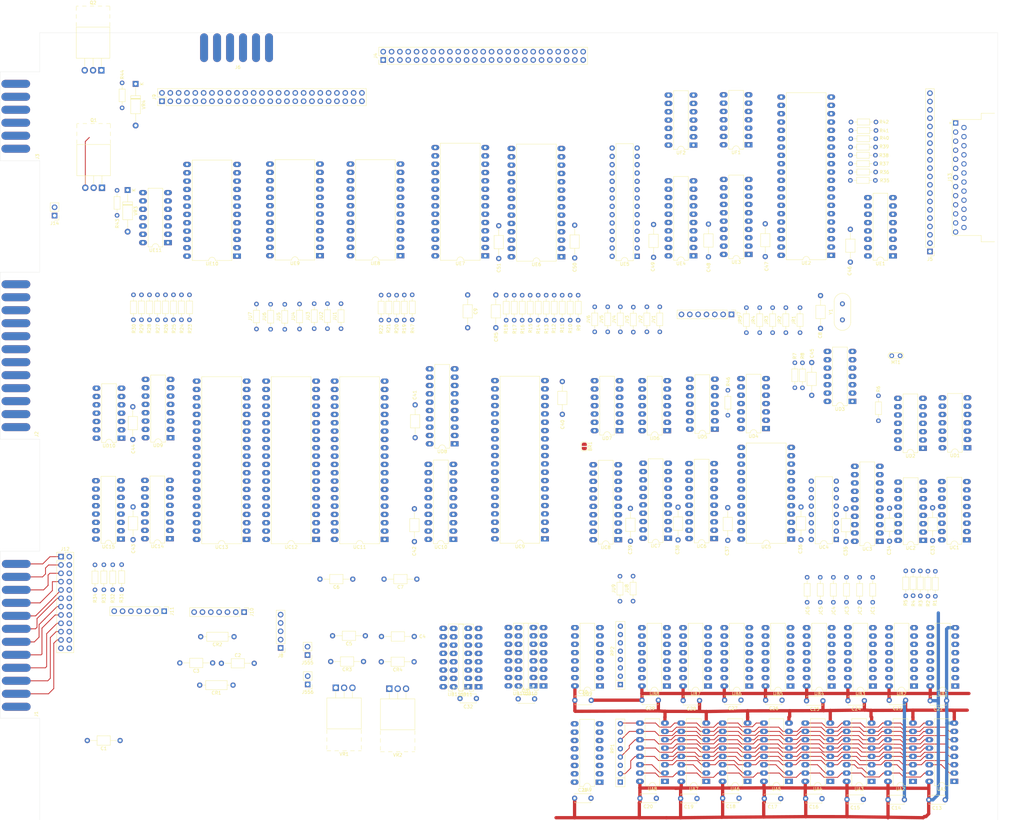
<source format=kicad_pcb>
(kicad_pcb (version 20171130) (host pcbnew "(5.1.5)-3")
  (title_block (title "Steve J. Gray") (date 2020-05-12) (rev "8296 Rev B. Kicad Rev 1.0"))
  (layers (0 F.Cu signal) (31 B.Cu signal) (34 B.Paste user hide) (35 F.Paste user hide) (36 B.SilkS user hide) (37 F.SilkS user) (38 B.Mask user hide) (39 F.Mask user) (44 Edge.Cuts user))
  (net 0 "")
  (net 1 BA2)
  (net 2 BA1)
  (net 3 BA0)
  (net 4 BA6)
  (net 5 BA5)
  (net 6 BA4)
  (net 7 BA3)
  (net 8 BA7)
  (net 9 BA8)
  (net 10 BA9)
  (net 11 BA10)
  (net 12 PENSTROBE)
  (net 13 GND)
  (net 14 DIO5)
  (net 15 DIO6)
  (net 16 DIO7)
  (net 17 DIO8)
  (net 18 DIO1)
  (net 19 DIO2)
  (net 20 DIO3)
  (net 21 DIO4)
  (net 22 CB2)
  (net 23 HORIZ-DRIVE)
  (net 24 USER6)
  (net 25 VERT-DRIVE)
  (net 26 USER5)
  (net 27 USER4)
  (net 28 USER3)
  (net 29 CASS1_READ)
  (net 30 USER2)
  (net 31 DIAG)
  (net 32 USER1)
  (net 33 USER0)
  (net 34 VIDEO)
  (net 35 BD0)
  (net 36 BD1)
  (net 37 BD2)
  (net 38 BD3)
  (net 39 BD4)
  (net 40 BD5)
  (net 41 BD6)
  (net 42 BD7)
  (net 43 ~RES)
  (net 44 RDY)
  (net 45 ~NMI)
  (net 46 ~BRW)
  (net 47 BRW)
  (net 48 ~IRQ)
  (net 49 SYNC)
  (net 50 BA15)
  (net 51 BA14)
  (net 52 BA13)
  (net 53 BA12)
  (net 54 BA11)
  (net 55 ~NOROM)
  (net 56 CA1)
  (net 57 GRAPHIC)
  (net 58 9V-UNREG)
  (net 59 "Net-(C2-Pad1)")
  (net 60 "Net-(C3-Pad2)")
  (net 61 "Net-(C3-Pad1)")
  (net 62 5V)
  (net 63 "Net-(C8-Pad1)")
  (net 64 "Net-(C8-Pad2)")
  (net 65 "Net-(C9-Pad1)")
  (net 66 GNDPWR)
  (net 67 EOI)
  (net 68 DAV)
  (net 69 NFRD)
  (net 70 NDAC)
  (net 71 IFC)
  (net 72 CB1)
  (net 73 ATN)
  (net 74 USER7)
  (net 75 VDRIVE)
  (net 76 CASS_WRITE)
  (net 77 CASS2_READ)
  (net 78 ~RAMON)
  (net 79 KIN0)
  (net 80 KIN1)
  (net 81 KIN2)
  (net 82 KIN3)
  (net 83 KIN4)
  (net 84 KIN5)
  (net 85 KIN6)
  (net 86 KIN7)
  (net 87 KOUT0)
  (net 88 KOUT1)
  (net 89 KOUT2)
  (net 90 KOUT3)
  (net 91 KOUT4)
  (net 92 KOUT5)
  (net 93 KOUT6)
  (net 94 KOUT7)
  (net 95 KOUT8)
  (net 96 KOUT9)
  (net 97 PHI2)
  (net 98 16MHz)
  (net 99 PIXEL_CLOCK)
  (net 100 8MHz)
  (net 101 "Net-(JC3-Pad2)")
  (net 102 "Net-(JC3-Pad1)")
  (net 103 "Net-(JC4-Pad1)")
  (net 104 CLKVLA)
  (net 105 "Net-(JC5-Pad2)")
  (net 106 CASENAII)
  (net 107 NO_SCREEN)
  (net 108 ~ENDRA)
  (net 109 FA15)
  (net 110 CR7)
  (net 111 ~RAMSEL_A)
  (net 112 ~RAMSEL_9)
  (net 113 "Net-(JU6-Pad2)")
  (net 114 "Net-(JU6-Pad1)")
  (net 115 "Net-(JU7-Pad1)")
  (net 116 "Net-(JU8-Pad2)")
  (net 117 MA12)
  (net 118 "Net-(JV1-Pad2)")
  (net 119 PULLUP)
  (net 120 "Net-(JV3-Pad2)")
  (net 121 "Net-(JV5-Pad2)")
  (net 122 "Net-(MT1-Pad1)")
  (net 123 "Net-(Q1-Pad1)")
  (net 124 "Net-(Q2-Pad1)")
  (net 125 "Net-(R1-Pad1)")
  (net 126 ~BRAS)
  (net 127 ~RAS)
  (net 128 CAS2)
  (net 129 ~CASII)
  (net 130 DRAMRW)
  (net 131 BDRAMRW)
  (net 132 CAS)
  (net 133 ~CASI)
  (net 134 "Net-(R6-Pad2)")
  (net 135 "Net-(R7-Pad1)")
  (net 136 "Net-(R7-Pad2)")
  (net 137 ~NO_IO)
  (net 138 S0)
  (net 139 ~RESCRT)
  (net 140 "Net-(R25-Pad1)")
  (net 141 IO_PULLUP)
  (net 142 INIT)
  (net 143 DRMA7)
  (net 144 XA7)
  (net 145 DRMA5)
  (net 146 XA5)
  (net 147 DRMA4)
  (net 148 XA4)
  (net 149 DRMA6)
  (net 150 XA6)
  (net 151 XA0)
  (net 152 DRMA0)
  (net 153 XA3)
  (net 154 DRMA3)
  (net 155 XA2)
  (net 156 DRMA2)
  (net 157 XA1)
  (net 158 DRMA1)
  (net 159 DRD7)
  (net 160 DRD6)
  (net 161 DRD5)
  (net 162 DRD4)
  (net 163 DRD3)
  (net 164 DRD2)
  (net 165 DRD1)
  (net 166 DRD0)
  (net 167 MUXA_CRTCLK)
  (net 168 MA7)
  (net 169 MA5)
  (net 170 MA6)
  (net 171 MA11)
  (net 172 RA4)
  (net 173 MA4)
  (net 174 MA3)
  (net 175 1MHz)
  (net 176 2MHz)
  (net 177 4MHz)
  (net 178 "Net-(UC2-Pad1)")
  (net 179 "Net-(UC2-Pad2)")
  (net 180 "Net-(UC2-Pad3)")
  (net 181 "Net-(UC2-Pad4)")
  (net 182 "Net-(UC2-Pad5)")
  (net 183 "Net-(UC2-Pad6)")
  (net 184 "Net-(UC2-Pad14)")
  (net 185 ~LOADSR)
  (net 186 "Net-(UC3-Pad5)")
  (net 187 "Net-(UC3-Pad12)")
  (net 188 "Net-(UC3-Pad2)")
  (net 189 ~PHI0)
  (net 190 LSD0)
  (net 191 LSD4)
  (net 192 LSD1)
  (net 193 LSD5)
  (net 194 LSD2)
  (net 195 LSD6)
  (net 196 LSD3)
  (net 197 LSD7)
  (net 198 ~CLKVLA)
  (net 199 D7)
  (net 200 D6)
  (net 201 D5)
  (net 202 D4)
  (net 203 D3)
  (net 204 D2)
  (net 205 D1)
  (net 206 D0)
  (net 207 "Net-(UC9-Pad3)")
  (net 208 MA0)
  (net 209 MA1)
  (net 210 "Net-(UC9-Pad25)")
  (net 211 MA2)
  (net 212 MA8)
  (net 213 MA9)
  (net 214 MA10)
  (net 215 NOROW)
  (net 216 CHROPTION)
  (net 217 DISPENA)
  (net 218 HSYNC)
  (net 219 VSYNC)
  (net 220 A1)
  (net 221 A4)
  (net 222 A5)
  (net 223 A0)
  (net 224 A6)
  (net 225 A2)
  (net 226 A7)
  (net 227 A3)
  (net 228 A12)
  (net 229 A13)
  (net 230 A14)
  (net 231 A15)
  (net 232 RW)
  (net 233 A8)
  (net 234 A9)
  (net 235 A10)
  (net 236 02)
  (net 237 A11)
  (net 238 ~DAV_IN)
  (net 239 ~NRFD_IN)
  (net 240 VIA_PB4)
  (net 241 ~NRFD_OUT)
  (net 242 ~NDAC_IN)
  (net 243 ~CS_IO)
  (net 244 PA0)
  (net 245 PA1)
  (net 246 PA2)
  (net 247 PA3)
  (net 248 PA4)
  (net 249 PA5)
  (net 250 PA6)
  (net 251 PA7)
  (net 252 PB0)
  (net 253 PB1)
  (net 254 PB2)
  (net 255 PB3)
  (net 256 PB4)
  (net 257 PB5)
  (net 258 PB6)
  (net 259 PB7)
  (net 260 ~DAV_OUT)
  (net 261 ~NDAC_OUT)
  (net 262 ~ATN_IN)
  (net 263 ~16MHz)
  (net 264 "Net-(UD2-Pad12)")
  (net 265 ~NOROW)
  (net 266 "Net-(UD4-Pad6)")
  (net 267 "Net-(UD4-Pad12)")
  (net 268 PIXEL)
  (net 269 "Net-(UD5-Pad8)")
  (net 270 "Net-(UD5-Pad12)")
  (net 271 DOT)
  (net 272 "Net-(UD6-Pad11)")
  (net 273 "Net-(UD7-Pad8)")
  (net 274 ~CS_A)
  (net 275 ~CS_9)
  (net 276 KEYA)
  (net 277 KEYB)
  (net 278 KEYC)
  (net 279 KEYD)
  (net 280 PIA1_CB2)
  (net 281 "Net-(UE3-Pad1)")
  (net 282 "Net-(UE4-Pad11)")
  (net 283 "Net-(UE4-Pad2)")
  (net 284 "Net-(UE4-Pad12)")
  (net 285 "Net-(UE4-Pad5)")
  (net 286 "Net-(UE4-Pad15)")
  (net 287 "Net-(UE4-Pad6)")
  (net 288 "Net-(UE4-Pad9)")
  (net 289 ~CASENA1)
  (net 290 CS_WFF)
  (net 291 FA12)
  (net 292 ~CS_K+B)
  (net 293 ~CS_E)
  (net 294 "Net-(UF1-Pad10)")
  (net 295 "Net-(UF1-Pad13)")
  (net 296 "Net-(UC4-Pad2)")
  (net 297 "Net-(UC4-Pad3)")
  (net 298 "Net-(UC4-Pad10)")
  (net 299 "Net-(UC4-Pad4)")
  (net 300 "Net-(UC4-Pad11)")
  (net 301 "Net-(UC4-Pad5)")
  (net 302 "Net-(UC4-Pad12)")
  (net 303 "Net-(UC4-Pad14)")
  (module KU-14194HB-RevB-KiCad:EDGE_CON_24P (layer F.Cu) (at 126.4793 310.0949 90)
    (fp_text reference J1 (at -2.2108 6.096 90) (layer F.SilkS))
    (fp_text value EDGE_CON_02x12)
    (pad 1 smd oval (at 43.56 0 90) (size 2.41 8.76) (layers F.Cu F.Paste F.Mask) (net 18 DIO1))
    (pad 2 smd oval (at 39.6 0 90) (size 2.41 8.76) (layers F.Cu F.Paste F.Mask) (net 19 DIO2))
    (pad 3 smd oval (at 35.64 0 90) (size 2.41 8.76) (layers F.Cu F.Paste F.Mask) (net 20 DIO3))
    (pad 4 smd oval (at 31.68 0 90) (size 2.41 8.76) (layers F.Cu F.Paste F.Mask) (net 21 DIO4))
    (pad 5 smd oval (at 27.72 0 90) (size 2.41 8.76) (layers F.Cu F.Paste F.Mask) (net 67 EOI))
    (pad 6 smd oval (at 23.76 0 90) (size 2.41 8.76) (layers F.Cu F.Paste F.Mask) (net 68 DAV))
    (pad 7 smd oval (at 19.8 0 90) (size 2.41 8.76) (layers F.Cu F.Paste F.Mask) (net 69 NFRD))
    (pad 8 smd oval (at 15.84 0 90) (size 2.41 8.76) (layers F.Cu F.Paste F.Mask) (net 70 NDAC))
    (pad 9 smd oval (at 11.88 0 90) (size 2.41 8.76) (layers F.Cu F.Paste F.Mask) (net 71 IFC))
    (pad 10 smd oval (at 7.92 0 90) (size 2.41 8.76) (layers F.Cu F.Paste F.Mask) (net 72 CB1))
    (pad 11 smd oval (at 3.96 0 90) (size 2.41 8.76) (layers F.Cu F.Paste F.Mask) (net 73 ATN))
    (pad 12 smd oval (at 0 0 90) (size 2.41 8.76) (layers F.Cu F.Paste F.Mask) (net 13 GND))
    (pad A smd oval (at 43.56 0 90) (size 2.41 8.76) (layers B.Cu B.Paste B.Mask) (net 14 DIO5))
    (pad B smd oval (at 39.6 0 90) (size 2.41 8.76) (layers B.Cu F.Paste F.Mask) (net 15 DIO6))
    (pad C smd oval (at 35.64 0 90) (size 2.41 8.76) (layers B.Cu F.Paste F.Mask) (net 16 DIO7))
    (pad D smd oval (at 31.68 0 90) (size 2.41 8.76) (layers B.Cu F.Paste F.Mask) (net 17 DIO8))
    (pad E smd oval (at 27.72 0 90) (size 2.41 8.76) (layers B.Cu F.Paste F.Mask) (net 13 GND))
    (pad F smd oval (at 23.76 0 90) (size 2.41 8.76) (layers B.Cu F.Paste F.Mask) (net 13 GND))
    (pad H smd oval (at 19.8 0 90) (size 2.41 8.76) (layers B.Cu F.Paste F.Mask) (net 13 GND))
    (pad J smd oval (at 15.84 0 90) (size 2.41 8.76) (layers B.Cu F.Paste F.Mask) (net 13 GND))
    (pad K smd oval (at 11.88 0 90) (size 2.41 8.76) (layers B.Cu F.Paste F.Mask) (net 13 GND))
    (pad L smd oval (at 7.92 0 90) (size 2.41 8.76) (layers B.Cu F.Paste F.Mask) (net 13 GND))
    (pad M smd oval (at 3.96 0 90) (size 2.41 8.76) (layers B.Cu F.Paste F.Mask) (net 13 GND))
    (pad N smd oval (at 0 0 90) (size 2.41 8.76) (layers B.Cu F.Paste F.Mask) (net 13 GND))
  )
  (module KU-14194HB-RevB-KiCad:EDGE_CON_24P (layer F.Cu) (at 126.3777 224.8525 90)
    (fp_text reference J2 (at -2.16 6.2992 90) (layer F.SilkS))
    (fp_text value EDGE_CON_02x12)
    (pad N smd oval (at 0 0 90) (size 2.41 8.76) (layers B.Cu F.Paste F.Mask) (net 13 GND))
    (pad M smd oval (at 3.96 0 90) (size 2.41 8.76) (layers B.Cu F.Paste F.Mask) (net 22 CB2))
    (pad L smd oval (at 7.92 0 90) (size 2.41 8.76) (layers B.Cu F.Paste F.Mask) (net 74 USER7))
    (pad K smd oval (at 11.88 0 90) (size 2.41 8.76) (layers B.Cu F.Paste F.Mask) (net 24 USER6))
    (pad J smd oval (at 15.84 0 90) (size 2.41 8.76) (layers B.Cu F.Paste F.Mask) (net 26 USER5))
    (pad H smd oval (at 19.8 0 90) (size 2.41 8.76) (layers B.Cu F.Paste F.Mask) (net 27 USER4))
    (pad F smd oval (at 23.76 0 90) (size 2.41 8.76) (layers B.Cu F.Paste F.Mask) (net 28 USER3))
    (pad E smd oval (at 27.72 0 90) (size 2.41 8.76) (layers B.Cu F.Paste F.Mask) (net 30 USER2))
    (pad D smd oval (at 31.68 0 90) (size 2.41 8.76) (layers B.Cu F.Paste F.Mask) (net 32 USER1))
    (pad C smd oval (at 35.64 0 90) (size 2.41 8.76) (layers B.Cu F.Paste F.Mask) (net 33 USER0))
    (pad B smd oval (at 39.6 0 90) (size 2.41 8.76) (layers B.Cu F.Paste F.Mask) (net 56 CA1))
    (pad A smd oval (at 43.56 0 90) (size 2.41 8.76) (layers B.Cu B.Paste B.Mask) (net 13 GND))
    (pad 12 smd oval (at 0 0 90) (size 2.41 8.76) (layers F.Cu F.Paste F.Mask) (net 13 GND))
    (pad 11 smd oval (at 3.96 0 90) (size 2.41 8.76) (layers F.Cu F.Paste F.Mask) (net 13 GND))
    (pad 10 smd oval (at 7.92 0 90) (size 2.41 8.76) (layers F.Cu F.Paste F.Mask))
    (pad 9 smd oval (at 11.88 0 90) (size 2.41 8.76) (layers F.Cu F.Paste F.Mask) (net 75 VDRIVE))
    (pad 8 smd oval (at 15.84 0 90) (size 2.41 8.76) (layers F.Cu F.Paste F.Mask) (net 76 CASS_WRITE))
    (pad 7 smd oval (at 19.8 0 90) (size 2.41 8.76) (layers F.Cu F.Paste F.Mask) (net 77 CASS2_READ))
    (pad 6 smd oval (at 23.76 0 90) (size 2.41 8.76) (layers F.Cu F.Paste F.Mask) (net 29 CASS1_READ))
    (pad 5 smd oval (at 27.72 0 90) (size 2.41 8.76) (layers F.Cu F.Paste F.Mask) (net 31 DIAG))
    (pad 4 smd oval (at 31.68 0 90) (size 2.41 8.76) (layers F.Cu F.Paste F.Mask))
    (pad 3 smd oval (at 35.64 0 90) (size 2.41 8.76) (layers F.Cu F.Paste F.Mask))
    (pad 2 smd oval (at 39.6 0 90) (size 2.41 8.76) (layers F.Cu F.Paste F.Mask) (net 34 VIDEO))
    (pad 1 smd oval (at 43.56 0 90) (size 2.41 8.76) (layers F.Cu F.Paste F.Mask) (net 13 GND))
  )
  (module KU-14194HB-RevB-KiCad:EDGE_CON_12P_TAPE (layer F.Cu) (at 126.3269 139.9801 90)
    (fp_text reference J3 (at -2.3996 6.604 90) (layer F.SilkS))
    (fp_text value EDGE_CON_02x06)
    (pad F,6 smd oval (at 0 0 90) (size 2.41 8.76) (layers B.Cu F.Paste F.Mask))
    (pad E,5 smd oval (at 3.96 0 90) (size 2.41 8.76) (layers B.Cu F.Paste F.Mask))
    (pad D,4 smd oval (at 7.92 0 90) (size 2.41 8.76) (layers B.Cu F.Paste F.Mask))
    (pad C,3 smd oval (at 11.88 0 90) (size 2.41 8.76) (layers B.Cu F.Paste F.Mask))
    (pad B,2 smd oval (at 15.84 0 90) (size 2.41 8.76) (layers B.Cu F.Paste F.Mask))
    (pad A,1 smd oval (at 19.8 0 90) (size 2.41 8.76) (layers B.Cu B.Paste B.Mask))
    (pad F,6 smd oval (at 0 0 90) (size 2.41 8.76) (layers F.Cu F.Paste F.Mask))
    (pad E,5 smd oval (at 3.96 0 90) (size 2.41 8.76) (layers F.Cu F.Paste F.Mask))
    (pad D,4 smd oval (at 7.92 0 90) (size 2.41 8.76) (layers F.Cu F.Paste F.Mask))
    (pad C,3 smd oval (at 11.88 0 90) (size 2.41 8.76) (layers F.Cu F.Paste F.Mask))
    (pad B,2 smd oval (at 15.84 0 90) (size 2.41 8.76) (layers F.Cu F.Paste F.Mask))
    (pad A,1 smd oval (at 19.8 0 90) (size 2.41 8.76) (layers F.Cu F.Paste F.Mask))
  )
  (module Jumper:SolderJumper-2_P1.3mm_Open_RoundedPad1.0x1.5mm (layer F.Cu) (at 299.6565 230.7186 270)
    (fp_text reference BR1 (at 0 -1.8 90) (layer F.SilkS))
    (fp_text value "BUBBLE JUMPER")
    (pad 1 smd custom (at -0.65 0 270) (size 1 0.5) (layers F.Cu F.Mask) (net 57 GRAPHIC) (options (clearance outline) (anchor rect)) (primitives (gr_circle (center 0 0.25) (end 0.5 0.25) (width 0)) (gr_circle (center 0 -0.25) (end 0.5 -0.25) (width 0)) (gr_poly (pts (xy 0 -0.75) (xy 0.5 -0.75) (xy 0.5 0.75) (xy 0 0.75)) (width 0))))
    (pad 2 smd custom (at 0.65 0 270) (size 1 0.5) (layers F.Cu F.Mask) (net 12 PENSTROBE) (options (clearance outline) (anchor rect)) (primitives (gr_circle (center 0 0.25) (end 0.5 0.25) (width 0)) (gr_circle (center 0 -0.25) (end 0.5 -0.25) (width 0)) (gr_poly (pts (xy 0 -0.75) (xy -0.5 -0.75) (xy -0.5 0.75) (xy 0 0.75)) (width 0))))
  )
  (module Capacitor_THT:C_Axial_L3.8mm_D2.6mm_P10.00mm_Horizontal (layer F.Cu) (at 186.3471 296.7355 180)
    (fp_text reference C3 (at 5 -2.42) (layer F.SilkS))
    (fp_text value ".22u 50V")
    (pad 2 thru_hole oval (at 10 0 180) (size 1.6 1.6) (drill 0.8) (layers *.Cu *.Mask) (net 60 "Net-(C3-Pad2)"))
    (pad 1 thru_hole circle (at 0 0 180) (size 1.6 1.6) (drill 0.8) (layers *.Cu *.Mask) (net 61 "Net-(C3-Pad1)"))
  )
  (module Capacitor_THT:C_Axial_L3.8mm_D2.6mm_P10.00mm_Horizontal (layer F.Cu) (at 247.8151 288.671 180)
    (fp_text reference C4 (at -2.4892 0) (layer F.SilkS))
    (fp_text value "1.0  25V")
    (pad 1 thru_hole circle (at 0 0 180) (size 1.6 1.6) (drill 0.8) (layers *.Cu *.Mask) (net 58 9V-UNREG))
    (pad 2 thru_hole oval (at 10 0 180) (size 1.6 1.6) (drill 0.8) (layers *.Cu *.Mask) (net 13 GND))
  )
  (module Capacitor_THT:C_Axial_L3.8mm_D2.6mm_P10.00mm_Horizontal (layer F.Cu) (at 232.9053 288.4551 180)
    (fp_text reference C5 (at 5 -2.42) (layer F.SilkS))
    (fp_text value "1.0  25V")
    (pad 2 thru_hole oval (at 10 0 180) (size 1.6 1.6) (drill 0.8) (layers *.Cu *.Mask) (net 13 GND))
    (pad 1 thru_hole circle (at 0 0 180) (size 1.6 1.6) (drill 0.8) (layers *.Cu *.Mask) (net 60 "Net-(C3-Pad2)"))
  )
  (module Capacitor_THT:C_Axial_L3.8mm_D2.6mm_P10.00mm_Horizontal (layer F.Cu) (at 229.0699 271.1831 180)
    (fp_text reference C6 (at 5 -2.42) (layer F.SilkS))
    (fp_text value "47  16V")
    (pad 2 thru_hole oval (at 10 0 180) (size 1.6 1.6) (drill 0.8) (layers *.Cu *.Mask) (net 13 GND))
    (pad 1 thru_hole circle (at 0 0 180) (size 1.6 1.6) (drill 0.8) (layers *.Cu *.Mask) (net 62 5V))
  )
  (module Capacitor_THT:C_Axial_L3.8mm_D2.6mm_P10.00mm_Horizontal (layer F.Cu) (at 248.6025 271.1831 180)
    (fp_text reference C7 (at 5 -2.42) (layer F.SilkS))
    (fp_text value "47  16V")
    (pad 1 thru_hole circle (at 0 0 180) (size 1.6 1.6) (drill 0.8) (layers *.Cu *.Mask) (net 62 5V))
    (pad 2 thru_hole oval (at 10 0 180) (size 1.6 1.6) (drill 0.8) (layers *.Cu *.Mask) (net 13 GND))
  )
  (module Capacitor_THT:C_Axial_L3.8mm_D2.6mm_P10.00mm_Horizontal (layer F.Cu) (at 371.6655 194.7418 90)
    (fp_text reference C8 (at -2.1082 -0.0889 90) (layer F.SilkS))
    (fp_text value 22pf)
    (pad 1 thru_hole circle (at 0 0 90) (size 1.6 1.6) (drill 0.8) (layers *.Cu *.Mask) (net 63 "Net-(C8-Pad1)"))
    (pad 2 thru_hole oval (at 10 0 90) (size 1.6 1.6) (drill 0.8) (layers *.Cu *.Mask) (net 64 "Net-(C8-Pad2)"))
  )
  (module Capacitor_THT:C_Axial_L3.8mm_D2.6mm_P10.00mm_Horizontal (layer F.Cu) (at 264.0965 184.5437 270)
    (fp_text reference C9 (at 5 -2.42 90) (layer F.SilkS))
    (fp_text value 100pf)
    (pad 2 thru_hole oval (at 10 0 270) (size 1.6 1.6) (drill 0.8) (layers *.Cu *.Mask) (net 13 GND))
    (pad 1 thru_hole circle (at 0 0 270) (size 1.6 1.6) (drill 0.8) (layers *.Cu *.Mask) (net 65 "Net-(C9-Pad1)"))
  )
  (module Capacitor_THT:C_Axial_L3.8mm_D2.6mm_P10.00mm_Horizontal (layer F.Cu) (at 405.8285 259.4356 90)
    (fp_text reference C33 (at -2.9337 0.0381 90) (layer F.SilkS))
    (fp_text value 0.1)
    (pad 1 thru_hole circle (at 0 0 90) (size 1.6 1.6) (drill 0.8) (layers *.Cu *.Mask) (net 62 5V))
    (pad 2 thru_hole oval (at 10 0 90) (size 1.6 1.6) (drill 0.8) (layers *.Cu *.Mask) (net 13 GND))
  )
  (module Capacitor_THT:C_Axial_L3.8mm_D2.6mm_P10.00mm_Horizontal (layer F.Cu) (at 392.6967 259.6007 90)
    (fp_text reference C34 (at -2.8067 -0.1397 90) (layer F.SilkS))
    (fp_text value 0.1)
    (pad 2 thru_hole oval (at 10 0 90) (size 1.6 1.6) (drill 0.8) (layers *.Cu *.Mask) (net 13 GND))
    (pad 1 thru_hole circle (at 0 0 90) (size 1.6 1.6) (drill 0.8) (layers *.Cu *.Mask) (net 62 5V))
  )
  (module Capacitor_THT:C_Axial_L3.8mm_D2.6mm_P10.00mm_Horizontal (layer F.Cu) (at 365.7092 259.1943 90)
    (fp_text reference C36 (at -2.8194 -0.1778 90) (layer F.SilkS))
    (fp_text value 0.1)
    (pad 1 thru_hole circle (at 0 0 90) (size 1.6 1.6) (drill 0.8) (layers *.Cu *.Mask) (net 62 5V))
    (pad 2 thru_hole oval (at 10 0 90) (size 1.6 1.6) (drill 0.8) (layers *.Cu *.Mask) (net 13 GND))
  )
  (module Capacitor_THT:C_Axial_L3.8mm_D2.6mm_P10.00mm_Horizontal (layer F.Cu) (at 343.3953 259.3721 90)
    (fp_text reference C37 (at -3.2004 -0.2159 90) (layer F.SilkS))
    (fp_text value 0.1)
    (pad 2 thru_hole oval (at 10 0 90) (size 1.6 1.6) (drill 0.8) (layers *.Cu *.Mask) (net 13 GND))
    (pad 1 thru_hole circle (at 0 0 90) (size 1.6 1.6) (drill 0.8) (layers *.Cu *.Mask) (net 62 5V))
  )
  (module Capacitor_THT:C_Axial_L3.8mm_D2.6mm_P10.00mm_Horizontal (layer F.Cu) (at 328.2315 259.2451 90)
    (fp_text reference C38 (at -2.9972 -0.1778 90) (layer F.SilkS))
    (fp_text value 0.1)
    (pad 1 thru_hole circle (at 0 0 90) (size 1.6 1.6) (drill 0.8) (layers *.Cu *.Mask) (net 62 5V))
    (pad 2 thru_hole oval (at 10 0 90) (size 1.6 1.6) (drill 0.8) (layers *.Cu *.Mask) (net 13 GND))
  )
  (module Capacitor_THT:C_Axial_L3.8mm_D2.6mm_P10.00mm_Horizontal (layer F.Cu) (at 313.7154 249.6185 270)
    (fp_text reference C39 (at 12.6111 0.0508 90) (layer F.SilkS))
    (fp_text value 0.1)
    (pad 1 thru_hole circle (at 0 0 270) (size 1.6 1.6) (drill 0.8) (layers *.Cu *.Mask) (net 62 5V))
    (pad 2 thru_hole oval (at 10 0 270) (size 1.6 1.6) (drill 0.8) (layers *.Cu *.Mask) (net 13 GND))
  )
  (module Capacitor_THT:C_Axial_L3.8mm_D2.6mm_P10.00mm_Horizontal (layer F.Cu) (at 292.9509 210.947 270)
    (fp_text reference C40 (at 13.1064 -0.0635 90) (layer F.SilkS))
    (fp_text value 0.1)
    (pad 1 thru_hole circle (at 0 0 270) (size 1.6 1.6) (drill 0.8) (layers *.Cu *.Mask) (net 62 5V))
    (pad 2 thru_hole oval (at 10 0 270) (size 1.6 1.6) (drill 0.8) (layers *.Cu *.Mask) (net 13 GND))
  )
  (module Capacitor_THT:C_Axial_L3.8mm_D2.6mm_P10.00mm_Horizontal (layer F.Cu) (at 248.0818 218.059 270)
    (fp_text reference C41 (at -2.9845 0.1143 90) (layer F.SilkS))
    (fp_text value 0.1)
    (pad 1 thru_hole circle (at 0 0 270) (size 1.6 1.6) (drill 0.8) (layers *.Cu *.Mask) (net 62 5V))
    (pad 2 thru_hole oval (at 10 0 270) (size 1.6 1.6) (drill 0.8) (layers *.Cu *.Mask) (net 13 GND))
  )
  (module Capacitor_THT:C_Axial_L3.8mm_D2.6mm_P10.00mm_Horizontal (layer F.Cu) (at 247.8659 259.7404 90)
    (fp_text reference C42 (at -2.9337 -0.0381 90) (layer F.SilkS))
    (fp_text value 0.1)
    (pad 2 thru_hole oval (at 10 0 90) (size 1.6 1.6) (drill 0.8) (layers *.Cu *.Mask) (net 13 GND))
    (pad 1 thru_hole circle (at 0 0 90) (size 1.6 1.6) (drill 0.8) (layers *.Cu *.Mask) (net 62 5V))
  )
  (module Capacitor_THT:C_Axial_L3.8mm_D2.6mm_P10.00mm_Horizontal (layer F.Cu) (at 162.0901 249.1613 270)
    (fp_text reference C43 (at 12.7508 -0.1016 90) (layer F.SilkS))
    (fp_text value 0.1)
    (pad 2 thru_hole oval (at 10 0 270) (size 1.6 1.6) (drill 0.8) (layers *.Cu *.Mask) (net 13 GND))
    (pad 1 thru_hole circle (at 0 0 270) (size 1.6 1.6) (drill 0.8) (layers *.Cu *.Mask) (net 62 5V))
  )
  (module Capacitor_THT:C_Axial_L3.8mm_D2.6mm_P10.00mm_Horizontal (layer F.Cu) (at 162.0139 218.6305 270)
    (fp_text reference C44 (at 12.8778 -0.1524 90) (layer F.SilkS))
    (fp_text value 0.1)
    (pad 1 thru_hole circle (at 0 0 270) (size 1.6 1.6) (drill 0.8) (layers *.Cu *.Mask) (net 62 5V))
    (pad 2 thru_hole oval (at 10 0 270) (size 1.6 1.6) (drill 0.8) (layers *.Cu *.Mask) (net 13 GND))
  )
  (module Capacitor_THT:C_Axial_L3.8mm_D2.6mm_P10.00mm_Horizontal (layer F.Cu) (at 368.9731 215.1507 90)
    (fp_text reference C45 (at 12.7762 0.0762 90) (layer F.SilkS))
    (fp_text value 0.1)
    (pad 2 thru_hole oval (at 10 0 90) (size 1.6 1.6) (drill 0.8) (layers *.Cu *.Mask) (net 13 GND))
    (pad 1 thru_hole circle (at 0 0 90) (size 1.6 1.6) (drill 0.8) (layers *.Cu *.Mask) (net 62 5V))
  )
  (module Capacitor_THT:C_Axial_L3.8mm_D2.6mm_P10.00mm_Horizontal (layer F.Cu) (at 380.7587 174.5361 90)
    (fp_text reference C46 (at -2.6797 -0.2286 90) (layer F.SilkS))
    (fp_text value 0.1)
    (pad 2 thru_hole oval (at 10 0 90) (size 1.6 1.6) (drill 0.8) (layers *.Cu *.Mask) (net 13 GND))
    (pad 1 thru_hole circle (at 0 0 90) (size 1.6 1.6) (drill 0.8) (layers *.Cu *.Mask) (net 62 5V))
  )
  (module Capacitor_THT:C_Axial_L3.8mm_D2.6mm_P10.00mm_Horizontal (layer F.Cu) (at 354.8126 172.8597 90)
    (fp_text reference C47 (at -3.0099 0.4191 90) (layer F.SilkS))
    (fp_text value 0.1)
    (pad 2 thru_hole oval (at 10 0 90) (size 1.6 1.6) (drill 0.8) (layers *.Cu *.Mask) (net 13 GND))
    (pad 1 thru_hole circle (at 0 0 90) (size 1.6 1.6) (drill 0.8) (layers *.Cu *.Mask) (net 62 5V))
  )
  (module Capacitor_THT:C_Axial_L3.8mm_D2.6mm_P10.00mm_Horizontal (layer F.Cu) (at 337.5025 172.9486 90)
    (fp_text reference C48 (at -3.2385 0.0381 90) (layer F.SilkS))
    (fp_text value 0.1)
    (pad 2 thru_hole oval (at 10 0 90) (size 1.6 1.6) (drill 0.8) (layers *.Cu *.Mask) (net 13 GND))
    (pad 1 thru_hole circle (at 0 0 90) (size 1.6 1.6) (drill 0.8) (layers *.Cu *.Mask) (net 62 5V))
  )
  (module Capacitor_THT:C_Axial_L3.8mm_D2.6mm_P10.00mm_Horizontal (layer F.Cu) (at 320.7639 173.0756 90)
    (fp_text reference C49 (at -2.8956 -0.1905 90) (layer F.SilkS))
    (fp_text value 0.1)
    (pad 1 thru_hole circle (at 0 0 90) (size 1.6 1.6) (drill 0.8) (layers *.Cu *.Mask) (net 62 5V))
    (pad 2 thru_hole oval (at 10 0 90) (size 1.6 1.6) (drill 0.8) (layers *.Cu *.Mask) (net 13 GND))
  )
  (module Resistor_THT:R_Axial_DIN0207_L6.3mm_D2.5mm_P10.16mm_Horizontal (layer F.Cu) (at 192.5701 303.4919 180)
    (fp_text reference CR1 (at 5.08 -2.37) (layer F.SilkS))
    (fp_text value 5402)
    (pad 2 thru_hole oval (at 10.16 0 180) (size 1.6 1.6) (drill 0.8) (layers *.Cu *.Mask) (net 59 "Net-(C2-Pad1)"))
    (pad 1 thru_hole circle (at 0 0 180) (size 1.6 1.6) (drill 0.8) (layers *.Cu *.Mask) (net 58 9V-UNREG))
  )
  (module Resistor_THT:R_Axial_DIN0207_L6.3mm_D2.5mm_P10.16mm_Horizontal (layer F.Cu) (at 192.8749 288.7345 180)
    (fp_text reference CR2 (at 5.08 -2.37) (layer F.SilkS))
    (fp_text value 5402)
    (pad 1 thru_hole circle (at 0 0 180) (size 1.6 1.6) (drill 0.8) (layers *.Cu *.Mask) (net 60 "Net-(C3-Pad2)"))
    (pad 2 thru_hole oval (at 10.16 0 180) (size 1.6 1.6) (drill 0.8) (layers *.Cu *.Mask) (net 61 "Net-(C3-Pad1)"))
  )
  (module Capacitor_THT:C_Axial_L3.8mm_D2.6mm_P10.00mm_Horizontal (layer F.Cu) (at 232.3465 296.3037 180)
    (fp_text reference CR3 (at 5 -2.42) (layer F.SilkS))
    (fp_text value 1N5402)
    (pad 1 thru_hole circle (at 0 0 180) (size 1.6 1.6) (drill 0.8) (layers *.Cu *.Mask) (net 58 9V-UNREG))
    (pad 2 thru_hole oval (at 10 0 180) (size 1.6 1.6) (drill 0.8) (layers *.Cu *.Mask) (net 62 5V))
  )
  (module Capacitor_THT:C_Axial_L3.8mm_D2.6mm_P10.00mm_Horizontal (layer F.Cu) (at 247.7643 296.3799 180)
    (fp_text reference CR4 (at 5 -2.42) (layer F.SilkS))
    (fp_text value 1N5402)
    (pad 1 thru_hole circle (at 0 0 180) (size 1.6 1.6) (drill 0.8) (layers *.Cu *.Mask) (net 60 "Net-(C3-Pad2)"))
    (pad 2 thru_hole oval (at 10 0 180) (size 1.6 1.6) (drill 0.8) (layers *.Cu *.Mask) (net 62 5V))
  )
  (module Capacitor_THT:C_Axial_L3.8mm_D2.6mm_P10.00mm_Horizontal (layer F.Cu) (at 272.6817 184.5437 270)
    (fp_text reference CR5 (at 12.8524 -0.1016 90) (layer F.SilkS))
    (fp_text value 1N4148)
    (pad 2 thru_hole oval (at 10 0 270) (size 1.6 1.6) (drill 0.8) (layers *.Cu *.Mask) (net 65 "Net-(C9-Pad1)"))
    (pad 1 thru_hole circle (at 0 0 270) (size 1.6 1.6) (drill 0.8) (layers *.Cu *.Mask) (net 62 5V))
  )
  (module Connector_PinHeader_2.54mm:PinHeader_1x20_P2.54mm_Vertical (layer F.Cu) (at 405.0284 171.2976 180)
    (fp_text reference J5 (at 0 -2.33) (layer F.SilkS))
    (fp_text value "PET KEYBOARD")
    (pad 1 thru_hole rect (at 0 0 180) (size 1.7 1.7) (drill 1) (layers *.Cu *.Mask) (net 79 KIN0))
    (pad 2 thru_hole oval (at 0 2.54 180) (size 1.7 1.7) (drill 1) (layers *.Cu *.Mask) (net 80 KIN1))
    (pad 3 thru_hole oval (at 0 5.08 180) (size 1.7 1.7) (drill 1) (layers *.Cu *.Mask) (net 81 KIN2))
    (pad 4 thru_hole oval (at 0 7.62 180) (size 1.7 1.7) (drill 1) (layers *.Cu *.Mask) (net 82 KIN3))
    (pad 5 thru_hole oval (at 0 10.16 180) (size 1.7 1.7) (drill 1) (layers *.Cu *.Mask) (net 83 KIN4))
    (pad 6 thru_hole oval (at 0 12.7 180) (size 1.7 1.7) (drill 1) (layers *.Cu *.Mask) (net 84 KIN5))
    (pad 7 thru_hole oval (at 0 15.24 180) (size 1.7 1.7) (drill 1) (layers *.Cu *.Mask) (net 85 KIN6))
    (pad 8 thru_hole oval (at 0 17.78 180) (size 1.7 1.7) (drill 1) (layers *.Cu *.Mask) (net 86 KIN7))
    (pad 9 thru_hole oval (at 0 20.32 180) (size 1.7 1.7) (drill 1) (layers *.Cu *.Mask) (net 87 KOUT0))
    (pad 10 thru_hole oval (at 0 22.86 180) (size 1.7 1.7) (drill 1) (layers *.Cu *.Mask) (net 88 KOUT1))
    (pad 11 thru_hole oval (at 0 25.4 180) (size 1.7 1.7) (drill 1) (layers *.Cu *.Mask) (net 89 KOUT2))
    (pad 12 thru_hole oval (at 0 27.94 180) (size 1.7 1.7) (drill 1) (layers *.Cu *.Mask) (net 90 KOUT3))
    (pad 13 thru_hole oval (at 0 30.48 180) (size 1.7 1.7) (drill 1) (layers *.Cu *.Mask) (net 91 KOUT4))
    (pad 14 thru_hole oval (at 0 33.02 180) (size 1.7 1.7) (drill 1) (layers *.Cu *.Mask) (net 92 KOUT5))
    (pad 15 thru_hole oval (at 0 35.56 180) (size 1.7 1.7) (drill 1) (layers *.Cu *.Mask) (net 93 KOUT6))
    (pad 16 thru_hole oval (at 0 38.1 180) (size 1.7 1.7) (drill 1) (layers *.Cu *.Mask) (net 94 KOUT7))
    (pad 17 thru_hole oval (at 0 40.64 180) (size 1.7 1.7) (drill 1) (layers *.Cu *.Mask) (net 95 KOUT8))
    (pad 18 thru_hole oval (at 0 43.18 180) (size 1.7 1.7) (drill 1) (layers *.Cu *.Mask) (net 96 KOUT9))
    (pad 19 thru_hole oval (at 0 45.72 180) (size 1.7 1.7) (drill 1) (layers *.Cu *.Mask))
    (pad 20 thru_hole oval (at 0 48.26 180) (size 1.7 1.7) (drill 1) (layers *.Cu *.Mask) (net 13 GND))
  )
  (module KU-14194HB-RevB-KiCad:EDGE_CON_12P_TAPE (layer F.Cu) (at 183.7429 109.1819)
    (fp_text reference J6 (at 10.285343 5.961702) (layer F.SilkS))
    (fp_text value EDGE_CON_02x06)
    (pad F,6 smd oval (at 0 0) (size 2.41 8.76) (layers B.Cu F.Paste F.Mask))
    (pad E,5 smd oval (at 3.96 0) (size 2.41 8.76) (layers B.Cu F.Paste F.Mask))
    (pad D,4 smd oval (at 7.92 0) (size 2.41 8.76) (layers B.Cu F.Paste F.Mask))
    (pad C,3 smd oval (at 11.88 0) (size 2.41 8.76) (layers B.Cu F.Paste F.Mask))
    (pad B,2 smd oval (at 15.84 0) (size 2.41 8.76) (layers B.Cu F.Paste F.Mask))
    (pad A,1 smd oval (at 19.8 0) (size 2.41 8.76) (layers B.Cu B.Paste B.Mask))
    (pad F,6 smd oval (at 0 0) (size 2.41 8.76) (layers F.Cu F.Paste F.Mask))
    (pad E,5 smd oval (at 3.96 0) (size 2.41 8.76) (layers F.Cu F.Paste F.Mask))
    (pad D,4 smd oval (at 7.92 0) (size 2.41 8.76) (layers F.Cu F.Paste F.Mask))
    (pad C,3 smd oval (at 11.88 0) (size 2.41 8.76) (layers F.Cu F.Paste F.Mask))
    (pad B,2 smd oval (at 15.84 0) (size 2.41 8.76) (layers F.Cu F.Paste F.Mask))
    (pad A,1 smd oval (at 19.8 0) (size 2.41 8.76) (layers F.Cu F.Paste F.Mask))
  )
  (module Connector_PinHeader_2.54mm:PinHeader_1x05_P2.54mm_Vertical (layer F.Cu) (at 207.0735 292.1635 180)
    (fp_text reference J8 (at 0 -2.33) (layer F.SilkS))
    (fp_text value "MAIN POWER")
    (pad 1 thru_hole rect (at 0 0 180) (size 1.7 1.7) (drill 1) (layers *.Cu *.Mask) (net 59 "Net-(C2-Pad1)"))
    (pad 2 thru_hole oval (at 0 2.54 180) (size 1.7 1.7) (drill 1) (layers *.Cu *.Mask) (net 13 GND))
    (pad 3 thru_hole oval (at 0 5.08 180) (size 1.7 1.7) (drill 1) (layers *.Cu *.Mask) (net 61 "Net-(C3-Pad1)"))
    (pad 4 thru_hole oval (at 0 7.62 180) (size 1.7 1.7) (drill 1) (layers *.Cu *.Mask))
    (pad 5 thru_hole oval (at 0 10.16 180) (size 1.7 1.7) (drill 1) (layers *.Cu *.Mask) (net 62 5V))
  )
  (module Connector_Dsub:DSUB-25_Female_Horizontal_P2.77x2.54mm_EdgePinOffset9.40mm (layer F.Cu) (at 412.8516 132.1308 90)
    (fp_text reference J13 (at -16.62 -1.8 90) (layer F.SilkS))
    (fp_text value DB25_Female)
    (pad 1 thru_hole rect (at 0 0 90) (size 1.6 1.6) (drill 1) (layers *.Cu *.Mask) (net 87 KOUT0))
    (pad 2 thru_hole circle (at -2.77 0 90) (size 1.6 1.6) (drill 1) (layers *.Cu *.Mask) (net 88 KOUT1))
    (pad 3 thru_hole circle (at -5.54 0 90) (size 1.6 1.6) (drill 1) (layers *.Cu *.Mask) (net 89 KOUT2))
    (pad 4 thru_hole circle (at -8.31 0 90) (size 1.6 1.6) (drill 1) (layers *.Cu *.Mask) (net 90 KOUT3))
    (pad 5 thru_hole circle (at -11.08 0 90) (size 1.6 1.6) (drill 1) (layers *.Cu *.Mask) (net 91 KOUT4))
    (pad 6 thru_hole circle (at -13.85 0 90) (size 1.6 1.6) (drill 1) (layers *.Cu *.Mask) (net 92 KOUT5))
    (pad 7 thru_hole circle (at -16.62 0 90) (size 1.6 1.6) (drill 1) (layers *.Cu *.Mask) (net 93 KOUT6))
    (pad 8 thru_hole circle (at -19.39 0 90) (size 1.6 1.6) (drill 1) (layers *.Cu *.Mask) (net 94 KOUT7))
    (pad 9 thru_hole circle (at -22.16 0 90) (size 1.6 1.6) (drill 1) (layers *.Cu *.Mask) (net 95 KOUT8))
    (pad 10 thru_hole circle (at -24.93 0 90) (size 1.6 1.6) (drill 1) (layers *.Cu *.Mask) (net 96 KOUT9))
    (pad 11 thru_hole circle (at -27.7 0 90) (size 1.6 1.6) (drill 1) (layers *.Cu *.Mask))
    (pad 12 thru_hole circle (at -30.47 0 90) (size 1.6 1.6) (drill 1) (layers *.Cu *.Mask) (net 13 GND))
    (pad 13 thru_hole circle (at -33.24 0 90) (size 1.6 1.6) (drill 1) (layers *.Cu *.Mask))
    (pad 14 thru_hole circle (at -1.385 2.54 90) (size 1.6 1.6) (drill 1) (layers *.Cu *.Mask) (net 79 KIN0))
    (pad 15 thru_hole circle (at -4.155 2.54 90) (size 1.6 1.6) (drill 1) (layers *.Cu *.Mask) (net 80 KIN1))
    (pad 16 thru_hole circle (at -6.925 2.54 90) (size 1.6 1.6) (drill 1) (layers *.Cu *.Mask) (net 81 KIN2))
    (pad 17 thru_hole circle (at -9.695 2.54 90) (size 1.6 1.6) (drill 1) (layers *.Cu *.Mask) (net 82 KIN3))
    (pad 18 thru_hole circle (at -12.465 2.54 90) (size 1.6 1.6) (drill 1) (layers *.Cu *.Mask) (net 83 KIN4))
    (pad 19 thru_hole circle (at -15.235 2.54 90) (size 1.6 1.6) (drill 1) (layers *.Cu *.Mask) (net 84 KIN5))
    (pad 20 thru_hole circle (at -18.005 2.54 90) (size 1.6 1.6) (drill 1) (layers *.Cu *.Mask) (net 85 KIN6))
    (pad 21 thru_hole circle (at -20.775 2.54 90) (size 1.6 1.6) (drill 1) (layers *.Cu *.Mask) (net 86 KIN7))
    (pad 22 thru_hole circle (at -23.545 2.54 90) (size 1.6 1.6) (drill 1) (layers *.Cu *.Mask))
    (pad 23 thru_hole circle (at -26.315 2.54 90) (size 1.6 1.6) (drill 1) (layers *.Cu *.Mask))
    (pad 24 thru_hole circle (at -29.085 2.54 90) (size 1.6 1.6) (drill 1) (layers *.Cu *.Mask))
    (pad 25 thru_hole circle (at -31.855 2.54 90) (size 1.6 1.6) (drill 1) (layers *.Cu *.Mask))
  )
  (module Connector_PinHeader_2.54mm:PinHeader_1x02_P2.54mm_Vertical (layer F.Cu) (at 138.1633 160.3629 180)
    (fp_text reference J14 (at 0 -2.33) (layer F.SilkS))
    (fp_text value "RESET HEADER")
    (pad 1 thru_hole rect (at 0 0 180) (size 1.7 1.7) (drill 1) (layers *.Cu *.Mask) (net 43 ~RES))
    (pad 2 thru_hole oval (at 0 2.54 180) (size 1.7 1.7) (drill 1) (layers *.Cu *.Mask) (net 13 GND))
  )
  (module Connector_PinHeader_2.54mm:PinHeader_1x02_P2.54mm_Vertical (layer F.Cu) (at 215.2777 294.3225 180)
    (fp_text reference J555 (at 0 -2.33) (layer F.SilkS))
    (fp_text value "SWITCHING SUPPLY")
    (pad 2 thru_hole oval (at 0 2.54 180) (size 1.7 1.7) (drill 1) (layers *.Cu *.Mask) (net 62 5V))
    (pad 1 thru_hole rect (at 0 0 180) (size 1.7 1.7) (drill 1) (layers *.Cu *.Mask) (net 62 5V))
  )
  (module Connector_PinHeader_2.54mm:PinHeader_1x02_P2.54mm_Vertical (layer F.Cu) (at 215.3285 303.2887 180)
    (fp_text reference J556 (at 0 -2.33) (layer F.SilkS))
    (fp_text value "SWITCHING SUPPLY")
    (pad 1 thru_hole rect (at 0 0 180) (size 1.7 1.7) (drill 1) (layers *.Cu *.Mask) (net 61 "Net-(C3-Pad1)"))
    (pad 2 thru_hole oval (at 0 2.54 180) (size 1.7 1.7) (drill 1) (layers *.Cu *.Mask) (net 60 "Net-(C3-Pad2)"))
  )
  (module TestPoint:TestPoint_2Pads_Pitch2.54mm_Drill0.8mm (layer F.Cu) (at 395.9225 203.0857 180)
    (fp_text reference MT1 (at 1.3 -2) (layer F.SilkS))
    (fp_text value Piezo)
    (pad 1 thru_hole circle (at 0 0 180) (size 1.4 1.4) (drill 0.8) (layers *.Cu *.Mask) (net 122 "Net-(MT1-Pad1)"))
    (pad 2 thru_hole circle (at 2.54 0 180) (size 1.4 1.4) (drill 0.8) (layers *.Cu *.Mask) (net 13 GND))
  )
  (module Resistor_THT:R_Axial_DIN0204_L3.6mm_D1.6mm_P7.62mm_Horizontal (layer F.Cu) (at 406.6667 276.4155 90)
    (fp_text reference R1 (at -2.032 -0.127 90) (layer F.SilkS))
    (fp_text value 2.2K)
    (pad 2 thru_hole oval (at 7.62 0 90) (size 1.4 1.4) (drill 0.7) (layers *.Cu *.Mask) (net 62 5V))
    (pad 1 thru_hole circle (at 0 0 90) (size 1.4 1.4) (drill 0.7) (layers *.Cu *.Mask) (net 125 "Net-(R1-Pad1)"))
  )
  (module Resistor_THT:R_Axial_DIN0204_L3.6mm_D1.6mm_P7.62mm_Horizontal (layer F.Cu) (at 404.4061 276.3647 90)
    (fp_text reference R2 (at -2.2352 0.0762 90) (layer F.SilkS))
    (fp_text value 1K)
    (pad 1 thru_hole circle (at 0 0 90) (size 1.4 1.4) (drill 0.7) (layers *.Cu *.Mask) (net 126 ~BRAS))
    (pad 2 thru_hole oval (at 7.62 0 90) (size 1.4 1.4) (drill 0.7) (layers *.Cu *.Mask) (net 127 ~RAS))
  )
  (module Resistor_THT:R_Axial_DIN0204_L3.6mm_D1.6mm_P7.62mm_Horizontal (layer F.Cu) (at 402.0947 276.2885 90)
    (fp_text reference R3 (at -2.3114 0.1016 90) (layer F.SilkS))
    (fp_text value 1K)
    (pad 1 thru_hole circle (at 0 0 90) (size 1.4 1.4) (drill 0.7) (layers *.Cu *.Mask) (net 128 CAS2))
    (pad 2 thru_hole oval (at 7.62 0 90) (size 1.4 1.4) (drill 0.7) (layers *.Cu *.Mask) (net 129 ~CASII))
  )
  (module Resistor_THT:R_Axial_DIN0204_L3.6mm_D1.6mm_P7.62mm_Horizontal (layer F.Cu) (at 399.8849 276.2377 90)
    (fp_text reference R4 (at -2.3368 0.1016 90) (layer F.SilkS))
    (fp_text value 1K)
    (pad 2 thru_hole oval (at 7.62 0 90) (size 1.4 1.4) (drill 0.7) (layers *.Cu *.Mask) (net 130 DRAMRW))
    (pad 1 thru_hole circle (at 0 0 90) (size 1.4 1.4) (drill 0.7) (layers *.Cu *.Mask) (net 131 BDRAMRW))
  )
  (module Resistor_THT:R_Axial_DIN0204_L3.6mm_D1.6mm_P7.62mm_Horizontal (layer F.Cu) (at 397.6497 276.2885 90)
    (fp_text reference R5 (at -2.1336 -0.0762 90) (layer F.SilkS))
    (fp_text value 1K)
    (pad 1 thru_hole circle (at 0 0 90) (size 1.4 1.4) (drill 0.7) (layers *.Cu *.Mask) (net 132 CAS))
    (pad 2 thru_hole oval (at 7.62 0 90) (size 1.4 1.4) (drill 0.7) (layers *.Cu *.Mask) (net 133 ~CASI))
  )
  (module Resistor_THT:R_Axial_DIN0204_L3.6mm_D1.6mm_P7.62mm_Horizontal (layer F.Cu) (at 389.3185 215.2777 270)
    (fp_text reference R6 (at -2.032 0.0254 90) (layer F.SilkS))
    (fp_text value "10 ohm")
    (pad 2 thru_hole oval (at 7.62 0 270) (size 1.4 1.4) (drill 0.7) (layers *.Cu *.Mask) (net 134 "Net-(R6-Pad2)"))
    (pad 1 thru_hole circle (at 0 0 270) (size 1.4 1.4) (drill 0.7) (layers *.Cu *.Mask) (net 122 "Net-(MT1-Pad1)"))
  )
  (module Resistor_THT:R_Axial_DIN0204_L3.6mm_D1.6mm_P7.62mm_Horizontal (layer F.Cu) (at 363.8423 205.2193 270)
    (fp_text reference R7 (at -2.0574 0.0254 90) (layer F.SilkS))
    (fp_text value 2.2K)
    (pad 1 thru_hole circle (at 0 0 270) (size 1.4 1.4) (drill 0.7) (layers *.Cu *.Mask) (net 135 "Net-(R7-Pad1)"))
    (pad 2 thru_hole oval (at 7.62 0 270) (size 1.4 1.4) (drill 0.7) (layers *.Cu *.Mask) (net 136 "Net-(R7-Pad2)"))
  )
  (module Resistor_THT:R_Axial_DIN0204_L3.6mm_D1.6mm_P7.62mm_Horizontal (layer F.Cu) (at 366.1537 205.2447 270)
    (fp_text reference R8 (at -2.1336 0 90) (layer F.SilkS))
    (fp_text value 2.2K)
    (pad 1 thru_hole circle (at 0 0 270) (size 1.4 1.4) (drill 0.7) (layers *.Cu *.Mask) (net 63 "Net-(C8-Pad1)"))
    (pad 2 thru_hole oval (at 7.62 0 270) (size 1.4 1.4) (drill 0.7) (layers *.Cu *.Mask) (net 135 "Net-(R7-Pad1)"))
  )
  (module Resistor_THT:R_Axial_DIN0204_L3.6mm_D1.6mm_P7.62mm_Horizontal (layer F.Cu) (at 297.7769 192.2399 90)
    (fp_text reference R9 (at -2.3368 0.1778 90) (layer F.SilkS))
    (fp_text value 1K)
    (pad 1 thru_hole circle (at 0 0 90) (size 1.4 1.4) (drill 0.7) (layers *.Cu *.Mask) (net 119 PULLUP))
    (pad 2 thru_hole oval (at 7.62 0 90) (size 1.4 1.4) (drill 0.7) (layers *.Cu *.Mask) (net 62 5V))
  )
  (module Resistor_THT:R_Axial_DIN0204_L3.6mm_D1.6mm_P7.62mm_Horizontal (layer F.Cu) (at 295.3385 192.2399 90)
    (fp_text reference R10 (at -2.5908 0.0762 90) (layer F.SilkS))
    (fp_text value 1K)
    (pad 2 thru_hole oval (at 7.62 0 90) (size 1.4 1.4) (drill 0.7) (layers *.Cu *.Mask) (net 62 5V))
    (pad 1 thru_hole circle (at 0 0 90) (size 1.4 1.4) (drill 0.7) (layers *.Cu *.Mask) (net 23 HORIZ-DRIVE))
  )
  (module Resistor_THT:R_Axial_DIN0204_L3.6mm_D1.6mm_P7.62mm_Horizontal (layer F.Cu) (at 292.9001 192.2399 90)
    (fp_text reference R11 (at -2.4384 0 90) (layer F.SilkS))
    (fp_text value 1K)
    (pad 1 thru_hole circle (at 0 0 90) (size 1.4 1.4) (drill 0.7) (layers *.Cu *.Mask) (net 25 VERT-DRIVE))
    (pad 2 thru_hole oval (at 7.62 0 90) (size 1.4 1.4) (drill 0.7) (layers *.Cu *.Mask) (net 62 5V))
  )
  (module Resistor_THT:R_Axial_DIN0204_L3.6mm_D1.6mm_P7.62mm_Horizontal (layer F.Cu) (at 290.4617 192.2399 90)
    (fp_text reference R12 (at -2.5908 -0.1016 90) (layer F.SilkS))
    (fp_text value 1K)
    (pad 2 thru_hole oval (at 7.62 0 90) (size 1.4 1.4) (drill 0.7) (layers *.Cu *.Mask) (net 62 5V))
    (pad 1 thru_hole circle (at 0 0 90) (size 1.4 1.4) (drill 0.7) (layers *.Cu *.Mask) (net 34 VIDEO))
  )
  (module Resistor_THT:R_Axial_DIN0204_L3.6mm_D1.6mm_P7.62mm_Horizontal (layer F.Cu) (at 288.0233 192.2399 90)
    (fp_text reference R13 (at -2.7178 0.1016 90) (layer F.SilkS))
    (fp_text value 68)
    (pad 2 thru_hole oval (at 7.62 0 90) (size 1.4 1.4) (drill 0.7) (layers *.Cu *.Mask) (net 13 GND))
    (pad 1 thru_hole circle (at 0 0 90) (size 1.4 1.4) (drill 0.7) (layers *.Cu *.Mask) (net 66 GNDPWR))
  )
  (module Resistor_THT:R_Axial_DIN0204_L3.6mm_D1.6mm_P7.62mm_Horizontal (layer F.Cu) (at 285.5849 192.2399 90)
    (fp_text reference R14 (at -2.7432 0.0508 90) (layer F.SilkS))
    (fp_text value 4k7)
    (pad 1 thru_hole circle (at 0 0 90) (size 1.4 1.4) (drill 0.7) (layers *.Cu *.Mask) (net 137 ~NO_IO))
    (pad 2 thru_hole oval (at 7.62 0 90) (size 1.4 1.4) (drill 0.7) (layers *.Cu *.Mask) (net 62 5V))
  )
  (module Resistor_THT:R_Axial_DIN0204_L3.6mm_D1.6mm_P7.62mm_Horizontal (layer F.Cu) (at 283.1465 192.2399 90)
    (fp_text reference R15 (at -2.4892 0.0762 90) (layer F.SilkS))
    (fp_text value 4k7)
    (pad 2 thru_hole oval (at 7.62 0 90) (size 1.4 1.4) (drill 0.7) (layers *.Cu *.Mask) (net 62 5V))
    (pad 1 thru_hole circle (at 0 0 90) (size 1.4 1.4) (drill 0.7) (layers *.Cu *.Mask) (net 111 ~RAMSEL_A))
  )
  (module Resistor_THT:R_Axial_DIN0204_L3.6mm_D1.6mm_P7.62mm_Horizontal (layer F.Cu) (at 280.7081 192.2399 90)
    (fp_text reference R16 (at -2.7432 0.127 90) (layer F.SilkS))
    (fp_text value 4k7)
    (pad 1 thru_hole circle (at 0 0 90) (size 1.4 1.4) (drill 0.7) (layers *.Cu *.Mask) (net 112 ~RAMSEL_9))
    (pad 2 thru_hole oval (at 7.62 0 90) (size 1.4 1.4) (drill 0.7) (layers *.Cu *.Mask) (net 62 5V))
  )
  (module Resistor_THT:R_Axial_DIN0204_L3.6mm_D1.6mm_P7.62mm_Horizontal (layer F.Cu) (at 278.2697 192.2399 90)
    (fp_text reference R17 (at -2.7432 0.1524 90) (layer F.SilkS))
    (fp_text value 4k7)
    (pad 2 thru_hole oval (at 7.62 0 90) (size 1.4 1.4) (drill 0.7) (layers *.Cu *.Mask) (net 62 5V))
    (pad 1 thru_hole circle (at 0 0 90) (size 1.4 1.4) (drill 0.7) (layers *.Cu *.Mask) (net 78 ~RAMON))
  )
  (module Resistor_THT:R_Axial_DIN0204_L3.6mm_D1.6mm_P7.62mm_Horizontal (layer F.Cu) (at 275.8313 192.2399 90)
    (fp_text reference R18 (at -2.7178 -0.0762 90) (layer F.SilkS))
    (fp_text value 10K)
    (pad 1 thru_hole circle (at 0 0 90) (size 1.4 1.4) (drill 0.7) (layers *.Cu *.Mask) (net 65 "Net-(C9-Pad1)"))
    (pad 2 thru_hole oval (at 7.62 0 90) (size 1.4 1.4) (drill 0.7) (layers *.Cu *.Mask) (net 62 5V))
  )
  (module Resistor_THT:R_Axial_DIN0204_L3.6mm_D1.6mm_P7.62mm_Horizontal (layer F.Cu) (at 244.7671 192.1891 90)
    (fp_text reference R19 (at -2.7178 0 90) (layer F.SilkS))
    (fp_text value 4k7)
    (pad 2 thru_hole oval (at 7.62 0 90) (size 1.4 1.4) (drill 0.7) (layers *.Cu *.Mask) (net 48 ~IRQ))
    (pad 1 thru_hole circle (at 0 0 90) (size 1.4 1.4) (drill 0.7) (layers *.Cu *.Mask) (net 62 5V))
  )
  (module Resistor_THT:R_Axial_DIN0204_L3.6mm_D1.6mm_P7.62mm_Horizontal (layer F.Cu) (at 242.4303 192.2399 90)
    (fp_text reference R20 (at -2.6416 0 90) (layer F.SilkS))
    (fp_text value 1K)
    (pad 1 thru_hole circle (at 0 0 90) (size 1.4 1.4) (drill 0.7) (layers *.Cu *.Mask) (net 62 5V))
    (pad 2 thru_hole oval (at 7.62 0 90) (size 1.4 1.4) (drill 0.7) (layers *.Cu *.Mask) (net 45 ~NMI))
  )
  (module Resistor_THT:R_Axial_DIN0204_L3.6mm_D1.6mm_P7.62mm_Horizontal (layer F.Cu) (at 240.0681 192.1891 90)
    (fp_text reference R21 (at -2.5654 -0.1016 90) (layer F.SilkS))
    (fp_text value 1K)
    (pad 1 thru_hole circle (at 0 0 90) (size 1.4 1.4) (drill 0.7) (layers *.Cu *.Mask) (net 62 5V))
    (pad 2 thru_hole oval (at 7.62 0 90) (size 1.4 1.4) (drill 0.7) (layers *.Cu *.Mask) (net 44 RDY))
  )
  (module Resistor_THT:R_Axial_DIN0204_L3.6mm_D1.6mm_P7.62mm_Horizontal (layer F.Cu) (at 237.7059 192.2145 90)
    (fp_text reference R22 (at -2.8194 0.0254 90) (layer F.SilkS))
    (fp_text value 1K)
    (pad 2 thru_hole oval (at 7.62 0 90) (size 1.4 1.4) (drill 0.7) (layers *.Cu *.Mask) (net 138 S0))
    (pad 1 thru_hole circle (at 0 0 90) (size 1.4 1.4) (drill 0.7) (layers *.Cu *.Mask) (net 62 5V))
  )
  (module Resistor_THT:R_Axial_DIN0204_L3.6mm_D1.6mm_P7.62mm_Horizontal (layer F.Cu) (at 179.2859 192.1383 90)
    (fp_text reference R23 (at -2.7432 0.1524 90) (layer F.SilkS))
    (fp_text value 1K)
    (pad 1 thru_hole circle (at 0 0 90) (size 1.4 1.4) (drill 0.7) (layers *.Cu *.Mask) (net 139 ~RESCRT))
    (pad 2 thru_hole oval (at 7.62 0 90) (size 1.4 1.4) (drill 0.7) (layers *.Cu *.Mask) (net 62 5V))
  )
  (module Resistor_THT:R_Axial_DIN0204_L3.6mm_D1.6mm_P7.62mm_Horizontal (layer F.Cu) (at 176.8475 184.5183 270)
    (fp_text reference R24 (at 10.3378 -0.127 90) (layer F.SilkS))
    (fp_text value 1K)
    (pad 2 thru_hole oval (at 7.62 0 270) (size 1.4 1.4) (drill 0.7) (layers *.Cu *.Mask) (net 62 5V))
    (pad 1 thru_hole circle (at 0 0 270) (size 1.4 1.4) (drill 0.7) (layers *.Cu *.Mask) (net 113 "Net-(JU6-Pad2)"))
  )
  (module Resistor_THT:R_Axial_DIN0204_L3.6mm_D1.6mm_P7.62mm_Horizontal (layer F.Cu) (at 174.4091 192.1383 90)
    (fp_text reference R25 (at -2.7178 0.127 90) (layer F.SilkS))
    (fp_text value 1K)
    (pad 2 thru_hole oval (at 7.62 0 90) (size 1.4 1.4) (drill 0.7) (layers *.Cu *.Mask) (net 62 5V))
    (pad 1 thru_hole circle (at 0 0 90) (size 1.4 1.4) (drill 0.7) (layers *.Cu *.Mask) (net 140 "Net-(R25-Pad1)"))
  )
  (module Resistor_THT:R_Axial_DIN0204_L3.6mm_D1.6mm_P7.62mm_Horizontal (layer F.Cu) (at 171.9707 192.1383 90)
    (fp_text reference R26 (at -2.6924 0.1778 90) (layer F.SilkS))
    (fp_text value 1K)
    (pad 2 thru_hole oval (at 7.62 0 90) (size 1.4 1.4) (drill 0.7) (layers *.Cu *.Mask) (net 62 5V))
    (pad 1 thru_hole circle (at 0 0 90) (size 1.4 1.4) (drill 0.7) (layers *.Cu *.Mask) (net 43 ~RES))
  )
  (module Resistor_THT:R_Axial_DIN0204_L3.6mm_D1.6mm_P7.62mm_Horizontal (layer F.Cu) (at 169.5323 192.1383 90)
    (fp_text reference R27 (at -2.7178 0.127 90) (layer F.SilkS))
    (fp_text value 470)
    (pad 1 thru_hole circle (at 0 0 90) (size 1.4 1.4) (drill 0.7) (layers *.Cu *.Mask) (net 62 5V))
    (pad 2 thru_hole oval (at 7.62 0 90) (size 1.4 1.4) (drill 0.7) (layers *.Cu *.Mask) (net 46 ~BRW))
  )
  (module Resistor_THT:R_Axial_DIN0204_L3.6mm_D1.6mm_P7.62mm_Horizontal (layer F.Cu) (at 167.0939 192.1383 90)
    (fp_text reference R28 (at -2.688801 -0.059001 90) (layer F.SilkS))
    (fp_text value 470)
    (pad 1 thru_hole circle (at 0 0 90) (size 1.4 1.4) (drill 0.7) (layers *.Cu *.Mask) (net 62 5V))
    (pad 2 thru_hole oval (at 7.62 0 90) (size 1.4 1.4) (drill 0.7) (layers *.Cu *.Mask) (net 97 PHI2))
  )
  (module Resistor_THT:R_Axial_DIN0204_L3.6mm_D1.6mm_P7.62mm_Horizontal (layer F.Cu) (at 164.6555 192.1383 90)
    (fp_text reference R29 (at -2.7178 0.0254 90) (layer F.SilkS))
    (fp_text value 470)
    (pad 2 thru_hole oval (at 7.62 0 90) (size 1.4 1.4) (drill 0.7) (layers *.Cu *.Mask) (net 47 BRW))
    (pad 1 thru_hole circle (at 0 0 90) (size 1.4 1.4) (drill 0.7) (layers *.Cu *.Mask) (net 62 5V))
  )
  (module Resistor_THT:R_Axial_DIN0204_L3.6mm_D1.6mm_P7.62mm_Horizontal (layer F.Cu) (at 162.2171 184.5183 270)
    (fp_text reference R30 (at 10.3124 -0.127 90) (layer F.SilkS))
    (fp_text value 1K)
    (pad 2 thru_hole oval (at 7.62 0 270) (size 1.4 1.4) (drill 0.7) (layers *.Cu *.Mask) (net 141 IO_PULLUP))
    (pad 1 thru_hole circle (at 0 0 270) (size 1.4 1.4) (drill 0.7) (layers *.Cu *.Mask) (net 62 5V))
  )
  (module Resistor_THT:R_Axial_DIN0204_L3.6mm_D1.6mm_P7.62mm_Horizontal (layer F.Cu) (at 158.6103 274.3835 90)
    (fp_text reference R31 (at -2.5908 -0.0508 90) (layer F.SilkS))
    (fp_text value 5K1)
    (pad 1 thru_hole circle (at 0 0 90) (size 1.4 1.4) (drill 0.7) (layers *.Cu *.Mask) (net 13 GND))
    (pad 2 thru_hole oval (at 7.62 0 90) (size 1.4 1.4) (drill 0.7) (layers *.Cu *.Mask) (net 71 IFC))
  )
  (module Resistor_THT:R_Axial_DIN0204_L3.6mm_D1.6mm_P7.62mm_Horizontal (layer F.Cu) (at 155.900966 274.4343 90)
    (fp_text reference R32 (at -2.6416 0 90) (layer F.SilkS))
    (fp_text value 2K4)
    (pad 2 thru_hole oval (at 7.62 0 90) (size 1.4 1.4) (drill 0.7) (layers *.Cu *.Mask) (net 62 5V))
    (pad 1 thru_hole circle (at 0 0 90) (size 1.4 1.4) (drill 0.7) (layers *.Cu *.Mask) (net 71 IFC))
  )
  (module Resistor_THT:R_Axial_DIN0204_L3.6mm_D1.6mm_P7.62mm_Horizontal (layer F.Cu) (at 153.191633 274.4343 90)
    (fp_text reference R33 (at -2.667 0 90) (layer F.SilkS))
    (fp_text value 2K4)
    (pad 1 thru_hole circle (at 0 0 90) (size 1.4 1.4) (drill 0.7) (layers *.Cu *.Mask) (net 67 EOI))
    (pad 2 thru_hole oval (at 7.62 0 90) (size 1.4 1.4) (drill 0.7) (layers *.Cu *.Mask) (net 62 5V))
  )
  (module Resistor_THT:R_Axial_DIN0204_L3.6mm_D1.6mm_P7.62mm_Horizontal (layer F.Cu) (at 150.4823 274.4597 90)
    (fp_text reference R34 (at -2.5146 0.0254 90) (layer F.SilkS))
    (fp_text value 5K1)
    (pad 1 thru_hole circle (at 0 0 90) (size 1.4 1.4) (drill 0.7) (layers *.Cu *.Mask) (net 67 EOI))
    (pad 2 thru_hole oval (at 7.62 0 90) (size 1.4 1.4) (drill 0.7) (layers *.Cu *.Mask) (net 13 GND))
  )
  (module Resistor_THT:R_Axial_DIN0204_L3.6mm_D1.6mm_P7.62mm_Horizontal (layer F.Cu) (at 388.3787 149.6314 180)
    (fp_text reference R35 (at -2.8448 -0.0254) (layer F.SilkS))
    (fp_text value 10K)
    (pad 2 thru_hole oval (at 7.62 0 180) (size 1.4 1.4) (drill 0.7) (layers *.Cu *.Mask) (net 79 KIN0))
    (pad 1 thru_hole circle (at 0 0 180) (size 1.4 1.4) (drill 0.7) (layers *.Cu *.Mask) (net 62 5V))
  )
  (module Resistor_THT:R_Axial_DIN0204_L3.6mm_D1.6mm_P7.62mm_Horizontal (layer F.Cu) (at 388.4676 147.0787 180)
    (fp_text reference R36 (at -2.6924 -0.0508) (layer F.SilkS))
    (fp_text value 10K)
    (pad 2 thru_hole oval (at 7.62 0 180) (size 1.4 1.4) (drill 0.7) (layers *.Cu *.Mask) (net 80 KIN1))
    (pad 1 thru_hole circle (at 0 0 180) (size 1.4 1.4) (drill 0.7) (layers *.Cu *.Mask) (net 62 5V))
  )
  (module Resistor_THT:R_Axial_DIN0204_L3.6mm_D1.6mm_P7.62mm_Horizontal (layer F.Cu) (at 388.4549 144.5387 180)
    (fp_text reference R37 (at -2.5908 -0.0254) (layer F.SilkS))
    (fp_text value 10K)
    (pad 1 thru_hole circle (at 0 0 180) (size 1.4 1.4) (drill 0.7) (layers *.Cu *.Mask) (net 62 5V))
    (pad 2 thru_hole oval (at 7.62 0 180) (size 1.4 1.4) (drill 0.7) (layers *.Cu *.Mask) (net 81 KIN2))
  )
  (module Resistor_THT:R_Axial_DIN0204_L3.6mm_D1.6mm_P7.62mm_Horizontal (layer F.Cu) (at 388.4041 141.9479 180)
    (fp_text reference R38 (at -2.588001 -0.067801) (layer F.SilkS))
    (fp_text value 10K)
    (pad 2 thru_hole oval (at 7.62 0 180) (size 1.4 1.4) (drill 0.7) (layers *.Cu *.Mask) (net 82 KIN3))
    (pad 1 thru_hole circle (at 0 0 180) (size 1.4 1.4) (drill 0.7) (layers *.Cu *.Mask) (net 62 5V))
  )
  (module Resistor_THT:R_Axial_DIN0204_L3.6mm_D1.6mm_P7.62mm_Horizontal (layer F.Cu) (at 388.4422 139.4714 180)
    (fp_text reference R39 (at -2.6162 0.1524) (layer F.SilkS))
    (fp_text value 10K)
    (pad 1 thru_hole circle (at 0 0 180) (size 1.4 1.4) (drill 0.7) (layers *.Cu *.Mask) (net 62 5V))
    (pad 2 thru_hole oval (at 7.62 0 180) (size 1.4 1.4) (drill 0.7) (layers *.Cu *.Mask) (net 83 KIN4))
  )
  (module Resistor_THT:R_Axial_DIN0204_L3.6mm_D1.6mm_P7.62mm_Horizontal (layer F.Cu) (at 388.5057 136.9314 180)
    (fp_text reference R40 (at -2.6162 0.2032) (layer F.SilkS))
    (fp_text value 10K)
    (pad 2 thru_hole oval (at 7.62 0 180) (size 1.4 1.4) (drill 0.7) (layers *.Cu *.Mask) (net 84 KIN5))
    (pad 1 thru_hole circle (at 0 0 180) (size 1.4 1.4) (drill 0.7) (layers *.Cu *.Mask) (net 62 5V))
  )
  (module Resistor_THT:R_Axial_DIN0204_L3.6mm_D1.6mm_P7.62mm_Horizontal (layer F.Cu) (at 388.5692 134.4168 180)
    (fp_text reference R41 (at -2.5146 -0.0762) (layer F.SilkS))
    (fp_text value 10K)
    (pad 1 thru_hole circle (at 0 0 180) (size 1.4 1.4) (drill 0.7) (layers *.Cu *.Mask) (net 62 5V))
    (pad 2 thru_hole oval (at 7.62 0 180) (size 1.4 1.4) (drill 0.7) (layers *.Cu *.Mask) (net 85 KIN6))
  )
  (module Resistor_THT:R_Axial_DIN0204_L3.6mm_D1.6mm_P7.62mm_Horizontal (layer F.Cu) (at 388.5692 131.826 180)
    (fp_text reference R42 (at -2.4638 0.0254) (layer F.SilkS))
    (fp_text value 10K)
    (pad 2 thru_hole oval (at 7.62 0 180) (size 1.4 1.4) (drill 0.7) (layers *.Cu *.Mask) (net 86 KIN7))
    (pad 1 thru_hole circle (at 0 0 180) (size 1.4 1.4) (drill 0.7) (layers *.Cu *.Mask) (net 62 5V))
  )
  (module Resistor_THT:R_Axial_DIN0204_L3.6mm_D1.6mm_P7.62mm_Horizontal (layer F.Cu) (at 157.2133 160.2867 90)
    (fp_text reference R43 (at -2.5146 0.0762 90) (layer F.SilkS))
    (fp_text value 1.5K)
    (pad 1 thru_hole circle (at 0 0 90) (size 1.4 1.4) (drill 0.7) (layers *.Cu *.Mask) (net 123 "Net-(Q1-Pad1)"))
    (pad 2 thru_hole oval (at 7.62 0 90) (size 1.4 1.4) (drill 0.7) (layers *.Cu *.Mask) (net 58 9V-UNREG))
  )
  (module Resistor_THT:R_Axial_DIN0204_L3.6mm_D1.6mm_P7.62mm_Horizontal (layer F.Cu) (at 158.75 119.9007 270)
    (fp_text reference R44 (at -2.5146 -0.0508 90) (layer F.SilkS))
    (fp_text value 1.5K)
    (pad 2 thru_hole oval (at 7.62 0 270) (size 1.4 1.4) (drill 0.7) (layers *.Cu *.Mask) (net 58 9V-UNREG))
    (pad 1 thru_hole circle (at 0 0 270) (size 1.4 1.4) (drill 0.7) (layers *.Cu *.Mask) (net 124 "Net-(Q2-Pad1)"))
  )
  (module Resistor_THT:R_Axial_DIN0204_L3.6mm_D1.6mm_P7.62mm_Horizontal (layer F.Cu) (at 343.4207 213.6013 270)
    (fp_text reference R46 (at -2.6162 -0.1016 90) (layer F.SilkS))
    (fp_text value 1K)
    (pad 1 thru_hole circle (at 0 0 270) (size 1.4 1.4) (drill 0.7) (layers *.Cu *.Mask) (net 142 INIT))
    (pad 2 thru_hole oval (at 7.62 0 270) (size 1.4 1.4) (drill 0.7) (layers *.Cu *.Mask) (net 62 5V))
  )
  (module Resistor_THT:R_Axial_DIN0204_L3.6mm_D1.6mm_P7.62mm_Horizontal (layer F.Cu) (at 247.1801 184.5183 270)
    (fp_text reference R47 (at 10.3378 -0.127 90) (layer F.SilkS))
    (fp_text value 1K)
    (pad 1 thru_hole circle (at 0 0 270) (size 1.4 1.4) (drill 0.7) (layers *.Cu *.Mask) (net 62 5V))
    (pad 2 thru_hole oval (at 7.62 0 270) (size 1.4 1.4) (drill 0.7) (layers *.Cu *.Mask) (net 55 ~NOROM))
  )
  (module Resistor_THT:R_Array_SIP8 (layer F.Cu) (at 310.642 333.0448 90)
    (fp_text reference RP1 (at 10.16 -2.4 90) (layer F.SilkS))
    (fp_text value R_Pack04_SIP)
    (pad 8 thru_hole oval (at 17.78 0 90) (size 1.6 1.6) (drill 0.8) (layers *.Cu *.Mask) (net 143 DRMA7))
    (pad 7 thru_hole oval (at 15.24 0 90) (size 1.6 1.6) (drill 0.8) (layers *.Cu *.Mask) (net 144 XA7))
    (pad 6 thru_hole oval (at 12.7 0 90) (size 1.6 1.6) (drill 0.8) (layers *.Cu *.Mask) (net 145 DRMA5))
    (pad 5 thru_hole oval (at 10.16 0 90) (size 1.6 1.6) (drill 0.8) (layers *.Cu *.Mask) (net 146 XA5))
    (pad 4 thru_hole oval (at 7.62 0 90) (size 1.6 1.6) (drill 0.8) (layers *.Cu *.Mask) (net 147 DRMA4))
    (pad 3 thru_hole oval (at 5.08 0 90) (size 1.6 1.6) (drill 0.8) (layers *.Cu *.Mask) (net 148 XA4))
    (pad 2 thru_hole oval (at 2.54 0 90) (size 1.6 1.6) (drill 0.8) (layers *.Cu *.Mask) (net 149 DRMA6))
    (pad 1 thru_hole rect (at 0 0 90) (size 1.6 1.6) (drill 0.8) (layers *.Cu *.Mask) (net 150 XA6))
  )
  (module Resistor_THT:R_Array_SIP8 (layer F.Cu) (at 310.6547 303.3141 90)
    (fp_text reference RP2 (at 10.16 -2.4 90) (layer F.SilkS))
    (fp_text value R_Pack04_SIP)
    (pad 1 thru_hole rect (at 0 0 90) (size 1.6 1.6) (drill 0.8) (layers *.Cu *.Mask) (net 151 XA0))
    (pad 2 thru_hole oval (at 2.54 0 90) (size 1.6 1.6) (drill 0.8) (layers *.Cu *.Mask) (net 152 DRMA0))
    (pad 3 thru_hole oval (at 5.08 0 90) (size 1.6 1.6) (drill 0.8) (layers *.Cu *.Mask) (net 153 XA3))
    (pad 4 thru_hole oval (at 7.62 0 90) (size 1.6 1.6) (drill 0.8) (layers *.Cu *.Mask) (net 154 DRMA3))
    (pad 5 thru_hole oval (at 10.16 0 90) (size 1.6 1.6) (drill 0.8) (layers *.Cu *.Mask) (net 155 XA2))
    (pad 6 thru_hole oval (at 12.7 0 90) (size 1.6 1.6) (drill 0.8) (layers *.Cu *.Mask) (net 156 DRMA2))
    (pad 7 thru_hole oval (at 15.24 0 90) (size 1.6 1.6) (drill 0.8) (layers *.Cu *.Mask) (net 157 XA1))
    (pad 8 thru_hole oval (at 17.78 0 90) (size 1.6 1.6) (drill 0.8) (layers *.Cu *.Mask) (net 158 DRMA1))
  )
  (module Package_DIP:DIP-16_W7.62mm (layer F.Cu) (at 412.4452 332.8416 180)
    (fp_text reference UA1 (at 3.81 -2.33) (layer F.SilkS))
    (fp_text value 4164-2)
    (pad 16 thru_hole oval (at 7.62 0 180) (size 2.4 1.6) (drill 0.8) (layers *.Cu *.Mask) (net 13 GND))
    (pad 8 thru_hole oval (at 0 17.78 180) (size 2.4 1.6) (drill 0.8) (layers *.Cu *.Mask) (net 62 5V))
    (pad 15 thru_hole oval (at 7.62 2.54 180) (size 2.4 1.6) (drill 0.8) (layers *.Cu *.Mask) (net 128 CAS2))
    (pad 7 thru_hole oval (at 0 15.24 180) (size 2.4 1.6) (drill 0.8) (layers *.Cu *.Mask) (net 158 DRMA1))
    (pad 14 thru_hole oval (at 7.62 5.08 180) (size 2.4 1.6) (drill 0.8) (layers *.Cu *.Mask) (net 159 DRD7))
    (pad 6 thru_hole oval (at 0 12.7 180) (size 2.4 1.6) (drill 0.8) (layers *.Cu *.Mask) (net 156 DRMA2))
    (pad 13 thru_hole oval (at 7.62 7.62 180) (size 2.4 1.6) (drill 0.8) (layers *.Cu *.Mask) (net 149 DRMA6))
    (pad 5 thru_hole oval (at 0 10.16 180) (size 2.4 1.6) (drill 0.8) (layers *.Cu *.Mask) (net 152 DRMA0))
    (pad 12 thru_hole oval (at 7.62 10.16 180) (size 2.4 1.6) (drill 0.8) (layers *.Cu *.Mask) (net 154 DRMA3))
    (pad 4 thru_hole oval (at 0 7.62 180) (size 2.4 1.6) (drill 0.8) (layers *.Cu *.Mask) (net 126 ~BRAS))
    (pad 11 thru_hole oval (at 7.62 12.7 180) (size 2.4 1.6) (drill 0.8) (layers *.Cu *.Mask) (net 147 DRMA4))
    (pad 3 thru_hole oval (at 0 5.08 180) (size 2.4 1.6) (drill 0.8) (layers *.Cu *.Mask) (net 131 BDRAMRW))
    (pad 10 thru_hole oval (at 7.62 15.24 180) (size 2.4 1.6) (drill 0.8) (layers *.Cu *.Mask) (net 145 DRMA5))
    (pad 2 thru_hole oval (at 0 2.54 180) (size 2.4 1.6) (drill 0.8) (layers *.Cu *.Mask) (net 159 DRD7))
    (pad 9 thru_hole oval (at 7.62 17.78 180) (size 2.4 1.6) (drill 0.8) (layers *.Cu *.Mask) (net 143 DRMA7))
    (pad 1 thru_hole rect (at 0 0 180) (size 2.4 1.6) (drill 0.8) (layers *.Cu *.Mask))
  )
  (module Package_DIP:DIP-16_W7.62mm (layer F.Cu) (at 399.843168 332.8416 180)
    (fp_text reference UA2 (at 3.81 -2.33) (layer F.SilkS))
    (fp_text value 4164-2)
    (pad 16 thru_hole oval (at 7.62 0 180) (size 2.4 1.6) (drill 0.8) (layers *.Cu *.Mask) (net 13 GND))
    (pad 8 thru_hole oval (at 0 17.78 180) (size 2.4 1.6) (drill 0.8) (layers *.Cu *.Mask) (net 62 5V))
    (pad 15 thru_hole oval (at 7.62 2.54 180) (size 2.4 1.6) (drill 0.8) (layers *.Cu *.Mask) (net 128 CAS2))
    (pad 7 thru_hole oval (at 0 15.24 180) (size 2.4 1.6) (drill 0.8) (layers *.Cu *.Mask) (net 158 DRMA1))
    (pad 14 thru_hole oval (at 7.62 5.08 180) (size 2.4 1.6) (drill 0.8) (layers *.Cu *.Mask) (net 160 DRD6))
    (pad 6 thru_hole oval (at 0 12.7 180) (size 2.4 1.6) (drill 0.8) (layers *.Cu *.Mask) (net 156 DRMA2))
    (pad 13 thru_hole oval (at 7.62 7.62 180) (size 2.4 1.6) (drill 0.8) (layers *.Cu *.Mask) (net 149 DRMA6))
    (pad 5 thru_hole oval (at 0 10.16 180) (size 2.4 1.6) (drill 0.8) (layers *.Cu *.Mask) (net 152 DRMA0))
    (pad 12 thru_hole oval (at 7.62 10.16 180) (size 2.4 1.6) (drill 0.8) (layers *.Cu *.Mask) (net 154 DRMA3))
    (pad 4 thru_hole oval (at 0 7.62 180) (size 2.4 1.6) (drill 0.8) (layers *.Cu *.Mask) (net 126 ~BRAS))
    (pad 11 thru_hole oval (at 7.62 12.7 180) (size 2.4 1.6) (drill 0.8) (layers *.Cu *.Mask) (net 147 DRMA4))
    (pad 3 thru_hole oval (at 0 5.08 180) (size 2.4 1.6) (drill 0.8) (layers *.Cu *.Mask) (net 131 BDRAMRW))
    (pad 10 thru_hole oval (at 7.62 15.24 180) (size 2.4 1.6) (drill 0.8) (layers *.Cu *.Mask) (net 145 DRMA5))
    (pad 2 thru_hole oval (at 0 2.54 180) (size 2.4 1.6) (drill 0.8) (layers *.Cu *.Mask) (net 160 DRD6))
    (pad 9 thru_hole oval (at 7.62 17.78 180) (size 2.4 1.6) (drill 0.8) (layers *.Cu *.Mask) (net 143 DRMA7))
    (pad 1 thru_hole rect (at 0 0 180) (size 2.4 1.6) (drill 0.8) (layers *.Cu *.Mask))
  )
  (module Package_DIP:DIP-16_W7.62mm (layer F.Cu) (at 387.24114 332.8416 180)
    (fp_text reference UA3 (at 3.81 -2.33) (layer F.SilkS))
    (fp_text value 4164-2)
    (pad 1 thru_hole rect (at 0 0 180) (size 2.4 1.6) (drill 0.8) (layers *.Cu *.Mask))
    (pad 9 thru_hole oval (at 7.62 17.78 180) (size 2.4 1.6) (drill 0.8) (layers *.Cu *.Mask) (net 143 DRMA7))
    (pad 2 thru_hole oval (at 0 2.54 180) (size 2.4 1.6) (drill 0.8) (layers *.Cu *.Mask) (net 161 DRD5))
    (pad 10 thru_hole oval (at 7.62 15.24 180) (size 2.4 1.6) (drill 0.8) (layers *.Cu *.Mask) (net 145 DRMA5))
    (pad 3 thru_hole oval (at 0 5.08 180) (size 2.4 1.6) (drill 0.8) (layers *.Cu *.Mask) (net 131 BDRAMRW))
    (pad 11 thru_hole oval (at 7.62 12.7 180) (size 2.4 1.6) (drill 0.8) (layers *.Cu *.Mask) (net 147 DRMA4))
    (pad 4 thru_hole oval (at 0 7.62 180) (size 2.4 1.6) (drill 0.8) (layers *.Cu *.Mask) (net 126 ~BRAS))
    (pad 12 thru_hole oval (at 7.62 10.16 180) (size 2.4 1.6) (drill 0.8) (layers *.Cu *.Mask) (net 154 DRMA3))
    (pad 5 thru_hole oval (at 0 10.16 180) (size 2.4 1.6) (drill 0.8) (layers *.Cu *.Mask) (net 152 DRMA0))
    (pad 13 thru_hole oval (at 7.62 7.62 180) (size 2.4 1.6) (drill 0.8) (layers *.Cu *.Mask) (net 149 DRMA6))
    (pad 6 thru_hole oval (at 0 12.7 180) (size 2.4 1.6) (drill 0.8) (layers *.Cu *.Mask) (net 156 DRMA2))
    (pad 14 thru_hole oval (at 7.62 5.08 180) (size 2.4 1.6) (drill 0.8) (layers *.Cu *.Mask) (net 161 DRD5))
    (pad 7 thru_hole oval (at 0 15.24 180) (size 2.4 1.6) (drill 0.8) (layers *.Cu *.Mask) (net 158 DRMA1))
    (pad 15 thru_hole oval (at 7.62 2.54 180) (size 2.4 1.6) (drill 0.8) (layers *.Cu *.Mask) (net 128 CAS2))
    (pad 8 thru_hole oval (at 0 17.78 180) (size 2.4 1.6) (drill 0.8) (layers *.Cu *.Mask) (net 62 5V))
    (pad 16 thru_hole oval (at 7.62 0 180) (size 2.4 1.6) (drill 0.8) (layers *.Cu *.Mask) (net 13 GND))
  )
  (module Package_DIP:DIP-16_W7.62mm (layer F.Cu) (at 374.639112 332.8416 180)
    (fp_text reference UA4 (at 3.81 -2.33) (layer F.SilkS))
    (fp_text value 4164-2)
    (pad 16 thru_hole oval (at 7.62 0 180) (size 2.4 1.6) (drill 0.8) (layers *.Cu *.Mask) (net 13 GND))
    (pad 8 thru_hole oval (at 0 17.78 180) (size 2.4 1.6) (drill 0.8) (layers *.Cu *.Mask) (net 62 5V))
    (pad 15 thru_hole oval (at 7.62 2.54 180) (size 2.4 1.6) (drill 0.8) (layers *.Cu *.Mask) (net 128 CAS2))
    (pad 7 thru_hole oval (at 0 15.24 180) (size 2.4 1.6) (drill 0.8) (layers *.Cu *.Mask) (net 158 DRMA1))
    (pad 14 thru_hole oval (at 7.62 5.08 180) (size 2.4 1.6) (drill 0.8) (layers *.Cu *.Mask) (net 162 DRD4))
    (pad 6 thru_hole oval (at 0 12.7 180) (size 2.4 1.6) (drill 0.8) (layers *.Cu *.Mask) (net 156 DRMA2))
    (pad 13 thru_hole oval (at 7.62 7.62 180) (size 2.4 1.6) (drill 0.8) (layers *.Cu *.Mask) (net 149 DRMA6))
    (pad 5 thru_hole oval (at 0 10.16 180) (size 2.4 1.6) (drill 0.8) (layers *.Cu *.Mask) (net 152 DRMA0))
    (pad 12 thru_hole oval (at 7.62 10.16 180) (size 2.4 1.6) (drill 0.8) (layers *.Cu *.Mask) (net 154 DRMA3))
    (pad 4 thru_hole oval (at 0 7.62 180) (size 2.4 1.6) (drill 0.8) (layers *.Cu *.Mask) (net 126 ~BRAS))
    (pad 11 thru_hole oval (at 7.62 12.7 180) (size 2.4 1.6) (drill 0.8) (layers *.Cu *.Mask) (net 147 DRMA4))
    (pad 3 thru_hole oval (at 0 5.08 180) (size 2.4 1.6) (drill 0.8) (layers *.Cu *.Mask) (net 131 BDRAMRW))
    (pad 10 thru_hole oval (at 7.62 15.24 180) (size 2.4 1.6) (drill 0.8) (layers *.Cu *.Mask) (net 145 DRMA5))
    (pad 2 thru_hole oval (at 0 2.54 180) (size 2.4 1.6) (drill 0.8) (layers *.Cu *.Mask) (net 162 DRD4))
    (pad 9 thru_hole oval (at 7.62 17.78 180) (size 2.4 1.6) (drill 0.8) (layers *.Cu *.Mask) (net 143 DRMA7))
    (pad 1 thru_hole rect (at 0 0 180) (size 2.4 1.6) (drill 0.8) (layers *.Cu *.Mask))
  )
  (module Package_DIP:DIP-16_W7.62mm (layer F.Cu) (at 362.037084 332.8416 180)
    (fp_text reference UA5 (at 3.81 -2.33) (layer F.SilkS))
    (fp_text value 4164-2)
    (pad 1 thru_hole rect (at 0 0 180) (size 2.4 1.6) (drill 0.8) (layers *.Cu *.Mask))
    (pad 9 thru_hole oval (at 7.62 17.78 180) (size 2.4 1.6) (drill 0.8) (layers *.Cu *.Mask) (net 143 DRMA7))
    (pad 2 thru_hole oval (at 0 2.54 180) (size 2.4 1.6) (drill 0.8) (layers *.Cu *.Mask) (net 163 DRD3))
    (pad 10 thru_hole oval (at 7.62 15.24 180) (size 2.4 1.6) (drill 0.8) (layers *.Cu *.Mask) (net 145 DRMA5))
    (pad 3 thru_hole oval (at 0 5.08 180) (size 2.4 1.6) (drill 0.8) (layers *.Cu *.Mask) (net 131 BDRAMRW))
    (pad 11 thru_hole oval (at 7.62 12.7 180) (size 2.4 1.6) (drill 0.8) (layers *.Cu *.Mask) (net 147 DRMA4))
    (pad 4 thru_hole oval (at 0 7.62 180) (size 2.4 1.6) (drill 0.8) (layers *.Cu *.Mask) (net 126 ~BRAS))
    (pad 12 thru_hole oval (at 7.62 10.16 180) (size 2.4 1.6) (drill 0.8) (layers *.Cu *.Mask) (net 154 DRMA3))
    (pad 5 thru_hole oval (at 0 10.16 180) (size 2.4 1.6) (drill 0.8) (layers *.Cu *.Mask) (net 152 DRMA0))
    (pad 13 thru_hole oval (at 7.62 7.62 180) (size 2.4 1.6) (drill 0.8) (layers *.Cu *.Mask) (net 149 DRMA6))
    (pad 6 thru_hole oval (at 0 12.7 180) (size 2.4 1.6) (drill 0.8) (layers *.Cu *.Mask) (net 156 DRMA2))
    (pad 14 thru_hole oval (at 7.62 5.08 180) (size 2.4 1.6) (drill 0.8) (layers *.Cu *.Mask) (net 163 DRD3))
    (pad 7 thru_hole oval (at 0 15.24 180) (size 2.4 1.6) (drill 0.8) (layers *.Cu *.Mask) (net 158 DRMA1))
    (pad 15 thru_hole oval (at 7.62 2.54 180) (size 2.4 1.6) (drill 0.8) (layers *.Cu *.Mask) (net 128 CAS2))
    (pad 8 thru_hole oval (at 0 17.78 180) (size 2.4 1.6) (drill 0.8) (layers *.Cu *.Mask) (net 62 5V))
    (pad 16 thru_hole oval (at 7.62 0 180) (size 2.4 1.6) (drill 0.8) (layers *.Cu *.Mask) (net 13 GND))
  )
  (module Package_DIP:DIP-16_W7.62mm (layer F.Cu) (at 349.435056 332.8416 180)
    (fp_text reference UA6 (at 3.81 -2.33) (layer F.SilkS))
    (fp_text value 4164-2)
    (pad 1 thru_hole rect (at 0 0 180) (size 2.4 1.6) (drill 0.8) (layers *.Cu *.Mask))
    (pad 9 thru_hole oval (at 7.62 17.78 180) (size 2.4 1.6) (drill 0.8) (layers *.Cu *.Mask) (net 143 DRMA7))
    (pad 2 thru_hole oval (at 0 2.54 180) (size 2.4 1.6) (drill 0.8) (layers *.Cu *.Mask) (net 164 DRD2))
    (pad 10 thru_hole oval (at 7.62 15.24 180) (size 2.4 1.6) (drill 0.8) (layers *.Cu *.Mask) (net 145 DRMA5))
    (pad 3 thru_hole oval (at 0 5.08 180) (size 2.4 1.6) (drill 0.8) (layers *.Cu *.Mask) (net 131 BDRAMRW))
    (pad 11 thru_hole oval (at 7.62 12.7 180) (size 2.4 1.6) (drill 0.8) (layers *.Cu *.Mask) (net 147 DRMA4))
    (pad 4 thru_hole oval (at 0 7.62 180) (size 2.4 1.6) (drill 0.8) (layers *.Cu *.Mask) (net 126 ~BRAS))
    (pad 12 thru_hole oval (at 7.62 10.16 180) (size 2.4 1.6) (drill 0.8) (layers *.Cu *.Mask) (net 154 DRMA3))
    (pad 5 thru_hole oval (at 0 10.16 180) (size 2.4 1.6) (drill 0.8) (layers *.Cu *.Mask) (net 152 DRMA0))
    (pad 13 thru_hole oval (at 7.62 7.62 180) (size 2.4 1.6) (drill 0.8) (layers *.Cu *.Mask) (net 149 DRMA6))
    (pad 6 thru_hole oval (at 0 12.7 180) (size 2.4 1.6) (drill 0.8) (layers *.Cu *.Mask) (net 156 DRMA2))
    (pad 14 thru_hole oval (at 7.62 5.08 180) (size 2.4 1.6) (drill 0.8) (layers *.Cu *.Mask) (net 164 DRD2))
    (pad 7 thru_hole oval (at 0 15.24 180) (size 2.4 1.6) (drill 0.8) (layers *.Cu *.Mask) (net 158 DRMA1))
    (pad 15 thru_hole oval (at 7.62 2.54 180) (size 2.4 1.6) (drill 0.8) (layers *.Cu *.Mask) (net 128 CAS2))
    (pad 8 thru_hole oval (at 0 17.78 180) (size 2.4 1.6) (drill 0.8) (layers *.Cu *.Mask) (net 62 5V))
    (pad 16 thru_hole oval (at 7.62 0 180) (size 2.4 1.6) (drill 0.8) (layers *.Cu *.Mask) (net 13 GND))
  )
  (module Package_DIP:DIP-16_W7.62mm (layer F.Cu) (at 336.833028 332.8416 180)
    (fp_text reference UA7 (at 3.81 -2.33) (layer F.SilkS))
    (fp_text value 4164-2)
    (pad 1 thru_hole rect (at 0 0 180) (size 2.4 1.6) (drill 0.8) (layers *.Cu *.Mask))
    (pad 9 thru_hole oval (at 7.62 17.78 180) (size 2.4 1.6) (drill 0.8) (layers *.Cu *.Mask) (net 143 DRMA7))
    (pad 2 thru_hole oval (at 0 2.54 180) (size 2.4 1.6) (drill 0.8) (layers *.Cu *.Mask) (net 165 DRD1))
    (pad 10 thru_hole oval (at 7.62 15.24 180) (size 2.4 1.6) (drill 0.8) (layers *.Cu *.Mask) (net 145 DRMA5))
    (pad 3 thru_hole oval (at 0 5.08 180) (size 2.4 1.6) (drill 0.8) (layers *.Cu *.Mask) (net 131 BDRAMRW))
    (pad 11 thru_hole oval (at 7.62 12.7 180) (size 2.4 1.6) (drill 0.8) (layers *.Cu *.Mask) (net 147 DRMA4))
    (pad 4 thru_hole oval (at 0 7.62 180) (size 2.4 1.6) (drill 0.8) (layers *.Cu *.Mask) (net 126 ~BRAS))
    (pad 12 thru_hole oval (at 7.62 10.16 180) (size 2.4 1.6) (drill 0.8) (layers *.Cu *.Mask) (net 154 DRMA3))
    (pad 5 thru_hole oval (at 0 10.16 180) (size 2.4 1.6) (drill 0.8) (layers *.Cu *.Mask) (net 152 DRMA0))
    (pad 13 thru_hole oval (at 7.62 7.62 180) (size 2.4 1.6) (drill 0.8) (layers *.Cu *.Mask) (net 149 DRMA6))
    (pad 6 thru_hole oval (at 0 12.7 180) (size 2.4 1.6) (drill 0.8) (layers *.Cu *.Mask) (net 156 DRMA2))
    (pad 14 thru_hole oval (at 7.62 5.08 180) (size 2.4 1.6) (drill 0.8) (layers *.Cu *.Mask) (net 165 DRD1))
    (pad 7 thru_hole oval (at 0 15.24 180) (size 2.4 1.6) (drill 0.8) (layers *.Cu *.Mask) (net 158 DRMA1))
    (pad 15 thru_hole oval (at 7.62 2.54 180) (size 2.4 1.6) (drill 0.8) (layers *.Cu *.Mask) (net 128 CAS2))
    (pad 8 thru_hole oval (at 0 17.78 180) (size 2.4 1.6) (drill 0.8) (layers *.Cu *.Mask) (net 62 5V))
    (pad 16 thru_hole oval (at 7.62 0 180) (size 2.4 1.6) (drill 0.8) (layers *.Cu *.Mask) (net 13 GND))
  )
  (module Package_DIP:DIP-16_W7.62mm (layer F.Cu) (at 324.231 332.8416 180)
    (fp_text reference UA8 (at 3.81 -2.33) (layer F.SilkS))
    (fp_text value 4164-2)
    (pad 16 thru_hole oval (at 7.62 0 180) (size 2.4 1.6) (drill 0.8) (layers *.Cu *.Mask) (net 13 GND))
    (pad 8 thru_hole oval (at 0 17.78 180) (size 2.4 1.6) (drill 0.8) (layers *.Cu *.Mask) (net 62 5V))
    (pad 15 thru_hole oval (at 7.62 2.54 180) (size 2.4 1.6) (drill 0.8) (layers *.Cu *.Mask) (net 128 CAS2))
    (pad 7 thru_hole oval (at 0 15.24 180) (size 2.4 1.6) (drill 0.8) (layers *.Cu *.Mask) (net 158 DRMA1))
    (pad 14 thru_hole oval (at 7.62 5.08 180) (size 2.4 1.6) (drill 0.8) (layers *.Cu *.Mask) (net 166 DRD0))
    (pad 6 thru_hole oval (at 0 12.7 180) (size 2.4 1.6) (drill 0.8) (layers *.Cu *.Mask) (net 156 DRMA2))
    (pad 13 thru_hole oval (at 7.62 7.62 180) (size 2.4 1.6) (drill 0.8) (layers *.Cu *.Mask) (net 149 DRMA6))
    (pad 5 thru_hole oval (at 0 10.16 180) (size 2.4 1.6) (drill 0.8) (layers *.Cu *.Mask) (net 152 DRMA0))
    (pad 12 thru_hole oval (at 7.62 10.16 180) (size 2.4 1.6) (drill 0.8) (layers *.Cu *.Mask) (net 154 DRMA3))
    (pad 4 thru_hole oval (at 0 7.62 180) (size 2.4 1.6) (drill 0.8) (layers *.Cu *.Mask) (net 126 ~BRAS))
    (pad 11 thru_hole oval (at 7.62 12.7 180) (size 2.4 1.6) (drill 0.8) (layers *.Cu *.Mask) (net 147 DRMA4))
    (pad 3 thru_hole oval (at 0 5.08 180) (size 2.4 1.6) (drill 0.8) (layers *.Cu *.Mask) (net 131 BDRAMRW))
    (pad 10 thru_hole oval (at 7.62 15.24 180) (size 2.4 1.6) (drill 0.8) (layers *.Cu *.Mask) (net 145 DRMA5))
    (pad 2 thru_hole oval (at 0 2.54 180) (size 2.4 1.6) (drill 0.8) (layers *.Cu *.Mask) (net 166 DRD0))
    (pad 9 thru_hole oval (at 7.62 17.78 180) (size 2.4 1.6) (drill 0.8) (layers *.Cu *.Mask) (net 143 DRMA7))
    (pad 1 thru_hole rect (at 0 0 180) (size 2.4 1.6) (drill 0.8) (layers *.Cu *.Mask))
  )
  (module Package_DIP:DIP-16_W7.62mm (layer F.Cu) (at 412.7373 303.7713 180)
    (fp_text reference UB1 (at 3.81 -2.33) (layer F.SilkS))
    (fp_text value 4164-2)
    (pad 1 thru_hole rect (at 0 0 180) (size 2.4 1.6) (drill 0.8) (layers *.Cu *.Mask))
    (pad 9 thru_hole oval (at 7.62 17.78 180) (size 2.4 1.6) (drill 0.8) (layers *.Cu *.Mask) (net 143 DRMA7))
    (pad 2 thru_hole oval (at 0 2.54 180) (size 2.4 1.6) (drill 0.8) (layers *.Cu *.Mask) (net 159 DRD7))
    (pad 10 thru_hole oval (at 7.62 15.24 180) (size 2.4 1.6) (drill 0.8) (layers *.Cu *.Mask) (net 145 DRMA5))
    (pad 3 thru_hole oval (at 0 5.08 180) (size 2.4 1.6) (drill 0.8) (layers *.Cu *.Mask) (net 131 BDRAMRW))
    (pad 11 thru_hole oval (at 7.62 12.7 180) (size 2.4 1.6) (drill 0.8) (layers *.Cu *.Mask) (net 147 DRMA4))
    (pad 4 thru_hole oval (at 0 7.62 180) (size 2.4 1.6) (drill 0.8) (layers *.Cu *.Mask) (net 126 ~BRAS))
    (pad 12 thru_hole oval (at 7.62 10.16 180) (size 2.4 1.6) (drill 0.8) (layers *.Cu *.Mask) (net 154 DRMA3))
    (pad 5 thru_hole oval (at 0 10.16 180) (size 2.4 1.6) (drill 0.8) (layers *.Cu *.Mask) (net 152 DRMA0))
    (pad 13 thru_hole oval (at 7.62 7.62 180) (size 2.4 1.6) (drill 0.8) (layers *.Cu *.Mask) (net 149 DRMA6))
    (pad 6 thru_hole oval (at 0 12.7 180) (size 2.4 1.6) (drill 0.8) (layers *.Cu *.Mask) (net 156 DRMA2))
    (pad 14 thru_hole oval (at 7.62 5.08 180) (size 2.4 1.6) (drill 0.8) (layers *.Cu *.Mask) (net 159 DRD7))
    (pad 7 thru_hole oval (at 0 15.24 180) (size 2.4 1.6) (drill 0.8) (layers *.Cu *.Mask) (net 158 DRMA1))
    (pad 15 thru_hole oval (at 7.62 2.54 180) (size 2.4 1.6) (drill 0.8) (layers *.Cu *.Mask) (net 132 CAS))
    (pad 8 thru_hole oval (at 0 17.78 180) (size 2.4 1.6) (drill 0.8) (layers *.Cu *.Mask) (net 62 5V))
    (pad 16 thru_hole oval (at 7.62 0 180) (size 2.4 1.6) (drill 0.8) (layers *.Cu *.Mask) (net 13 GND))
  )
  (module Package_DIP:DIP-16_W7.62mm (layer F.Cu) (at 400.17881 303.7713 180)
    (fp_text reference UB2 (at 3.81 -2.33) (layer F.SilkS))
    (fp_text value 4164-2)
    (pad 1 thru_hole rect (at 0 0 180) (size 2.4 1.6) (drill 0.8) (layers *.Cu *.Mask))
    (pad 9 thru_hole oval (at 7.62 17.78 180) (size 2.4 1.6) (drill 0.8) (layers *.Cu *.Mask) (net 143 DRMA7))
    (pad 2 thru_hole oval (at 0 2.54 180) (size 2.4 1.6) (drill 0.8) (layers *.Cu *.Mask) (net 160 DRD6))
    (pad 10 thru_hole oval (at 7.62 15.24 180) (size 2.4 1.6) (drill 0.8) (layers *.Cu *.Mask) (net 145 DRMA5))
    (pad 3 thru_hole oval (at 0 5.08 180) (size 2.4 1.6) (drill 0.8) (layers *.Cu *.Mask) (net 131 BDRAMRW))
    (pad 11 thru_hole oval (at 7.62 12.7 180) (size 2.4 1.6) (drill 0.8) (layers *.Cu *.Mask) (net 147 DRMA4))
    (pad 4 thru_hole oval (at 0 7.62 180) (size 2.4 1.6) (drill 0.8) (layers *.Cu *.Mask) (net 126 ~BRAS))
    (pad 12 thru_hole oval (at 7.62 10.16 180) (size 2.4 1.6) (drill 0.8) (layers *.Cu *.Mask) (net 154 DRMA3))
    (pad 5 thru_hole oval (at 0 10.16 180) (size 2.4 1.6) (drill 0.8) (layers *.Cu *.Mask) (net 152 DRMA0))
    (pad 13 thru_hole oval (at 7.62 7.62 180) (size 2.4 1.6) (drill 0.8) (layers *.Cu *.Mask) (net 149 DRMA6))
    (pad 6 thru_hole oval (at 0 12.7 180) (size 2.4 1.6) (drill 0.8) (layers *.Cu *.Mask) (net 156 DRMA2))
    (pad 14 thru_hole oval (at 7.62 5.08 180) (size 2.4 1.6) (drill 0.8) (layers *.Cu *.Mask) (net 160 DRD6))
    (pad 7 thru_hole oval (at 0 15.24 180) (size 2.4 1.6) (drill 0.8) (layers *.Cu *.Mask) (net 158 DRMA1))
    (pad 15 thru_hole oval (at 7.62 2.54 180) (size 2.4 1.6) (drill 0.8) (layers *.Cu *.Mask) (net 132 CAS))
    (pad 8 thru_hole oval (at 0 17.78 180) (size 2.4 1.6) (drill 0.8) (layers *.Cu *.Mask) (net 62 5V))
    (pad 16 thru_hole oval (at 7.62 0 180) (size 2.4 1.6) (drill 0.8) (layers *.Cu *.Mask) (net 13 GND))
  )
  (module Package_DIP:DIP-16_W7.62mm (layer F.Cu) (at 387.620325 303.7713 180)
    (fp_text reference UB3 (at 3.81 -2.33) (layer F.SilkS))
    (fp_text value 4164-2)
    (pad 1 thru_hole rect (at 0 0 180) (size 2.4 1.6) (drill 0.8) (layers *.Cu *.Mask))
    (pad 9 thru_hole oval (at 7.62 17.78 180) (size 2.4 1.6) (drill 0.8) (layers *.Cu *.Mask) (net 143 DRMA7))
    (pad 2 thru_hole oval (at 0 2.54 180) (size 2.4 1.6) (drill 0.8) (layers *.Cu *.Mask) (net 161 DRD5))
    (pad 10 thru_hole oval (at 7.62 15.24 180) (size 2.4 1.6) (drill 0.8) (layers *.Cu *.Mask) (net 145 DRMA5))
    (pad 3 thru_hole oval (at 0 5.08 180) (size 2.4 1.6) (drill 0.8) (layers *.Cu *.Mask) (net 131 BDRAMRW))
    (pad 11 thru_hole oval (at 7.62 12.7 180) (size 2.4 1.6) (drill 0.8) (layers *.Cu *.Mask) (net 147 DRMA4))
    (pad 4 thru_hole oval (at 0 7.62 180) (size 2.4 1.6) (drill 0.8) (layers *.Cu *.Mask) (net 126 ~BRAS))
    (pad 12 thru_hole oval (at 7.62 10.16 180) (size 2.4 1.6) (drill 0.8) (layers *.Cu *.Mask) (net 154 DRMA3))
    (pad 5 thru_hole oval (at 0 10.16 180) (size 2.4 1.6) (drill 0.8) (layers *.Cu *.Mask) (net 152 DRMA0))
    (pad 13 thru_hole oval (at 7.62 7.62 180) (size 2.4 1.6) (drill 0.8) (layers *.Cu *.Mask) (net 149 DRMA6))
    (pad 6 thru_hole oval (at 0 12.7 180) (size 2.4 1.6) (drill 0.8) (layers *.Cu *.Mask) (net 156 DRMA2))
    (pad 14 thru_hole oval (at 7.62 5.08 180) (size 2.4 1.6) (drill 0.8) (layers *.Cu *.Mask) (net 161 DRD5))
    (pad 7 thru_hole oval (at 0 15.24 180) (size 2.4 1.6) (drill 0.8) (layers *.Cu *.Mask) (net 158 DRMA1))
    (pad 15 thru_hole oval (at 7.62 2.54 180) (size 2.4 1.6) (drill 0.8) (layers *.Cu *.Mask) (net 132 CAS))
    (pad 8 thru_hole oval (at 0 17.78 180) (size 2.4 1.6) (drill 0.8) (layers *.Cu *.Mask) (net 62 5V))
    (pad 16 thru_hole oval (at 7.62 0 180) (size 2.4 1.6) (drill 0.8) (layers *.Cu *.Mask) (net 13 GND))
  )
  (module Package_DIP:DIP-16_W7.62mm (layer F.Cu) (at 375.06184 303.7713 180)
    (fp_text reference UB4 (at 3.81 -2.33) (layer F.SilkS))
    (fp_text value 4164-2)
    (pad 16 thru_hole oval (at 7.62 0 180) (size 2.4 1.6) (drill 0.8) (layers *.Cu *.Mask) (net 13 GND))
    (pad 8 thru_hole oval (at 0 17.78 180) (size 2.4 1.6) (drill 0.8) (layers *.Cu *.Mask) (net 62 5V))
    (pad 15 thru_hole oval (at 7.62 2.54 180) (size 2.4 1.6) (drill 0.8) (layers *.Cu *.Mask) (net 132 CAS))
    (pad 7 thru_hole oval (at 0 15.24 180) (size 2.4 1.6) (drill 0.8) (layers *.Cu *.Mask) (net 158 DRMA1))
    (pad 14 thru_hole oval (at 7.62 5.08 180) (size 2.4 1.6) (drill 0.8) (layers *.Cu *.Mask) (net 162 DRD4))
    (pad 6 thru_hole oval (at 0 12.7 180) (size 2.4 1.6) (drill 0.8) (layers *.Cu *.Mask) (net 156 DRMA2))
    (pad 13 thru_hole oval (at 7.62 7.62 180) (size 2.4 1.6) (drill 0.8) (layers *.Cu *.Mask) (net 149 DRMA6))
    (pad 5 thru_hole oval (at 0 10.16 180) (size 2.4 1.6) (drill 0.8) (layers *.Cu *.Mask) (net 152 DRMA0))
    (pad 12 thru_hole oval (at 7.62 10.16 180) (size 2.4 1.6) (drill 0.8) (layers *.Cu *.Mask) (net 154 DRMA3))
    (pad 4 thru_hole oval (at 0 7.62 180) (size 2.4 1.6) (drill 0.8) (layers *.Cu *.Mask) (net 126 ~BRAS))
    (pad 11 thru_hole oval (at 7.62 12.7 180) (size 2.4 1.6) (drill 0.8) (layers *.Cu *.Mask) (net 147 DRMA4))
    (pad 3 thru_hole oval (at 0 5.08 180) (size 2.4 1.6) (drill 0.8) (layers *.Cu *.Mask) (net 131 BDRAMRW))
    (pad 10 thru_hole oval (at 7.62 15.24 180) (size 2.4 1.6) (drill 0.8) (layers *.Cu *.Mask) (net 145 DRMA5))
    (pad 2 thru_hole oval (at 0 2.54 180) (size 2.4 1.6) (drill 0.8) (layers *.Cu *.Mask) (net 162 DRD4))
    (pad 9 thru_hole oval (at 7.62 17.78 180) (size 2.4 1.6) (drill 0.8) (layers *.Cu *.Mask) (net 143 DRMA7))
    (pad 1 thru_hole rect (at 0 0 180) (size 2.4 1.6) (drill 0.8) (layers *.Cu *.Mask))
  )
  (module Package_DIP:DIP-16_W7.62mm (layer F.Cu) (at 362.503355 303.7713 180)
    (fp_text reference UB5 (at 3.81 -2.33) (layer F.SilkS))
    (fp_text value 4164-2)
    (pad 16 thru_hole oval (at 7.62 0 180) (size 2.4 1.6) (drill 0.8) (layers *.Cu *.Mask) (net 13 GND))
    (pad 8 thru_hole oval (at 0 17.78 180) (size 2.4 1.6) (drill 0.8) (layers *.Cu *.Mask) (net 62 5V))
    (pad 15 thru_hole oval (at 7.62 2.54 180) (size 2.4 1.6) (drill 0.8) (layers *.Cu *.Mask) (net 132 CAS))
    (pad 7 thru_hole oval (at 0 15.24 180) (size 2.4 1.6) (drill 0.8) (layers *.Cu *.Mask) (net 158 DRMA1))
    (pad 14 thru_hole oval (at 7.62 5.08 180) (size 2.4 1.6) (drill 0.8) (layers *.Cu *.Mask) (net 163 DRD3))
    (pad 6 thru_hole oval (at 0 12.7 180) (size 2.4 1.6) (drill 0.8) (layers *.Cu *.Mask) (net 156 DRMA2))
    (pad 13 thru_hole oval (at 7.62 7.62 180) (size 2.4 1.6) (drill 0.8) (layers *.Cu *.Mask) (net 149 DRMA6))
    (pad 5 thru_hole oval (at 0 10.16 180) (size 2.4 1.6) (drill 0.8) (layers *.Cu *.Mask) (net 152 DRMA0))
    (pad 12 thru_hole oval (at 7.62 10.16 180) (size 2.4 1.6) (drill 0.8) (layers *.Cu *.Mask) (net 154 DRMA3))
    (pad 4 thru_hole oval (at 0 7.62 180) (size 2.4 1.6) (drill 0.8) (layers *.Cu *.Mask) (net 126 ~BRAS))
    (pad 11 thru_hole oval (at 7.62 12.7 180) (size 2.4 1.6) (drill 0.8) (layers *.Cu *.Mask) (net 147 DRMA4))
    (pad 3 thru_hole oval (at 0 5.08 180) (size 2.4 1.6) (drill 0.8) (layers *.Cu *.Mask) (net 131 BDRAMRW))
    (pad 10 thru_hole oval (at 7.62 15.24 180) (size 2.4 1.6) (drill 0.8) (layers *.Cu *.Mask) (net 145 DRMA5))
    (pad 2 thru_hole oval (at 0 2.54 180) (size 2.4 1.6) (drill 0.8) (layers *.Cu *.Mask) (net 163 DRD3))
    (pad 9 thru_hole oval (at 7.62 17.78 180) (size 2.4 1.6) (drill 0.8) (layers *.Cu *.Mask) (net 143 DRMA7))
    (pad 1 thru_hole rect (at 0 0 180) (size 2.4 1.6) (drill 0.8) (layers *.Cu *.Mask))
  )
  (module Package_DIP:DIP-16_W7.62mm (layer F.Cu) (at 349.94487 303.7713 180)
    (fp_text reference UB6 (at 3.81 -2.33) (layer F.SilkS))
    (fp_text value 4164-2)
    (pad 16 thru_hole oval (at 7.62 0 180) (size 2.4 1.6) (drill 0.8) (layers *.Cu *.Mask) (net 13 GND))
    (pad 8 thru_hole oval (at 0 17.78 180) (size 2.4 1.6) (drill 0.8) (layers *.Cu *.Mask) (net 62 5V))
    (pad 15 thru_hole oval (at 7.62 2.54 180) (size 2.4 1.6) (drill 0.8) (layers *.Cu *.Mask) (net 132 CAS))
    (pad 7 thru_hole oval (at 0 15.24 180) (size 2.4 1.6) (drill 0.8) (layers *.Cu *.Mask) (net 158 DRMA1))
    (pad 14 thru_hole oval (at 7.62 5.08 180) (size 2.4 1.6) (drill 0.8) (layers *.Cu *.Mask) (net 164 DRD2))
    (pad 6 thru_hole oval (at 0 12.7 180) (size 2.4 1.6) (drill 0.8) (layers *.Cu *.Mask) (net 156 DRMA2))
    (pad 13 thru_hole oval (at 7.62 7.62 180) (size 2.4 1.6) (drill 0.8) (layers *.Cu *.Mask) (net 149 DRMA6))
    (pad 5 thru_hole oval (at 0 10.16 180) (size 2.4 1.6) (drill 0.8) (layers *.Cu *.Mask) (net 152 DRMA0))
    (pad 12 thru_hole oval (at 7.62 10.16 180) (size 2.4 1.6) (drill 0.8) (layers *.Cu *.Mask) (net 154 DRMA3))
    (pad 4 thru_hole oval (at 0 7.62 180) (size 2.4 1.6) (drill 0.8) (layers *.Cu *.Mask) (net 126 ~BRAS))
    (pad 11 thru_hole oval (at 7.62 12.7 180) (size 2.4 1.6) (drill 0.8) (layers *.Cu *.Mask) (net 147 DRMA4))
    (pad 3 thru_hole oval (at 0 5.08 180) (size 2.4 1.6) (drill 0.8) (layers *.Cu *.Mask) (net 131 BDRAMRW))
    (pad 10 thru_hole oval (at 7.62 15.24 180) (size 2.4 1.6) (drill 0.8) (layers *.Cu *.Mask) (net 145 DRMA5))
    (pad 2 thru_hole oval (at 0 2.54 180) (size 2.4 1.6) (drill 0.8) (layers *.Cu *.Mask) (net 164 DRD2))
    (pad 9 thru_hole oval (at 7.62 17.78 180) (size 2.4 1.6) (drill 0.8) (layers *.Cu *.Mask) (net 143 DRMA7))
    (pad 1 thru_hole rect (at 0 0 180) (size 2.4 1.6) (drill 0.8) (layers *.Cu *.Mask))
  )
  (module Package_DIP:DIP-16_W7.62mm (layer F.Cu) (at 337.386385 303.7713 180)
    (fp_text reference UB7 (at 3.81 -2.33) (layer F.SilkS))
    (fp_text value 4164-2)
    (pad 1 thru_hole rect (at 0 0 180) (size 2.4 1.6) (drill 0.8) (layers *.Cu *.Mask))
    (pad 9 thru_hole oval (at 7.62 17.78 180) (size 2.4 1.6) (drill 0.8) (layers *.Cu *.Mask) (net 143 DRMA7))
    (pad 2 thru_hole oval (at 0 2.54 180) (size 2.4 1.6) (drill 0.8) (layers *.Cu *.Mask) (net 165 DRD1))
    (pad 10 thru_hole oval (at 7.62 15.24 180) (size 2.4 1.6) (drill 0.8) (layers *.Cu *.Mask) (net 145 DRMA5))
    (pad 3 thru_hole oval (at 0 5.08 180) (size 2.4 1.6) (drill 0.8) (layers *.Cu *.Mask) (net 131 BDRAMRW))
    (pad 11 thru_hole oval (at 7.62 12.7 180) (size 2.4 1.6) (drill 0.8) (layers *.Cu *.Mask) (net 147 DRMA4))
    (pad 4 thru_hole oval (at 0 7.62 180) (size 2.4 1.6) (drill 0.8) (layers *.Cu *.Mask) (net 126 ~BRAS))
    (pad 12 thru_hole oval (at 7.62 10.16 180) (size 2.4 1.6) (drill 0.8) (layers *.Cu *.Mask) (net 154 DRMA3))
    (pad 5 thru_hole oval (at 0 10.16 180) (size 2.4 1.6) (drill 0.8) (layers *.Cu *.Mask) (net 152 DRMA0))
    (pad 13 thru_hole oval (at 7.62 7.62 180) (size 2.4 1.6) (drill 0.8) (layers *.Cu *.Mask) (net 149 DRMA6))
    (pad 6 thru_hole oval (at 0 12.7 180) (size 2.4 1.6) (drill 0.8) (layers *.Cu *.Mask) (net 156 DRMA2))
    (pad 14 thru_hole oval (at 7.62 5.08 180) (size 2.4 1.6) (drill 0.8) (layers *.Cu *.Mask) (net 165 DRD1))
    (pad 7 thru_hole oval (at 0 15.24 180) (size 2.4 1.6) (drill 0.8) (layers *.Cu *.Mask) (net 158 DRMA1))
    (pad 15 thru_hole oval (at 7.62 2.54 180) (size 2.4 1.6) (drill 0.8) (layers *.Cu *.Mask) (net 132 CAS))
    (pad 8 thru_hole oval (at 0 17.78 180) (size 2.4 1.6) (drill 0.8) (layers *.Cu *.Mask) (net 62 5V))
    (pad 16 thru_hole oval (at 7.62 0 180) (size 2.4 1.6) (drill 0.8) (layers *.Cu *.Mask) (net 13 GND))
  )
  (module Package_DIP:DIP-16_W7.62mm (layer F.Cu) (at 324.8279 303.7713 180)
    (fp_text reference UB8 (at 3.81 -2.33) (layer F.SilkS))
    (fp_text value 4164-2)
    (pad 16 thru_hole oval (at 7.62 0 180) (size 2.4 1.6) (drill 0.8) (layers *.Cu *.Mask) (net 13 GND))
    (pad 8 thru_hole oval (at 0 17.78 180) (size 2.4 1.6) (drill 0.8) (layers *.Cu *.Mask) (net 62 5V))
    (pad 15 thru_hole oval (at 7.62 2.54 180) (size 2.4 1.6) (drill 0.8) (layers *.Cu *.Mask) (net 132 CAS))
    (pad 7 thru_hole oval (at 0 15.24 180) (size 2.4 1.6) (drill 0.8) (layers *.Cu *.Mask) (net 158 DRMA1))
    (pad 14 thru_hole oval (at 7.62 5.08 180) (size 2.4 1.6) (drill 0.8) (layers *.Cu *.Mask) (net 166 DRD0))
    (pad 6 thru_hole oval (at 0 12.7 180) (size 2.4 1.6) (drill 0.8) (layers *.Cu *.Mask) (net 156 DRMA2))
    (pad 13 thru_hole oval (at 7.62 7.62 180) (size 2.4 1.6) (drill 0.8) (layers *.Cu *.Mask) (net 149 DRMA6))
    (pad 5 thru_hole oval (at 0 10.16 180) (size 2.4 1.6) (drill 0.8) (layers *.Cu *.Mask) (net 152 DRMA0))
    (pad 12 thru_hole oval (at 7.62 10.16 180) (size 2.4 1.6) (drill 0.8) (layers *.Cu *.Mask) (net 154 DRMA3))
    (pad 4 thru_hole oval (at 0 7.62 180) (size 2.4 1.6) (drill 0.8) (layers *.Cu *.Mask) (net 126 ~BRAS))
    (pad 11 thru_hole oval (at 7.62 12.7 180) (size 2.4 1.6) (drill 0.8) (layers *.Cu *.Mask) (net 147 DRMA4))
    (pad 3 thru_hole oval (at 0 5.08 180) (size 2.4 1.6) (drill 0.8) (layers *.Cu *.Mask) (net 131 BDRAMRW))
    (pad 10 thru_hole oval (at 7.62 15.24 180) (size 2.4 1.6) (drill 0.8) (layers *.Cu *.Mask) (net 145 DRMA5))
    (pad 2 thru_hole oval (at 0 2.54 180) (size 2.4 1.6) (drill 0.8) (layers *.Cu *.Mask) (net 166 DRD0))
    (pad 9 thru_hole oval (at 7.62 17.78 180) (size 2.4 1.6) (drill 0.8) (layers *.Cu *.Mask) (net 143 DRMA7))
    (pad 1 thru_hole rect (at 0 0 180) (size 2.4 1.6) (drill 0.8) (layers *.Cu *.Mask))
  )
  (module Package_DIP:DIP-16_W7.62mm (layer F.Cu) (at 264.2743 303.9745 180)
    (fp_text reference UB111 (at 3.81 -2.33) (layer F.SilkS))
    (fp_text value 74LS257)
    (pad 16 thru_hole oval (at 7.62 0 180) (size 2.4 1.6) (drill 0.8) (layers *.Cu *.Mask) (net 62 5V))
    (pad 8 thru_hole oval (at 0 17.78 180) (size 2.4 1.6) (drill 0.8) (layers *.Cu *.Mask) (net 13 GND))
    (pad 15 thru_hole oval (at 7.62 2.54 180) (size 2.4 1.6) (drill 0.8) (layers *.Cu *.Mask))
    (pad 7 thru_hole oval (at 0 15.24 180) (size 2.4 1.6) (drill 0.8) (layers *.Cu *.Mask) (net 155 XA2))
    (pad 14 thru_hole oval (at 7.62 5.08 180) (size 2.4 1.6) (drill 0.8) (layers *.Cu *.Mask) (net 52 BA13))
    (pad 6 thru_hole oval (at 0 12.7 180) (size 2.4 1.6) (drill 0.8) (layers *.Cu *.Mask) (net 1 BA2))
    (pad 13 thru_hole oval (at 7.62 7.62 180) (size 2.4 1.6) (drill 0.8) (layers *.Cu *.Mask) (net 3 BA0))
    (pad 5 thru_hole oval (at 0 10.16 180) (size 2.4 1.6) (drill 0.8) (layers *.Cu *.Mask) (net 10 BA9))
    (pad 12 thru_hole oval (at 7.62 10.16 180) (size 2.4 1.6) (drill 0.8) (layers *.Cu *.Mask) (net 151 XA0))
    (pad 4 thru_hole oval (at 0 7.62 180) (size 2.4 1.6) (drill 0.8) (layers *.Cu *.Mask) (net 153 XA3))
    (pad 11 thru_hole oval (at 7.62 12.7 180) (size 2.4 1.6) (drill 0.8) (layers *.Cu *.Mask) (net 9 BA8))
    (pad 3 thru_hole oval (at 0 5.08 180) (size 2.4 1.6) (drill 0.8) (layers *.Cu *.Mask) (net 7 BA3))
    (pad 10 thru_hole oval (at 7.62 15.24 180) (size 2.4 1.6) (drill 0.8) (layers *.Cu *.Mask) (net 2 BA1))
    (pad 2 thru_hole oval (at 0 2.54 180) (size 2.4 1.6) (drill 0.8) (layers *.Cu *.Mask) (net 11 BA10))
    (pad 9 thru_hole oval (at 7.62 17.78 180) (size 2.4 1.6) (drill 0.8) (layers *.Cu *.Mask) (net 157 XA1))
    (pad 1 thru_hole rect (at 0 0 180) (size 2.4 1.6) (drill 0.8) (layers *.Cu *.Mask) (net 167 MUXA_CRTCLK))
  )
  (module Package_DIP:DIP-16_W7.62mm (layer F.Cu) (at 416.2679 259.2197 180)
    (fp_text reference UC1 (at 3.81 -2.33) (layer F.SilkS))
    (fp_text value 74LS163)
    (pad 1 thru_hole rect (at 0 0 180) (size 2.4 1.6) (drill 0.8) (layers *.Cu *.Mask) (net 125 "Net-(R1-Pad1)"))
    (pad 9 thru_hole oval (at 7.62 17.78 180) (size 2.4 1.6) (drill 0.8) (layers *.Cu *.Mask))
    (pad 2 thru_hole oval (at 0 2.54 180) (size 2.4 1.6) (drill 0.8) (layers *.Cu *.Mask) (net 98 16MHz))
    (pad 10 thru_hole oval (at 7.62 15.24 180) (size 2.4 1.6) (drill 0.8) (layers *.Cu *.Mask) (net 125 "Net-(R1-Pad1)"))
    (pad 3 thru_hole oval (at 0 5.08 180) (size 2.4 1.6) (drill 0.8) (layers *.Cu *.Mask) (net 13 GND))
    (pad 11 thru_hole oval (at 7.62 12.7 180) (size 2.4 1.6) (drill 0.8) (layers *.Cu *.Mask) (net 175 1MHz))
    (pad 4 thru_hole oval (at 0 7.62 180) (size 2.4 1.6) (drill 0.8) (layers *.Cu *.Mask) (net 13 GND))
    (pad 12 thru_hole oval (at 7.62 10.16 180) (size 2.4 1.6) (drill 0.8) (layers *.Cu *.Mask) (net 176 2MHz))
    (pad 5 thru_hole oval (at 0 10.16 180) (size 2.4 1.6) (drill 0.8) (layers *.Cu *.Mask) (net 13 GND))
    (pad 13 thru_hole oval (at 7.62 7.62 180) (size 2.4 1.6) (drill 0.8) (layers *.Cu *.Mask) (net 177 4MHz))
    (pad 6 thru_hole oval (at 0 12.7 180) (size 2.4 1.6) (drill 0.8) (layers *.Cu *.Mask) (net 13 GND))
    (pad 14 thru_hole oval (at 7.62 5.08 180) (size 2.4 1.6) (drill 0.8) (layers *.Cu *.Mask) (net 100 8MHz))
    (pad 7 thru_hole oval (at 0 15.24 180) (size 2.4 1.6) (drill 0.8) (layers *.Cu *.Mask) (net 125 "Net-(R1-Pad1)"))
    (pad 15 thru_hole oval (at 7.62 2.54 180) (size 2.4 1.6) (drill 0.8) (layers *.Cu *.Mask))
    (pad 8 thru_hole oval (at 0 17.78 180) (size 2.4 1.6) (drill 0.8) (layers *.Cu *.Mask) (net 13 GND))
    (pad 16 thru_hole oval (at 7.62 0 180) (size 2.4 1.6) (drill 0.8) (layers *.Cu *.Mask) (net 62 5V))
  )
  (module Package_DIP:DIP-16_W7.62mm (layer F.Cu) (at 402.9583 259.3721 180)
    (fp_text reference UC2 (at 3.81 -2.33) (layer F.SilkS))
    (fp_text value 74S288)
    (pad 1 thru_hole rect (at 0 0 180) (size 2.4 1.6) (drill 0.8) (layers *.Cu *.Mask) (net 178 "Net-(UC2-Pad1)"))
    (pad 9 thru_hole oval (at 7.62 17.78 180) (size 2.4 1.6) (drill 0.8) (layers *.Cu *.Mask) (net 103 "Net-(JC4-Pad1)"))
    (pad 2 thru_hole oval (at 0 2.54 180) (size 2.4 1.6) (drill 0.8) (layers *.Cu *.Mask) (net 179 "Net-(UC2-Pad2)"))
    (pad 10 thru_hole oval (at 7.62 15.24 180) (size 2.4 1.6) (drill 0.8) (layers *.Cu *.Mask) (net 100 8MHz))
    (pad 3 thru_hole oval (at 0 5.08 180) (size 2.4 1.6) (drill 0.8) (layers *.Cu *.Mask) (net 180 "Net-(UC2-Pad3)"))
    (pad 11 thru_hole oval (at 7.62 12.7 180) (size 2.4 1.6) (drill 0.8) (layers *.Cu *.Mask) (net 177 4MHz))
    (pad 4 thru_hole oval (at 0 7.62 180) (size 2.4 1.6) (drill 0.8) (layers *.Cu *.Mask) (net 181 "Net-(UC2-Pad4)"))
    (pad 12 thru_hole oval (at 7.62 10.16 180) (size 2.4 1.6) (drill 0.8) (layers *.Cu *.Mask) (net 176 2MHz))
    (pad 5 thru_hole oval (at 0 10.16 180) (size 2.4 1.6) (drill 0.8) (layers *.Cu *.Mask) (net 182 "Net-(UC2-Pad5)"))
    (pad 13 thru_hole oval (at 7.62 7.62 180) (size 2.4 1.6) (drill 0.8) (layers *.Cu *.Mask) (net 175 1MHz))
    (pad 6 thru_hole oval (at 0 12.7 180) (size 2.4 1.6) (drill 0.8) (layers *.Cu *.Mask) (net 183 "Net-(UC2-Pad6)"))
    (pad 14 thru_hole oval (at 7.62 5.08 180) (size 2.4 1.6) (drill 0.8) (layers *.Cu *.Mask) (net 184 "Net-(UC2-Pad14)"))
    (pad 7 thru_hole oval (at 0 15.24 180) (size 2.4 1.6) (drill 0.8) (layers *.Cu *.Mask) (net 102 "Net-(JC3-Pad1)"))
    (pad 15 thru_hole oval (at 7.62 2.54 180) (size 2.4 1.6) (drill 0.8) (layers *.Cu *.Mask) (net 13 GND))
    (pad 8 thru_hole oval (at 0 17.78 180) (size 2.4 1.6) (drill 0.8) (layers *.Cu *.Mask) (net 13 GND))
    (pad 16 thru_hole oval (at 7.62 0 180) (size 2.4 1.6) (drill 0.8) (layers *.Cu *.Mask) (net 62 5V))
  )
  (module Package_DIP:DIP-20_W7.62mm (layer F.Cu) (at 389.7249 259.6515 180)
    (fp_text reference UC3 (at 3.81 -2.33) (layer F.SilkS))
    (fp_text value 74LS374)
    (pad 20 thru_hole oval (at 7.62 0 180) (size 2.4 1.6) (drill 0.8) (layers *.Cu *.Mask) (net 62 5V))
    (pad 10 thru_hole oval (at 0 22.86 180) (size 2.4 1.6) (drill 0.8) (layers *.Cu *.Mask) (net 13 GND))
    (pad 19 thru_hole oval (at 7.62 2.54 180) (size 2.4 1.6) (drill 0.8) (layers *.Cu *.Mask) (net 184 "Net-(UC2-Pad14)"))
    (pad 9 thru_hole oval (at 0 20.32 180) (size 2.4 1.6) (drill 0.8) (layers *.Cu *.Mask) (net 167 MUXA_CRTCLK))
    (pad 18 thru_hole oval (at 7.62 5.08 180) (size 2.4 1.6) (drill 0.8) (layers *.Cu *.Mask))
    (pad 8 thru_hole oval (at 0 17.78 180) (size 2.4 1.6) (drill 0.8) (layers *.Cu *.Mask) (net 181 "Net-(UC2-Pad4)"))
    (pad 17 thru_hole oval (at 7.62 7.62 180) (size 2.4 1.6) (drill 0.8) (layers *.Cu *.Mask) (net 101 "Net-(JC3-Pad2)"))
    (pad 7 thru_hole oval (at 0 15.24 180) (size 2.4 1.6) (drill 0.8) (layers *.Cu *.Mask) (net 180 "Net-(UC2-Pad3)"))
    (pad 16 thru_hole oval (at 7.62 10.16 180) (size 2.4 1.6) (drill 0.8) (layers *.Cu *.Mask) (net 185 ~LOADSR))
    (pad 6 thru_hole oval (at 0 12.7 180) (size 2.4 1.6) (drill 0.8) (layers *.Cu *.Mask) (net 133 ~CASI))
    (pad 15 thru_hole oval (at 7.62 12.7 180) (size 2.4 1.6) (drill 0.8) (layers *.Cu *.Mask) (net 104 CLKVLA))
    (pad 5 thru_hole oval (at 0 10.16 180) (size 2.4 1.6) (drill 0.8) (layers *.Cu *.Mask) (net 186 "Net-(UC3-Pad5)"))
    (pad 14 thru_hole oval (at 7.62 15.24 180) (size 2.4 1.6) (drill 0.8) (layers *.Cu *.Mask) (net 183 "Net-(UC2-Pad6)"))
    (pad 4 thru_hole oval (at 0 7.62 180) (size 2.4 1.6) (drill 0.8) (layers *.Cu *.Mask) (net 179 "Net-(UC2-Pad2)"))
    (pad 13 thru_hole oval (at 7.62 17.78 180) (size 2.4 1.6) (drill 0.8) (layers *.Cu *.Mask) (net 182 "Net-(UC2-Pad5)"))
    (pad 3 thru_hole oval (at 0 5.08 180) (size 2.4 1.6) (drill 0.8) (layers *.Cu *.Mask) (net 178 "Net-(UC2-Pad1)"))
    (pad 12 thru_hole oval (at 7.62 20.32 180) (size 2.4 1.6) (drill 0.8) (layers *.Cu *.Mask) (net 187 "Net-(UC3-Pad12)"))
    (pad 2 thru_hole oval (at 0 2.54 180) (size 2.4 1.6) (drill 0.8) (layers *.Cu *.Mask) (net 188 "Net-(UC3-Pad2)"))
    (pad 11 thru_hole oval (at 7.62 22.86 180) (size 2.4 1.6) (drill 0.8) (layers *.Cu *.Mask) (net 98 16MHz))
    (pad 1 thru_hole rect (at 0 0 180) (size 2.4 1.6) (drill 0.8) (layers *.Cu *.Mask) (net 13 GND))
  )
  (module Package_DIP:DIP-20_W7.62mm (layer F.Cu) (at 339.2297 258.8133 180)
    (fp_text reference UC6 (at 3.81 -2.33) (layer F.SilkS))
    (fp_text value 74LS374)
    (pad 1 thru_hole rect (at 0 0 180) (size 2.4 1.6) (drill 0.8) (layers *.Cu *.Mask) (net 189 ~PHI0))
    (pad 11 thru_hole oval (at 7.62 22.86 180) (size 2.4 1.6) (drill 0.8) (layers *.Cu *.Mask) (net 104 CLKVLA))
    (pad 2 thru_hole oval (at 0 2.54 180) (size 2.4 1.6) (drill 0.8) (layers *.Cu *.Mask) (net 190 LSD0))
    (pad 12 thru_hole oval (at 7.62 20.32 180) (size 2.4 1.6) (drill 0.8) (layers *.Cu *.Mask) (net 191 LSD4))
    (pad 3 thru_hole oval (at 0 5.08 180) (size 2.4 1.6) (drill 0.8) (layers *.Cu *.Mask))
    (pad 13 thru_hole oval (at 7.62 17.78 180) (size 2.4 1.6) (drill 0.8) (layers *.Cu *.Mask))
    (pad 4 thru_hole oval (at 0 7.62 180) (size 2.4 1.6) (drill 0.8) (layers *.Cu *.Mask))
    (pad 14 thru_hole oval (at 7.62 15.24 180) (size 2.4 1.6) (drill 0.8) (layers *.Cu *.Mask))
    (pad 5 thru_hole oval (at 0 10.16 180) (size 2.4 1.6) (drill 0.8) (layers *.Cu *.Mask) (net 192 LSD1))
    (pad 15 thru_hole oval (at 7.62 12.7 180) (size 2.4 1.6) (drill 0.8) (layers *.Cu *.Mask) (net 193 LSD5))
    (pad 6 thru_hole oval (at 0 12.7 180) (size 2.4 1.6) (drill 0.8) (layers *.Cu *.Mask) (net 194 LSD2))
    (pad 16 thru_hole oval (at 7.62 10.16 180) (size 2.4 1.6) (drill 0.8) (layers *.Cu *.Mask) (net 195 LSD6))
    (pad 7 thru_hole oval (at 0 15.24 180) (size 2.4 1.6) (drill 0.8) (layers *.Cu *.Mask))
    (pad 17 thru_hole oval (at 7.62 7.62 180) (size 2.4 1.6) (drill 0.8) (layers *.Cu *.Mask))
    (pad 8 thru_hole oval (at 0 17.78 180) (size 2.4 1.6) (drill 0.8) (layers *.Cu *.Mask))
    (pad 18 thru_hole oval (at 7.62 5.08 180) (size 2.4 1.6) (drill 0.8) (layers *.Cu *.Mask))
    (pad 9 thru_hole oval (at 0 20.32 180) (size 2.4 1.6) (drill 0.8) (layers *.Cu *.Mask) (net 196 LSD3))
    (pad 19 thru_hole oval (at 7.62 2.54 180) (size 2.4 1.6) (drill 0.8) (layers *.Cu *.Mask) (net 197 LSD7))
    (pad 10 thru_hole oval (at 0 22.86 180) (size 2.4 1.6) (drill 0.8) (layers *.Cu *.Mask) (net 13 GND))
    (pad 20 thru_hole oval (at 7.62 0 180) (size 2.4 1.6) (drill 0.8) (layers *.Cu *.Mask) (net 62 5V))
  )
  (module Package_DIP:DIP-20_W7.62mm (layer F.Cu) (at 325.2089 258.7117 180)
    (fp_text reference UC7 (at 3.81 -2.33) (layer F.SilkS))
    (fp_text value 74LS374)
    (pad 20 thru_hole oval (at 7.62 0 180) (size 2.4 1.6) (drill 0.8) (layers *.Cu *.Mask) (net 62 5V))
    (pad 10 thru_hole oval (at 0 22.86 180) (size 2.4 1.6) (drill 0.8) (layers *.Cu *.Mask) (net 13 GND))
    (pad 19 thru_hole oval (at 7.62 2.54 180) (size 2.4 1.6) (drill 0.8) (layers *.Cu *.Mask) (net 197 LSD7))
    (pad 9 thru_hole oval (at 0 20.32 180) (size 2.4 1.6) (drill 0.8) (layers *.Cu *.Mask) (net 196 LSD3))
    (pad 18 thru_hole oval (at 7.62 5.08 180) (size 2.4 1.6) (drill 0.8) (layers *.Cu *.Mask) (net 159 DRD7))
    (pad 8 thru_hole oval (at 0 17.78 180) (size 2.4 1.6) (drill 0.8) (layers *.Cu *.Mask) (net 163 DRD3))
    (pad 17 thru_hole oval (at 7.62 7.62 180) (size 2.4 1.6) (drill 0.8) (layers *.Cu *.Mask) (net 160 DRD6))
    (pad 7 thru_hole oval (at 0 15.24 180) (size 2.4 1.6) (drill 0.8) (layers *.Cu *.Mask) (net 164 DRD2))
    (pad 16 thru_hole oval (at 7.62 10.16 180) (size 2.4 1.6) (drill 0.8) (layers *.Cu *.Mask) (net 195 LSD6))
    (pad 6 thru_hole oval (at 0 12.7 180) (size 2.4 1.6) (drill 0.8) (layers *.Cu *.Mask) (net 194 LSD2))
    (pad 15 thru_hole oval (at 7.62 12.7 180) (size 2.4 1.6) (drill 0.8) (layers *.Cu *.Mask) (net 193 LSD5))
    (pad 5 thru_hole oval (at 0 10.16 180) (size 2.4 1.6) (drill 0.8) (layers *.Cu *.Mask) (net 192 LSD1))
    (pad 14 thru_hole oval (at 7.62 15.24 180) (size 2.4 1.6) (drill 0.8) (layers *.Cu *.Mask) (net 161 DRD5))
    (pad 4 thru_hole oval (at 0 7.62 180) (size 2.4 1.6) (drill 0.8) (layers *.Cu *.Mask) (net 165 DRD1))
    (pad 13 thru_hole oval (at 7.62 17.78 180) (size 2.4 1.6) (drill 0.8) (layers *.Cu *.Mask) (net 162 DRD4))
    (pad 3 thru_hole oval (at 0 5.08 180) (size 2.4 1.6) (drill 0.8) (layers *.Cu *.Mask) (net 166 DRD0))
    (pad 12 thru_hole oval (at 7.62 20.32 180) (size 2.4 1.6) (drill 0.8) (layers *.Cu *.Mask) (net 191 LSD4))
    (pad 2 thru_hole oval (at 0 2.54 180) (size 2.4 1.6) (drill 0.8) (layers *.Cu *.Mask) (net 190 LSD0))
    (pad 11 thru_hole oval (at 7.62 22.86 180) (size 2.4 1.6) (drill 0.8) (layers *.Cu *.Mask) (net 198 ~CLKVLA))
    (pad 1 thru_hole rect (at 0 0 180) (size 2.4 1.6) (drill 0.8) (layers *.Cu *.Mask) (net 175 1MHz))
  )
  (module Package_DIP:DIP-20_W7.62mm (layer F.Cu) (at 309.9943 259.1689 180)
    (fp_text reference UC8 (at 3.81 -2.33) (layer F.SilkS))
    (fp_text value 74LS245)
    (pad 1 thru_hole rect (at 0 0 180) (size 2.4 1.6) (drill 0.8) (layers *.Cu *.Mask) (net 47 BRW))
    (pad 11 thru_hole oval (at 7.62 22.86 180) (size 2.4 1.6) (drill 0.8) (layers *.Cu *.Mask) (net 199 D7))
    (pad 2 thru_hole oval (at 0 2.54 180) (size 2.4 1.6) (drill 0.8) (layers *.Cu *.Mask) (net 166 DRD0))
    (pad 12 thru_hole oval (at 7.62 20.32 180) (size 2.4 1.6) (drill 0.8) (layers *.Cu *.Mask) (net 200 D6))
    (pad 3 thru_hole oval (at 0 5.08 180) (size 2.4 1.6) (drill 0.8) (layers *.Cu *.Mask) (net 165 DRD1))
    (pad 13 thru_hole oval (at 7.62 17.78 180) (size 2.4 1.6) (drill 0.8) (layers *.Cu *.Mask) (net 201 D5))
    (pad 4 thru_hole oval (at 0 7.62 180) (size 2.4 1.6) (drill 0.8) (layers *.Cu *.Mask) (net 164 DRD2))
    (pad 14 thru_hole oval (at 7.62 15.24 180) (size 2.4 1.6) (drill 0.8) (layers *.Cu *.Mask) (net 202 D4))
    (pad 5 thru_hole oval (at 0 10.16 180) (size 2.4 1.6) (drill 0.8) (layers *.Cu *.Mask) (net 163 DRD3))
    (pad 15 thru_hole oval (at 7.62 12.7 180) (size 2.4 1.6) (drill 0.8) (layers *.Cu *.Mask) (net 203 D3))
    (pad 6 thru_hole oval (at 0 12.7 180) (size 2.4 1.6) (drill 0.8) (layers *.Cu *.Mask) (net 162 DRD4))
    (pad 16 thru_hole oval (at 7.62 10.16 180) (size 2.4 1.6) (drill 0.8) (layers *.Cu *.Mask) (net 204 D2))
    (pad 7 thru_hole oval (at 0 15.24 180) (size 2.4 1.6) (drill 0.8) (layers *.Cu *.Mask) (net 161 DRD5))
    (pad 17 thru_hole oval (at 7.62 7.62 180) (size 2.4 1.6) (drill 0.8) (layers *.Cu *.Mask) (net 205 D1))
    (pad 8 thru_hole oval (at 0 17.78 180) (size 2.4 1.6) (drill 0.8) (layers *.Cu *.Mask) (net 160 DRD6))
    (pad 18 thru_hole oval (at 7.62 5.08 180) (size 2.4 1.6) (drill 0.8) (layers *.Cu *.Mask) (net 206 D0))
    (pad 9 thru_hole oval (at 0 20.32 180) (size 2.4 1.6) (drill 0.8) (layers *.Cu *.Mask) (net 159 DRD7))
    (pad 19 thru_hole oval (at 7.62 2.54 180) (size 2.4 1.6) (drill 0.8) (layers *.Cu *.Mask) (net 108 ~ENDRA))
    (pad 10 thru_hole oval (at 0 22.86 180) (size 2.4 1.6) (drill 0.8) (layers *.Cu *.Mask) (net 13 GND))
    (pad 20 thru_hole oval (at 7.62 0 180) (size 2.4 1.6) (drill 0.8) (layers *.Cu *.Mask) (net 62 5V))
  )
  (module Package_DIP:DIP-40_W15.24mm (layer F.Cu) (at 287.6423 258.9149 180)
    (fp_text reference UC9 (at 7.62 -2.33) (layer F.SilkS))
    (fp_text value 6545)
    (pad 1 thru_hole rect (at 0 0 180) (size 2.4 1.6) (drill 0.8) (layers *.Cu *.Mask) (net 13 GND))
    (pad 21 thru_hole oval (at 15.24 48.26 180) (size 2.4 1.6) (drill 0.8) (layers *.Cu *.Mask) (net 167 MUXA_CRTCLK))
    (pad 2 thru_hole oval (at 0 2.54 180) (size 2.4 1.6) (drill 0.8) (layers *.Cu *.Mask) (net 139 ~RESCRT))
    (pad 22 thru_hole oval (at 15.24 45.72 180) (size 2.4 1.6) (drill 0.8) (layers *.Cu *.Mask) (net 47 BRW))
    (pad 3 thru_hole oval (at 0 5.08 180) (size 2.4 1.6) (drill 0.8) (layers *.Cu *.Mask) (net 207 "Net-(UC9-Pad3)"))
    (pad 23 thru_hole oval (at 15.24 43.18 180) (size 2.4 1.6) (drill 0.8) (layers *.Cu *.Mask) (net 97 PHI2))
    (pad 4 thru_hole oval (at 0 7.62 180) (size 2.4 1.6) (drill 0.8) (layers *.Cu *.Mask) (net 208 MA0))
    (pad 24 thru_hole oval (at 15.24 40.64 180) (size 2.4 1.6) (drill 0.8) (layers *.Cu *.Mask) (net 3 BA0))
    (pad 5 thru_hole oval (at 0 10.16 180) (size 2.4 1.6) (drill 0.8) (layers *.Cu *.Mask) (net 209 MA1))
    (pad 25 thru_hole oval (at 15.24 38.1 180) (size 2.4 1.6) (drill 0.8) (layers *.Cu *.Mask) (net 210 "Net-(UC9-Pad25)"))
    (pad 6 thru_hole oval (at 0 12.7 180) (size 2.4 1.6) (drill 0.8) (layers *.Cu *.Mask) (net 211 MA2))
    (pad 26 thru_hole oval (at 15.24 35.56 180) (size 2.4 1.6) (drill 0.8) (layers *.Cu *.Mask) (net 199 D7))
    (pad 7 thru_hole oval (at 0 15.24 180) (size 2.4 1.6) (drill 0.8) (layers *.Cu *.Mask) (net 174 MA3))
    (pad 27 thru_hole oval (at 15.24 33.02 180) (size 2.4 1.6) (drill 0.8) (layers *.Cu *.Mask) (net 200 D6))
    (pad 8 thru_hole oval (at 0 17.78 180) (size 2.4 1.6) (drill 0.8) (layers *.Cu *.Mask) (net 173 MA4))
    (pad 28 thru_hole oval (at 15.24 30.48 180) (size 2.4 1.6) (drill 0.8) (layers *.Cu *.Mask) (net 201 D5))
    (pad 9 thru_hole oval (at 0 20.32 180) (size 2.4 1.6) (drill 0.8) (layers *.Cu *.Mask) (net 169 MA5))
    (pad 29 thru_hole oval (at 15.24 27.94 180) (size 2.4 1.6) (drill 0.8) (layers *.Cu *.Mask) (net 202 D4))
    (pad 10 thru_hole oval (at 0 22.86 180) (size 2.4 1.6) (drill 0.8) (layers *.Cu *.Mask) (net 170 MA6))
    (pad 30 thru_hole oval (at 15.24 25.4 180) (size 2.4 1.6) (drill 0.8) (layers *.Cu *.Mask) (net 203 D3))
    (pad 11 thru_hole oval (at 0 25.4 180) (size 2.4 1.6) (drill 0.8) (layers *.Cu *.Mask) (net 168 MA7))
    (pad 31 thru_hole oval (at 15.24 22.86 180) (size 2.4 1.6) (drill 0.8) (layers *.Cu *.Mask) (net 204 D2))
    (pad 12 thru_hole oval (at 0 27.94 180) (size 2.4 1.6) (drill 0.8) (layers *.Cu *.Mask) (net 212 MA8))
    (pad 32 thru_hole oval (at 15.24 20.32 180) (size 2.4 1.6) (drill 0.8) (layers *.Cu *.Mask) (net 205 D1))
    (pad 13 thru_hole oval (at 0 30.48 180) (size 2.4 1.6) (drill 0.8) (layers *.Cu *.Mask) (net 213 MA9))
    (pad 33 thru_hole oval (at 15.24 17.78 180) (size 2.4 1.6) (drill 0.8) (layers *.Cu *.Mask) (net 206 D0))
    (pad 14 thru_hole oval (at 0 33.02 180) (size 2.4 1.6) (drill 0.8) (layers *.Cu *.Mask) (net 214 MA10))
    (pad 34 thru_hole oval (at 15.24 15.24 180) (size 2.4 1.6) (drill 0.8) (layers *.Cu *.Mask) (net 172 RA4))
    (pad 15 thru_hole oval (at 0 35.56 180) (size 2.4 1.6) (drill 0.8) (layers *.Cu *.Mask) (net 171 MA11))
    (pad 35 thru_hole oval (at 15.24 12.7 180) (size 2.4 1.6) (drill 0.8) (layers *.Cu *.Mask) (net 215 NOROW))
    (pad 16 thru_hole oval (at 0 38.1 180) (size 2.4 1.6) (drill 0.8) (layers *.Cu *.Mask) (net 117 MA12))
    (pad 36 thru_hole oval (at 15.24 10.16 180) (size 2.4 1.6) (drill 0.8) (layers *.Cu *.Mask))
    (pad 17 thru_hole oval (at 0 40.64 180) (size 2.4 1.6) (drill 0.8) (layers *.Cu *.Mask) (net 216 CHROPTION))
    (pad 37 thru_hole oval (at 15.24 7.62 180) (size 2.4 1.6) (drill 0.8) (layers *.Cu *.Mask))
    (pad 18 thru_hole oval (at 0 43.18 180) (size 2.4 1.6) (drill 0.8) (layers *.Cu *.Mask) (net 217 DISPENA))
    (pad 38 thru_hole oval (at 15.24 5.08 180) (size 2.4 1.6) (drill 0.8) (layers *.Cu *.Mask))
    (pad 19 thru_hole oval (at 0 45.72 180) (size 2.4 1.6) (drill 0.8) (layers *.Cu *.Mask))
    (pad 39 thru_hole oval (at 15.24 2.54 180) (size 2.4 1.6) (drill 0.8) (layers *.Cu *.Mask) (net 218 HSYNC))
    (pad 20 thru_hole oval (at 0 48.26 180) (size 2.4 1.6) (drill 0.8) (layers *.Cu *.Mask) (net 62 5V))
    (pad 40 thru_hole oval (at 15.24 0 180) (size 2.4 1.6) (drill 0.8) (layers *.Cu *.Mask) (net 219 VSYNC))
  )
  (module Package_DIP:DIP-20_W7.62mm (layer F.Cu) (at 259.7277 259.0673 180)
    (fp_text reference UC10 (at 3.81 -2.33) (layer F.SilkS))
    (fp_text value 74LS244)
    (pad 20 thru_hole oval (at 7.62 0 180) (size 2.4 1.6) (drill 0.8) (layers *.Cu *.Mask) (net 62 5V))
    (pad 10 thru_hole oval (at 0 22.86 180) (size 2.4 1.6) (drill 0.8) (layers *.Cu *.Mask) (net 13 GND))
    (pad 19 thru_hole oval (at 7.62 2.54 180) (size 2.4 1.6) (drill 0.8) (layers *.Cu *.Mask) (net 13 GND))
    (pad 9 thru_hole oval (at 0 20.32 180) (size 2.4 1.6) (drill 0.8) (layers *.Cu *.Mask) (net 7 BA3))
    (pad 18 thru_hole oval (at 7.62 5.08 180) (size 2.4 1.6) (drill 0.8) (layers *.Cu *.Mask) (net 8 BA7))
    (pad 8 thru_hole oval (at 0 17.78 180) (size 2.4 1.6) (drill 0.8) (layers *.Cu *.Mask) (net 220 A1))
    (pad 17 thru_hole oval (at 7.62 7.62 180) (size 2.4 1.6) (drill 0.8) (layers *.Cu *.Mask) (net 221 A4))
    (pad 7 thru_hole oval (at 0 15.24 180) (size 2.4 1.6) (drill 0.8) (layers *.Cu *.Mask) (net 1 BA2))
    (pad 16 thru_hole oval (at 7.62 10.16 180) (size 2.4 1.6) (drill 0.8) (layers *.Cu *.Mask) (net 4 BA6))
    (pad 6 thru_hole oval (at 0 12.7 180) (size 2.4 1.6) (drill 0.8) (layers *.Cu *.Mask) (net 222 A5))
    (pad 15 thru_hole oval (at 7.62 12.7 180) (size 2.4 1.6) (drill 0.8) (layers *.Cu *.Mask) (net 223 A0))
    (pad 5 thru_hole oval (at 0 10.16 180) (size 2.4 1.6) (drill 0.8) (layers *.Cu *.Mask) (net 3 BA0))
    (pad 14 thru_hole oval (at 7.62 15.24 180) (size 2.4 1.6) (drill 0.8) (layers *.Cu *.Mask) (net 5 BA5))
    (pad 4 thru_hole oval (at 0 7.62 180) (size 2.4 1.6) (drill 0.8) (layers *.Cu *.Mask) (net 224 A6))
    (pad 13 thru_hole oval (at 7.62 17.78 180) (size 2.4 1.6) (drill 0.8) (layers *.Cu *.Mask) (net 225 A2))
    (pad 3 thru_hole oval (at 0 5.08 180) (size 2.4 1.6) (drill 0.8) (layers *.Cu *.Mask) (net 6 BA4))
    (pad 12 thru_hole oval (at 7.62 20.32 180) (size 2.4 1.6) (drill 0.8) (layers *.Cu *.Mask) (net 2 BA1))
    (pad 2 thru_hole oval (at 0 2.54 180) (size 2.4 1.6) (drill 0.8) (layers *.Cu *.Mask) (net 226 A7))
    (pad 11 thru_hole oval (at 7.62 22.86 180) (size 2.4 1.6) (drill 0.8) (layers *.Cu *.Mask) (net 227 A3))
    (pad 1 thru_hole rect (at 0 0 180) (size 2.4 1.6) (drill 0.8) (layers *.Cu *.Mask) (net 13 GND))
  )
  (module Package_DIP:DIP-40_W15.24mm (layer F.Cu) (at 238.7854 259.08 180)
    (fp_text reference UC11 (at 7.62 -2.33) (layer F.SilkS))
    (fp_text value 6502)
    (pad 1 thru_hole rect (at 0 0 180) (size 2.4 1.6) (drill 0.8) (layers *.Cu *.Mask) (net 13 GND))
    (pad 21 thru_hole oval (at 15.24 48.26 180) (size 2.4 1.6) (drill 0.8) (layers *.Cu *.Mask) (net 13 GND))
    (pad 2 thru_hole oval (at 0 2.54 180) (size 2.4 1.6) (drill 0.8) (layers *.Cu *.Mask) (net 44 RDY))
    (pad 22 thru_hole oval (at 15.24 45.72 180) (size 2.4 1.6) (drill 0.8) (layers *.Cu *.Mask) (net 228 A12))
    (pad 3 thru_hole oval (at 0 5.08 180) (size 2.4 1.6) (drill 0.8) (layers *.Cu *.Mask))
    (pad 23 thru_hole oval (at 15.24 43.18 180) (size 2.4 1.6) (drill 0.8) (layers *.Cu *.Mask) (net 229 A13))
    (pad 4 thru_hole oval (at 0 7.62 180) (size 2.4 1.6) (drill 0.8) (layers *.Cu *.Mask) (net 48 ~IRQ))
    (pad 24 thru_hole oval (at 15.24 40.64 180) (size 2.4 1.6) (drill 0.8) (layers *.Cu *.Mask) (net 230 A14))
    (pad 5 thru_hole oval (at 0 10.16 180) (size 2.4 1.6) (drill 0.8) (layers *.Cu *.Mask) (net 55 ~NOROM))
    (pad 25 thru_hole oval (at 15.24 38.1 180) (size 2.4 1.6) (drill 0.8) (layers *.Cu *.Mask) (net 231 A15))
    (pad 6 thru_hole oval (at 0 12.7 180) (size 2.4 1.6) (drill 0.8) (layers *.Cu *.Mask) (net 45 ~NMI))
    (pad 26 thru_hole oval (at 15.24 35.56 180) (size 2.4 1.6) (drill 0.8) (layers *.Cu *.Mask) (net 199 D7))
    (pad 7 thru_hole oval (at 0 15.24 180) (size 2.4 1.6) (drill 0.8) (layers *.Cu *.Mask) (net 49 SYNC))
    (pad 27 thru_hole oval (at 15.24 33.02 180) (size 2.4 1.6) (drill 0.8) (layers *.Cu *.Mask) (net 200 D6))
    (pad 8 thru_hole oval (at 0 17.78 180) (size 2.4 1.6) (drill 0.8) (layers *.Cu *.Mask) (net 62 5V))
    (pad 28 thru_hole oval (at 15.24 30.48 180) (size 2.4 1.6) (drill 0.8) (layers *.Cu *.Mask) (net 201 D5))
    (pad 9 thru_hole oval (at 0 20.32 180) (size 2.4 1.6) (drill 0.8) (layers *.Cu *.Mask) (net 223 A0))
    (pad 29 thru_hole oval (at 15.24 27.94 180) (size 2.4 1.6) (drill 0.8) (layers *.Cu *.Mask) (net 202 D4))
    (pad 10 thru_hole oval (at 0 22.86 180) (size 2.4 1.6) (drill 0.8) (layers *.Cu *.Mask) (net 220 A1))
    (pad 30 thru_hole oval (at 15.24 25.4 180) (size 2.4 1.6) (drill 0.8) (layers *.Cu *.Mask) (net 203 D3))
    (pad 11 thru_hole oval (at 0 25.4 180) (size 2.4 1.6) (drill 0.8) (layers *.Cu *.Mask) (net 225 A2))
    (pad 31 thru_hole oval (at 15.24 22.86 180) (size 2.4 1.6) (drill 0.8) (layers *.Cu *.Mask) (net 204 D2))
    (pad 12 thru_hole oval (at 0 27.94 180) (size 2.4 1.6) (drill 0.8) (layers *.Cu *.Mask) (net 227 A3))
    (pad 32 thru_hole oval (at 15.24 20.32 180) (size 2.4 1.6) (drill 0.8) (layers *.Cu *.Mask) (net 205 D1))
    (pad 13 thru_hole oval (at 0 30.48 180) (size 2.4 1.6) (drill 0.8) (layers *.Cu *.Mask) (net 221 A4))
    (pad 33 thru_hole oval (at 15.24 17.78 180) (size 2.4 1.6) (drill 0.8) (layers *.Cu *.Mask) (net 206 D0))
    (pad 14 thru_hole oval (at 0 33.02 180) (size 2.4 1.6) (drill 0.8) (layers *.Cu *.Mask) (net 222 A5))
    (pad 34 thru_hole oval (at 15.24 15.24 180) (size 2.4 1.6) (drill 0.8) (layers *.Cu *.Mask) (net 232 RW))
    (pad 15 thru_hole oval (at 0 35.56 180) (size 2.4 1.6) (drill 0.8) (layers *.Cu *.Mask) (net 224 A6))
    (pad 35 thru_hole oval (at 15.24 12.7 180) (size 2.4 1.6) (drill 0.8) (layers *.Cu *.Mask))
    (pad 16 thru_hole oval (at 0 38.1 180) (size 2.4 1.6) (drill 0.8) (layers *.Cu *.Mask) (net 226 A7))
    (pad 36 thru_hole oval (at 15.24 10.16 180) (size 2.4 1.6) (drill 0.8) (layers *.Cu *.Mask))
    (pad 17 thru_hole oval (at 0 40.64 180) (size 2.4 1.6) (drill 0.8) (layers *.Cu *.Mask) (net 233 A8))
    (pad 37 thru_hole oval (at 15.24 7.62 180) (size 2.4 1.6) (drill 0.8) (layers *.Cu *.Mask) (net 175 1MHz))
    (pad 18 thru_hole oval (at 0 43.18 180) (size 2.4 1.6) (drill 0.8) (layers *.Cu *.Mask) (net 234 A9))
    (pad 38 thru_hole oval (at 15.24 5.08 180) (size 2.4 1.6) (drill 0.8) (layers *.Cu *.Mask) (net 138 S0))
    (pad 19 thru_hole oval (at 0 45.72 180) (size 2.4 1.6) (drill 0.8) (layers *.Cu *.Mask) (net 235 A10))
    (pad 39 thru_hole oval (at 15.24 2.54 180) (size 2.4 1.6) (drill 0.8) (layers *.Cu *.Mask) (net 236 02))
    (pad 20 thru_hole oval (at 0 48.26 180) (size 2.4 1.6) (drill 0.8) (layers *.Cu *.Mask) (net 237 A11))
    (pad 40 thru_hole oval (at 15.24 0 180) (size 2.4 1.6) (drill 0.8) (layers *.Cu *.Mask) (net 43 ~RES))
  )
  (module Package_DIP:DIP-40_W15.24mm (layer F.Cu) (at 217.8939 259.08 180)
    (fp_text reference UC12 (at 7.62 -2.33) (layer F.SilkS))
    (fp_text value 6522)
    (pad 40 thru_hole oval (at 15.24 0 180) (size 2.4 1.6) (drill 0.8) (layers *.Cu *.Mask) (net 56 CA1))
    (pad 20 thru_hole oval (at 0 48.26 180) (size 2.4 1.6) (drill 0.8) (layers *.Cu *.Mask) (net 62 5V))
    (pad 39 thru_hole oval (at 15.24 2.54 180) (size 2.4 1.6) (drill 0.8) (layers *.Cu *.Mask) (net 57 GRAPHIC))
    (pad 19 thru_hole oval (at 0 45.72 180) (size 2.4 1.6) (drill 0.8) (layers *.Cu *.Mask) (net 22 CB2))
    (pad 38 thru_hole oval (at 15.24 5.08 180) (size 2.4 1.6) (drill 0.8) (layers *.Cu *.Mask) (net 3 BA0))
    (pad 18 thru_hole oval (at 0 43.18 180) (size 2.4 1.6) (drill 0.8) (layers *.Cu *.Mask) (net 77 CASS2_READ))
    (pad 37 thru_hole oval (at 15.24 7.62 180) (size 2.4 1.6) (drill 0.8) (layers *.Cu *.Mask) (net 2 BA1))
    (pad 17 thru_hole oval (at 0 40.64 180) (size 2.4 1.6) (drill 0.8) (layers *.Cu *.Mask) (net 238 ~DAV_IN))
    (pad 36 thru_hole oval (at 15.24 10.16 180) (size 2.4 1.6) (drill 0.8) (layers *.Cu *.Mask) (net 1 BA2))
    (pad 16 thru_hole oval (at 0 38.1 180) (size 2.4 1.6) (drill 0.8) (layers *.Cu *.Mask) (net 239 ~NRFD_IN))
    (pad 35 thru_hole oval (at 15.24 12.7 180) (size 2.4 1.6) (drill 0.8) (layers *.Cu *.Mask) (net 7 BA3))
    (pad 15 thru_hole oval (at 0 35.56 180) (size 2.4 1.6) (drill 0.8) (layers *.Cu *.Mask) (net 75 VDRIVE))
    (pad 34 thru_hole oval (at 15.24 15.24 180) (size 2.4 1.6) (drill 0.8) (layers *.Cu *.Mask) (net 43 ~RES))
    (pad 14 thru_hole oval (at 0 33.02 180) (size 2.4 1.6) (drill 0.8) (layers *.Cu *.Mask) (net 240 VIA_PB4))
    (pad 33 thru_hole oval (at 15.24 17.78 180) (size 2.4 1.6) (drill 0.8) (layers *.Cu *.Mask) (net 206 D0))
    (pad 13 thru_hole oval (at 0 30.48 180) (size 2.4 1.6) (drill 0.8) (layers *.Cu *.Mask) (net 76 CASS_WRITE))
    (pad 32 thru_hole oval (at 15.24 20.32 180) (size 2.4 1.6) (drill 0.8) (layers *.Cu *.Mask) (net 205 D1))
    (pad 12 thru_hole oval (at 0 27.94 180) (size 2.4 1.6) (drill 0.8) (layers *.Cu *.Mask) (net 31 DIAG))
    (pad 31 thru_hole oval (at 15.24 22.86 180) (size 2.4 1.6) (drill 0.8) (layers *.Cu *.Mask) (net 204 D2))
    (pad 11 thru_hole oval (at 0 25.4 180) (size 2.4 1.6) (drill 0.8) (layers *.Cu *.Mask) (net 241 ~NRFD_OUT))
    (pad 30 thru_hole oval (at 15.24 25.4 180) (size 2.4 1.6) (drill 0.8) (layers *.Cu *.Mask) (net 203 D3))
    (pad 10 thru_hole oval (at 0 22.86 180) (size 2.4 1.6) (drill 0.8) (layers *.Cu *.Mask) (net 242 ~NDAC_IN))
    (pad 29 thru_hole oval (at 15.24 27.94 180) (size 2.4 1.6) (drill 0.8) (layers *.Cu *.Mask) (net 202 D4))
    (pad 9 thru_hole oval (at 0 20.32 180) (size 2.4 1.6) (drill 0.8) (layers *.Cu *.Mask) (net 74 USER7))
    (pad 28 thru_hole oval (at 15.24 30.48 180) (size 2.4 1.6) (drill 0.8) (layers *.Cu *.Mask) (net 201 D5))
    (pad 8 thru_hole oval (at 0 17.78 180) (size 2.4 1.6) (drill 0.8) (layers *.Cu *.Mask) (net 24 USER6))
    (pad 27 thru_hole oval (at 15.24 33.02 180) (size 2.4 1.6) (drill 0.8) (layers *.Cu *.Mask) (net 200 D6))
    (pad 7 thru_hole oval (at 0 15.24 180) (size 2.4 1.6) (drill 0.8) (layers *.Cu *.Mask) (net 26 USER5))
    (pad 26 thru_hole oval (at 15.24 35.56 180) (size 2.4 1.6) (drill 0.8) (layers *.Cu *.Mask) (net 199 D7))
    (pad 6 thru_hole oval (at 0 12.7 180) (size 2.4 1.6) (drill 0.8) (layers *.Cu *.Mask) (net 27 USER4))
    (pad 25 thru_hole oval (at 15.24 38.1 180) (size 2.4 1.6) (drill 0.8) (layers *.Cu *.Mask) (net 97 PHI2))
    (pad 5 thru_hole oval (at 0 10.16 180) (size 2.4 1.6) (drill 0.8) (layers *.Cu *.Mask) (net 28 USER3))
    (pad 24 thru_hole oval (at 15.24 40.64 180) (size 2.4 1.6) (drill 0.8) (layers *.Cu *.Mask) (net 4 BA6))
    (pad 4 thru_hole oval (at 0 7.62 180) (size 2.4 1.6) (drill 0.8) (layers *.Cu *.Mask) (net 30 USER2))
    (pad 23 thru_hole oval (at 15.24 43.18 180) (size 2.4 1.6) (drill 0.8) (layers *.Cu *.Mask) (net 243 ~CS_IO))
    (pad 3 thru_hole oval (at 0 5.08 180) (size 2.4 1.6) (drill 0.8) (layers *.Cu *.Mask) (net 32 USER1))
    (pad 22 thru_hole oval (at 15.24 45.72 180) (size 2.4 1.6) (drill 0.8) (layers *.Cu *.Mask) (net 47 BRW))
    (pad 2 thru_hole oval (at 0 2.54 180) (size 2.4 1.6) (drill 0.8) (layers *.Cu *.Mask) (net 33 USER0))
    (pad 21 thru_hole oval (at 15.24 48.26 180) (size 2.4 1.6) (drill 0.8) (layers *.Cu *.Mask) (net 48 ~IRQ))
    (pad 1 thru_hole rect (at 0 0 180) (size 2.4 1.6) (drill 0.8) (layers *.Cu *.Mask) (net 13 GND))
  )
  (module Package_DIP:DIP-40_W15.24mm (layer F.Cu) (at 196.723 259.08 180)
    (fp_text reference UC13 (at 7.62 -2.33) (layer F.SilkS))
    (fp_text value 6520)
    (pad 1 thru_hole rect (at 0 0 180) (size 2.4 1.6) (drill 0.8) (layers *.Cu *.Mask) (net 13 GND))
    (pad 21 thru_hole oval (at 15.24 48.26 180) (size 2.4 1.6) (drill 0.8) (layers *.Cu *.Mask) (net 47 BRW))
    (pad 2 thru_hole oval (at 0 2.54 180) (size 2.4 1.6) (drill 0.8) (layers *.Cu *.Mask) (net 244 PA0))
    (pad 22 thru_hole oval (at 15.24 45.72 180) (size 2.4 1.6) (drill 0.8) (layers *.Cu *.Mask) (net 141 IO_PULLUP))
    (pad 3 thru_hole oval (at 0 5.08 180) (size 2.4 1.6) (drill 0.8) (layers *.Cu *.Mask) (net 245 PA1))
    (pad 23 thru_hole oval (at 15.24 43.18 180) (size 2.4 1.6) (drill 0.8) (layers *.Cu *.Mask))
    (pad 4 thru_hole oval (at 0 7.62 180) (size 2.4 1.6) (drill 0.8) (layers *.Cu *.Mask) (net 246 PA2))
    (pad 24 thru_hole oval (at 15.24 40.64 180) (size 2.4 1.6) (drill 0.8) (layers *.Cu *.Mask) (net 5 BA5))
    (pad 5 thru_hole oval (at 0 10.16 180) (size 2.4 1.6) (drill 0.8) (layers *.Cu *.Mask) (net 247 PA3))
    (pad 25 thru_hole oval (at 15.24 38.1 180) (size 2.4 1.6) (drill 0.8) (layers *.Cu *.Mask) (net 97 PHI2))
    (pad 6 thru_hole oval (at 0 12.7 180) (size 2.4 1.6) (drill 0.8) (layers *.Cu *.Mask) (net 248 PA4))
    (pad 26 thru_hole oval (at 15.24 35.56 180) (size 2.4 1.6) (drill 0.8) (layers *.Cu *.Mask) (net 199 D7))
    (pad 7 thru_hole oval (at 0 15.24 180) (size 2.4 1.6) (drill 0.8) (layers *.Cu *.Mask) (net 249 PA5))
    (pad 27 thru_hole oval (at 15.24 33.02 180) (size 2.4 1.6) (drill 0.8) (layers *.Cu *.Mask) (net 200 D6))
    (pad 8 thru_hole oval (at 0 17.78 180) (size 2.4 1.6) (drill 0.8) (layers *.Cu *.Mask) (net 250 PA6))
    (pad 28 thru_hole oval (at 15.24 30.48 180) (size 2.4 1.6) (drill 0.8) (layers *.Cu *.Mask) (net 201 D5))
    (pad 9 thru_hole oval (at 0 20.32 180) (size 2.4 1.6) (drill 0.8) (layers *.Cu *.Mask) (net 251 PA7))
    (pad 29 thru_hole oval (at 15.24 27.94 180) (size 2.4 1.6) (drill 0.8) (layers *.Cu *.Mask) (net 202 D4))
    (pad 10 thru_hole oval (at 0 22.86 180) (size 2.4 1.6) (drill 0.8) (layers *.Cu *.Mask) (net 252 PB0))
    (pad 30 thru_hole oval (at 15.24 25.4 180) (size 2.4 1.6) (drill 0.8) (layers *.Cu *.Mask) (net 203 D3))
    (pad 11 thru_hole oval (at 0 25.4 180) (size 2.4 1.6) (drill 0.8) (layers *.Cu *.Mask) (net 253 PB1))
    (pad 31 thru_hole oval (at 15.24 22.86 180) (size 2.4 1.6) (drill 0.8) (layers *.Cu *.Mask) (net 204 D2))
    (pad 12 thru_hole oval (at 0 27.94 180) (size 2.4 1.6) (drill 0.8) (layers *.Cu *.Mask) (net 254 PB2))
    (pad 32 thru_hole oval (at 15.24 20.32 180) (size 2.4 1.6) (drill 0.8) (layers *.Cu *.Mask) (net 205 D1))
    (pad 13 thru_hole oval (at 0 30.48 180) (size 2.4 1.6) (drill 0.8) (layers *.Cu *.Mask) (net 255 PB3))
    (pad 33 thru_hole oval (at 15.24 17.78 180) (size 2.4 1.6) (drill 0.8) (layers *.Cu *.Mask) (net 206 D0))
    (pad 14 thru_hole oval (at 0 33.02 180) (size 2.4 1.6) (drill 0.8) (layers *.Cu *.Mask) (net 256 PB4))
    (pad 34 thru_hole oval (at 15.24 15.24 180) (size 2.4 1.6) (drill 0.8) (layers *.Cu *.Mask) (net 43 ~RES))
    (pad 15 thru_hole oval (at 0 35.56 180) (size 2.4 1.6) (drill 0.8) (layers *.Cu *.Mask) (net 257 PB5))
    (pad 35 thru_hole oval (at 15.24 12.7 180) (size 2.4 1.6) (drill 0.8) (layers *.Cu *.Mask) (net 3 BA0))
    (pad 16 thru_hole oval (at 0 38.1 180) (size 2.4 1.6) (drill 0.8) (layers *.Cu *.Mask) (net 258 PB6))
    (pad 36 thru_hole oval (at 15.24 10.16 180) (size 2.4 1.6) (drill 0.8) (layers *.Cu *.Mask) (net 2 BA1))
    (pad 17 thru_hole oval (at 0 40.64 180) (size 2.4 1.6) (drill 0.8) (layers *.Cu *.Mask) (net 259 PB7))
    (pad 37 thru_hole oval (at 15.24 7.62 180) (size 2.4 1.6) (drill 0.8) (layers *.Cu *.Mask) (net 48 ~IRQ))
    (pad 18 thru_hole oval (at 0 43.18 180) (size 2.4 1.6) (drill 0.8) (layers *.Cu *.Mask) (net 72 CB1))
    (pad 38 thru_hole oval (at 15.24 5.08 180) (size 2.4 1.6) (drill 0.8) (layers *.Cu *.Mask) (net 48 ~IRQ))
    (pad 19 thru_hole oval (at 0 45.72 180) (size 2.4 1.6) (drill 0.8) (layers *.Cu *.Mask) (net 260 ~DAV_OUT))
    (pad 39 thru_hole oval (at 15.24 2.54 180) (size 2.4 1.6) (drill 0.8) (layers *.Cu *.Mask) (net 261 ~NDAC_OUT))
    (pad 20 thru_hole oval (at 0 48.26 180) (size 2.4 1.6) (drill 0.8) (layers *.Cu *.Mask) (net 62 5V))
    (pad 40 thru_hole oval (at 15.24 0 180) (size 2.4 1.6) (drill 0.8) (layers *.Cu *.Mask) (net 262 ~ATN_IN))
  )
  (module Package_DIP:DIP-16_W7.62mm (layer F.Cu) (at 173.3169 258.8641 180)
    (fp_text reference UC14 (at 3.81 -2.33) (layer F.SilkS))
    (fp_text value MC3446)
    (pad 16 thru_hole oval (at 7.62 0 180) (size 2.4 1.6) (drill 0.8) (layers *.Cu *.Mask) (net 62 5V))
    (pad 8 thru_hole oval (at 0 17.78 180) (size 2.4 1.6) (drill 0.8) (layers *.Cu *.Mask) (net 13 GND))
    (pad 15 thru_hole oval (at 7.62 2.54 180) (size 2.4 1.6) (drill 0.8) (layers *.Cu *.Mask) (net 245 PA1))
    (pad 7 thru_hole oval (at 0 15.24 180) (size 2.4 1.6) (drill 0.8) (layers *.Cu *.Mask) (net 246 PA2))
    (pad 14 thru_hole oval (at 7.62 5.08 180) (size 2.4 1.6) (drill 0.8) (layers *.Cu *.Mask) (net 19 DIO2))
    (pad 6 thru_hole oval (at 0 12.7 180) (size 2.4 1.6) (drill 0.8) (layers *.Cu *.Mask) (net 20 DIO3))
    (pad 13 thru_hole oval (at 7.62 7.62 180) (size 2.4 1.6) (drill 0.8) (layers *.Cu *.Mask) (net 253 PB1))
    (pad 5 thru_hole oval (at 0 10.16 180) (size 2.4 1.6) (drill 0.8) (layers *.Cu *.Mask) (net 254 PB2))
    (pad 12 thru_hole oval (at 7.62 10.16 180) (size 2.4 1.6) (drill 0.8) (layers *.Cu *.Mask) (net 13 GND))
    (pad 4 thru_hole oval (at 0 7.62 180) (size 2.4 1.6) (drill 0.8) (layers *.Cu *.Mask) (net 13 GND))
    (pad 11 thru_hole oval (at 7.62 12.7 180) (size 2.4 1.6) (drill 0.8) (layers *.Cu *.Mask) (net 255 PB3))
    (pad 3 thru_hole oval (at 0 5.08 180) (size 2.4 1.6) (drill 0.8) (layers *.Cu *.Mask) (net 252 PB0))
    (pad 10 thru_hole oval (at 7.62 15.24 180) (size 2.4 1.6) (drill 0.8) (layers *.Cu *.Mask) (net 21 DIO4))
    (pad 2 thru_hole oval (at 0 2.54 180) (size 2.4 1.6) (drill 0.8) (layers *.Cu *.Mask) (net 18 DIO1))
    (pad 9 thru_hole oval (at 7.62 17.78 180) (size 2.4 1.6) (drill 0.8) (layers *.Cu *.Mask) (net 247 PA3))
    (pad 1 thru_hole rect (at 0 0 180) (size 2.4 1.6) (drill 0.8) (layers *.Cu *.Mask) (net 244 PA0))
  )
  (module Package_DIP:DIP-16_W7.62mm (layer F.Cu) (at 158.3817 258.9657 180)
    (fp_text reference UC15 (at 3.81 -2.33) (layer F.SilkS))
    (fp_text value MC3446)
    (pad 1 thru_hole rect (at 0 0 180) (size 2.4 1.6) (drill 0.8) (layers *.Cu *.Mask) (net 248 PA4))
    (pad 9 thru_hole oval (at 7.62 17.78 180) (size 2.4 1.6) (drill 0.8) (layers *.Cu *.Mask) (net 251 PA7))
    (pad 2 thru_hole oval (at 0 2.54 180) (size 2.4 1.6) (drill 0.8) (layers *.Cu *.Mask) (net 14 DIO5))
    (pad 10 thru_hole oval (at 7.62 15.24 180) (size 2.4 1.6) (drill 0.8) (layers *.Cu *.Mask) (net 17 DIO8))
    (pad 3 thru_hole oval (at 0 5.08 180) (size 2.4 1.6) (drill 0.8) (layers *.Cu *.Mask) (net 256 PB4))
    (pad 11 thru_hole oval (at 7.62 12.7 180) (size 2.4 1.6) (drill 0.8) (layers *.Cu *.Mask) (net 259 PB7))
    (pad 4 thru_hole oval (at 0 7.62 180) (size 2.4 1.6) (drill 0.8) (layers *.Cu *.Mask) (net 13 GND))
    (pad 12 thru_hole oval (at 7.62 10.16 180) (size 2.4 1.6) (drill 0.8) (layers *.Cu *.Mask) (net 13 GND))
    (pad 5 thru_hole oval (at 0 10.16 180) (size 2.4 1.6) (drill 0.8) (layers *.Cu *.Mask) (net 258 PB6))
    (pad 13 thru_hole oval (at 7.62 7.62 180) (size 2.4 1.6) (drill 0.8) (layers *.Cu *.Mask) (net 257 PB5))
    (pad 6 thru_hole oval (at 0 12.7 180) (size 2.4 1.6) (drill 0.8) (layers *.Cu *.Mask) (net 16 DIO7))
    (pad 14 thru_hole oval (at 7.62 5.08 180) (size 2.4 1.6) (drill 0.8) (layers *.Cu *.Mask) (net 15 DIO6))
    (pad 7 thru_hole oval (at 0 15.24 180) (size 2.4 1.6) (drill 0.8) (layers *.Cu *.Mask) (net 250 PA6))
    (pad 15 thru_hole oval (at 7.62 2.54 180) (size 2.4 1.6) (drill 0.8) (layers *.Cu *.Mask) (net 249 PA5))
    (pad 8 thru_hole oval (at 0 17.78 180) (size 2.4 1.6) (drill 0.8) (layers *.Cu *.Mask) (net 13 GND))
    (pad 16 thru_hole oval (at 7.62 0 180) (size 2.4 1.6) (drill 0.8) (layers *.Cu *.Mask) (net 62 5V))
  )
  (module Package_DIP:DIP-14_W7.62mm (layer F.Cu) (at 416.4457 231.1527 180)
    (fp_text reference UD1 (at 3.81 -2.33) (layer F.SilkS))
    (fp_text value 74LS74)
    (pad 14 thru_hole oval (at 7.62 0 180) (size 2.4 1.6) (drill 0.8) (layers *.Cu *.Mask))
    (pad 7 thru_hole oval (at 0 15.24 180) (size 2.4 1.6) (drill 0.8) (layers *.Cu *.Mask))
    (pad 13 thru_hole oval (at 7.62 2.54 180) (size 2.4 1.6) (drill 0.8) (layers *.Cu *.Mask) (net 125 "Net-(R1-Pad1)"))
    (pad 6 thru_hole oval (at 0 12.7 180) (size 2.4 1.6) (drill 0.8) (layers *.Cu *.Mask))
    (pad 12 thru_hole oval (at 7.62 5.08 180) (size 2.4 1.6) (drill 0.8) (layers *.Cu *.Mask) (net 186 "Net-(UC3-Pad5)"))
    (pad 5 thru_hole oval (at 0 10.16 180) (size 2.4 1.6) (drill 0.8) (layers *.Cu *.Mask))
    (pad 11 thru_hole oval (at 7.62 7.62 180) (size 2.4 1.6) (drill 0.8) (layers *.Cu *.Mask) (net 263 ~16MHz))
    (pad 4 thru_hole oval (at 0 7.62 180) (size 2.4 1.6) (drill 0.8) (layers *.Cu *.Mask))
    (pad 10 thru_hole oval (at 7.62 10.16 180) (size 2.4 1.6) (drill 0.8) (layers *.Cu *.Mask) (net 125 "Net-(R1-Pad1)"))
    (pad 3 thru_hole oval (at 0 5.08 180) (size 2.4 1.6) (drill 0.8) (layers *.Cu *.Mask))
    (pad 9 thru_hole oval (at 7.62 12.7 180) (size 2.4 1.6) (drill 0.8) (layers *.Cu *.Mask) (net 127 ~RAS))
    (pad 2 thru_hole oval (at 0 2.54 180) (size 2.4 1.6) (drill 0.8) (layers *.Cu *.Mask))
    (pad 8 thru_hole oval (at 7.62 15.24 180) (size 2.4 1.6) (drill 0.8) (layers *.Cu *.Mask))
    (pad 1 thru_hole rect (at 0 0 180) (size 2.4 1.6) (drill 0.8) (layers *.Cu *.Mask))
  )
  (module Package_DIP:DIP-14_W7.62mm (layer F.Cu) (at 402.8821 231.3051 180)
    (fp_text reference UD2 (at 3.81 -2.33) (layer F.SilkS))
    (fp_text value 74LS00)
    (pad 14 thru_hole oval (at 7.62 0 180) (size 2.4 1.6) (drill 0.8) (layers *.Cu *.Mask) (net 62 5V))
    (pad 7 thru_hole oval (at 0 15.24 180) (size 2.4 1.6) (drill 0.8) (layers *.Cu *.Mask) (net 13 GND))
    (pad 13 thru_hole oval (at 7.62 2.54 180) (size 2.4 1.6) (drill 0.8) (layers *.Cu *.Mask) (net 8 BA7))
    (pad 6 thru_hole oval (at 0 12.7 180) (size 2.4 1.6) (drill 0.8) (layers *.Cu *.Mask) (net 130 DRAMRW))
    (pad 12 thru_hole oval (at 7.62 5.08 180) (size 2.4 1.6) (drill 0.8) (layers *.Cu *.Mask) (net 264 "Net-(UD2-Pad12)"))
    (pad 5 thru_hole oval (at 0 10.16 180) (size 2.4 1.6) (drill 0.8) (layers *.Cu *.Mask) (net 46 ~BRW))
    (pad 11 thru_hole oval (at 7.62 7.62 180) (size 2.4 1.6) (drill 0.8) (layers *.Cu *.Mask) (net 210 "Net-(UC9-Pad25)"))
    (pad 4 thru_hole oval (at 0 7.62 180) (size 2.4 1.6) (drill 0.8) (layers *.Cu *.Mask) (net 187 "Net-(UC3-Pad12)"))
    (pad 10 thru_hole oval (at 7.62 10.16 180) (size 2.4 1.6) (drill 0.8) (layers *.Cu *.Mask) (net 31 DIAG))
    (pad 3 thru_hole oval (at 0 5.08 180) (size 2.4 1.6) (drill 0.8) (layers *.Cu *.Mask) (net 129 ~CASII))
    (pad 9 thru_hole oval (at 7.62 12.7 180) (size 2.4 1.6) (drill 0.8) (layers *.Cu *.Mask) (net 22 CB2))
    (pad 2 thru_hole oval (at 0 2.54 180) (size 2.4 1.6) (drill 0.8) (layers *.Cu *.Mask) (net 188 "Net-(UC3-Pad2)"))
    (pad 8 thru_hole oval (at 7.62 15.24 180) (size 2.4 1.6) (drill 0.8) (layers *.Cu *.Mask) (net 134 "Net-(R6-Pad2)"))
    (pad 1 thru_hole rect (at 0 0 180) (size 2.4 1.6) (drill 0.8) (layers *.Cu *.Mask) (net 106 CASENAII))
  )
  (module Package_DIP:DIP-14_W7.62mm (layer F.Cu) (at 381.3937 217.0049 180)
    (fp_text reference UD3 (at 3.81 -2.33) (layer F.SilkS))
    (fp_text value 74LS04)
    (pad 1 thru_hole rect (at 0 0 180) (size 2.4 1.6) (drill 0.8) (layers *.Cu *.Mask) (net 98 16MHz))
    (pad 8 thru_hole oval (at 7.62 15.24 180) (size 2.4 1.6) (drill 0.8) (layers *.Cu *.Mask) (net 98 16MHz))
    (pad 2 thru_hole oval (at 0 2.54 180) (size 2.4 1.6) (drill 0.8) (layers *.Cu *.Mask) (net 263 ~16MHz))
    (pad 9 thru_hole oval (at 7.62 12.7 180) (size 2.4 1.6) (drill 0.8) (layers *.Cu *.Mask) (net 63 "Net-(C8-Pad1)"))
    (pad 3 thru_hole oval (at 0 5.08 180) (size 2.4 1.6) (drill 0.8) (layers *.Cu *.Mask) (net 13 GND))
    (pad 10 thru_hole oval (at 7.62 10.16 180) (size 2.4 1.6) (drill 0.8) (layers *.Cu *.Mask) (net 63 "Net-(C8-Pad1)"))
    (pad 4 thru_hole oval (at 0 7.62 180) (size 2.4 1.6) (drill 0.8) (layers *.Cu *.Mask))
    (pad 11 thru_hole oval (at 7.62 7.62 180) (size 2.4 1.6) (drill 0.8) (layers *.Cu *.Mask) (net 135 "Net-(R7-Pad1)"))
    (pad 5 thru_hole oval (at 0 10.16 180) (size 2.4 1.6) (drill 0.8) (layers *.Cu *.Mask) (net 13 GND))
    (pad 12 thru_hole oval (at 7.62 5.08 180) (size 2.4 1.6) (drill 0.8) (layers *.Cu *.Mask) (net 135 "Net-(R7-Pad1)"))
    (pad 6 thru_hole oval (at 0 12.7 180) (size 2.4 1.6) (drill 0.8) (layers *.Cu *.Mask))
    (pad 13 thru_hole oval (at 7.62 2.54 180) (size 2.4 1.6) (drill 0.8) (layers *.Cu *.Mask) (net 136 "Net-(R7-Pad2)"))
    (pad 7 thru_hole oval (at 0 15.24 180) (size 2.4 1.6) (drill 0.8) (layers *.Cu *.Mask) (net 13 GND))
    (pad 14 thru_hole oval (at 7.62 0 180) (size 2.4 1.6) (drill 0.8) (layers *.Cu *.Mask) (net 62 5V))
  )
  (module Package_DIP:DIP-14_W7.62mm (layer F.Cu) (at 355.0539 225.2853 180)
    (fp_text reference UD4 (at 3.81 -2.33) (layer F.SilkS))
    (fp_text value 74LS74)
    (pad 14 thru_hole oval (at 7.62 0 180) (size 2.4 1.6) (drill 0.8) (layers *.Cu *.Mask))
    (pad 7 thru_hole oval (at 0 15.24 180) (size 2.4 1.6) (drill 0.8) (layers *.Cu *.Mask))
    (pad 13 thru_hole oval (at 7.62 2.54 180) (size 2.4 1.6) (drill 0.8) (layers *.Cu *.Mask) (net 265 ~NOROW))
    (pad 6 thru_hole oval (at 0 12.7 180) (size 2.4 1.6) (drill 0.8) (layers *.Cu *.Mask) (net 266 "Net-(UD4-Pad6)"))
    (pad 12 thru_hole oval (at 7.62 5.08 180) (size 2.4 1.6) (drill 0.8) (layers *.Cu *.Mask) (net 267 "Net-(UD4-Pad12)"))
    (pad 5 thru_hole oval (at 0 10.16 180) (size 2.4 1.6) (drill 0.8) (layers *.Cu *.Mask))
    (pad 11 thru_hole oval (at 7.62 7.62 180) (size 2.4 1.6) (drill 0.8) (layers *.Cu *.Mask))
    (pad 4 thru_hole oval (at 0 7.62 180) (size 2.4 1.6) (drill 0.8) (layers *.Cu *.Mask) (net 119 PULLUP))
    (pad 10 thru_hole oval (at 7.62 10.16 180) (size 2.4 1.6) (drill 0.8) (layers *.Cu *.Mask) (net 119 PULLUP))
    (pad 3 thru_hole oval (at 0 5.08 180) (size 2.4 1.6) (drill 0.8) (layers *.Cu *.Mask) (net 185 ~LOADSR))
    (pad 9 thru_hole oval (at 7.62 12.7 180) (size 2.4 1.6) (drill 0.8) (layers *.Cu *.Mask))
    (pad 2 thru_hole oval (at 0 2.54 180) (size 2.4 1.6) (drill 0.8) (layers *.Cu *.Mask) (net 197 LSD7))
    (pad 8 thru_hole oval (at 7.62 15.24 180) (size 2.4 1.6) (drill 0.8) (layers *.Cu *.Mask) (net 268 PIXEL))
    (pad 1 thru_hole rect (at 0 0 180) (size 2.4 1.6) (drill 0.8) (layers *.Cu *.Mask) (net 142 INIT))
  )
  (module Package_DIP:DIP-14_W7.62mm (layer F.Cu) (at 339.443499 225.4631 180)
    (fp_text reference UD5 (at 3.81 -2.33) (layer F.SilkS))
    (fp_text value 74LS74)
    (pad 1 thru_hole rect (at 0 0 180) (size 2.4 1.6) (drill 0.8) (layers *.Cu *.Mask) (net 119 PULLUP))
    (pad 8 thru_hole oval (at 7.62 15.24 180) (size 2.4 1.6) (drill 0.8) (layers *.Cu *.Mask) (net 269 "Net-(UD5-Pad8)"))
    (pad 2 thru_hole oval (at 0 2.54 180) (size 2.4 1.6) (drill 0.8) (layers *.Cu *.Mask) (net 217 DISPENA))
    (pad 9 thru_hole oval (at 7.62 12.7 180) (size 2.4 1.6) (drill 0.8) (layers *.Cu *.Mask))
    (pad 3 thru_hole oval (at 0 5.08 180) (size 2.4 1.6) (drill 0.8) (layers *.Cu *.Mask) (net 198 ~CLKVLA))
    (pad 10 thru_hole oval (at 7.62 10.16 180) (size 2.4 1.6) (drill 0.8) (layers *.Cu *.Mask) (net 119 PULLUP))
    (pad 4 thru_hole oval (at 0 7.62 180) (size 2.4 1.6) (drill 0.8) (layers *.Cu *.Mask) (net 119 PULLUP))
    (pad 11 thru_hole oval (at 7.62 7.62 180) (size 2.4 1.6) (drill 0.8) (layers *.Cu *.Mask) (net 185 ~LOADSR))
    (pad 5 thru_hole oval (at 0 10.16 180) (size 2.4 1.6) (drill 0.8) (layers *.Cu *.Mask) (net 270 "Net-(UD5-Pad12)"))
    (pad 12 thru_hole oval (at 7.62 5.08 180) (size 2.4 1.6) (drill 0.8) (layers *.Cu *.Mask) (net 270 "Net-(UD5-Pad12)"))
    (pad 6 thru_hole oval (at 0 12.7 180) (size 2.4 1.6) (drill 0.8) (layers *.Cu *.Mask))
    (pad 13 thru_hole oval (at 7.62 2.54 180) (size 2.4 1.6) (drill 0.8) (layers *.Cu *.Mask) (net 119 PULLUP))
    (pad 7 thru_hole oval (at 0 15.24 180) (size 2.4 1.6) (drill 0.8) (layers *.Cu *.Mask))
    (pad 14 thru_hole oval (at 7.62 0 180) (size 2.4 1.6) (drill 0.8) (layers *.Cu *.Mask))
  )
  (module Package_DIP:DIP-14_W7.62mm (layer F.Cu) (at 324.925299 225.923499 180)
    (fp_text reference UD6 (at 3.81 -2.33) (layer F.SilkS))
    (fp_text value 74LS86)
    (pad 14 thru_hole oval (at 7.62 0 180) (size 2.4 1.6) (drill 0.8) (layers *.Cu *.Mask) (net 62 5V))
    (pad 7 thru_hole oval (at 0 15.24 180) (size 2.4 1.6) (drill 0.8) (layers *.Cu *.Mask) (net 13 GND))
    (pad 13 thru_hole oval (at 7.62 2.54 180) (size 2.4 1.6) (drill 0.8) (layers *.Cu *.Mask) (net 266 "Net-(UD4-Pad6)"))
    (pad 6 thru_hole oval (at 0 12.7 180) (size 2.4 1.6) (drill 0.8) (layers *.Cu *.Mask) (net 25 VERT-DRIVE))
    (pad 12 thru_hole oval (at 7.62 5.08 180) (size 2.4 1.6) (drill 0.8) (layers *.Cu *.Mask) (net 271 DOT))
    (pad 5 thru_hole oval (at 0 10.16 180) (size 2.4 1.6) (drill 0.8) (layers *.Cu *.Mask) (net 120 "Net-(JV3-Pad2)"))
    (pad 11 thru_hole oval (at 7.62 7.62 180) (size 2.4 1.6) (drill 0.8) (layers *.Cu *.Mask) (net 272 "Net-(UD6-Pad11)"))
    (pad 4 thru_hole oval (at 0 7.62 180) (size 2.4 1.6) (drill 0.8) (layers *.Cu *.Mask) (net 219 VSYNC))
    (pad 10 thru_hole oval (at 7.62 10.16 180) (size 2.4 1.6) (drill 0.8) (layers *.Cu *.Mask) (net 121 "Net-(JV5-Pad2)"))
    (pad 3 thru_hole oval (at 0 5.08 180) (size 2.4 1.6) (drill 0.8) (layers *.Cu *.Mask) (net 23 HORIZ-DRIVE))
    (pad 9 thru_hole oval (at 7.62 12.7 180) (size 2.4 1.6) (drill 0.8) (layers *.Cu *.Mask) (net 268 PIXEL))
    (pad 2 thru_hole oval (at 0 2.54 180) (size 2.4 1.6) (drill 0.8) (layers *.Cu *.Mask) (net 118 "Net-(JV1-Pad2)"))
    (pad 8 thru_hole oval (at 7.62 15.24 180) (size 2.4 1.6) (drill 0.8) (layers *.Cu *.Mask) (net 34 VIDEO))
    (pad 1 thru_hole rect (at 0 0 180) (size 2.4 1.6) (drill 0.8) (layers *.Cu *.Mask) (net 218 HSYNC))
  )
  (module Package_DIP:DIP-14_W7.62mm (layer F.Cu) (at 310.407099 225.923499 180)
    (fp_text reference UD7 (at 3.81 -2.33) (layer F.SilkS))
    (fp_text value 74LS14)
    (pad 1 thru_hole rect (at 0 0 180) (size 2.4 1.6) (drill 0.8) (layers *.Cu *.Mask) (net 104 CLKVLA))
    (pad 8 thru_hole oval (at 7.62 15.24 180) (size 2.4 1.6) (drill 0.8) (layers *.Cu *.Mask) (net 273 "Net-(UD7-Pad8)"))
    (pad 2 thru_hole oval (at 0 2.54 180) (size 2.4 1.6) (drill 0.8) (layers *.Cu *.Mask) (net 198 ~CLKVLA))
    (pad 9 thru_hole oval (at 7.62 12.7 180) (size 2.4 1.6) (drill 0.8) (layers *.Cu *.Mask) (net 65 "Net-(C9-Pad1)"))
    (pad 3 thru_hole oval (at 0 5.08 180) (size 2.4 1.6) (drill 0.8) (layers *.Cu *.Mask) (net 175 1MHz))
    (pad 10 thru_hole oval (at 7.62 10.16 180) (size 2.4 1.6) (drill 0.8) (layers *.Cu *.Mask) (net 264 "Net-(UD2-Pad12)"))
    (pad 4 thru_hole oval (at 0 7.62 180) (size 2.4 1.6) (drill 0.8) (layers *.Cu *.Mask) (net 189 ~PHI0))
    (pad 11 thru_hole oval (at 7.62 7.62 180) (size 2.4 1.6) (drill 0.8) (layers *.Cu *.Mask) (net 243 ~CS_IO))
    (pad 5 thru_hole oval (at 0 10.16 180) (size 2.4 1.6) (drill 0.8) (layers *.Cu *.Mask) (net 215 NOROW))
    (pad 12 thru_hole oval (at 7.62 5.08 180) (size 2.4 1.6) (drill 0.8) (layers *.Cu *.Mask) (net 207 "Net-(UC9-Pad3)"))
    (pad 6 thru_hole oval (at 0 12.7 180) (size 2.4 1.6) (drill 0.8) (layers *.Cu *.Mask) (net 265 ~NOROW))
    (pad 13 thru_hole oval (at 7.62 2.54 180) (size 2.4 1.6) (drill 0.8) (layers *.Cu *.Mask) (net 12 PENSTROBE))
    (pad 7 thru_hole oval (at 0 15.24 180) (size 2.4 1.6) (drill 0.8) (layers *.Cu *.Mask) (net 13 GND))
    (pad 14 thru_hole oval (at 7.62 0 180) (size 2.4 1.6) (drill 0.8) (layers *.Cu *.Mask) (net 62 5V))
  )
  (module Package_DIP:DIP-20_W7.62mm (layer F.Cu) (at 260.1341 229.9335 180)
    (fp_text reference UD8 (at 3.81 -2.33) (layer F.SilkS))
    (fp_text value 74LS244)
    (pad 20 thru_hole oval (at 7.62 0 180) (size 2.4 1.6) (drill 0.8) (layers *.Cu *.Mask) (net 62 5V))
    (pad 10 thru_hole oval (at 0 22.86 180) (size 2.4 1.6) (drill 0.8) (layers *.Cu *.Mask) (net 13 GND))
    (pad 19 thru_hole oval (at 7.62 2.54 180) (size 2.4 1.6) (drill 0.8) (layers *.Cu *.Mask) (net 13 GND))
    (pad 9 thru_hole oval (at 0 20.32 180) (size 2.4 1.6) (drill 0.8) (layers *.Cu *.Mask) (net 54 BA11))
    (pad 18 thru_hole oval (at 7.62 5.08 180) (size 2.4 1.6) (drill 0.8) (layers *.Cu *.Mask) (net 50 BA15))
    (pad 8 thru_hole oval (at 0 17.78 180) (size 2.4 1.6) (drill 0.8) (layers *.Cu *.Mask) (net 228 A12))
    (pad 17 thru_hole oval (at 7.62 7.62 180) (size 2.4 1.6) (drill 0.8) (layers *.Cu *.Mask) (net 233 A8))
    (pad 7 thru_hole oval (at 0 15.24 180) (size 2.4 1.6) (drill 0.8) (layers *.Cu *.Mask) (net 11 BA10))
    (pad 16 thru_hole oval (at 7.62 10.16 180) (size 2.4 1.6) (drill 0.8) (layers *.Cu *.Mask) (net 51 BA14))
    (pad 6 thru_hole oval (at 0 12.7 180) (size 2.4 1.6) (drill 0.8) (layers *.Cu *.Mask) (net 229 A13))
    (pad 15 thru_hole oval (at 7.62 12.7 180) (size 2.4 1.6) (drill 0.8) (layers *.Cu *.Mask) (net 234 A9))
    (pad 5 thru_hole oval (at 0 10.16 180) (size 2.4 1.6) (drill 0.8) (layers *.Cu *.Mask) (net 10 BA9))
    (pad 14 thru_hole oval (at 7.62 15.24 180) (size 2.4 1.6) (drill 0.8) (layers *.Cu *.Mask) (net 52 BA13))
    (pad 4 thru_hole oval (at 0 7.62 180) (size 2.4 1.6) (drill 0.8) (layers *.Cu *.Mask) (net 230 A14))
    (pad 13 thru_hole oval (at 7.62 17.78 180) (size 2.4 1.6) (drill 0.8) (layers *.Cu *.Mask) (net 235 A10))
    (pad 3 thru_hole oval (at 0 5.08 180) (size 2.4 1.6) (drill 0.8) (layers *.Cu *.Mask) (net 9 BA8))
    (pad 12 thru_hole oval (at 7.62 20.32 180) (size 2.4 1.6) (drill 0.8) (layers *.Cu *.Mask) (net 53 BA12))
    (pad 2 thru_hole oval (at 0 2.54 180) (size 2.4 1.6) (drill 0.8) (layers *.Cu *.Mask) (net 231 A15))
    (pad 11 thru_hole oval (at 7.62 22.86 180) (size 2.4 1.6) (drill 0.8) (layers *.Cu *.Mask) (net 237 A11))
    (pad 1 thru_hole rect (at 0 0 180) (size 2.4 1.6) (drill 0.8) (layers *.Cu *.Mask) (net 13 GND))
  )
  (module Package_DIP:DIP-16_W7.62mm (layer F.Cu) (at 173.5201 228.0793 180)
    (fp_text reference UD9 (at 3.81 -2.33) (layer F.SilkS))
    (fp_text value MC3446)
    (pad 1 thru_hole rect (at 0 0 180) (size 2.4 1.6) (drill 0.8) (layers *.Cu *.Mask) (net 238 ~DAV_IN))
    (pad 9 thru_hole oval (at 7.62 17.78 180) (size 2.4 1.6) (drill 0.8) (layers *.Cu *.Mask) (net 242 ~NDAC_IN))
    (pad 2 thru_hole oval (at 0 2.54 180) (size 2.4 1.6) (drill 0.8) (layers *.Cu *.Mask))
    (pad 10 thru_hole oval (at 7.62 15.24 180) (size 2.4 1.6) (drill 0.8) (layers *.Cu *.Mask))
    (pad 3 thru_hole oval (at 0 5.08 180) (size 2.4 1.6) (drill 0.8) (layers *.Cu *.Mask) (net 260 ~DAV_OUT))
    (pad 11 thru_hole oval (at 7.62 12.7 180) (size 2.4 1.6) (drill 0.8) (layers *.Cu *.Mask) (net 261 ~NDAC_OUT))
    (pad 4 thru_hole oval (at 0 7.62 180) (size 2.4 1.6) (drill 0.8) (layers *.Cu *.Mask) (net 13 GND))
    (pad 12 thru_hole oval (at 7.62 10.16 180) (size 2.4 1.6) (drill 0.8) (layers *.Cu *.Mask) (net 13 GND))
    (pad 5 thru_hole oval (at 0 10.16 180) (size 2.4 1.6) (drill 0.8) (layers *.Cu *.Mask) (net 31 DIAG))
    (pad 13 thru_hole oval (at 7.62 7.62 180) (size 2.4 1.6) (drill 0.8) (layers *.Cu *.Mask) (net 241 ~NRFD_OUT))
    (pad 6 thru_hole oval (at 0 12.7 180) (size 2.4 1.6) (drill 0.8) (layers *.Cu *.Mask))
    (pad 14 thru_hole oval (at 7.62 5.08 180) (size 2.4 1.6) (drill 0.8) (layers *.Cu *.Mask))
    (pad 7 thru_hole oval (at 0 15.24 180) (size 2.4 1.6) (drill 0.8) (layers *.Cu *.Mask) (net 262 ~ATN_IN))
    (pad 15 thru_hole oval (at 7.62 2.54 180) (size 2.4 1.6) (drill 0.8) (layers *.Cu *.Mask) (net 239 ~NRFD_IN))
    (pad 8 thru_hole oval (at 0 17.78 180) (size 2.4 1.6) (drill 0.8) (layers *.Cu *.Mask) (net 13 GND))
    (pad 16 thru_hole oval (at 7.62 0 180) (size 2.4 1.6) (drill 0.8) (layers *.Cu *.Mask) (net 62 5V))
  )
  (module Package_DIP:DIP-14_W7.62mm (layer F.Cu) (at 158.5595 228.2063 180)
    (fp_text reference UD10 (at 3.81 -2.33) (layer F.SilkS))
    (fp_text value 7417)
    (pad 1 thru_hole rect (at 0 0 180) (size 2.4 1.6) (drill 0.8) (layers *.Cu *.Mask) (net 236 02))
    (pad 8 thru_hole oval (at 7.62 15.24 180) (size 2.4 1.6) (drill 0.8) (layers *.Cu *.Mask) (net 115 "Net-(JU7-Pad1)"))
    (pad 2 thru_hole oval (at 0 2.54 180) (size 2.4 1.6) (drill 0.8) (layers *.Cu *.Mask) (net 97 PHI2))
    (pad 9 thru_hole oval (at 7.62 12.7 180) (size 2.4 1.6) (drill 0.8) (layers *.Cu *.Mask) (net 274 ~CS_A))
    (pad 3 thru_hole oval (at 0 5.08 180) (size 2.4 1.6) (drill 0.8) (layers *.Cu *.Mask) (net 232 RW))
    (pad 10 thru_hole oval (at 7.62 10.16 180) (size 2.4 1.6) (drill 0.8) (layers *.Cu *.Mask) (net 67 EOI))
    (pad 4 thru_hole oval (at 0 7.62 180) (size 2.4 1.6) (drill 0.8) (layers *.Cu *.Mask) (net 47 BRW))
    (pad 11 thru_hole oval (at 7.62 7.62 180) (size 2.4 1.6) (drill 0.8) (layers *.Cu *.Mask))
    (pad 5 thru_hole oval (at 0 10.16 180) (size 2.4 1.6) (drill 0.8) (layers *.Cu *.Mask) (net 275 ~CS_9))
    (pad 12 thru_hole oval (at 7.62 5.08 180) (size 2.4 1.6) (drill 0.8) (layers *.Cu *.Mask) (net 71 IFC))
    (pad 6 thru_hole oval (at 0 12.7 180) (size 2.4 1.6) (drill 0.8) (layers *.Cu *.Mask) (net 114 "Net-(JU6-Pad1)"))
    (pad 13 thru_hole oval (at 7.62 2.54 180) (size 2.4 1.6) (drill 0.8) (layers *.Cu *.Mask) (net 43 ~RES))
    (pad 7 thru_hole oval (at 0 15.24 180) (size 2.4 1.6) (drill 0.8) (layers *.Cu *.Mask) (net 13 GND))
    (pad 14 thru_hole oval (at 7.62 0 180) (size 2.4 1.6) (drill 0.8) (layers *.Cu *.Mask) (net 62 5V))
  )
  (module Package_DIP:DIP-24_W15.24mm (layer F.Cu) (at 362.7247 258.9657 180)
    (fp_text reference UC5 (at 7.62 -2.33) (layer F.SilkS))
    (fp_text value 2332)
    (pad 1 thru_hole rect (at 0 0 180) (size 2.4 1.6) (drill 0.8) (layers *.Cu *.Mask) (net 191 LSD4))
    (pad 13 thru_hole oval (at 15.24 27.94 180) (size 2.4 1.6) (drill 0.8) (layers *.Cu *.Mask) (net 301 "Net-(UC4-Pad5)"))
    (pad 2 thru_hole oval (at 0 2.54 180) (size 2.4 1.6) (drill 0.8) (layers *.Cu *.Mask) (net 196 LSD3))
    (pad 14 thru_hole oval (at 15.24 25.4 180) (size 2.4 1.6) (drill 0.8) (layers *.Cu *.Mask) (net 298 "Net-(UC4-Pad10)"))
    (pad 3 thru_hole oval (at 0 5.08 180) (size 2.4 1.6) (drill 0.8) (layers *.Cu *.Mask) (net 194 LSD2))
    (pad 15 thru_hole oval (at 15.24 22.86 180) (size 2.4 1.6) (drill 0.8) (layers *.Cu *.Mask) (net 300 "Net-(UC4-Pad11)"))
    (pad 4 thru_hole oval (at 0 7.62 180) (size 2.4 1.6) (drill 0.8) (layers *.Cu *.Mask) (net 192 LSD1))
    (pad 16 thru_hole oval (at 15.24 20.32 180) (size 2.4 1.6) (drill 0.8) (layers *.Cu *.Mask) (net 302 "Net-(UC4-Pad12)"))
    (pad 5 thru_hole oval (at 0 10.16 180) (size 2.4 1.6) (drill 0.8) (layers *.Cu *.Mask) (net 190 LSD0))
    (pad 17 thru_hole oval (at 15.24 17.78 180) (size 2.4 1.6) (drill 0.8) (layers *.Cu *.Mask) (net 303 "Net-(UC4-Pad14)"))
    (pad 6 thru_hole oval (at 0 12.7 180) (size 2.4 1.6) (drill 0.8) (layers *.Cu *.Mask))
    (pad 18 thru_hole oval (at 15.24 15.24 180) (size 2.4 1.6) (drill 0.8) (layers *.Cu *.Mask) (net 216 CHROPTION))
    (pad 7 thru_hole oval (at 0 15.24 180) (size 2.4 1.6) (drill 0.8) (layers *.Cu *.Mask))
    (pad 19 thru_hole oval (at 15.24 12.7 180) (size 2.4 1.6) (drill 0.8) (layers *.Cu *.Mask) (net 57 GRAPHIC))
    (pad 8 thru_hole oval (at 0 17.78 180) (size 2.4 1.6) (drill 0.8) (layers *.Cu *.Mask))
    (pad 20 thru_hole oval (at 15.24 10.16 180) (size 2.4 1.6) (drill 0.8) (layers *.Cu *.Mask) (net 13 GND))
    (pad 9 thru_hole oval (at 0 20.32 180) (size 2.4 1.6) (drill 0.8) (layers *.Cu *.Mask) (net 296 "Net-(UC4-Pad2)"))
    (pad 21 thru_hole oval (at 15.24 7.62 180) (size 2.4 1.6) (drill 0.8) (layers *.Cu *.Mask) (net 142 INIT))
    (pad 10 thru_hole oval (at 0 22.86 180) (size 2.4 1.6) (drill 0.8) (layers *.Cu *.Mask) (net 297 "Net-(UC4-Pad3)"))
    (pad 22 thru_hole oval (at 15.24 5.08 180) (size 2.4 1.6) (drill 0.8) (layers *.Cu *.Mask) (net 195 LSD6))
    (pad 11 thru_hole oval (at 0 25.4 180) (size 2.4 1.6) (drill 0.8) (layers *.Cu *.Mask) (net 299 "Net-(UC4-Pad4)"))
    (pad 23 thru_hole oval (at 15.24 2.54 180) (size 2.4 1.6) (drill 0.8) (layers *.Cu *.Mask) (net 193 LSD5))
    (pad 12 thru_hole oval (at 0 27.94 180) (size 2.4 1.6) (drill 0.8) (layers *.Cu *.Mask) (net 13 GND))
    (pad 24 thru_hole oval (at 15.24 0 180) (size 2.4 1.6) (drill 0.8) (layers *.Cu *.Mask) (net 62 5V))
  )
  (module Package_DIP:DIP-16_W7.62mm (layer F.Cu) (at 393.7381 172.6565 180)
    (fp_text reference UE1 (at 3.81 -2.33) (layer F.SilkS))
    (fp_text value 74LS145)
    (pad 16 thru_hole oval (at 7.62 0 180) (size 2.4 1.6) (drill 0.8) (layers *.Cu *.Mask) (net 62 5V))
    (pad 8 thru_hole oval (at 0 17.78 180) (size 2.4 1.6) (drill 0.8) (layers *.Cu *.Mask) (net 13 GND))
    (pad 15 thru_hole oval (at 7.62 2.54 180) (size 2.4 1.6) (drill 0.8) (layers *.Cu *.Mask) (net 276 KEYA))
    (pad 7 thru_hole oval (at 0 15.24 180) (size 2.4 1.6) (drill 0.8) (layers *.Cu *.Mask) (net 93 KOUT6))
    (pad 14 thru_hole oval (at 7.62 5.08 180) (size 2.4 1.6) (drill 0.8) (layers *.Cu *.Mask) (net 277 KEYB))
    (pad 6 thru_hole oval (at 0 12.7 180) (size 2.4 1.6) (drill 0.8) (layers *.Cu *.Mask) (net 92 KOUT5))
    (pad 13 thru_hole oval (at 7.62 7.62 180) (size 2.4 1.6) (drill 0.8) (layers *.Cu *.Mask) (net 278 KEYC))
    (pad 5 thru_hole oval (at 0 10.16 180) (size 2.4 1.6) (drill 0.8) (layers *.Cu *.Mask) (net 91 KOUT4))
    (pad 12 thru_hole oval (at 7.62 10.16 180) (size 2.4 1.6) (drill 0.8) (layers *.Cu *.Mask) (net 279 KEYD))
    (pad 4 thru_hole oval (at 0 7.62 180) (size 2.4 1.6) (drill 0.8) (layers *.Cu *.Mask) (net 90 KOUT3))
    (pad 11 thru_hole oval (at 7.62 12.7 180) (size 2.4 1.6) (drill 0.8) (layers *.Cu *.Mask) (net 96 KOUT9))
    (pad 3 thru_hole oval (at 0 5.08 180) (size 2.4 1.6) (drill 0.8) (layers *.Cu *.Mask) (net 89 KOUT2))
    (pad 10 thru_hole oval (at 7.62 15.24 180) (size 2.4 1.6) (drill 0.8) (layers *.Cu *.Mask) (net 95 KOUT8))
    (pad 2 thru_hole oval (at 0 2.54 180) (size 2.4 1.6) (drill 0.8) (layers *.Cu *.Mask) (net 88 KOUT1))
    (pad 9 thru_hole oval (at 7.62 17.78 180) (size 2.4 1.6) (drill 0.8) (layers *.Cu *.Mask) (net 94 KOUT7))
    (pad 1 thru_hole rect (at 0 0 180) (size 2.4 1.6) (drill 0.8) (layers *.Cu *.Mask) (net 87 KOUT0))
  )
  (module Package_DIP:DIP-40_W15.24mm (layer F.Cu) (at 374.9167 172.4787 180)
    (fp_text reference UE2 (at 7.62 -2.33) (layer F.SilkS))
    (fp_text value 6520)
    (pad 40 thru_hole oval (at 15.24 0 180) (size 2.4 1.6) (drill 0.8) (layers *.Cu *.Mask) (net 29 CASS1_READ))
    (pad 20 thru_hole oval (at 0 48.26 180) (size 2.4 1.6) (drill 0.8) (layers *.Cu *.Mask) (net 62 5V))
    (pad 39 thru_hole oval (at 15.24 2.54 180) (size 2.4 1.6) (drill 0.8) (layers *.Cu *.Mask))
    (pad 19 thru_hole oval (at 0 45.72 180) (size 2.4 1.6) (drill 0.8) (layers *.Cu *.Mask) (net 280 PIA1_CB2))
    (pad 38 thru_hole oval (at 15.24 5.08 180) (size 2.4 1.6) (drill 0.8) (layers *.Cu *.Mask) (net 48 ~IRQ))
    (pad 18 thru_hole oval (at 0 43.18 180) (size 2.4 1.6) (drill 0.8) (layers *.Cu *.Mask) (net 75 VDRIVE))
    (pad 37 thru_hole oval (at 15.24 7.62 180) (size 2.4 1.6) (drill 0.8) (layers *.Cu *.Mask) (net 48 ~IRQ))
    (pad 17 thru_hole oval (at 0 40.64 180) (size 2.4 1.6) (drill 0.8) (layers *.Cu *.Mask) (net 86 KIN7))
    (pad 36 thru_hole oval (at 15.24 10.16 180) (size 2.4 1.6) (drill 0.8) (layers *.Cu *.Mask) (net 2 BA1))
    (pad 16 thru_hole oval (at 0 38.1 180) (size 2.4 1.6) (drill 0.8) (layers *.Cu *.Mask) (net 85 KIN6))
    (pad 35 thru_hole oval (at 15.24 12.7 180) (size 2.4 1.6) (drill 0.8) (layers *.Cu *.Mask) (net 3 BA0))
    (pad 15 thru_hole oval (at 0 35.56 180) (size 2.4 1.6) (drill 0.8) (layers *.Cu *.Mask) (net 84 KIN5))
    (pad 34 thru_hole oval (at 15.24 15.24 180) (size 2.4 1.6) (drill 0.8) (layers *.Cu *.Mask))
    (pad 14 thru_hole oval (at 0 33.02 180) (size 2.4 1.6) (drill 0.8) (layers *.Cu *.Mask) (net 83 KIN4))
    (pad 33 thru_hole oval (at 15.24 17.78 180) (size 2.4 1.6) (drill 0.8) (layers *.Cu *.Mask) (net 206 D0))
    (pad 13 thru_hole oval (at 0 30.48 180) (size 2.4 1.6) (drill 0.8) (layers *.Cu *.Mask) (net 82 KIN3))
    (pad 32 thru_hole oval (at 15.24 20.32 180) (size 2.4 1.6) (drill 0.8) (layers *.Cu *.Mask) (net 205 D1))
    (pad 12 thru_hole oval (at 0 27.94 180) (size 2.4 1.6) (drill 0.8) (layers *.Cu *.Mask) (net 81 KIN2))
    (pad 31 thru_hole oval (at 15.24 22.86 180) (size 2.4 1.6) (drill 0.8) (layers *.Cu *.Mask) (net 204 D2))
    (pad 11 thru_hole oval (at 0 25.4 180) (size 2.4 1.6) (drill 0.8) (layers *.Cu *.Mask) (net 80 KIN1))
    (pad 30 thru_hole oval (at 15.24 25.4 180) (size 2.4 1.6) (drill 0.8) (layers *.Cu *.Mask) (net 203 D3))
    (pad 10 thru_hole oval (at 0 22.86 180) (size 2.4 1.6) (drill 0.8) (layers *.Cu *.Mask) (net 79 KIN0))
    (pad 29 thru_hole oval (at 15.24 27.94 180) (size 2.4 1.6) (drill 0.8) (layers *.Cu *.Mask) (net 202 D4))
    (pad 9 thru_hole oval (at 0 20.32 180) (size 2.4 1.6) (drill 0.8) (layers *.Cu *.Mask) (net 31 DIAG))
    (pad 28 thru_hole oval (at 15.24 30.48 180) (size 2.4 1.6) (drill 0.8) (layers *.Cu *.Mask) (net 201 D5))
    (pad 8 thru_hole oval (at 0 17.78 180) (size 2.4 1.6) (drill 0.8) (layers *.Cu *.Mask))
    (pad 27 thru_hole oval (at 15.24 33.02 180) (size 2.4 1.6) (drill 0.8) (layers *.Cu *.Mask) (net 200 D6))
    (pad 7 thru_hole oval (at 0 15.24 180) (size 2.4 1.6) (drill 0.8) (layers *.Cu *.Mask))
    (pad 26 thru_hole oval (at 15.24 35.56 180) (size 2.4 1.6) (drill 0.8) (layers *.Cu *.Mask) (net 199 D7))
    (pad 6 thru_hole oval (at 0 12.7 180) (size 2.4 1.6) (drill 0.8) (layers *.Cu *.Mask))
    (pad 25 thru_hole oval (at 15.24 38.1 180) (size 2.4 1.6) (drill 0.8) (layers *.Cu *.Mask))
    (pad 5 thru_hole oval (at 0 10.16 180) (size 2.4 1.6) (drill 0.8) (layers *.Cu *.Mask) (net 279 KEYD))
    (pad 24 thru_hole oval (at 15.24 40.64 180) (size 2.4 1.6) (drill 0.8) (layers *.Cu *.Mask) (net 6 BA4))
    (pad 4 thru_hole oval (at 0 7.62 180) (size 2.4 1.6) (drill 0.8) (layers *.Cu *.Mask) (net 278 KEYC))
    (pad 23 thru_hole oval (at 15.24 43.18 180) (size 2.4 1.6) (drill 0.8) (layers *.Cu *.Mask) (net 243 ~CS_IO))
    (pad 3 thru_hole oval (at 0 5.08 180) (size 2.4 1.6) (drill 0.8) (layers *.Cu *.Mask) (net 277 KEYB))
    (pad 22 thru_hole oval (at 15.24 45.72 180) (size 2.4 1.6) (drill 0.8) (layers *.Cu *.Mask) (net 141 IO_PULLUP))
    (pad 2 thru_hole oval (at 0 2.54 180) (size 2.4 1.6) (drill 0.8) (layers *.Cu *.Mask) (net 276 KEYA))
    (pad 21 thru_hole oval (at 15.24 48.26 180) (size 2.4 1.6) (drill 0.8) (layers *.Cu *.Mask))
    (pad 1 thru_hole rect (at 0 0 180) (size 2.4 1.6) (drill 0.8) (layers *.Cu *.Mask) (net 13 GND))
  )
  (module Package_DIP:DIP-20_W7.62mm (layer F.Cu) (at 349.7707 172.1993 180)
    (fp_text reference UE3 (at 3.81 -2.33) (layer F.SilkS))
    (fp_text value 74LS245)
    (pad 1 thru_hole rect (at 0 0 180) (size 2.4 1.6) (drill 0.8) (layers *.Cu *.Mask) (net 281 "Net-(UE3-Pad1)"))
    (pad 11 thru_hole oval (at 7.62 22.86 180) (size 2.4 1.6) (drill 0.8) (layers *.Cu *.Mask) (net 206 D0))
    (pad 2 thru_hole oval (at 0 2.54 180) (size 2.4 1.6) (drill 0.8) (layers *.Cu *.Mask) (net 42 BD7))
    (pad 12 thru_hole oval (at 7.62 20.32 180) (size 2.4 1.6) (drill 0.8) (layers *.Cu *.Mask) (net 205 D1))
    (pad 3 thru_hole oval (at 0 5.08 180) (size 2.4 1.6) (drill 0.8) (layers *.Cu *.Mask) (net 41 BD6))
    (pad 13 thru_hole oval (at 7.62 17.78 180) (size 2.4 1.6) (drill 0.8) (layers *.Cu *.Mask) (net 204 D2))
    (pad 4 thru_hole oval (at 0 7.62 180) (size 2.4 1.6) (drill 0.8) (layers *.Cu *.Mask) (net 40 BD5))
    (pad 14 thru_hole oval (at 7.62 15.24 180) (size 2.4 1.6) (drill 0.8) (layers *.Cu *.Mask) (net 203 D3))
    (pad 5 thru_hole oval (at 0 10.16 180) (size 2.4 1.6) (drill 0.8) (layers *.Cu *.Mask) (net 39 BD4))
    (pad 15 thru_hole oval (at 7.62 12.7 180) (size 2.4 1.6) (drill 0.8) (layers *.Cu *.Mask) (net 202 D4))
    (pad 6 thru_hole oval (at 0 12.7 180) (size 2.4 1.6) (drill 0.8) (layers *.Cu *.Mask) (net 38 BD3))
    (pad 16 thru_hole oval (at 7.62 10.16 180) (size 2.4 1.6) (drill 0.8) (layers *.Cu *.Mask) (net 201 D5))
    (pad 7 thru_hole oval (at 0 15.24 180) (size 2.4 1.6) (drill 0.8) (layers *.Cu *.Mask) (net 37 BD2))
    (pad 17 thru_hole oval (at 7.62 7.62 180) (size 2.4 1.6) (drill 0.8) (layers *.Cu *.Mask) (net 200 D6))
    (pad 8 thru_hole oval (at 0 17.78 180) (size 2.4 1.6) (drill 0.8) (layers *.Cu *.Mask) (net 36 BD1))
    (pad 18 thru_hole oval (at 7.62 5.08 180) (size 2.4 1.6) (drill 0.8) (layers *.Cu *.Mask) (net 199 D7))
    (pad 9 thru_hole oval (at 0 20.32 180) (size 2.4 1.6) (drill 0.8) (layers *.Cu *.Mask) (net 35 BD0))
    (pad 19 thru_hole oval (at 7.62 2.54 180) (size 2.4 1.6) (drill 0.8) (layers *.Cu *.Mask))
    (pad 10 thru_hole oval (at 0 22.86 180) (size 2.4 1.6) (drill 0.8) (layers *.Cu *.Mask) (net 13 GND))
    (pad 20 thru_hole oval (at 7.62 0 180) (size 2.4 1.6) (drill 0.8) (layers *.Cu *.Mask) (net 62 5V))
  )
  (module Package_DIP:DIP-20_W7.62mm (layer F.Cu) (at 332.9305 172.6311 180)
    (fp_text reference UE4 (at 3.81 -2.33) (layer F.SilkS))
    (fp_text value 74LS273)
    (pad 1 thru_hole rect (at 0 0 180) (size 2.4 1.6) (drill 0.8) (layers *.Cu *.Mask) (net 43 ~RES))
    (pad 11 thru_hole oval (at 7.62 22.86 180) (size 2.4 1.6) (drill 0.8) (layers *.Cu *.Mask) (net 282 "Net-(UE4-Pad11)"))
    (pad 2 thru_hole oval (at 0 2.54 180) (size 2.4 1.6) (drill 0.8) (layers *.Cu *.Mask) (net 283 "Net-(UE4-Pad2)"))
    (pad 12 thru_hole oval (at 7.62 20.32 180) (size 2.4 1.6) (drill 0.8) (layers *.Cu *.Mask) (net 284 "Net-(UE4-Pad12)"))
    (pad 3 thru_hole oval (at 0 5.08 180) (size 2.4 1.6) (drill 0.8) (layers *.Cu *.Mask) (net 206 D0))
    (pad 13 thru_hole oval (at 7.62 17.78 180) (size 2.4 1.6) (drill 0.8) (layers *.Cu *.Mask) (net 202 D4))
    (pad 4 thru_hole oval (at 0 7.62 180) (size 2.4 1.6) (drill 0.8) (layers *.Cu *.Mask) (net 205 D1))
    (pad 14 thru_hole oval (at 7.62 15.24 180) (size 2.4 1.6) (drill 0.8) (layers *.Cu *.Mask) (net 201 D5))
    (pad 5 thru_hole oval (at 0 10.16 180) (size 2.4 1.6) (drill 0.8) (layers *.Cu *.Mask) (net 285 "Net-(UE4-Pad5)"))
    (pad 15 thru_hole oval (at 7.62 12.7 180) (size 2.4 1.6) (drill 0.8) (layers *.Cu *.Mask) (net 286 "Net-(UE4-Pad15)"))
    (pad 6 thru_hole oval (at 0 12.7 180) (size 2.4 1.6) (drill 0.8) (layers *.Cu *.Mask) (net 287 "Net-(UE4-Pad6)"))
    (pad 16 thru_hole oval (at 7.62 10.16 180) (size 2.4 1.6) (drill 0.8) (layers *.Cu *.Mask) (net 137 ~NO_IO))
    (pad 7 thru_hole oval (at 0 15.24 180) (size 2.4 1.6) (drill 0.8) (layers *.Cu *.Mask) (net 204 D2))
    (pad 17 thru_hole oval (at 7.62 7.62 180) (size 2.4 1.6) (drill 0.8) (layers *.Cu *.Mask) (net 200 D6))
    (pad 8 thru_hole oval (at 0 17.78 180) (size 2.4 1.6) (drill 0.8) (layers *.Cu *.Mask) (net 203 D3))
    (pad 18 thru_hole oval (at 7.62 5.08 180) (size 2.4 1.6) (drill 0.8) (layers *.Cu *.Mask) (net 199 D7))
    (pad 9 thru_hole oval (at 0 20.32 180) (size 2.4 1.6) (drill 0.8) (layers *.Cu *.Mask) (net 288 "Net-(UE4-Pad9)"))
    (pad 19 thru_hole oval (at 7.62 2.54 180) (size 2.4 1.6) (drill 0.8) (layers *.Cu *.Mask) (net 110 CR7))
    (pad 10 thru_hole oval (at 0 22.86 180) (size 2.4 1.6) (drill 0.8) (layers *.Cu *.Mask) (net 13 GND))
    (pad 20 thru_hole oval (at 7.62 0 180) (size 2.4 1.6) (drill 0.8) (layers *.Cu *.Mask) (net 62 5V))
  )
  (module Package_DIP:DIP-24_W15.24mm (layer F.Cu) (at 243.5987 172.5803 180)
    (fp_text reference UE8 (at 7.62 -2.33) (layer F.SilkS))
    (fp_text value 2332)
    (pad 24 thru_hole oval (at 15.24 0 180) (size 2.4 1.6) (drill 0.8) (layers *.Cu *.Mask) (net 62 5V))
    (pad 12 thru_hole oval (at 0 27.94 180) (size 2.4 1.6) (drill 0.8) (layers *.Cu *.Mask) (net 13 GND))
    (pad 23 thru_hole oval (at 15.24 2.54 180) (size 2.4 1.6) (drill 0.8) (layers *.Cu *.Mask) (net 9 BA8))
    (pad 11 thru_hole oval (at 0 25.4 180) (size 2.4 1.6) (drill 0.8) (layers *.Cu *.Mask) (net 37 BD2))
    (pad 22 thru_hole oval (at 15.24 5.08 180) (size 2.4 1.6) (drill 0.8) (layers *.Cu *.Mask) (net 10 BA9))
    (pad 10 thru_hole oval (at 0 22.86 180) (size 2.4 1.6) (drill 0.8) (layers *.Cu *.Mask) (net 36 BD1))
    (pad 21 thru_hole oval (at 15.24 7.62 180) (size 2.4 1.6) (drill 0.8) (layers *.Cu *.Mask) (net 140 "Net-(R25-Pad1)"))
    (pad 9 thru_hole oval (at 0 20.32 180) (size 2.4 1.6) (drill 0.8) (layers *.Cu *.Mask) (net 35 BD0))
    (pad 20 thru_hole oval (at 15.24 10.16 180) (size 2.4 1.6) (drill 0.8) (layers *.Cu *.Mask) (net 293 ~CS_E))
    (pad 8 thru_hole oval (at 0 17.78 180) (size 2.4 1.6) (drill 0.8) (layers *.Cu *.Mask) (net 3 BA0))
    (pad 19 thru_hole oval (at 15.24 12.7 180) (size 2.4 1.6) (drill 0.8) (layers *.Cu *.Mask) (net 11 BA10))
    (pad 7 thru_hole oval (at 0 15.24 180) (size 2.4 1.6) (drill 0.8) (layers *.Cu *.Mask) (net 2 BA1))
    (pad 18 thru_hole oval (at 15.24 15.24 180) (size 2.4 1.6) (drill 0.8) (layers *.Cu *.Mask) (net 54 BA11))
    (pad 6 thru_hole oval (at 0 12.7 180) (size 2.4 1.6) (drill 0.8) (layers *.Cu *.Mask) (net 1 BA2))
    (pad 17 thru_hole oval (at 15.24 17.78 180) (size 2.4 1.6) (drill 0.8) (layers *.Cu *.Mask) (net 42 BD7))
    (pad 5 thru_hole oval (at 0 10.16 180) (size 2.4 1.6) (drill 0.8) (layers *.Cu *.Mask) (net 7 BA3))
    (pad 16 thru_hole oval (at 15.24 20.32 180) (size 2.4 1.6) (drill 0.8) (layers *.Cu *.Mask) (net 41 BD6))
    (pad 4 thru_hole oval (at 0 7.62 180) (size 2.4 1.6) (drill 0.8) (layers *.Cu *.Mask) (net 6 BA4))
    (pad 15 thru_hole oval (at 15.24 22.86 180) (size 2.4 1.6) (drill 0.8) (layers *.Cu *.Mask) (net 40 BD5))
    (pad 3 thru_hole oval (at 0 5.08 180) (size 2.4 1.6) (drill 0.8) (layers *.Cu *.Mask) (net 5 BA5))
    (pad 14 thru_hole oval (at 15.24 25.4 180) (size 2.4 1.6) (drill 0.8) (layers *.Cu *.Mask) (net 39 BD4))
    (pad 2 thru_hole oval (at 0 2.54 180) (size 2.4 1.6) (drill 0.8) (layers *.Cu *.Mask) (net 4 BA6))
    (pad 13 thru_hole oval (at 15.24 27.94 180) (size 2.4 1.6) (drill 0.8) (layers *.Cu *.Mask) (net 38 BD3))
    (pad 1 thru_hole rect (at 0 0 180) (size 2.4 1.6) (drill 0.8) (layers *.Cu *.Mask) (net 8 BA7))
  )
  (module Package_DIP:DIP-24_W15.24mm (layer F.Cu) (at 219.0623 172.5803 180)
    (fp_text reference UE9 (at 7.62 -2.33) (layer F.SilkS))
    (fp_text value 2332)
    (pad 1 thru_hole rect (at 0 0 180) (size 2.4 1.6) (drill 0.8) (layers *.Cu *.Mask) (net 8 BA7))
    (pad 13 thru_hole oval (at 15.24 27.94 180) (size 2.4 1.6) (drill 0.8) (layers *.Cu *.Mask) (net 38 BD3))
    (pad 2 thru_hole oval (at 0 2.54 180) (size 2.4 1.6) (drill 0.8) (layers *.Cu *.Mask) (net 4 BA6))
    (pad 14 thru_hole oval (at 15.24 25.4 180) (size 2.4 1.6) (drill 0.8) (layers *.Cu *.Mask) (net 39 BD4))
    (pad 3 thru_hole oval (at 0 5.08 180) (size 2.4 1.6) (drill 0.8) (layers *.Cu *.Mask) (net 5 BA5))
    (pad 15 thru_hole oval (at 15.24 22.86 180) (size 2.4 1.6) (drill 0.8) (layers *.Cu *.Mask) (net 40 BD5))
    (pad 4 thru_hole oval (at 0 7.62 180) (size 2.4 1.6) (drill 0.8) (layers *.Cu *.Mask) (net 6 BA4))
    (pad 16 thru_hole oval (at 15.24 20.32 180) (size 2.4 1.6) (drill 0.8) (layers *.Cu *.Mask) (net 41 BD6))
    (pad 5 thru_hole oval (at 0 10.16 180) (size 2.4 1.6) (drill 0.8) (layers *.Cu *.Mask) (net 7 BA3))
    (pad 17 thru_hole oval (at 15.24 17.78 180) (size 2.4 1.6) (drill 0.8) (layers *.Cu *.Mask) (net 42 BD7))
    (pad 6 thru_hole oval (at 0 12.7 180) (size 2.4 1.6) (drill 0.8) (layers *.Cu *.Mask) (net 1 BA2))
    (pad 18 thru_hole oval (at 15.24 15.24 180) (size 2.4 1.6) (drill 0.8) (layers *.Cu *.Mask) (net 54 BA11))
    (pad 7 thru_hole oval (at 0 15.24 180) (size 2.4 1.6) (drill 0.8) (layers *.Cu *.Mask) (net 2 BA1))
    (pad 19 thru_hole oval (at 15.24 12.7 180) (size 2.4 1.6) (drill 0.8) (layers *.Cu *.Mask) (net 11 BA10))
    (pad 8 thru_hole oval (at 0 17.78 180) (size 2.4 1.6) (drill 0.8) (layers *.Cu *.Mask) (net 3 BA0))
    (pad 20 thru_hole oval (at 15.24 10.16 180) (size 2.4 1.6) (drill 0.8) (layers *.Cu *.Mask) (net 274 ~CS_A))
    (pad 9 thru_hole oval (at 0 20.32 180) (size 2.4 1.6) (drill 0.8) (layers *.Cu *.Mask) (net 35 BD0))
    (pad 21 thru_hole oval (at 15.24 7.62 180) (size 2.4 1.6) (drill 0.8) (layers *.Cu *.Mask) (net 140 "Net-(R25-Pad1)"))
    (pad 10 thru_hole oval (at 0 22.86 180) (size 2.4 1.6) (drill 0.8) (layers *.Cu *.Mask) (net 36 BD1))
    (pad 22 thru_hole oval (at 15.24 5.08 180) (size 2.4 1.6) (drill 0.8) (layers *.Cu *.Mask) (net 10 BA9))
    (pad 11 thru_hole oval (at 0 25.4 180) (size 2.4 1.6) (drill 0.8) (layers *.Cu *.Mask) (net 37 BD2))
    (pad 23 thru_hole oval (at 15.24 2.54 180) (size 2.4 1.6) (drill 0.8) (layers *.Cu *.Mask) (net 9 BA8))
    (pad 12 thru_hole oval (at 0 27.94 180) (size 2.4 1.6) (drill 0.8) (layers *.Cu *.Mask) (net 13 GND))
    (pad 24 thru_hole oval (at 15.24 0 180) (size 2.4 1.6) (drill 0.8) (layers *.Cu *.Mask) (net 62 5V))
  )
  (module Package_DIP:DIP-24_W15.24mm (layer F.Cu) (at 193.7893 172.7073 180)
    (fp_text reference UE10 (at 7.62 -2.33) (layer F.SilkS))
    (fp_text value 2332)
    (pad 24 thru_hole oval (at 15.24 0 180) (size 2.4 1.6) (drill 0.8) (layers *.Cu *.Mask) (net 62 5V))
    (pad 12 thru_hole oval (at 0 27.94 180) (size 2.4 1.6) (drill 0.8) (layers *.Cu *.Mask) (net 13 GND))
    (pad 23 thru_hole oval (at 15.24 2.54 180) (size 2.4 1.6) (drill 0.8) (layers *.Cu *.Mask) (net 9 BA8))
    (pad 11 thru_hole oval (at 0 25.4 180) (size 2.4 1.6) (drill 0.8) (layers *.Cu *.Mask) (net 37 BD2))
    (pad 22 thru_hole oval (at 15.24 5.08 180) (size 2.4 1.6) (drill 0.8) (layers *.Cu *.Mask) (net 10 BA9))
    (pad 10 thru_hole oval (at 0 22.86 180) (size 2.4 1.6) (drill 0.8) (layers *.Cu *.Mask) (net 36 BD1))
    (pad 21 thru_hole oval (at 15.24 7.62 180) (size 2.4 1.6) (drill 0.8) (layers *.Cu *.Mask) (net 140 "Net-(R25-Pad1)"))
    (pad 9 thru_hole oval (at 0 20.32 180) (size 2.4 1.6) (drill 0.8) (layers *.Cu *.Mask) (net 35 BD0))
    (pad 20 thru_hole oval (at 15.24 10.16 180) (size 2.4 1.6) (drill 0.8) (layers *.Cu *.Mask) (net 275 ~CS_9))
    (pad 8 thru_hole oval (at 0 17.78 180) (size 2.4 1.6) (drill 0.8) (layers *.Cu *.Mask) (net 3 BA0))
    (pad 19 thru_hole oval (at 15.24 12.7 180) (size 2.4 1.6) (drill 0.8) (layers *.Cu *.Mask) (net 11 BA10))
    (pad 7 thru_hole oval (at 0 15.24 180) (size 2.4 1.6) (drill 0.8) (layers *.Cu *.Mask) (net 2 BA1))
    (pad 18 thru_hole oval (at 15.24 15.24 180) (size 2.4 1.6) (drill 0.8) (layers *.Cu *.Mask) (net 54 BA11))
    (pad 6 thru_hole oval (at 0 12.7 180) (size 2.4 1.6) (drill 0.8) (layers *.Cu *.Mask) (net 1 BA2))
    (pad 17 thru_hole oval (at 15.24 17.78 180) (size 2.4 1.6) (drill 0.8) (layers *.Cu *.Mask) (net 42 BD7))
    (pad 5 thru_hole oval (at 0 10.16 180) (size 2.4 1.6) (drill 0.8) (layers *.Cu *.Mask) (net 7 BA3))
    (pad 16 thru_hole oval (at 15.24 20.32 180) (size 2.4 1.6) (drill 0.8) (layers *.Cu *.Mask) (net 41 BD6))
    (pad 4 thru_hole oval (at 0 7.62 180) (size 2.4 1.6) (drill 0.8) (layers *.Cu *.Mask) (net 6 BA4))
    (pad 15 thru_hole oval (at 15.24 22.86 180) (size 2.4 1.6) (drill 0.8) (layers *.Cu *.Mask) (net 40 BD5))
    (pad 3 thru_hole oval (at 0 5.08 180) (size 2.4 1.6) (drill 0.8) (layers *.Cu *.Mask) (net 5 BA5))
    (pad 14 thru_hole oval (at 15.24 25.4 180) (size 2.4 1.6) (drill 0.8) (layers *.Cu *.Mask) (net 39 BD4))
    (pad 2 thru_hole oval (at 0 2.54 180) (size 2.4 1.6) (drill 0.8) (layers *.Cu *.Mask) (net 4 BA6))
    (pad 13 thru_hole oval (at 15.24 27.94 180) (size 2.4 1.6) (drill 0.8) (layers *.Cu *.Mask) (net 38 BD3))
    (pad 1 thru_hole rect (at 0 0 180) (size 2.4 1.6) (drill 0.8) (layers *.Cu *.Mask) (net 8 BA7))
  )
  (module Package_DIP:DIP-14_W7.62mm (layer F.Cu) (at 172.7327 168.5925 180)
    (fp_text reference UE11 (at 3.81 -2.33) (layer F.SilkS))
    (fp_text value 7416)
    (pad 14 thru_hole oval (at 7.62 0 180) (size 2.4 1.6) (drill 0.8) (layers *.Cu *.Mask) (net 62 5V))
    (pad 7 thru_hole oval (at 0 15.24 180) (size 2.4 1.6) (drill 0.8) (layers *.Cu *.Mask) (net 13 GND))
    (pad 13 thru_hole oval (at 7.62 2.54 180) (size 2.4 1.6) (drill 0.8) (layers *.Cu *.Mask) (net 273 "Net-(UD7-Pad8)"))
    (pad 6 thru_hole oval (at 0 12.7 180) (size 2.4 1.6) (drill 0.8) (layers *.Cu *.Mask) (net 55 ~NOROM))
    (pad 12 thru_hole oval (at 7.62 5.08 180) (size 2.4 1.6) (drill 0.8) (layers *.Cu *.Mask) (net 43 ~RES))
    (pad 5 thru_hole oval (at 0 10.16 180) (size 2.4 1.6) (drill 0.8) (layers *.Cu *.Mask) (net 110 CR7))
    (pad 11 thru_hole oval (at 7.62 7.62 180) (size 2.4 1.6) (drill 0.8) (layers *.Cu *.Mask) (net 280 PIA1_CB2))
    (pad 4 thru_hole oval (at 0 7.62 180) (size 2.4 1.6) (drill 0.8) (layers *.Cu *.Mask) (net 46 ~BRW))
    (pad 10 thru_hole oval (at 7.62 10.16 180) (size 2.4 1.6) (drill 0.8) (layers *.Cu *.Mask) (net 123 "Net-(Q1-Pad1)"))
    (pad 3 thru_hole oval (at 0 5.08 180) (size 2.4 1.6) (drill 0.8) (layers *.Cu *.Mask) (net 47 BRW))
    (pad 9 thru_hole oval (at 7.62 12.7 180) (size 2.4 1.6) (drill 0.8) (layers *.Cu *.Mask) (net 240 VIA_PB4))
    (pad 2 thru_hole oval (at 0 2.54 180) (size 2.4 1.6) (drill 0.8) (layers *.Cu *.Mask) (net 139 ~RESCRT))
    (pad 8 thru_hole oval (at 7.62 15.24 180) (size 2.4 1.6) (drill 0.8) (layers *.Cu *.Mask) (net 124 "Net-(Q2-Pad1)"))
    (pad 1 thru_hole rect (at 0 0 180) (size 2.4 1.6) (drill 0.8) (layers *.Cu *.Mask) (net 273 "Net-(UD7-Pad8)"))
  )
  (module Package_DIP:DIP-14_W7.62mm (layer F.Cu) (at 349.7326 138.7729 180)
    (fp_text reference UF1 (at 3.81 -2.33) (layer F.SilkS))
    (fp_text value 74LS02)
    (pad 1 thru_hole rect (at 0 0 180) (size 2.4 1.6) (drill 0.8) (layers *.Cu *.Mask) (net 267 "Net-(UD4-Pad12)"))
    (pad 8 thru_hole oval (at 7.62 15.24 180) (size 2.4 1.6) (drill 0.8) (layers *.Cu *.Mask) (net 3 BA0))
    (pad 2 thru_hole oval (at 0 2.54 180) (size 2.4 1.6) (drill 0.8) (layers *.Cu *.Mask) (net 269 "Net-(UD5-Pad8)"))
    (pad 9 thru_hole oval (at 7.62 12.7 180) (size 2.4 1.6) (drill 0.8) (layers *.Cu *.Mask) (net 2 BA1))
    (pad 3 thru_hole oval (at 0 5.08 180) (size 2.4 1.6) (drill 0.8) (layers *.Cu *.Mask) (net 272 "Net-(UD6-Pad11)"))
    (pad 10 thru_hole oval (at 7.62 10.16 180) (size 2.4 1.6) (drill 0.8) (layers *.Cu *.Mask) (net 294 "Net-(UF1-Pad10)"))
    (pad 4 thru_hole oval (at 0 7.62 180) (size 2.4 1.6) (drill 0.8) (layers *.Cu *.Mask) (net 281 "Net-(UE3-Pad1)"))
    (pad 11 thru_hole oval (at 7.62 7.62 180) (size 2.4 1.6) (drill 0.8) (layers *.Cu *.Mask) (net 1 BA2))
    (pad 5 thru_hole oval (at 0 10.16 180) (size 2.4 1.6) (drill 0.8) (layers *.Cu *.Mask) (net 47 BRW))
    (pad 12 thru_hole oval (at 7.62 5.08 180) (size 2.4 1.6) (drill 0.8) (layers *.Cu *.Mask) (net 7 BA3))
    (pad 6 thru_hole oval (at 0 12.7 180) (size 2.4 1.6) (drill 0.8) (layers *.Cu *.Mask) (net 113 "Net-(JU6-Pad2)"))
    (pad 13 thru_hole oval (at 7.62 2.54 180) (size 2.4 1.6) (drill 0.8) (layers *.Cu *.Mask) (net 295 "Net-(UF1-Pad13)"))
    (pad 7 thru_hole oval (at 0 15.24 180) (size 2.4 1.6) (drill 0.8) (layers *.Cu *.Mask) (net 13 GND))
    (pad 14 thru_hole oval (at 7.62 0 180) (size 2.4 1.6) (drill 0.8) (layers *.Cu *.Mask) (net 62 5V))
  )
  (module Package_DIP:DIP-14_W7.62mm (layer F.Cu) (at 332.9305 138.8618 180)
    (fp_text reference UF2 (at 3.81 -2.33) (layer F.SilkS))
    (fp_text value 74LS30)
    (pad 1 thru_hole rect (at 0 0 180) (size 2.4 1.6) (drill 0.8) (layers *.Cu *.Mask) (net 294 "Net-(UF1-Pad10)"))
    (pad 8 thru_hole oval (at 7.62 15.24 180) (size 2.4 1.6) (drill 0.8) (layers *.Cu *.Mask) (net 282 "Net-(UE4-Pad11)"))
    (pad 2 thru_hole oval (at 0 2.54 180) (size 2.4 1.6) (drill 0.8) (layers *.Cu *.Mask) (net 295 "Net-(UF1-Pad13)"))
    (pad 9 thru_hole oval (at 7.62 12.7 180) (size 2.4 1.6) (drill 0.8) (layers *.Cu *.Mask))
    (pad 3 thru_hole oval (at 0 5.08 180) (size 2.4 1.6) (drill 0.8) (layers *.Cu *.Mask) (net 6 BA4))
    (pad 10 thru_hole oval (at 7.62 10.16 180) (size 2.4 1.6) (drill 0.8) (layers *.Cu *.Mask))
    (pad 4 thru_hole oval (at 0 7.62 180) (size 2.4 1.6) (drill 0.8) (layers *.Cu *.Mask) (net 5 BA5))
    (pad 11 thru_hole oval (at 7.62 7.62 180) (size 2.4 1.6) (drill 0.8) (layers *.Cu *.Mask) (net 97 PHI2))
    (pad 5 thru_hole oval (at 0 10.16 180) (size 2.4 1.6) (drill 0.8) (layers *.Cu *.Mask) (net 4 BA6))
    (pad 12 thru_hole oval (at 7.62 5.08 180) (size 2.4 1.6) (drill 0.8) (layers *.Cu *.Mask) (net 290 CS_WFF))
    (pad 6 thru_hole oval (at 0 12.7 180) (size 2.4 1.6) (drill 0.8) (layers *.Cu *.Mask) (net 8 BA7))
    (pad 13 thru_hole oval (at 7.62 2.54 180) (size 2.4 1.6) (drill 0.8) (layers *.Cu *.Mask))
    (pad 7 thru_hole oval (at 0 15.24 180) (size 2.4 1.6) (drill 0.8) (layers *.Cu *.Mask) (net 13 GND))
    (pad 14 thru_hole oval (at 7.62 0 180) (size 2.4 1.6) (drill 0.8) (layers *.Cu *.Mask) (net 62 5V))
  )
  (module Diode_THT:D_A-405_P12.70mm_Horizontal (layer F.Cu) (at 160.4391 152.5651 270)
    (fp_text reference VR3 (at 6.35 -2.47 90) (layer F.SilkS))
    (fp_text value 7V5)
    (fp_text user K (at 0 -1.9 90) (layer F.SilkS))
    (pad 2 thru_hole oval (at 12.7 0 270) (size 1.8 1.8) (drill 0.9) (layers *.Cu *.Mask) (net 13 GND))
    (pad 1 thru_hole rect (at 0 0 270) (size 1.8 1.8) (drill 0.9) (layers *.Cu *.Mask) (net 123 "Net-(Q1-Pad1)"))
  )
  (module Diode_THT:D_A-405_P12.70mm_Horizontal (layer F.Cu) (at 162.8775 120.2055 270)
    (fp_text reference VR4 (at 6.35 -2.47 90) (layer F.SilkS))
    (fp_text value 7V5)
    (fp_text user K (at 0 -1.9 90) (layer F.SilkS))
    (pad 1 thru_hole rect (at 0 0 270) (size 1.8 1.8) (drill 0.9) (layers *.Cu *.Mask) (net 124 "Net-(Q2-Pad1)"))
    (pad 2 thru_hole oval (at 12.7 0 270) (size 1.8 1.8) (drill 0.9) (layers *.Cu *.Mask) (net 13 GND))
  )
  (module Crystal:Crystal_HC18-U_Vertical (layer F.Cu) (at 378.333 192.151 90)
    (fp_text reference Y1 (at 2.45 -3.525 90) (layer F.SilkS))
    (fp_text value "16 MHz")
    (pad 1 thru_hole circle (at 0 0 90) (size 1.5 1.5) (drill 0.8) (layers *.Cu *.Mask) (net 136 "Net-(R7-Pad2)"))
    (pad 2 thru_hole circle (at 4.9 0 90) (size 1.5 1.5) (drill 0.8) (layers *.Cu *.Mask) (net 64 "Net-(C8-Pad2)"))
  )
  (module Capacitor_THT:C_Axial_L3.8mm_D2.6mm_P10.00mm_Horizontal (layer F.Cu) (at 158.1404 320.3829 180)
    (fp_text reference C1 (at 5 -2.42) (layer F.SilkS))
    (fp_text value "15000u 16V")
    (pad 1 thru_hole circle (at 0 0 180) (size 1.6 1.6) (drill 0.8) (layers *.Cu *.Mask) (net 58 9V-UNREG))
    (pad 2 thru_hole oval (at 10 0 180) (size 1.6 1.6) (drill 0.8) (layers *.Cu *.Mask) (net 13 GND))
  )
  (module Capacitor_THT:C_Axial_L3.8mm_D2.6mm_P10.00mm_Horizontal (layer F.Cu) (at 189.0217 296.8371)
    (fp_text reference C2 (at 5 -2.42) (layer F.SilkS))
    (fp_text value ".22u 50V")
    (pad 2 thru_hole oval (at 10 0) (size 1.6 1.6) (drill 0.8) (layers *.Cu *.Mask) (net 58 9V-UNREG))
    (pad 1 thru_hole circle (at 0 0) (size 1.6 1.6) (drill 0.8) (layers *.Cu *.Mask) (net 59 "Net-(C2-Pad1)"))
  )
  (module Package_DIP:DIP-28_W15.24mm (layer F.Cu) (at 292.6715 172.9105 180)
    (fp_text reference UE6 (at 7.62 -2.33) (layer F.SilkS))
    (fp_text value 82S100)
    (pad 1 thru_hole rect (at 0 0 180) (size 2.4 1.6) (drill 0.8) (layers *.Cu *.Mask) (net 13 GND))
    (pad 15 thru_hole oval (at 15.24 33.02 180) (size 2.4 1.6) (drill 0.8) (layers *.Cu *.Mask) (net 243 ~CS_IO))
    (pad 2 thru_hole oval (at 0 2.54 180) (size 2.4 1.6) (drill 0.8) (layers *.Cu *.Mask) (net 97 PHI2))
    (pad 16 thru_hole oval (at 15.24 30.48 180) (size 2.4 1.6) (drill 0.8) (layers *.Cu *.Mask) (net 274 ~CS_A))
    (pad 3 thru_hole oval (at 0 5.08 180) (size 2.4 1.6) (drill 0.8) (layers *.Cu *.Mask) (net 47 BRW))
    (pad 17 thru_hole oval (at 15.24 27.94 180) (size 2.4 1.6) (drill 0.8) (layers *.Cu *.Mask) (net 275 ~CS_9))
    (pad 4 thru_hole oval (at 0 7.62 180) (size 2.4 1.6) (drill 0.8) (layers *.Cu *.Mask) (net 107 NO_SCREEN))
    (pad 18 thru_hole oval (at 15.24 25.4 180) (size 2.4 1.6) (drill 0.8) (layers *.Cu *.Mask) (net 290 CS_WFF))
    (pad 5 thru_hole oval (at 0 10.16 180) (size 2.4 1.6) (drill 0.8) (layers *.Cu *.Mask) (net 137 ~NO_IO))
    (pad 19 thru_hole oval (at 15.24 22.86 180) (size 2.4 1.6) (drill 0.8) (layers *.Cu *.Mask) (net 13 GND))
    (pad 6 thru_hole oval (at 0 12.7 180) (size 2.4 1.6) (drill 0.8) (layers *.Cu *.Mask) (net 111 ~RAMSEL_A))
    (pad 20 thru_hole oval (at 15.24 20.32 180) (size 2.4 1.6) (drill 0.8) (layers *.Cu *.Mask) (net 50 BA15))
    (pad 7 thru_hole oval (at 0 15.24 180) (size 2.4 1.6) (drill 0.8) (layers *.Cu *.Mask) (net 112 ~RAMSEL_9))
    (pad 21 thru_hole oval (at 15.24 17.78 180) (size 2.4 1.6) (drill 0.8) (layers *.Cu *.Mask) (net 51 BA14))
    (pad 8 thru_hole oval (at 0 17.78 180) (size 2.4 1.6) (drill 0.8) (layers *.Cu *.Mask) (net 78 ~RAMON))
    (pad 22 thru_hole oval (at 15.24 15.24 180) (size 2.4 1.6) (drill 0.8) (layers *.Cu *.Mask) (net 52 BA13))
    (pad 9 thru_hole oval (at 0 20.32 180) (size 2.4 1.6) (drill 0.8) (layers *.Cu *.Mask) (net 55 ~NOROM))
    (pad 23 thru_hole oval (at 15.24 12.7 180) (size 2.4 1.6) (drill 0.8) (layers *.Cu *.Mask) (net 53 BA12))
    (pad 10 thru_hole oval (at 0 22.86 180) (size 2.4 1.6) (drill 0.8) (layers *.Cu *.Mask) (net 289 ~CASENA1))
    (pad 24 thru_hole oval (at 15.24 10.16 180) (size 2.4 1.6) (drill 0.8) (layers *.Cu *.Mask) (net 54 BA11))
    (pad 11 thru_hole oval (at 0 25.4 180) (size 2.4 1.6) (drill 0.8) (layers *.Cu *.Mask) (net 291 FA12))
    (pad 25 thru_hole oval (at 15.24 7.62 180) (size 2.4 1.6) (drill 0.8) (layers *.Cu *.Mask) (net 11 BA10))
    (pad 12 thru_hole oval (at 0 27.94 180) (size 2.4 1.6) (drill 0.8) (layers *.Cu *.Mask) (net 292 ~CS_K+B))
    (pad 26 thru_hole oval (at 15.24 5.08 180) (size 2.4 1.6) (drill 0.8) (layers *.Cu *.Mask) (net 10 BA9))
    (pad 13 thru_hole oval (at 0 30.48 180) (size 2.4 1.6) (drill 0.8) (layers *.Cu *.Mask) (net 293 ~CS_E))
    (pad 27 thru_hole oval (at 15.24 2.54 180) (size 2.4 1.6) (drill 0.8) (layers *.Cu *.Mask) (net 9 BA8))
    (pad 14 thru_hole oval (at 0 33.02 180) (size 2.4 1.6) (drill 0.8) (layers *.Cu *.Mask) (net 13 GND))
    (pad 28 thru_hole oval (at 15.24 0 180) (size 2.4 1.6) (drill 0.8) (layers *.Cu *.Mask) (net 62 5V))
  )
  (module Package_DIP:DIP-28_W15.24mm (layer F.Cu) (at 269.4559 172.6311 180)
    (fp_text reference UE7 (at 7.62 -2.33) (layer F.SilkS))
    (fp_text value 23128)
    (pad 1 thru_hole rect (at 0 0 180) (size 2.4 1.6) (drill 0.8) (layers *.Cu *.Mask))
    (pad 15 thru_hole oval (at 15.24 33.02 180) (size 2.4 1.6) (drill 0.8) (layers *.Cu *.Mask) (net 38 BD3))
    (pad 2 thru_hole oval (at 0 2.54 180) (size 2.4 1.6) (drill 0.8) (layers *.Cu *.Mask) (net 291 FA12))
    (pad 16 thru_hole oval (at 15.24 30.48 180) (size 2.4 1.6) (drill 0.8) (layers *.Cu *.Mask) (net 39 BD4))
    (pad 3 thru_hole oval (at 0 5.08 180) (size 2.4 1.6) (drill 0.8) (layers *.Cu *.Mask) (net 8 BA7))
    (pad 17 thru_hole oval (at 15.24 27.94 180) (size 2.4 1.6) (drill 0.8) (layers *.Cu *.Mask) (net 40 BD5))
    (pad 4 thru_hole oval (at 0 7.62 180) (size 2.4 1.6) (drill 0.8) (layers *.Cu *.Mask) (net 4 BA6))
    (pad 18 thru_hole oval (at 15.24 25.4 180) (size 2.4 1.6) (drill 0.8) (layers *.Cu *.Mask) (net 41 BD6))
    (pad 5 thru_hole oval (at 0 10.16 180) (size 2.4 1.6) (drill 0.8) (layers *.Cu *.Mask) (net 5 BA5))
    (pad 19 thru_hole oval (at 15.24 22.86 180) (size 2.4 1.6) (drill 0.8) (layers *.Cu *.Mask) (net 42 BD7))
    (pad 6 thru_hole oval (at 0 12.7 180) (size 2.4 1.6) (drill 0.8) (layers *.Cu *.Mask) (net 6 BA4))
    (pad 20 thru_hole oval (at 15.24 20.32 180) (size 2.4 1.6) (drill 0.8) (layers *.Cu *.Mask) (net 292 ~CS_K+B))
    (pad 7 thru_hole oval (at 0 15.24 180) (size 2.4 1.6) (drill 0.8) (layers *.Cu *.Mask) (net 7 BA3))
    (pad 21 thru_hole oval (at 15.24 17.78 180) (size 2.4 1.6) (drill 0.8) (layers *.Cu *.Mask) (net 11 BA10))
    (pad 8 thru_hole oval (at 0 17.78 180) (size 2.4 1.6) (drill 0.8) (layers *.Cu *.Mask) (net 1 BA2))
    (pad 22 thru_hole oval (at 15.24 15.24 180) (size 2.4 1.6) (drill 0.8) (layers *.Cu *.Mask) (net 13 GND))
    (pad 9 thru_hole oval (at 0 20.32 180) (size 2.4 1.6) (drill 0.8) (layers *.Cu *.Mask) (net 2 BA1))
    (pad 23 thru_hole oval (at 15.24 12.7 180) (size 2.4 1.6) (drill 0.8) (layers *.Cu *.Mask) (net 54 BA11))
    (pad 10 thru_hole oval (at 0 22.86 180) (size 2.4 1.6) (drill 0.8) (layers *.Cu *.Mask) (net 3 BA0))
    (pad 24 thru_hole oval (at 15.24 10.16 180) (size 2.4 1.6) (drill 0.8) (layers *.Cu *.Mask) (net 10 BA9))
    (pad 11 thru_hole oval (at 0 25.4 180) (size 2.4 1.6) (drill 0.8) (layers *.Cu *.Mask) (net 35 BD0))
    (pad 25 thru_hole oval (at 15.24 7.62 180) (size 2.4 1.6) (drill 0.8) (layers *.Cu *.Mask) (net 9 BA8))
    (pad 12 thru_hole oval (at 0 27.94 180) (size 2.4 1.6) (drill 0.8) (layers *.Cu *.Mask) (net 36 BD1))
    (pad 26 thru_hole oval (at 15.24 5.08 180) (size 2.4 1.6) (drill 0.8) (layers *.Cu *.Mask) (net 52 BA13))
    (pad 13 thru_hole oval (at 0 30.48 180) (size 2.4 1.6) (drill 0.8) (layers *.Cu *.Mask) (net 37 BD2))
    (pad 27 thru_hole oval (at 15.24 2.54 180) (size 2.4 1.6) (drill 0.8) (layers *.Cu *.Mask) (net 140 "Net-(R25-Pad1)"))
    (pad 14 thru_hole oval (at 0 33.02 180) (size 2.4 1.6) (drill 0.8) (layers *.Cu *.Mask) (net 13 GND))
    (pad 28 thru_hole oval (at 15.24 0 180) (size 2.4 1.6) (drill 0.8) (layers *.Cu *.Mask) (net 62 5V))
  )
  (module Package_TO_SOT_THT:TO-220F-3_Horizontal_TabUp (layer F.Cu) (at 223.8883 304.3047)
    (fp_text reference VR1 (at 2.54 20.22) (layer F.SilkS))
    (fp_text value 7805)
    (pad "" np_thru_hole oval (at 2.54 15.8) (size 3.5 3.5) (drill 3.5) (layers *.Cu *.Mask))
    (pad 1 thru_hole rect (at 0 0) (size 1.905 2) (drill 1.2) (layers *.Cu *.Mask) (net 62 5V))
    (pad 2 thru_hole oval (at 2.54 0) (size 1.905 2) (drill 1.2) (layers *.Cu *.Mask) (net 58 9V-UNREG))
    (pad 3 thru_hole oval (at 5.08 0) (size 1.905 2) (drill 1.2) (layers *.Cu *.Mask) (net 13 GND))
  )
  (module Package_TO_SOT_THT:TO-220F-3_Horizontal_TabUp (layer F.Cu) (at 240.2205 304.5841)
    (fp_text reference VR2 (at 2.54 20.22) (layer F.SilkS))
    (fp_text value 7805)
    (pad 3 thru_hole oval (at 5.08 0) (size 1.905 2) (drill 1.2) (layers *.Cu *.Mask) (net 13 GND))
    (pad 2 thru_hole oval (at 2.54 0) (size 1.905 2) (drill 1.2) (layers *.Cu *.Mask) (net 60 "Net-(C3-Pad2)"))
    (pad 1 thru_hole rect (at 0 0) (size 1.905 2) (drill 1.2) (layers *.Cu *.Mask) (net 62 5V))
    (pad "" np_thru_hole oval (at 2.54 15.8) (size 3.5 3.5) (drill 3.5) (layers *.Cu *.Mask))
  )
  (module Connector_PinHeader_2.54mm:PinHeader_1x07_P2.54mm_Vertical (layer F.Cu) (at 344.5129 190.4873 270)
    (fp_text reference J7 (at 0 -2.33 90) (layer F.SilkS))
    (fp_text value "VIDEO OUT")
    (pad 7 thru_hole oval (at 0 15.24 270) (size 1.7 1.7) (drill 1) (layers *.Cu *.Mask) (net 13 GND))
    (pad 6 thru_hole oval (at 0 12.7 270) (size 1.7 1.7) (drill 1) (layers *.Cu *.Mask))
    (pad 5 thru_hole oval (at 0 10.16 270) (size 1.7 1.7) (drill 1) (layers *.Cu *.Mask) (net 23 HORIZ-DRIVE))
    (pad 4 thru_hole oval (at 0 7.62 270) (size 1.7 1.7) (drill 1) (layers *.Cu *.Mask) (net 13 GND))
    (pad 3 thru_hole oval (at 0 5.08 270) (size 1.7 1.7) (drill 1) (layers *.Cu *.Mask) (net 25 VERT-DRIVE))
    (pad 2 thru_hole oval (at 0 2.54 270) (size 1.7 1.7) (drill 1) (layers *.Cu *.Mask) (net 13 GND))
    (pad 1 thru_hole rect (at 0 0 270) (size 1.7 1.7) (drill 1) (layers *.Cu *.Mask) (net 34 VIDEO))
  )
  (module Connector_PinHeader_2.54mm:PinHeader_1x07_P2.54mm_Vertical (layer F.Cu) (at 195.9483 281.2415 270)
    (fp_text reference J10 (at 0 -2.33 90) (layer F.SilkS))
    (fp_text value "A/C EXP.")
    (pad 1 thru_hole rect (at 0 0 270) (size 1.7 1.7) (drill 1) (layers *.Cu *.Mask) (net 59 "Net-(C2-Pad1)"))
    (pad 2 thru_hole oval (at 0 2.54 270) (size 1.7 1.7) (drill 1) (layers *.Cu *.Mask) (net 59 "Net-(C2-Pad1)"))
    (pad 3 thru_hole oval (at 0 5.08 270) (size 1.7 1.7) (drill 1) (layers *.Cu *.Mask) (net 13 GND))
    (pad 4 thru_hole oval (at 0 7.62 270) (size 1.7 1.7) (drill 1) (layers *.Cu *.Mask))
    (pad 5 thru_hole oval (at 0 10.16 270) (size 1.7 1.7) (drill 1) (layers *.Cu *.Mask) (net 13 GND))
    (pad 6 thru_hole oval (at 0 12.7 270) (size 1.7 1.7) (drill 1) (layers *.Cu *.Mask) (net 61 "Net-(C3-Pad1)"))
    (pad 7 thru_hole oval (at 0 15.24 270) (size 1.7 1.7) (drill 1) (layers *.Cu *.Mask) (net 61 "Net-(C3-Pad1)"))
  )
  (module Connector_PinHeader_2.54mm:PinHeader_1x07_P2.54mm_Vertical (layer F.Cu) (at 171.5897 280.9621 270)
    (fp_text reference J11 (at 0 -2.33 90) (layer F.SilkS))
    (fp_text value 9V)
    (pad 1 thru_hole rect (at 0 0 270) (size 1.7 1.7) (drill 1) (layers *.Cu *.Mask) (net 58 9V-UNREG))
    (pad 2 thru_hole oval (at 0 2.54 270) (size 1.7 1.7) (drill 1) (layers *.Cu *.Mask))
    (pad 3 thru_hole oval (at 0 5.08 270) (size 1.7 1.7) (drill 1) (layers *.Cu *.Mask))
    (pad 4 thru_hole oval (at 0 7.62 270) (size 1.7 1.7) (drill 1) (layers *.Cu *.Mask) (net 58 9V-UNREG))
    (pad 5 thru_hole oval (at 0 10.16 270) (size 1.7 1.7) (drill 1) (layers *.Cu *.Mask) (net 13 GND))
    (pad 6 thru_hole oval (at 0 12.7 270) (size 1.7 1.7) (drill 1) (layers *.Cu *.Mask) (net 58 9V-UNREG))
    (pad 7 thru_hole oval (at 0 15.24 270) (size 1.7 1.7) (drill 1) (layers *.Cu *.Mask) (net 13 GND))
  )
  (module Connector_PinHeader_2.54mm:PinHeader_2x12_P2.54mm_Vertical (layer F.Cu) (at 140.1191 264.3251)
    (fp_text reference J12 (at 1.27 -2.33) (layer F.SilkS))
    (fp_text value Conn_02x12_Odd_Even)
    (pad 1 thru_hole rect (at 0 0) (size 1.7 1.7) (drill 1) (layers *.Cu *.Mask) (net 18 DIO1))
    (pad 2 thru_hole oval (at 2.54 0) (size 1.7 1.7) (drill 1) (layers *.Cu *.Mask) (net 14 DIO5))
    (pad 3 thru_hole oval (at 0 2.54) (size 1.7 1.7) (drill 1) (layers *.Cu *.Mask) (net 19 DIO2))
    (pad 4 thru_hole oval (at 2.54 2.54) (size 1.7 1.7) (drill 1) (layers *.Cu *.Mask) (net 15 DIO6))
    (pad 5 thru_hole oval (at 0 5.08) (size 1.7 1.7) (drill 1) (layers *.Cu *.Mask) (net 20 DIO3))
    (pad 6 thru_hole oval (at 2.54 5.08) (size 1.7 1.7) (drill 1) (layers *.Cu *.Mask) (net 16 DIO7))
    (pad 7 thru_hole oval (at 0 7.62) (size 1.7 1.7) (drill 1) (layers *.Cu *.Mask) (net 21 DIO4))
    (pad 8 thru_hole oval (at 2.54 7.62) (size 1.7 1.7) (drill 1) (layers *.Cu *.Mask) (net 17 DIO8))
    (pad 9 thru_hole oval (at 0 10.16) (size 1.7 1.7) (drill 1) (layers *.Cu *.Mask) (net 67 EOI))
    (pad 10 thru_hole oval (at 2.54 10.16) (size 1.7 1.7) (drill 1) (layers *.Cu *.Mask) (net 13 GND))
    (pad 11 thru_hole oval (at 0 12.7) (size 1.7 1.7) (drill 1) (layers *.Cu *.Mask) (net 68 DAV))
    (pad 12 thru_hole oval (at 2.54 12.7) (size 1.7 1.7) (drill 1) (layers *.Cu *.Mask) (net 13 GND))
    (pad 13 thru_hole oval (at 0 15.24) (size 1.7 1.7) (drill 1) (layers *.Cu *.Mask) (net 69 NFRD))
    (pad 14 thru_hole oval (at 2.54 15.24) (size 1.7 1.7) (drill 1) (layers *.Cu *.Mask) (net 13 GND))
    (pad 15 thru_hole oval (at 0 17.78) (size 1.7 1.7) (drill 1) (layers *.Cu *.Mask) (net 70 NDAC))
    (pad 16 thru_hole oval (at 2.54 17.78) (size 1.7 1.7) (drill 1) (layers *.Cu *.Mask) (net 13 GND))
    (pad 17 thru_hole oval (at 0 20.32) (size 1.7 1.7) (drill 1) (layers *.Cu *.Mask) (net 71 IFC))
    (pad 18 thru_hole oval (at 2.54 20.32) (size 1.7 1.7) (drill 1) (layers *.Cu *.Mask) (net 13 GND))
    (pad 19 thru_hole oval (at 0 22.86) (size 1.7 1.7) (drill 1) (layers *.Cu *.Mask) (net 72 CB1))
    (pad 20 thru_hole oval (at 2.54 22.86) (size 1.7 1.7) (drill 1) (layers *.Cu *.Mask) (net 13 GND))
    (pad 21 thru_hole oval (at 0 25.4) (size 1.7 1.7) (drill 1) (layers *.Cu *.Mask) (net 73 ATN))
    (pad 22 thru_hole oval (at 2.54 25.4) (size 1.7 1.7) (drill 1) (layers *.Cu *.Mask) (net 13 GND))
    (pad 23 thru_hole oval (at 0 27.94) (size 1.7 1.7) (drill 1) (layers *.Cu *.Mask) (net 13 GND))
    (pad 24 thru_hole oval (at 2.54 27.94) (size 1.7 1.7) (drill 1) (layers *.Cu *.Mask) (net 13 GND))
  )
  (module Package_DIP:DIP-16_W7.62mm (layer F.Cu) (at 287.2105 303.7459 180)
    (fp_text reference UB10 (at 3.81 -2.33) (layer F.SilkS))
    (fp_text value 74LS257)
    (pad 16 thru_hole oval (at 7.62 0 180) (size 2.4 1.6) (drill 0.8) (layers *.Cu *.Mask) (net 62 5V))
    (pad 8 thru_hole oval (at 0 17.78 180) (size 2.4 1.6) (drill 0.8) (layers *.Cu *.Mask) (net 13 GND))
    (pad 15 thru_hole oval (at 7.62 2.54 180) (size 2.4 1.6) (drill 0.8) (layers *.Cu *.Mask))
    (pad 7 thru_hole oval (at 0 15.24 180) (size 2.4 1.6) (drill 0.8) (layers *.Cu *.Mask) (net 150 XA6))
    (pad 14 thru_hole oval (at 7.62 5.08 180) (size 2.4 1.6) (drill 0.8) (layers *.Cu *.Mask) (net 53 BA12))
    (pad 6 thru_hole oval (at 0 12.7 180) (size 2.4 1.6) (drill 0.8) (layers *.Cu *.Mask) (net 8 BA7))
    (pad 13 thru_hole oval (at 7.62 7.62 180) (size 2.4 1.6) (drill 0.8) (layers *.Cu *.Mask) (net 5 BA5))
    (pad 5 thru_hole oval (at 0 10.16 180) (size 2.4 1.6) (drill 0.8) (layers *.Cu *.Mask) (net 51 BA14))
    (pad 12 thru_hole oval (at 7.62 10.16 180) (size 2.4 1.6) (drill 0.8) (layers *.Cu *.Mask) (net 148 XA4))
    (pad 4 thru_hole oval (at 0 7.62 180) (size 2.4 1.6) (drill 0.8) (layers *.Cu *.Mask) (net 144 XA7))
    (pad 11 thru_hole oval (at 7.62 12.7 180) (size 2.4 1.6) (drill 0.8) (layers *.Cu *.Mask) (net 52 BA13))
    (pad 3 thru_hole oval (at 0 5.08 180) (size 2.4 1.6) (drill 0.8) (layers *.Cu *.Mask) (net 9 BA8))
    (pad 10 thru_hole oval (at 7.62 15.24 180) (size 2.4 1.6) (drill 0.8) (layers *.Cu *.Mask) (net 4 BA6))
    (pad 2 thru_hole oval (at 0 2.54 180) (size 2.4 1.6) (drill 0.8) (layers *.Cu *.Mask) (net 109 FA15))
    (pad 9 thru_hole oval (at 7.62 17.78 180) (size 2.4 1.6) (drill 0.8) (layers *.Cu *.Mask) (net 146 XA5))
    (pad 1 thru_hole rect (at 0 0 180) (size 2.4 1.6) (drill 0.8) (layers *.Cu *.Mask) (net 167 MUXA_CRTCLK))
  )
  (module Package_DIP:DIP-16_W7.62mm (layer F.Cu) (at 267.4239 303.9999 180)
    (fp_text reference UB11 (at 3.81 -2.33) (layer F.SilkS))
    (fp_text value 74LS257)
    (pad 1 thru_hole rect (at 0 0 180) (size 2.4 1.6) (drill 0.8) (layers *.Cu *.Mask) (net 167 MUXA_CRTCLK))
    (pad 9 thru_hole oval (at 7.62 17.78 180) (size 2.4 1.6) (drill 0.8) (layers *.Cu *.Mask) (net 157 XA1))
    (pad 2 thru_hole oval (at 0 2.54 180) (size 2.4 1.6) (drill 0.8) (layers *.Cu *.Mask) (net 54 BA11))
    (pad 10 thru_hole oval (at 7.62 15.24 180) (size 2.4 1.6) (drill 0.8) (layers *.Cu *.Mask) (net 1 BA2))
    (pad 3 thru_hole oval (at 0 5.08 180) (size 2.4 1.6) (drill 0.8) (layers *.Cu *.Mask) (net 6 BA4))
    (pad 11 thru_hole oval (at 7.62 12.7 180) (size 2.4 1.6) (drill 0.8) (layers *.Cu *.Mask) (net 10 BA9))
    (pad 4 thru_hole oval (at 0 7.62 180) (size 2.4 1.6) (drill 0.8) (layers *.Cu *.Mask) (net 153 XA3))
    (pad 12 thru_hole oval (at 7.62 10.16 180) (size 2.4 1.6) (drill 0.8) (layers *.Cu *.Mask) (net 151 XA0))
    (pad 5 thru_hole oval (at 0 10.16 180) (size 2.4 1.6) (drill 0.8) (layers *.Cu *.Mask) (net 11 BA10))
    (pad 13 thru_hole oval (at 7.62 7.62 180) (size 2.4 1.6) (drill 0.8) (layers *.Cu *.Mask) (net 2 BA1))
    (pad 6 thru_hole oval (at 0 12.7 180) (size 2.4 1.6) (drill 0.8) (layers *.Cu *.Mask) (net 7 BA3))
    (pad 14 thru_hole oval (at 7.62 5.08 180) (size 2.4 1.6) (drill 0.8) (layers *.Cu *.Mask) (net 3 BA0))
    (pad 7 thru_hole oval (at 0 15.24 180) (size 2.4 1.6) (drill 0.8) (layers *.Cu *.Mask) (net 155 XA2))
    (pad 15 thru_hole oval (at 7.62 2.54 180) (size 2.4 1.6) (drill 0.8) (layers *.Cu *.Mask))
    (pad 8 thru_hole oval (at 0 17.78 180) (size 2.4 1.6) (drill 0.8) (layers *.Cu *.Mask) (net 13 GND))
    (pad 16 thru_hole oval (at 7.62 0 180) (size 2.4 1.6) (drill 0.8) (layers *.Cu *.Mask) (net 62 5V))
  )
  (module Package_DIP:DIP-16_W7.62mm (layer F.Cu) (at 284.1371 303.7205 180)
    (fp_text reference UB101 (at 3.81 -2.33) (layer F.SilkS))
    (fp_text value 74LS257)
    (pad 1 thru_hole rect (at 0 0 180) (size 2.4 1.6) (drill 0.8) (layers *.Cu *.Mask) (net 167 MUXA_CRTCLK))
    (pad 9 thru_hole oval (at 7.62 17.78 180) (size 2.4 1.6) (drill 0.8) (layers *.Cu *.Mask) (net 146 XA5))
    (pad 2 thru_hole oval (at 0 2.54 180) (size 2.4 1.6) (drill 0.8) (layers *.Cu *.Mask) (net 109 FA15))
    (pad 10 thru_hole oval (at 7.62 15.24 180) (size 2.4 1.6) (drill 0.8) (layers *.Cu *.Mask) (net 5 BA5))
    (pad 3 thru_hole oval (at 0 5.08 180) (size 2.4 1.6) (drill 0.8) (layers *.Cu *.Mask) (net 8 BA7))
    (pad 11 thru_hole oval (at 7.62 12.7 180) (size 2.4 1.6) (drill 0.8) (layers *.Cu *.Mask) (net 53 BA12))
    (pad 4 thru_hole oval (at 0 7.62 180) (size 2.4 1.6) (drill 0.8) (layers *.Cu *.Mask) (net 144 XA7))
    (pad 12 thru_hole oval (at 7.62 10.16 180) (size 2.4 1.6) (drill 0.8) (layers *.Cu *.Mask) (net 148 XA4))
    (pad 5 thru_hole oval (at 0 10.16 180) (size 2.4 1.6) (drill 0.8) (layers *.Cu *.Mask) (net 51 BA14))
    (pad 13 thru_hole oval (at 7.62 7.62 180) (size 2.4 1.6) (drill 0.8) (layers *.Cu *.Mask) (net 6 BA4))
    (pad 6 thru_hole oval (at 0 12.7 180) (size 2.4 1.6) (drill 0.8) (layers *.Cu *.Mask) (net 4 BA6))
    (pad 14 thru_hole oval (at 7.62 5.08 180) (size 2.4 1.6) (drill 0.8) (layers *.Cu *.Mask) (net 54 BA11))
    (pad 7 thru_hole oval (at 0 15.24 180) (size 2.4 1.6) (drill 0.8) (layers *.Cu *.Mask) (net 150 XA6))
    (pad 15 thru_hole oval (at 7.62 2.54 180) (size 2.4 1.6) (drill 0.8) (layers *.Cu *.Mask))
    (pad 8 thru_hole oval (at 0 17.78 180) (size 2.4 1.6) (drill 0.8) (layers *.Cu *.Mask) (net 13 GND))
    (pad 16 thru_hole oval (at 7.62 0 180) (size 2.4 1.6) (drill 0.8) (layers *.Cu *.Mask) (net 62 5V))
  )
  (module Package_DIP:DIP-16_W7.62mm (layer F.Cu) (at 304.4063 303.7459 180)
    (fp_text reference UB9 (at 3.81 -2.33) (layer F.SilkS))
    (fp_text value 74LS257)
    (pad 1 thru_hole rect (at 0 0 180) (size 2.4 1.6) (drill 0.8) (layers *.Cu *.Mask) (net 167 MUXA_CRTCLK))
    (pad 9 thru_hole oval (at 7.62 17.78 180) (size 2.4 1.6) (drill 0.8) (layers *.Cu *.Mask) (net 151 XA0))
    (pad 2 thru_hole oval (at 0 2.54 180) (size 2.4 1.6) (drill 0.8) (layers *.Cu *.Mask) (net 174 MA3))
    (pad 10 thru_hole oval (at 7.62 15.24 180) (size 2.4 1.6) (drill 0.8) (layers *.Cu *.Mask) (net 212 MA8))
    (pad 3 thru_hole oval (at 0 5.08 180) (size 2.4 1.6) (drill 0.8) (layers *.Cu *.Mask) (net 214 MA10))
    (pad 11 thru_hole oval (at 7.62 12.7 180) (size 2.4 1.6) (drill 0.8) (layers *.Cu *.Mask) (net 209 MA1))
    (pad 4 thru_hole oval (at 0 7.62 180) (size 2.4 1.6) (drill 0.8) (layers *.Cu *.Mask) (net 153 XA3))
    (pad 12 thru_hole oval (at 7.62 10.16 180) (size 2.4 1.6) (drill 0.8) (layers *.Cu *.Mask) (net 157 XA1))
    (pad 5 thru_hole oval (at 0 10.16 180) (size 2.4 1.6) (drill 0.8) (layers *.Cu *.Mask) (net 211 MA2))
    (pad 13 thru_hole oval (at 7.62 7.62 180) (size 2.4 1.6) (drill 0.8) (layers *.Cu *.Mask) (net 105 "Net-(JC5-Pad2)"))
    (pad 6 thru_hole oval (at 0 12.7 180) (size 2.4 1.6) (drill 0.8) (layers *.Cu *.Mask) (net 213 MA9))
    (pad 14 thru_hole oval (at 7.62 5.08 180) (size 2.4 1.6) (drill 0.8) (layers *.Cu *.Mask) (net 208 MA0))
    (pad 7 thru_hole oval (at 0 15.24 180) (size 2.4 1.6) (drill 0.8) (layers *.Cu *.Mask) (net 155 XA2))
    (pad 15 thru_hole oval (at 7.62 2.54 180) (size 2.4 1.6) (drill 0.8) (layers *.Cu *.Mask))
    (pad 8 thru_hole oval (at 0 17.78 180) (size 2.4 1.6) (drill 0.8) (layers *.Cu *.Mask) (net 13 GND))
    (pad 16 thru_hole oval (at 7.62 0 180) (size 2.4 1.6) (drill 0.8) (layers *.Cu *.Mask) (net 62 5V))
  )
  (module Package_DIP:DIP-16_W7.62mm (layer F.Cu) (at 304.3174 333.0702 180)
    (fp_text reference UA9 (at 3.81 -2.33) (layer F.SilkS))
    (fp_text value 74LS257)
    (pad 1 thru_hole rect (at 0 0 180) (size 2.4 1.6) (drill 0.8) (layers *.Cu *.Mask) (net 167 MUXA_CRTCLK))
    (pad 9 thru_hole oval (at 7.62 17.78 180) (size 2.4 1.6) (drill 0.8) (layers *.Cu *.Mask) (net 146 XA5))
    (pad 2 thru_hole oval (at 0 2.54 180) (size 2.4 1.6) (drill 0.8) (layers *.Cu *.Mask) (net 168 MA7))
    (pad 10 thru_hole oval (at 7.62 15.24 180) (size 2.4 1.6) (drill 0.8) (layers *.Cu *.Mask) (net 116 "Net-(JU8-Pad2)"))
    (pad 3 thru_hole oval (at 0 5.08 180) (size 2.4 1.6) (drill 0.8) (layers *.Cu *.Mask) (net 141 IO_PULLUP))
    (pad 11 thru_hole oval (at 7.62 12.7 180) (size 2.4 1.6) (drill 0.8) (layers *.Cu *.Mask) (net 169 MA5))
    (pad 4 thru_hole oval (at 0 7.62 180) (size 2.4 1.6) (drill 0.8) (layers *.Cu *.Mask) (net 144 XA7))
    (pad 12 thru_hole oval (at 7.62 10.16 180) (size 2.4 1.6) (drill 0.8) (layers *.Cu *.Mask) (net 148 XA4))
    (pad 5 thru_hole oval (at 0 10.16 180) (size 2.4 1.6) (drill 0.8) (layers *.Cu *.Mask) (net 170 MA6))
    (pad 13 thru_hole oval (at 7.62 7.62 180) (size 2.4 1.6) (drill 0.8) (layers *.Cu *.Mask) (net 171 MA11))
    (pad 6 thru_hole oval (at 0 12.7 180) (size 2.4 1.6) (drill 0.8) (layers *.Cu *.Mask) (net 172 RA4))
    (pad 14 thru_hole oval (at 7.62 5.08 180) (size 2.4 1.6) (drill 0.8) (layers *.Cu *.Mask) (net 173 MA4))
    (pad 7 thru_hole oval (at 0 15.24 180) (size 2.4 1.6) (drill 0.8) (layers *.Cu *.Mask) (net 150 XA6))
    (pad 15 thru_hole oval (at 7.62 2.54 180) (size 2.4 1.6) (drill 0.8) (layers *.Cu *.Mask))
    (pad 8 thru_hole oval (at 0 17.78 180) (size 2.4 1.6) (drill 0.8) (layers *.Cu *.Mask) (net 13 GND))
    (pad 16 thru_hole oval (at 7.62 0 180) (size 2.4 1.6) (drill 0.8) (layers *.Cu *.Mask) (net 62 5V))
  )
  (module Capacitor_THT:C_Axial_L3.8mm_D2.6mm_P10.00mm_Horizontal (layer F.Cu) (at 379.4252 259.7277 90)
    (fp_text reference C35 (at -2.922001 -0.100001 90) (layer F.SilkS))
    (fp_text value 0.1)
    (pad 2 thru_hole oval (at 10 0 90) (size 1.6 1.6) (drill 0.8) (layers *.Cu *.Mask) (net 13 GND))
    (pad 1 thru_hole circle (at 0 0 90) (size 1.6 1.6) (drill 0.8) (layers *.Cu *.Mask) (net 62 5V))
  )
  (module Capacitor_THT:C_Axial_L3.8mm_D2.6mm_P10.00mm_Horizontal (layer F.Cu) (at 296.7228 163.2788 270)
    (fp_text reference C50 (at 12.845899 -0.007101 90) (layer F.SilkS))
    (fp_text value 0.1)
    (pad 1 thru_hole circle (at 0 0 270) (size 1.6 1.6) (drill 0.8) (layers *.Cu *.Mask) (net 62 5V))
    (pad 2 thru_hole oval (at 10 0 270) (size 1.6 1.6) (drill 0.8) (layers *.Cu *.Mask) (net 13 GND))
  )
  (module Capacitor_THT:C_Axial_L3.8mm_D2.6mm_P10.00mm_Horizontal (layer F.Cu) (at 273.5707 163.4439 270)
    (fp_text reference C51 (at 12.845899 -0.016901 90) (layer F.SilkS))
    (fp_text value 0.1)
    (pad 2 thru_hole oval (at 10 0 270) (size 1.6 1.6) (drill 0.8) (layers *.Cu *.Mask) (net 13 GND))
    (pad 1 thru_hole circle (at 0 0 270) (size 1.6 1.6) (drill 0.8) (layers *.Cu *.Mask) (net 62 5V))
  )
  (module Resistor_THT:R_Axial_DIN0204_L3.6mm_D1.6mm_P7.62mm_Horizontal (layer F.Cu) (at 387.5786 270.6243 270)
    (fp_text reference JC1 (at 10.16 0 90) (layer F.SilkS))
    (fp_text value PIXEL)
    (pad 1 thru_hole circle (at 0 0 270) (size 1.4 1.4) (drill 0.7) (layers *.Cu *.Mask) (net 98 16MHz))
    (pad 2 thru_hole oval (at 7.62 0 270) (size 1.4 1.4) (drill 0.7) (layers *.Cu *.Mask) (net 99 PIXEL_CLOCK))
  )
  (module Resistor_THT:R_Axial_DIN0204_L3.6mm_D1.6mm_P7.62mm_Horizontal (layer F.Cu) (at 383.5781 270.6243 270)
    (fp_text reference JC2 (at 10.1981 -0.1016 90) (layer F.SilkS))
    (fp_text value PIXEL)
    (pad 2 thru_hole oval (at 7.62 0 270) (size 1.4 1.4) (drill 0.7) (layers *.Cu *.Mask) (net 99 PIXEL_CLOCK))
    (pad 1 thru_hole circle (at 0 0 270) (size 1.4 1.4) (drill 0.7) (layers *.Cu *.Mask) (net 100 8MHz))
  )
  (module Resistor_THT:R_Axial_DIN0204_L3.6mm_D1.6mm_P7.62mm_Horizontal (layer F.Cu) (at 379.5776 270.6243 270)
    (fp_text reference JC3 (at 10.1981 -0.1143 90) (layer F.SilkS))
    (fp_text value 80COL)
    (pad 1 thru_hole circle (at 0 0 270) (size 1.4 1.4) (drill 0.7) (layers *.Cu *.Mask) (net 102 "Net-(JC3-Pad1)"))
    (pad 2 thru_hole oval (at 7.62 0 270) (size 1.4 1.4) (drill 0.7) (layers *.Cu *.Mask) (net 101 "Net-(JC3-Pad2)"))
  )
  (module Resistor_THT:R_Axial_DIN0204_L3.6mm_D1.6mm_P7.62mm_Horizontal (layer F.Cu) (at 375.5771 270.6243 270)
    (fp_text reference JC4 (at 10.2362 -0.0889 90) (layer F.SilkS))
    (fp_text value "40 COL")
    (pad 2 thru_hole oval (at 7.62 0 270) (size 1.4 1.4) (drill 0.7) (layers *.Cu *.Mask) (net 101 "Net-(JC3-Pad2)"))
    (pad 1 thru_hole circle (at 0 0 270) (size 1.4 1.4) (drill 0.7) (layers *.Cu *.Mask) (net 103 "Net-(JC4-Pad1)"))
  )
  (module Resistor_THT:R_Axial_DIN0204_L3.6mm_D1.6mm_P7.62mm_Horizontal (layer F.Cu) (at 371.5766 270.6243 270)
    (fp_text reference JC5 (at 10.1981 -0.1778 90) (layer F.SilkS))
    (fp_text value .)
    (pad 2 thru_hole oval (at 7.62 0 270) (size 1.4 1.4) (drill 0.7) (layers *.Cu *.Mask) (net 105 "Net-(JC5-Pad2)"))
    (pad 1 thru_hole circle (at 0 0 270) (size 1.4 1.4) (drill 0.7) (layers *.Cu *.Mask) (net 104 CLKVLA))
  )
  (module Resistor_THT:R_Axial_DIN0204_L3.6mm_D1.6mm_P7.62mm_Horizontal (layer F.Cu) (at 367.5761 270.6243 270)
    (fp_text reference JC6 (at 10.1981 -0.1397 90) (layer F.SilkS))
    (fp_text value .)
    (pad 1 thru_hole circle (at 0 0 270) (size 1.4 1.4) (drill 0.7) (layers *.Cu *.Mask) (net 13 GND))
    (pad 2 thru_hole oval (at 7.62 0 270) (size 1.4 1.4) (drill 0.7) (layers *.Cu *.Mask) (net 105 "Net-(JC5-Pad2)"))
  )
  (module Resistor_THT:R_Axial_DIN0204_L3.6mm_D1.6mm_P7.62mm_Horizontal (layer F.Cu) (at 365.4171 196.0499 90)
    (fp_text reference JR1 (at 3.81 -1.92 90) (layer F.SilkS))
    (fp_text value "32K RAM")
    (pad 1 thru_hole circle (at 0 0 90) (size 1.4 1.4) (drill 0.7) (layers *.Cu *.Mask) (net 13 GND))
    (pad 2 thru_hole oval (at 7.62 0 90) (size 1.4 1.4) (drill 0.7) (layers *.Cu *.Mask) (net 106 CASENAII))
  )
  (module Resistor_THT:R_Axial_DIN0204_L3.6mm_D1.6mm_P7.62mm_Horizontal (layer F.Cu) (at 361.0991 196.0499 90)
    (fp_text reference JR2 (at 3.81 -1.92 90) (layer F.SilkS))
    (fp_text value .)
    (pad 1 thru_hole circle (at 0 0 90) (size 1.4 1.4) (drill 0.7) (layers *.Cu *.Mask) (net 13 GND))
    (pad 2 thru_hole oval (at 7.62 0 90) (size 1.4 1.4) (drill 0.7) (layers *.Cu *.Mask) (net 107 NO_SCREEN))
  )
  (module Resistor_THT:R_Axial_DIN0204_L3.6mm_D1.6mm_P7.62mm_Horizontal (layer F.Cu) (at 357.0605 196.0499 90)
    (fp_text reference JR3 (at 3.81 -1.92 90) (layer F.SilkS))
    (fp_text value "32K RAM")
    (pad 2 thru_hole oval (at 7.62 0 90) (size 1.4 1.4) (drill 0.7) (layers *.Cu *.Mask) (net 108 ~ENDRA))
    (pad 1 thru_hole circle (at 0 0 90) (size 1.4 1.4) (drill 0.7) (layers *.Cu *.Mask))
  )
  (module Resistor_THT:R_Axial_DIN0204_L3.6mm_D1.6mm_P7.62mm_Horizontal (layer F.Cu) (at 353.1235 196.0499 90)
    (fp_text reference JR4 (at 3.81 -1.92 90) (layer F.SilkS))
    (fp_text value JU)
    (pad 1 thru_hole circle (at 0 0 90) (size 1.4 1.4) (drill 0.7) (layers *.Cu *.Mask) (net 50 BA15))
    (pad 2 thru_hole oval (at 7.62 0 90) (size 1.4 1.4) (drill 0.7) (layers *.Cu *.Mask) (net 109 FA15))
  )
  (module Resistor_THT:R_Axial_DIN0204_L3.6mm_D1.6mm_P7.62mm_Horizontal (layer F.Cu) (at 349.0595 196.0499 90)
    (fp_text reference JR5 (at 3.81 -1.92 90) (layer F.SilkS))
    (fp_text value .)
    (pad 2 thru_hole oval (at 7.62 0 90) (size 1.4 1.4) (drill 0.7) (layers *.Cu *.Mask) (net 110 CR7))
    (pad 1 thru_hole circle (at 0 0 90) (size 1.4 1.4) (drill 0.7) (layers *.Cu *.Mask) (net 13 GND))
  )
  (module Resistor_THT:R_Axial_DIN0204_L3.6mm_D1.6mm_P7.62mm_Horizontal (layer F.Cu) (at 225.4885 194.8307 90)
    (fp_text reference JU1 (at 3.81 -1.92 90) (layer F.SilkS))
    (fp_text value .)
    (pad 1 thru_hole circle (at 0 0 90) (size 1.4 1.4) (drill 0.7) (layers *.Cu *.Mask) (net 13 GND))
    (pad 2 thru_hole oval (at 7.62 0 90) (size 1.4 1.4) (drill 0.7) (layers *.Cu *.Mask) (net 111 ~RAMSEL_A))
  )
  (module Resistor_THT:R_Axial_DIN0204_L3.6mm_D1.6mm_P7.62mm_Horizontal (layer F.Cu) (at 221.3483 194.8307 90)
    (fp_text reference JU2 (at 3.81 -1.92 90) (layer F.SilkS))
    (fp_text value .)
    (pad 2 thru_hole oval (at 7.62 0 90) (size 1.4 1.4) (drill 0.7) (layers *.Cu *.Mask) (net 112 ~RAMSEL_9))
    (pad 1 thru_hole circle (at 0 0 90) (size 1.4 1.4) (drill 0.7) (layers *.Cu *.Mask) (net 13 GND))
  )
  (module Resistor_THT:R_Axial_DIN0204_L3.6mm_D1.6mm_P7.62mm_Horizontal (layer F.Cu) (at 217.3097 194.8307 90)
    (fp_text reference JU3 (at 3.81 -1.92 90) (layer F.SilkS))
    (fp_text value .)
    (pad 2 thru_hole oval (at 7.62 0 90) (size 1.4 1.4) (drill 0.7) (layers *.Cu *.Mask) (net 111 ~RAMSEL_A))
    (pad 1 thru_hole circle (at 0 0 90) (size 1.4 1.4) (drill 0.7) (layers *.Cu *.Mask) (net 33 USER0))
  )
  (module Resistor_THT:R_Axial_DIN0204_L3.6mm_D1.6mm_P7.62mm_Horizontal (layer F.Cu) (at 212.8393 194.9323 90)
    (fp_text reference JU4 (at 3.81 -1.92 90) (layer F.SilkS))
    (fp_text value .)
    (pad 2 thru_hole oval (at 7.62 0 90) (size 1.4 1.4) (drill 0.7) (layers *.Cu *.Mask) (net 112 ~RAMSEL_9))
    (pad 1 thru_hole circle (at 0 0 90) (size 1.4 1.4) (drill 0.7) (layers *.Cu *.Mask) (net 32 USER1))
  )
  (module Resistor_THT:R_Axial_DIN0204_L3.6mm_D1.6mm_P7.62mm_Horizontal (layer F.Cu) (at 208.3435 195.0339 90)
    (fp_text reference JU5 (at 3.81 -1.92 90) (layer F.SilkS))
    (fp_text value .)
    (pad 1 thru_hole circle (at 0 0 90) (size 1.4 1.4) (drill 0.7) (layers *.Cu *.Mask) (net 30 USER2))
    (pad 2 thru_hole oval (at 7.62 0 90) (size 1.4 1.4) (drill 0.7) (layers *.Cu *.Mask) (net 78 ~RAMON))
  )
  (module Resistor_THT:R_Axial_DIN0204_L3.6mm_D1.6mm_P7.62mm_Horizontal (layer F.Cu) (at 204.0255 195.0085 90)
    (fp_text reference JU6 (at 3.81 -1.92 90) (layer F.SilkS))
    (fp_text value .)
    (pad 1 thru_hole circle (at 0 0 90) (size 1.4 1.4) (drill 0.7) (layers *.Cu *.Mask) (net 114 "Net-(JU6-Pad1)"))
    (pad 2 thru_hole oval (at 7.62 0 90) (size 1.4 1.4) (drill 0.7) (layers *.Cu *.Mask) (net 113 "Net-(JU6-Pad2)"))
  )
  (module Resistor_THT:R_Axial_DIN0204_L3.6mm_D1.6mm_P7.62mm_Horizontal (layer F.Cu) (at 199.7075 194.9323 90)
    (fp_text reference JU7 (at 3.81 -1.92 90) (layer F.SilkS))
    (fp_text value .)
    (pad 2 thru_hole oval (at 7.62 0 90) (size 1.4 1.4) (drill 0.7) (layers *.Cu *.Mask) (net 113 "Net-(JU6-Pad2)"))
    (pad 1 thru_hole circle (at 0 0 90) (size 1.4 1.4) (drill 0.7) (layers *.Cu *.Mask) (net 115 "Net-(JU7-Pad1)"))
  )
  (module Resistor_THT:R_Axial_DIN0204_L3.6mm_D1.6mm_P7.62mm_Horizontal (layer F.Cu) (at 314.5155 277.8887 90)
    (fp_text reference JU8 (at 3.81 -1.92 90) (layer F.SilkS))
    (fp_text value .)
    (pad 2 thru_hole oval (at 7.62 0 90) (size 1.4 1.4) (drill 0.7) (layers *.Cu *.Mask) (net 116 "Net-(JU8-Pad2)"))
    (pad 1 thru_hole circle (at 0 0 90) (size 1.4 1.4) (drill 0.7) (layers *.Cu *.Mask) (net 13 GND))
  )
  (module Resistor_THT:R_Axial_DIN0204_L3.6mm_D1.6mm_P7.62mm_Horizontal (layer F.Cu) (at 310.5277 277.9141 90)
    (fp_text reference JU9 (at 3.81 -1.92 90) (layer F.SilkS))
    (fp_text value .)
    (pad 1 thru_hole circle (at 0 0 90) (size 1.4 1.4) (drill 0.7) (layers *.Cu *.Mask) (net 117 MA12))
    (pad 2 thru_hole oval (at 7.62 0 90) (size 1.4 1.4) (drill 0.7) (layers *.Cu *.Mask) (net 116 "Net-(JU8-Pad2)"))
  )
  (module Resistor_THT:R_Axial_DIN0204_L3.6mm_D1.6mm_P7.62mm_Horizontal (layer F.Cu) (at 322.6689 195.7959 90)
    (fp_text reference JV1 (at 3.81 -1.92 90) (layer F.SilkS))
    (fp_text value HSYNC)
    (pad 1 thru_hole circle (at 0 0 90) (size 1.4 1.4) (drill 0.7) (layers *.Cu *.Mask) (net 119 PULLUP))
    (pad 2 thru_hole oval (at 7.62 0 90) (size 1.4 1.4) (drill 0.7) (layers *.Cu *.Mask) (net 118 "Net-(JV1-Pad2)"))
  )
  (module Resistor_THT:R_Axial_DIN0204_L3.6mm_D1.6mm_P7.62mm_Horizontal (layer F.Cu) (at 318.7319 195.7959 90)
    (fp_text reference JV2 (at 3.81 -1.92 90) (layer F.SilkS))
    (fp_text value HSYNC)
    (pad 2 thru_hole oval (at 7.62 0 90) (size 1.4 1.4) (drill 0.7) (layers *.Cu *.Mask) (net 118 "Net-(JV1-Pad2)"))
    (pad 1 thru_hole circle (at 0 0 90) (size 1.4 1.4) (drill 0.7) (layers *.Cu *.Mask) (net 13 GND))
  )
  (module Resistor_THT:R_Axial_DIN0204_L3.6mm_D1.6mm_P7.62mm_Horizontal (layer F.Cu) (at 314.5917 195.8721 90)
    (fp_text reference JV3 (at 3.81 -1.92 90) (layer F.SilkS))
    (fp_text value VSYNC)
    (pad 1 thru_hole circle (at 0 0 90) (size 1.4 1.4) (drill 0.7) (layers *.Cu *.Mask) (net 119 PULLUP))
    (pad 2 thru_hole oval (at 7.62 0 90) (size 1.4 1.4) (drill 0.7) (layers *.Cu *.Mask) (net 120 "Net-(JV3-Pad2)"))
  )
  (module Resistor_THT:R_Axial_DIN0204_L3.6mm_D1.6mm_P7.62mm_Horizontal (layer F.Cu) (at 310.64454 195.7959 90)
    (fp_text reference JV4 (at 3.81 -1.92 90) (layer F.SilkS))
    (fp_text value VSYNC)
    (pad 2 thru_hole oval (at 7.62 0 90) (size 1.4 1.4) (drill 0.7) (layers *.Cu *.Mask) (net 120 "Net-(JV3-Pad2)"))
    (pad 1 thru_hole circle (at 0 0 90) (size 1.4 1.4) (drill 0.7) (layers *.Cu *.Mask) (net 13 GND))
  )
  (module Resistor_THT:R_Axial_DIN0204_L3.6mm_D1.6mm_P7.62mm_Horizontal (layer F.Cu) (at 306.7939 195.7959 90)
    (fp_text reference JV5 (at 3.81 -1.92 90) (layer F.SilkS))
    (fp_text value PIXEL)
    (pad 1 thru_hole circle (at 0 0 90) (size 1.4 1.4) (drill 0.7) (layers *.Cu *.Mask) (net 119 PULLUP))
    (pad 2 thru_hole oval (at 7.62 0 90) (size 1.4 1.4) (drill 0.7) (layers *.Cu *.Mask) (net 121 "Net-(JV5-Pad2)"))
  )
  (module Resistor_THT:R_Axial_DIN0204_L3.6mm_D1.6mm_P7.62mm_Horizontal (layer F.Cu) (at 302.8315 195.7959 90)
    (fp_text reference JV6 (at 3.81 -1.92 90) (layer F.SilkS))
    (fp_text value PIXEL)
    (pad 2 thru_hole oval (at 7.62 0 90) (size 1.4 1.4) (drill 0.7) (layers *.Cu *.Mask) (net 121 "Net-(JV5-Pad2)"))
    (pad 1 thru_hole circle (at 0 0 90) (size 1.4 1.4) (drill 0.7) (layers *.Cu *.Mask) (net 13 GND))
  )
  (module Capacitor_THT:C_Disc_D4.7mm_W2.5mm_P5.00mm (layer F.Cu) (at 409.6728 338.455 180)
    (fp_text reference C13 (at 2.5 -2.5) (layer F.SilkS))
    (fp_text value 0.1)
    (pad 1 thru_hole circle (at 0 0 180) (size 1.6 1.6) (drill 0.8) (layers *.Cu *.Mask) (net 62 5V))
    (pad 2 thru_hole circle (at 5 0 180) (size 1.6 1.6) (drill 0.8) (layers *.Cu *.Mask) (net 13 GND))
  )
  (module Capacitor_THT:C_Disc_D4.7mm_W2.5mm_P5.00mm (layer F.Cu) (at 397.2395 338.4169 180)
    (fp_text reference C14 (at 2.5 -2.5) (layer F.SilkS))
    (fp_text value 0.1)
    (pad 1 thru_hole circle (at 0 0 180) (size 1.6 1.6) (drill 0.8) (layers *.Cu *.Mask) (net 62 5V))
    (pad 2 thru_hole circle (at 5 0 180) (size 1.6 1.6) (drill 0.8) (layers *.Cu *.Mask) (net 13 GND))
  )
  (module Capacitor_THT:C_Disc_D4.7mm_W2.5mm_P5.00mm (layer F.Cu) (at 384.73 338.3407 180)
    (fp_text reference C15 (at 2.5 -2.5) (layer F.SilkS))
    (fp_text value 0.1)
    (pad 2 thru_hole circle (at 5 0 180) (size 1.6 1.6) (drill 0.8) (layers *.Cu *.Mask) (net 13 GND))
    (pad 1 thru_hole circle (at 0 0 180) (size 1.6 1.6) (drill 0.8) (layers *.Cu *.Mask) (net 62 5V))
  )
  (module Capacitor_THT:C_Disc_D4.7mm_W2.5mm_P5.00mm (layer F.Cu) (at 372.1189 338.0867 180)
    (fp_text reference C16 (at 2.5 -2.5) (layer F.SilkS))
    (fp_text value 0.1)
    (pad 2 thru_hole circle (at 5 0 180) (size 1.6 1.6) (drill 0.8) (layers *.Cu *.Mask) (net 13 GND))
    (pad 1 thru_hole circle (at 0 0 180) (size 1.6 1.6) (drill 0.8) (layers *.Cu *.Mask) (net 62 5V))
  )
  (module Capacitor_THT:C_Disc_D4.7mm_W2.5mm_P5.00mm (layer F.Cu) (at 359.5332 338.0867 180)
    (fp_text reference C17 (at 2.5 -2.5) (layer F.SilkS))
    (fp_text value 0.1)
    (pad 1 thru_hole circle (at 0 0 180) (size 1.6 1.6) (drill 0.8) (layers *.Cu *.Mask) (net 62 5V))
    (pad 2 thru_hole circle (at 5 0 180) (size 1.6 1.6) (drill 0.8) (layers *.Cu *.Mask) (net 13 GND))
  )
  (module Capacitor_THT:C_Disc_D4.7mm_W2.5mm_P5.00mm (layer F.Cu) (at 346.8205 337.9724 180)
    (fp_text reference C18 (at 2.5 -2.5) (layer F.SilkS))
    (fp_text value 0.1)
    (pad 2 thru_hole circle (at 5 0 180) (size 1.6 1.6) (drill 0.8) (layers *.Cu *.Mask) (net 13 GND))
    (pad 1 thru_hole circle (at 0 0 180) (size 1.6 1.6) (drill 0.8) (layers *.Cu *.Mask) (net 62 5V))
  )
  (module Capacitor_THT:C_Disc_D4.7mm_W2.5mm_P5.00mm (layer F.Cu) (at 334.0062 338.0613 180)
    (fp_text reference C19 (at 2.5 -2.5) (layer F.SilkS))
    (fp_text value 0.1)
    (pad 1 thru_hole circle (at 0 0 180) (size 1.6 1.6) (drill 0.8) (layers *.Cu *.Mask) (net 62 5V))
    (pad 2 thru_hole circle (at 5 0 180) (size 1.6 1.6) (drill 0.8) (layers *.Cu *.Mask) (net 13 GND))
  )
  (module Capacitor_THT:C_Disc_D4.7mm_W2.5mm_P5.00mm (layer F.Cu) (at 321.6237 338.0105 180)
    (fp_text reference C20 (at 2.5 -2.5) (layer F.SilkS))
    (fp_text value 0.1)
    (pad 2 thru_hole circle (at 5 0 180) (size 1.6 1.6) (drill 0.8) (layers *.Cu *.Mask) (net 13 GND))
    (pad 1 thru_hole circle (at 0 0 180) (size 1.6 1.6) (drill 0.8) (layers *.Cu *.Mask) (net 62 5V))
  )
  (module Capacitor_THT:C_Disc_D4.7mm_W2.5mm_P5.00mm (layer F.Cu) (at 296.6974 337.9724)
    (fp_text reference C21 (at 2.5 -2.5) (layer F.SilkS))
    (fp_text value 0.1)
    (pad 2 thru_hole circle (at 5 0) (size 1.6 1.6) (drill 0.8) (layers *.Cu *.Mask) (net 66 GNDPWR))
    (pad 1 thru_hole circle (at 0 0) (size 1.6 1.6) (drill 0.8) (layers *.Cu *.Mask) (net 13 GND))
  )
  (module Capacitor_THT:C_Disc_D4.7mm_W2.5mm_P5.00mm (layer F.Cu) (at 410.0957 308.2417 180)
    (fp_text reference C22 (at 2.54 -2.5146) (layer F.SilkS))
    (fp_text value 0.1)
    (pad 1 thru_hole circle (at 0 0 180) (size 1.6 1.6) (drill 0.8) (layers *.Cu *.Mask) (net 62 5V))
    (pad 2 thru_hole circle (at 5 0 180) (size 1.6 1.6) (drill 0.8) (layers *.Cu *.Mask) (net 13 GND))
  )
  (module Capacitor_THT:C_Disc_D4.7mm_W2.5mm_P5.00mm (layer F.Cu) (at 397.6078 308.1147 180)
    (fp_text reference C23 (at 2.5 -2.5) (layer F.SilkS))
    (fp_text value 0.1)
    (pad 2 thru_hole circle (at 5 0 180) (size 1.6 1.6) (drill 0.8) (layers *.Cu *.Mask) (net 13 GND))
    (pad 1 thru_hole circle (at 0 0 180) (size 1.6 1.6) (drill 0.8) (layers *.Cu *.Mask) (net 62 5V))
  )
  (module Capacitor_THT:C_Disc_D4.7mm_W2.5mm_P5.00mm (layer F.Cu) (at 385.0348 308.229 180)
    (fp_text reference C24 (at 2.5 -2.5) (layer F.SilkS))
    (fp_text value 0.1)
    (pad 2 thru_hole circle (at 5 0 180) (size 1.6 1.6) (drill 0.8) (layers *.Cu *.Mask) (net 13 GND))
    (pad 1 thru_hole circle (at 0 0 180) (size 1.6 1.6) (drill 0.8) (layers *.Cu *.Mask) (net 62 5V))
  )
  (module Capacitor_THT:C_Disc_D4.7mm_W2.5mm_P5.00mm (layer F.Cu) (at 372.3983 308.2798 180)
    (fp_text reference C25 (at 2.5 -2.5) (layer F.SilkS))
    (fp_text value 0.1)
    (pad 1 thru_hole circle (at 0 0 180) (size 1.6 1.6) (drill 0.8) (layers *.Cu *.Mask) (net 62 5V))
    (pad 2 thru_hole circle (at 5 0 180) (size 1.6 1.6) (drill 0.8) (layers *.Cu *.Mask) (net 13 GND))
  )
  (module Capacitor_THT:C_Disc_D4.7mm_W2.5mm_P5.00mm (layer F.Cu) (at 359.9269 308.0893 180)
    (fp_text reference C26 (at 2.5 -2.5) (layer F.SilkS))
    (fp_text value 0.1)
    (pad 2 thru_hole circle (at 5 0 180) (size 1.6 1.6) (drill 0.8) (layers *.Cu *.Mask) (net 13 GND))
    (pad 1 thru_hole circle (at 0 0 180) (size 1.6 1.6) (drill 0.8) (layers *.Cu *.Mask) (net 62 5V))
  )
  (module Capacitor_THT:C_Disc_D4.7mm_W2.5mm_P5.00mm (layer F.Cu) (at 347.4174 308.0639 180)
    (fp_text reference C27 (at 2.5 -2.5) (layer F.SilkS))
    (fp_text value 0.1)
    (pad 1 thru_hole circle (at 0 0 180) (size 1.6 1.6) (drill 0.8) (layers *.Cu *.Mask) (net 62 5V))
    (pad 2 thru_hole circle (at 5 0 180) (size 1.6 1.6) (drill 0.8) (layers *.Cu *.Mask) (net 13 GND))
  )
  (module Capacitor_THT:C_Disc_D4.7mm_W2.5mm_P5.00mm (layer F.Cu) (at 334.7847 308.1909 180)
    (fp_text reference C28 (at 2.5 -2.5) (layer F.SilkS))
    (fp_text value 0.1)
    (pad 1 thru_hole circle (at 0 0 180) (size 1.6 1.6) (drill 0.8) (layers *.Cu *.Mask) (net 62 5V))
    (pad 2 thru_hole circle (at 5 0 180) (size 1.6 1.6) (drill 0.8) (layers *.Cu *.Mask) (net 13 GND))
  )
  (module Capacitor_THT:C_Disc_D4.7mm_W2.5mm_P5.00mm (layer F.Cu) (at 322.2333 308.0893 180)
    (fp_text reference C29 (at 2.5 -2.5) (layer F.SilkS))
    (fp_text value 0.1)
    (pad 2 thru_hole circle (at 5 0 180) (size 1.6 1.6) (drill 0.8) (layers *.Cu *.Mask) (net 13 GND))
    (pad 1 thru_hole circle (at 0 0 180) (size 1.6 1.6) (drill 0.8) (layers *.Cu *.Mask) (net 62 5V))
  )
  (module Capacitor_THT:C_Disc_D4.7mm_W2.5mm_P5.00mm (layer F.Cu) (at 296.7736 308.1401)
    (fp_text reference C30 (at 2.5 -2.5) (layer F.SilkS))
    (fp_text value 0.1)
    (pad 1 thru_hole circle (at 0 0) (size 1.6 1.6) (drill 0.8) (layers *.Cu *.Mask) (net 62 5V))
    (pad 2 thru_hole circle (at 5 0) (size 1.6 1.6) (drill 0.8) (layers *.Cu *.Mask) (net 13 GND))
  )
  (module Capacitor_THT:C_Disc_D4.7mm_W2.5mm_P5.00mm (layer F.Cu) (at 279.4927 307.6956)
    (fp_text reference C31 (at 2.5 -2.5) (layer F.SilkS))
    (fp_text value 0.1)
    (pad 2 thru_hole circle (at 5 0) (size 1.6 1.6) (drill 0.8) (layers *.Cu *.Mask) (net 13 GND))
    (pad 1 thru_hole circle (at 0 0) (size 1.6 1.6) (drill 0.8) (layers *.Cu *.Mask) (net 62 5V))
  )
  (module Capacitor_THT:C_Disc_D4.7mm_W2.5mm_P5.00mm (layer F.Cu) (at 266.7635 307.5686 180)
    (fp_text reference C32 (at 2.5 -2.5) (layer F.SilkS))
    (fp_text value 0.1)
    (pad 1 thru_hole circle (at 0 0 180) (size 1.6 1.6) (drill 0.8) (layers *.Cu *.Mask) (net 62 5V))
    (pad 2 thru_hole circle (at 5 0 180) (size 1.6 1.6) (drill 0.8) (layers *.Cu *.Mask) (net 13 GND))
  )
  (module Package_TO_SOT_THT:TO-220-3_Horizontal_TabUp (layer F.Cu) (at 152.6159 151.8793 180)
    (fp_text reference Q1 (at 2.54 20.58) (layer F.SilkS))
    (fp_text value TIP110)
    (pad 3 thru_hole oval (at 5.08 0 180) (size 1.905 2) (drill 1.1) (layers *.Cu *.Mask))
    (pad 2 thru_hole oval (at 2.54 0 180) (size 1.905 2) (drill 1.1) (layers *.Cu *.Mask) (net 58 9V-UNREG))
    (pad 1 thru_hole rect (at 0 0 180) (size 1.905 2) (drill 1.1) (layers *.Cu *.Mask) (net 123 "Net-(Q1-Pad1)"))
    (pad "" np_thru_hole oval (at 2.54 16.66 180) (size 3.5 3.5) (drill 3.5) (layers *.Cu *.Mask))
  )
  (module Package_TO_SOT_THT:TO-220-3_Horizontal_TabUp (layer F.Cu) (at 152.4381 116.0653 180)
    (fp_text reference Q2 (at 2.54 20.58) (layer F.SilkS))
    (fp_text value TIP110)
    (pad "" np_thru_hole oval (at 2.54 16.66 180) (size 3.5 3.5) (drill 3.5) (layers *.Cu *.Mask))
    (pad 1 thru_hole rect (at 0 0 180) (size 1.905 2) (drill 1.1) (layers *.Cu *.Mask) (net 124 "Net-(Q2-Pad1)"))
    (pad 2 thru_hole oval (at 2.54 0 180) (size 1.905 2) (drill 1.1) (layers *.Cu *.Mask) (net 58 9V-UNREG))
    (pad 3 thru_hole oval (at 5.08 0 180) (size 1.905 2) (drill 1.1) (layers *.Cu *.Mask))
  )
  (module Connector_PinHeader_2.54mm:PinHeader_2x25_P2.54mm_Vertical (layer F.Cu) (at 238.3536 112.9284 90)
    (fp_text reference J4 (at 1.27 -2.33 90) (layer F.SilkS))
    (fp_text value "MEMORY EXPANSION")
    (pad 1 thru_hole rect (at 0 0 90) (size 1.7 1.7) (drill 1) (layers *.Cu *.Mask) (net 13 GND))
    (pad 2 thru_hole oval (at 2.54 0 90) (size 1.7 1.7) (drill 1) (layers *.Cu *.Mask) (net 13 GND))
    (pad 3 thru_hole oval (at 0 2.54 90) (size 1.7 1.7) (drill 1) (layers *.Cu *.Mask) (net 45 ~NMI))
    (pad 4 thru_hole oval (at 2.54 2.54 90) (size 1.7 1.7) (drill 1) (layers *.Cu *.Mask) (net 13 GND))
    (pad 5 thru_hole oval (at 0 5.08 90) (size 1.7 1.7) (drill 1) (layers *.Cu *.Mask) (net 44 RDY))
    (pad 6 thru_hole oval (at 2.54 5.08 90) (size 1.7 1.7) (drill 1) (layers *.Cu *.Mask) (net 13 GND))
    (pad 7 thru_hole oval (at 0 7.62 90) (size 1.7 1.7) (drill 1) (layers *.Cu *.Mask) (net 43 ~RES))
    (pad 8 thru_hole oval (at 2.54 7.62 90) (size 1.7 1.7) (drill 1) (layers *.Cu *.Mask) (net 13 GND))
    (pad 9 thru_hole oval (at 0 10.16 90) (size 1.7 1.7) (drill 1) (layers *.Cu *.Mask) (net 12 PENSTROBE))
    (pad 10 thru_hole oval (at 2.54 10.16 90) (size 1.7 1.7) (drill 1) (layers *.Cu *.Mask) (net 13 GND))
    (pad 11 thru_hole oval (at 0 12.7 90) (size 1.7 1.7) (drill 1) (layers *.Cu *.Mask) (net 55 ~NOROM))
    (pad 12 thru_hole oval (at 2.54 12.7 90) (size 1.7 1.7) (drill 1) (layers *.Cu *.Mask) (net 13 GND))
    (pad 13 thru_hole oval (at 0 15.24 90) (size 1.7 1.7) (drill 1) (layers *.Cu *.Mask))
    (pad 14 thru_hole oval (at 2.54 15.24 90) (size 1.7 1.7) (drill 1) (layers *.Cu *.Mask) (net 13 GND))
    (pad 15 thru_hole oval (at 0 17.78 90) (size 1.7 1.7) (drill 1) (layers *.Cu *.Mask))
    (pad 16 thru_hole oval (at 2.54 17.78 90) (size 1.7 1.7) (drill 1) (layers *.Cu *.Mask) (net 13 GND))
    (pad 17 thru_hole oval (at 0 20.32 90) (size 1.7 1.7) (drill 1) (layers *.Cu *.Mask))
    (pad 18 thru_hole oval (at 2.54 20.32 90) (size 1.7 1.7) (drill 1) (layers *.Cu *.Mask) (net 13 GND))
    (pad 19 thru_hole oval (at 0 22.86 90) (size 1.7 1.7) (drill 1) (layers *.Cu *.Mask))
    (pad 20 thru_hole oval (at 2.54 22.86 90) (size 1.7 1.7) (drill 1) (layers *.Cu *.Mask) (net 13 GND))
    (pad 21 thru_hole oval (at 0 25.4 90) (size 1.7 1.7) (drill 1) (layers *.Cu *.Mask))
    (pad 22 thru_hole oval (at 2.54 25.4 90) (size 1.7 1.7) (drill 1) (layers *.Cu *.Mask) (net 13 GND))
    (pad 23 thru_hole oval (at 0 27.94 90) (size 1.7 1.7) (drill 1) (layers *.Cu *.Mask) (net 78 ~RAMON))
    (pad 24 thru_hole oval (at 2.54 27.94 90) (size 1.7 1.7) (drill 1) (layers *.Cu *.Mask) (net 13 GND))
    (pad 25 thru_hole oval (at 0 30.48 90) (size 1.7 1.7) (drill 1) (layers *.Cu *.Mask))
    (pad 26 thru_hole oval (at 2.54 30.48 90) (size 1.7 1.7) (drill 1) (layers *.Cu *.Mask) (net 13 GND))
    (pad 27 thru_hole oval (at 0 33.02 90) (size 1.7 1.7) (drill 1) (layers *.Cu *.Mask))
    (pad 28 thru_hole oval (at 2.54 33.02 90) (size 1.7 1.7) (drill 1) (layers *.Cu *.Mask) (net 13 GND))
    (pad 29 thru_hole oval (at 0 35.56 90) (size 1.7 1.7) (drill 1) (layers *.Cu *.Mask))
    (pad 30 thru_hole oval (at 2.54 35.56 90) (size 1.7 1.7) (drill 1) (layers *.Cu *.Mask) (net 13 GND))
    (pad 31 thru_hole oval (at 0 38.1 90) (size 1.7 1.7) (drill 1) (layers *.Cu *.Mask))
    (pad 32 thru_hole oval (at 2.54 38.1 90) (size 1.7 1.7) (drill 1) (layers *.Cu *.Mask) (net 13 GND))
    (pad 33 thru_hole oval (at 0 40.64 90) (size 1.7 1.7) (drill 1) (layers *.Cu *.Mask) (net 42 BD7))
    (pad 34 thru_hole oval (at 2.54 40.64 90) (size 1.7 1.7) (drill 1) (layers *.Cu *.Mask) (net 13 GND))
    (pad 35 thru_hole oval (at 0 43.18 90) (size 1.7 1.7) (drill 1) (layers *.Cu *.Mask) (net 41 BD6))
    (pad 36 thru_hole oval (at 2.54 43.18 90) (size 1.7 1.7) (drill 1) (layers *.Cu *.Mask) (net 13 GND))
    (pad 37 thru_hole oval (at 0 45.72 90) (size 1.7 1.7) (drill 1) (layers *.Cu *.Mask) (net 40 BD5))
    (pad 38 thru_hole oval (at 2.54 45.72 90) (size 1.7 1.7) (drill 1) (layers *.Cu *.Mask) (net 13 GND))
    (pad 39 thru_hole oval (at 0 48.26 90) (size 1.7 1.7) (drill 1) (layers *.Cu *.Mask) (net 39 BD4))
    (pad 40 thru_hole oval (at 2.54 48.26 90) (size 1.7 1.7) (drill 1) (layers *.Cu *.Mask) (net 13 GND))
    (pad 41 thru_hole oval (at 0 50.8 90) (size 1.7 1.7) (drill 1) (layers *.Cu *.Mask) (net 38 BD3))
    (pad 42 thru_hole oval (at 2.54 50.8 90) (size 1.7 1.7) (drill 1) (layers *.Cu *.Mask) (net 13 GND))
    (pad 43 thru_hole oval (at 0 53.34 90) (size 1.7 1.7) (drill 1) (layers *.Cu *.Mask) (net 37 BD2))
    (pad 44 thru_hole oval (at 2.54 53.34 90) (size 1.7 1.7) (drill 1) (layers *.Cu *.Mask) (net 13 GND))
    (pad 45 thru_hole oval (at 0 55.88 90) (size 1.7 1.7) (drill 1) (layers *.Cu *.Mask) (net 36 BD1))
    (pad 46 thru_hole oval (at 2.54 55.88 90) (size 1.7 1.7) (drill 1) (layers *.Cu *.Mask) (net 13 GND))
    (pad 47 thru_hole oval (at 0 58.42 90) (size 1.7 1.7) (drill 1) (layers *.Cu *.Mask) (net 35 BD0))
    (pad 48 thru_hole oval (at 2.54 58.42 90) (size 1.7 1.7) (drill 1) (layers *.Cu *.Mask) (net 13 GND))
    (pad 49 thru_hole oval (at 0 60.96 90) (size 1.7 1.7) (drill 1) (layers *.Cu *.Mask) (net 13 GND))
    (pad 50 thru_hole oval (at 2.54 60.96 90) (size 1.7 1.7) (drill 1) (layers *.Cu *.Mask) (net 13 GND))
  )
  (module Connector_PinHeader_2.54mm:PinHeader_2x25_P2.54mm_Vertical (layer F.Cu) (at 170.9039 125.5014 90)
    (fp_text reference J9 (at 1.27 -2.33 90) (layer F.SilkS))
    (fp_text value "MEMORY EXPANSION")
    (pad 1 thru_hole rect (at 0 0 90) (size 1.7 1.7) (drill 1) (layers *.Cu *.Mask) (net 13 GND))
    (pad 2 thru_hole oval (at 2.54 0 90) (size 1.7 1.7) (drill 1) (layers *.Cu *.Mask) (net 13 GND))
    (pad 3 thru_hole oval (at 0 2.54 90) (size 1.7 1.7) (drill 1) (layers *.Cu *.Mask))
    (pad 4 thru_hole oval (at 2.54 2.54 90) (size 1.7 1.7) (drill 1) (layers *.Cu *.Mask) (net 13 GND))
    (pad 5 thru_hole oval (at 0 5.08 90) (size 1.7 1.7) (drill 1) (layers *.Cu *.Mask) (net 46 ~BRW))
    (pad 6 thru_hole oval (at 2.54 5.08 90) (size 1.7 1.7) (drill 1) (layers *.Cu *.Mask) (net 13 GND))
    (pad 7 thru_hole oval (at 0 7.62 90) (size 1.7 1.7) (drill 1) (layers *.Cu *.Mask) (net 47 BRW))
    (pad 8 thru_hole oval (at 2.54 7.62 90) (size 1.7 1.7) (drill 1) (layers *.Cu *.Mask) (net 13 GND))
    (pad 9 thru_hole oval (at 0 10.16 90) (size 1.7 1.7) (drill 1) (layers *.Cu *.Mask) (net 97 PHI2))
    (pad 10 thru_hole oval (at 2.54 10.16 90) (size 1.7 1.7) (drill 1) (layers *.Cu *.Mask) (net 13 GND))
    (pad 11 thru_hole oval (at 0 12.7 90) (size 1.7 1.7) (drill 1) (layers *.Cu *.Mask) (net 31 DIAG))
    (pad 12 thru_hole oval (at 2.54 12.7 90) (size 1.7 1.7) (drill 1) (layers *.Cu *.Mask) (net 13 GND))
    (pad 13 thru_hole oval (at 0 15.24 90) (size 1.7 1.7) (drill 1) (layers *.Cu *.Mask) (net 48 ~IRQ))
    (pad 14 thru_hole oval (at 2.54 15.24 90) (size 1.7 1.7) (drill 1) (layers *.Cu *.Mask) (net 13 GND))
    (pad 15 thru_hole oval (at 0 17.78 90) (size 1.7 1.7) (drill 1) (layers *.Cu *.Mask) (net 49 SYNC))
    (pad 16 thru_hole oval (at 2.54 17.78 90) (size 1.7 1.7) (drill 1) (layers *.Cu *.Mask) (net 13 GND))
    (pad 17 thru_hole oval (at 0 20.32 90) (size 1.7 1.7) (drill 1) (layers *.Cu *.Mask) (net 50 BA15))
    (pad 18 thru_hole oval (at 2.54 20.32 90) (size 1.7 1.7) (drill 1) (layers *.Cu *.Mask) (net 13 GND))
    (pad 19 thru_hole oval (at 0 22.86 90) (size 1.7 1.7) (drill 1) (layers *.Cu *.Mask) (net 51 BA14))
    (pad 20 thru_hole oval (at 2.54 22.86 90) (size 1.7 1.7) (drill 1) (layers *.Cu *.Mask) (net 13 GND))
    (pad 21 thru_hole oval (at 0 25.4 90) (size 1.7 1.7) (drill 1) (layers *.Cu *.Mask) (net 52 BA13))
    (pad 22 thru_hole oval (at 2.54 25.4 90) (size 1.7 1.7) (drill 1) (layers *.Cu *.Mask) (net 13 GND))
    (pad 23 thru_hole oval (at 0 27.94 90) (size 1.7 1.7) (drill 1) (layers *.Cu *.Mask) (net 53 BA12))
    (pad 24 thru_hole oval (at 2.54 27.94 90) (size 1.7 1.7) (drill 1) (layers *.Cu *.Mask) (net 13 GND))
    (pad 25 thru_hole oval (at 0 30.48 90) (size 1.7 1.7) (drill 1) (layers *.Cu *.Mask) (net 54 BA11))
    (pad 26 thru_hole oval (at 2.54 30.48 90) (size 1.7 1.7) (drill 1) (layers *.Cu *.Mask) (net 13 GND))
    (pad 27 thru_hole oval (at 0 33.02 90) (size 1.7 1.7) (drill 1) (layers *.Cu *.Mask) (net 11 BA10))
    (pad 28 thru_hole oval (at 2.54 33.02 90) (size 1.7 1.7) (drill 1) (layers *.Cu *.Mask) (net 13 GND))
    (pad 29 thru_hole oval (at 0 35.56 90) (size 1.7 1.7) (drill 1) (layers *.Cu *.Mask) (net 10 BA9))
    (pad 30 thru_hole oval (at 2.54 35.56 90) (size 1.7 1.7) (drill 1) (layers *.Cu *.Mask) (net 13 GND))
    (pad 31 thru_hole oval (at 0 38.1 90) (size 1.7 1.7) (drill 1) (layers *.Cu *.Mask) (net 9 BA8))
    (pad 32 thru_hole oval (at 2.54 38.1 90) (size 1.7 1.7) (drill 1) (layers *.Cu *.Mask) (net 13 GND))
    (pad 33 thru_hole oval (at 0 40.64 90) (size 1.7 1.7) (drill 1) (layers *.Cu *.Mask) (net 8 BA7))
    (pad 34 thru_hole oval (at 2.54 40.64 90) (size 1.7 1.7) (drill 1) (layers *.Cu *.Mask) (net 13 GND))
    (pad 35 thru_hole oval (at 0 43.18 90) (size 1.7 1.7) (drill 1) (layers *.Cu *.Mask) (net 4 BA6))
    (pad 36 thru_hole oval (at 2.54 43.18 90) (size 1.7 1.7) (drill 1) (layers *.Cu *.Mask) (net 13 GND))
    (pad 37 thru_hole oval (at 0 45.72 90) (size 1.7 1.7) (drill 1) (layers *.Cu *.Mask) (net 5 BA5))
    (pad 38 thru_hole oval (at 2.54 45.72 90) (size 1.7 1.7) (drill 1) (layers *.Cu *.Mask) (net 13 GND))
    (pad 39 thru_hole oval (at 0 48.26 90) (size 1.7 1.7) (drill 1) (layers *.Cu *.Mask) (net 6 BA4))
    (pad 40 thru_hole oval (at 2.54 48.26 90) (size 1.7 1.7) (drill 1) (layers *.Cu *.Mask) (net 13 GND))
    (pad 41 thru_hole oval (at 0 50.8 90) (size 1.7 1.7) (drill 1) (layers *.Cu *.Mask) (net 7 BA3))
    (pad 42 thru_hole oval (at 2.54 50.8 90) (size 1.7 1.7) (drill 1) (layers *.Cu *.Mask) (net 13 GND))
    (pad 43 thru_hole oval (at 0 53.34 90) (size 1.7 1.7) (drill 1) (layers *.Cu *.Mask) (net 1 BA2))
    (pad 44 thru_hole oval (at 2.54 53.34 90) (size 1.7 1.7) (drill 1) (layers *.Cu *.Mask) (net 13 GND))
    (pad 45 thru_hole oval (at 0 55.88 90) (size 1.7 1.7) (drill 1) (layers *.Cu *.Mask) (net 2 BA1))
    (pad 46 thru_hole oval (at 2.54 55.88 90) (size 1.7 1.7) (drill 1) (layers *.Cu *.Mask) (net 13 GND))
    (pad 47 thru_hole oval (at 0 58.42 90) (size 1.7 1.7) (drill 1) (layers *.Cu *.Mask) (net 3 BA0))
    (pad 48 thru_hole oval (at 2.54 58.42 90) (size 1.7 1.7) (drill 1) (layers *.Cu *.Mask) (net 13 GND))
    (pad 49 thru_hole oval (at 0 60.96 90) (size 1.7 1.7) (drill 1) (layers *.Cu *.Mask) (net 13 GND))
    (pad 50 thru_hole oval (at 2.54 60.96 90) (size 1.7 1.7) (drill 1) (layers *.Cu *.Mask) (net 13 GND))
  )
  (module Package_DIP:DIP-16_W7.62mm (layer F.Cu) (at 376.4788 259.0927 180)
    (fp_text reference UC4 (at 3.81 -2.33) (layer F.SilkS))
    (fp_text value 74166)
    (pad 1 thru_hole rect (at 0 0 180) (size 1.6 1.6) (drill 0.8) (layers *.Cu *.Mask) (net 13 GND))
    (pad 9 thru_hole oval (at 7.62 17.78 180) (size 1.6 1.6) (drill 0.8) (layers *.Cu *.Mask) (net 119 PULLUP))
    (pad 2 thru_hole oval (at 0 2.54 180) (size 1.6 1.6) (drill 0.8) (layers *.Cu *.Mask) (net 296 "Net-(UC4-Pad2)"))
    (pad 10 thru_hole oval (at 7.62 15.24 180) (size 1.6 1.6) (drill 0.8) (layers *.Cu *.Mask) (net 298 "Net-(UC4-Pad10)"))
    (pad 3 thru_hole oval (at 0 5.08 180) (size 1.6 1.6) (drill 0.8) (layers *.Cu *.Mask) (net 297 "Net-(UC4-Pad3)"))
    (pad 11 thru_hole oval (at 7.62 12.7 180) (size 1.6 1.6) (drill 0.8) (layers *.Cu *.Mask) (net 300 "Net-(UC4-Pad11)"))
    (pad 4 thru_hole oval (at 0 7.62 180) (size 1.6 1.6) (drill 0.8) (layers *.Cu *.Mask) (net 299 "Net-(UC4-Pad4)"))
    (pad 12 thru_hole oval (at 7.62 10.16 180) (size 1.6 1.6) (drill 0.8) (layers *.Cu *.Mask) (net 302 "Net-(UC4-Pad12)"))
    (pad 5 thru_hole oval (at 0 10.16 180) (size 1.6 1.6) (drill 0.8) (layers *.Cu *.Mask) (net 301 "Net-(UC4-Pad5)"))
    (pad 13 thru_hole oval (at 7.62 7.62 180) (size 1.6 1.6) (drill 0.8) (layers *.Cu *.Mask) (net 271 DOT))
    (pad 6 thru_hole oval (at 0 12.7 180) (size 1.6 1.6) (drill 0.8) (layers *.Cu *.Mask) (net 13 GND))
    (pad 14 thru_hole oval (at 7.62 5.08 180) (size 1.6 1.6) (drill 0.8) (layers *.Cu *.Mask) (net 303 "Net-(UC4-Pad14)"))
    (pad 7 thru_hole oval (at 0 15.24 180) (size 1.6 1.6) (drill 0.8) (layers *.Cu *.Mask) (net 99 PIXEL_CLOCK))
    (pad 15 thru_hole oval (at 7.62 2.54 180) (size 1.6 1.6) (drill 0.8) (layers *.Cu *.Mask) (net 185 ~LOADSR))
    (pad 8 thru_hole oval (at 0 17.78 180) (size 1.6 1.6) (drill 0.8) (layers *.Cu *.Mask) (net 13 GND))
    (pad 16 thru_hole oval (at 7.62 0 180) (size 1.6 1.6) (drill 0.8) (layers *.Cu *.Mask) (net 62 5V))
  )
  (module Package_DIP:DIP-28_W7.62mm (layer F.Cu) (at 315.7601 172.7835 180)
    (fp_text reference UE5 (at 3.81 -2.33) (layer F.SilkS))
    (fp_text value 82S100)
    (pad 1 thru_hole rect (at 0 0 180) (size 1.6 1.6) (drill 0.8) (layers *.Cu *.Mask) (net 13 GND))
    (pad 15 thru_hole oval (at 7.62 33.02 180) (size 1.6 1.6) (drill 0.8) (layers *.Cu *.Mask))
    (pad 2 thru_hole oval (at 0 2.54 180) (size 1.6 1.6) (drill 0.8) (layers *.Cu *.Mask) (net 50 BA15))
    (pad 16 thru_hole oval (at 7.62 30.48 180) (size 1.6 1.6) (drill 0.8) (layers *.Cu *.Mask))
    (pad 3 thru_hole oval (at 0 5.08 180) (size 1.6 1.6) (drill 0.8) (layers *.Cu *.Mask) (net 51 BA14))
    (pad 17 thru_hole oval (at 7.62 27.94 180) (size 1.6 1.6) (drill 0.8) (layers *.Cu *.Mask))
    (pad 4 thru_hole oval (at 0 7.62 180) (size 1.6 1.6) (drill 0.8) (layers *.Cu *.Mask) (net 52 BA13))
    (pad 18 thru_hole oval (at 7.62 25.4 180) (size 1.6 1.6) (drill 0.8) (layers *.Cu *.Mask))
    (pad 5 thru_hole oval (at 0 10.16 180) (size 1.6 1.6) (drill 0.8) (layers *.Cu *.Mask) (net 53 BA12))
    (pad 19 thru_hole oval (at 7.62 22.86 180) (size 1.6 1.6) (drill 0.8) (layers *.Cu *.Mask) (net 13 GND))
    (pad 6 thru_hole oval (at 0 12.7 180) (size 1.6 1.6) (drill 0.8) (layers *.Cu *.Mask) (net 54 BA11))
    (pad 20 thru_hole oval (at 7.62 20.32 180) (size 1.6 1.6) (drill 0.8) (layers *.Cu *.Mask) (net 283 "Net-(UE4-Pad2)"))
    (pad 7 thru_hole oval (at 0 15.24 180) (size 1.6 1.6) (drill 0.8) (layers *.Cu *.Mask) (net 47 BRW))
    (pad 21 thru_hole oval (at 7.62 17.78 180) (size 1.6 1.6) (drill 0.8) (layers *.Cu *.Mask) (net 285 "Net-(UE4-Pad5)"))
    (pad 8 thru_hole oval (at 0 17.78 180) (size 1.6 1.6) (drill 0.8) (layers *.Cu *.Mask) (net 97 PHI2))
    (pad 22 thru_hole oval (at 7.62 15.24 180) (size 1.6 1.6) (drill 0.8) (layers *.Cu *.Mask) (net 287 "Net-(UE4-Pad6)"))
    (pad 9 thru_hole oval (at 0 20.32 180) (size 1.6 1.6) (drill 0.8) (layers *.Cu *.Mask) (net 289 ~CASENA1))
    (pad 23 thru_hole oval (at 7.62 12.7 180) (size 1.6 1.6) (drill 0.8) (layers *.Cu *.Mask) (net 288 "Net-(UE4-Pad9)"))
    (pad 10 thru_hole oval (at 0 22.86 180) (size 1.6 1.6) (drill 0.8) (layers *.Cu *.Mask) (net 109 FA15))
    (pad 24 thru_hole oval (at 7.62 10.16 180) (size 1.6 1.6) (drill 0.8) (layers *.Cu *.Mask) (net 284 "Net-(UE4-Pad12)"))
    (pad 11 thru_hole oval (at 0 25.4 180) (size 1.6 1.6) (drill 0.8) (layers *.Cu *.Mask) (net 106 CASENAII))
    (pad 25 thru_hole oval (at 7.62 7.62 180) (size 1.6 1.6) (drill 0.8) (layers *.Cu *.Mask) (net 286 "Net-(UE4-Pad15)"))
    (pad 12 thru_hole oval (at 0 27.94 180) (size 1.6 1.6) (drill 0.8) (layers *.Cu *.Mask))
    (pad 26 thru_hole oval (at 7.62 5.08 180) (size 1.6 1.6) (drill 0.8) (layers *.Cu *.Mask) (net 137 ~NO_IO))
    (pad 13 thru_hole oval (at 0 30.48 180) (size 1.6 1.6) (drill 0.8) (layers *.Cu *.Mask) (net 108 ~ENDRA))
    (pad 27 thru_hole oval (at 7.62 2.54 180) (size 1.6 1.6) (drill 0.8) (layers *.Cu *.Mask) (net 110 CR7))
    (pad 14 thru_hole oval (at 0 33.02 180) (size 1.6 1.6) (drill 0.8) (layers *.Cu *.Mask) (net 13 GND))
    (pad 28 thru_hole oval (at 7.62 0 180) (size 1.6 1.6) (drill 0.8) (layers *.Cu *.Mask) (net 62 5V))
  )
  (gr_line (start 133.5913 344.6399) (end 133.5913 313.5757) (layer Edge.Cuts) (width 0.05))
  (gr_line (start 425.6659 344.6399) (end 133.5913 344.6399) (layer Edge.Cuts) (width 0.05))
  (gr_line (start 133.5913 104.6353) (end 425.6659 104.6353) (layer Edge.Cuts) (width 0.05))
  (gr_line (start 425.6659 104.6353) (end 425.6659 344.6399) (layer Edge.Cuts) (width 0.05))
  (gr_line (start 133.5913 116.5733) (end 121.5517 116.5733) (layer Edge.Cuts) (width 0.05))
  (gr_line (start 133.5913 104.6353) (end 133.5913 116.5733) (layer Edge.Cuts) (width 0.05))
  (gr_line (start 133.6929 143.5989) (end 121.5517 143.5989) (layer Edge.Cuts) (width 0.05))
  (gr_line (start 121.5517 143.5989) (end 121.5517 116.5733) (layer Edge.Cuts) (width 0.05))
  (gr_line (start 133.5913 313.5757) (end 121.6025 313.5757) (layer Edge.Cuts) (width 0.05))
  (gr_line (start 121.6025 262.6233) (end 133.6421 262.6233) (layer Edge.Cuts) (width 0.05))
  (gr_line (start 133.6421 228.5873) (end 121.6025 228.5873) (layer Edge.Cuts) (width 0.05))
  (gr_line (start 133.6421 262.6233) (end 133.6421 228.5873) (layer Edge.Cuts) (width 0.05))
  (gr_line (start 121.6025 228.5873) (end 121.6025 177.5841) (layer Edge.Cuts) (width 0.05))
  (gr_line (start 121.6025 313.5757) (end 121.6025 262.6233) (layer Edge.Cuts) (width 0.05))
  (gr_line (start 121.6025 177.5841) (end 133.6929 177.5841) (layer Edge.Cuts) (width 0.05))
  (gr_line (start 133.6929 177.5841) (end 133.6929 143.5989) (layer Edge.Cuts) (width 0.05))
  (segment (start 147.5359 137.7593) (end 150.0759 135.2193) (width 0.25) (layer F.Cu) (net 0))
  (segment (start 147.5359 151.8793) (end 147.5359 137.7593) (width 0.25) (layer F.Cu) (net 0))
  (segment (start 404.6728 332.994) (end 404.8252 332.8416) (width 1) (layer F.Cu) (net 13))
  (segment (start 404.6728 339.58637) (end 404.6347 339.62447) (width 1) (layer F.Cu) (net 13))
  (segment (start 404.6728 338.455) (end 404.6728 339.58637) (width 1) (layer F.Cu) (net 13))
  (segment (start 404.6347 342.7222) (end 403.7965 343.5604) (width 1) (layer F.Cu) (net 13))
  (segment (start 404.6347 339.62447) (end 404.6347 342.7222) (width 1) (layer F.Cu) (net 13))
  (segment (start 403.3266 343.5604) (end 402.97211 343.91489) (width 1) (layer F.Cu) (net 13))
  (segment (start 403.7965 343.5604) (end 403.3266 343.5604) (width 1) (layer F.Cu) (net 13))
  (segment (start 392.2395 343.90219) (end 392.2268 343.91489) (width 1) (layer F.Cu) (net 13))
  (segment (start 392.2395 338.4169) (end 392.2395 343.90219) (width 1) (layer F.Cu) (net 13))
  (segment (start 404.6728 334.9498) (end 404.6728 332.994) (width 1) (layer F.Cu) (net 13))
  (segment (start 404.6728 338.455) (end 404.6728 334.9498) (width 1) (layer F.Cu) (net 13))
  (segment (start 329.0062 336.92993) (end 329.0062 334.8736) (width 1) (layer F.Cu) (net 13))
  (segment (start 329.0062 338.0613) (end 329.0062 336.92993) (width 1) (layer F.Cu) (net 13))
  (segment (start 329.0062 334.8736) (end 327.4441 334.9498) (width 1) (layer F.Cu) (net 13))
  (segment (start 329.00731 339.19378) (end 329.00731 343.91489) (width 1) (layer F.Cu) (net 13))
  (segment (start 329.0062 339.19267) (end 329.00731 339.19378) (width 1) (layer F.Cu) (net 13))
  (segment (start 329.0062 338.0613) (end 329.0062 339.19267) (width 1) (layer F.Cu) (net 13))
  (segment (start 329.00731 343.91489) (end 324.6882 343.91489) (width 1) (layer F.Cu) (net 13))
  (segment (start 392.2395 332.857932) (end 392.223168 332.8416) (width 1) (layer F.Cu) (net 13))
  (segment (start 392.2395 338.4169) (end 392.2395 332.857932) (width 1) (layer F.Cu) (net 13))
  (segment (start 379.73 332.95046) (end 379.62114 332.8416) (width 1) (layer F.Cu) (net 13))
  (segment (start 379.73 338.3407) (end 379.73 332.95046) (width 1) (layer F.Cu) (net 13))
  (segment (start 379.73 343.5858) (end 379.7427 343.5985) (width 1) (layer F.Cu) (net 13))
  (segment (start 379.73 338.3407) (end 379.73 343.5858) (width 1) (layer F.Cu) (net 13))
  (segment (start 402.97211 343.91489) (end 379.7427 343.5985) (width 1) (layer F.Cu) (net 13))
  (segment (start 367.019112 337.986912) (end 367.1189 338.0867) (width 1) (layer F.Cu) (net 13))
  (segment (start 367.019112 332.8416) (end 367.019112 337.986912) (width 1) (layer F.Cu) (net 13))
  (segment (start 367.157 339.25617) (end 367.157 343.5858) (width 1) (layer F.Cu) (net 13))
  (segment (start 367.1189 339.21807) (end 367.157 339.25617) (width 1) (layer F.Cu) (net 13))
  (segment (start 379.7427 343.5985) (end 367.157 343.5858) (width 1) (layer F.Cu) (net 13))
  (segment (start 367.1189 338.0867) (end 367.1189 339.21807) (width 1) (layer F.Cu) (net 13))
  (segment (start 354.5078 336.92993) (end 354.5078 334.8101) (width 1) (layer F.Cu) (net 13))
  (segment (start 354.5332 336.95533) (end 354.5078 336.92993) (width 1) (layer F.Cu) (net 13))
  (segment (start 354.5332 338.0867) (end 354.5332 336.95533) (width 1) (layer F.Cu) (net 13))
  (segment (start 404.6728 334.9498) (end 354.5078 334.8101) (width 1) (layer F.Cu) (net 13))
  (segment (start 354.417084 334.719384) (end 354.5078 334.8101) (width 1) (layer F.Cu) (net 13))
  (segment (start 354.417084 332.8416) (end 354.417084 334.719384) (width 1) (layer F.Cu) (net 13))
  (segment (start 341.6427 334.813956) (end 341.6427 334.8736) (width 1) (layer F.Cu) (net 13))
  (segment (start 341.815056 332.8416) (end 341.815056 334.6416) (width 1) (layer F.Cu) (net 13))
  (segment (start 341.815056 334.6416) (end 341.6427 334.813956) (width 1) (layer F.Cu) (net 13))
  (segment (start 354.5078 334.8101) (end 341.6427 334.8736) (width 1) (layer F.Cu) (net 13))
  (segment (start 341.6427 334.8736) (end 329.0062 334.8736) (width 1) (layer F.Cu) (net 13))
  (segment (start 341.8205 335.0514) (end 341.6427 334.8736) (width 1) (layer F.Cu) (net 13))
  (segment (start 341.8205 337.9724) (end 341.8205 335.0514) (width 1) (layer F.Cu) (net 13))
  (segment (start 341.8205 343.4588) (end 341.503 343.7763) (width 1) (layer F.Cu) (net 13))
  (segment (start 341.8205 337.9724) (end 341.8205 343.4588) (width 1) (layer F.Cu) (net 13))
  (segment (start 341.503 343.7763) (end 329.00731 343.91489) (width 1) (layer F.Cu) (net 13))
  (segment (start 354.3427 339.40857) (end 354.3427 343.6874) (width 1) (layer F.Cu) (net 13))
  (segment (start 354.5332 339.21807) (end 354.3427 339.40857) (width 1) (layer F.Cu) (net 13))
  (segment (start 354.5332 338.0867) (end 354.5332 339.21807) (width 1) (layer F.Cu) (net 13))
  (segment (start 367.157 343.5858) (end 354.3427 343.6874) (width 1) (layer F.Cu) (net 13))
  (segment (start 354.3427 343.6874) (end 341.503 343.7763) (width 1) (layer F.Cu) (net 13))
  (segment (start 316.6237 339.14187) (end 316.43209 339.33348) (width 1) (layer F.Cu) (net 13))
  (segment (start 316.6237 338.0105) (end 316.6237 339.14187) (width 1) (layer F.Cu) (net 13))
  (segment (start 316.43209 339.33348) (end 316.43209 343.91489) (width 1) (layer F.Cu) (net 13))
  (segment (start 324.6882 343.91489) (end 316.43209 343.91489) (width 1) (layer F.Cu) (net 13))
  (segment (start 316.611 337.9978) (end 316.6237 338.0105) (width 1) (layer F.Cu) (net 13))
  (segment (start 329.213028 334.666772) (end 329.0062 334.8736) (width 1) (layer F.Cu) (net 13))
  (segment (start 329.213028 332.8416) (end 329.213028 334.666772) (width 1) (layer F.Cu) (net 13))
  (segment (start 329.0062 334.8736) (end 316.6745 334.8736) (width 1) (layer F.Cu) (net 13))
  (segment (start 316.6745 334.8736) (end 316.5983 334.7974) (width 1) (layer F.Cu) (net 13))
  (segment (start 316.611 332.8416) (end 316.5983 334.7974) (width 1) (layer F.Cu) (net 13))
  (segment (start 316.5983 334.7974) (end 316.611 337.9978) (width 1) (layer F.Cu) (net 13))
  (segment (start 296.68581 339.11536) (end 296.68581 343.91489) (width 1) (layer F.Cu) (net 13))
  (segment (start 296.6974 339.10377) (end 296.68581 339.11536) (width 1) (layer F.Cu) (net 13))
  (segment (start 296.6974 337.9724) (end 296.6974 339.10377) (width 1) (layer F.Cu) (net 13))
  (segment (start 316.43209 343.91489) (end 296.68581 343.91489) (width 1) (layer F.Cu) (net 13))
  (segment (start 296.68581 343.91489) (end 291.0332 343.91489) (width 1) (layer F.Cu) (net 13))
  (segment (start 342.32487 307.97137) (end 342.4174 308.0639) (width 1) (layer F.Cu) (net 13))
  (segment (start 342.32487 303.7713) (end 342.32487 307.97137) (width 1) (layer F.Cu) (net 13))
  (segment (start 354.883355 308.045755) (end 354.9269 308.0893) (width 1) (layer F.Cu) (net 13))
  (segment (start 354.883355 303.7713) (end 354.883355 308.045755) (width 1) (layer F.Cu) (net 13))
  (segment (start 329.766385 308.172585) (end 329.7847 308.1909) (width 1) (layer F.Cu) (net 13))
  (segment (start 329.766385 303.7713) (end 329.766385 308.172585) (width 1) (layer F.Cu) (net 13))
  (segment (start 367.44184 308.23626) (end 367.3983 308.2798) (width 1) (layer F.Cu) (net 13))
  (segment (start 367.44184 303.7713) (end 367.44184 308.23626) (width 1) (layer F.Cu) (net 13))
  (segment (start 380.000325 308.194525) (end 380.0348 308.229) (width 1) (layer F.Cu) (net 13))
  (segment (start 380.000325 303.7713) (end 380.000325 308.194525) (width 1) (layer F.Cu) (net 13))
  (segment (start 392.55881 308.06571) (end 392.6078 308.1147) (width 1) (layer F.Cu) (net 13))
  (segment (start 392.55881 303.7713) (end 392.55881 308.06571) (width 1) (layer F.Cu) (net 13))
  (segment (start 405.1173 308.2201) (end 405.0957 308.2417) (width 1) (layer F.Cu) (net 13))
  (segment (start 405.1173 306.0446) (end 317.2587 306.0446) (width 1) (layer F.Cu) (net 13))
  (segment (start 405.1173 306.0446) (end 405.1173 308.2201) (width 1) (layer F.Cu) (net 13))
  (segment (start 405.1173 303.7713) (end 405.1173 306.0446) (width 1) (layer F.Cu) (net 13))
  (segment (start 317.2333 306.07) (end 317.2587 306.0446) (width 1) (layer F.Cu) (net 13))
  (segment (start 317.2333 308.0893) (end 317.2333 306.07) (width 1) (layer F.Cu) (net 13))
  (segment (start 317.2079 306.0446) (end 317.2333 306.07) (width 1) (layer F.Cu) (net 13))
  (segment (start 317.2079 303.7713) (end 317.2079 306.0446) (width 1) (layer F.Cu) (net 13))
  (segment (start 405.1173 306.0446) (end 416.9029 306.0446) (width 1) (layer F.Cu) (net 13))
  (segment (start 301.8244 308.0893) (end 301.7736 308.1401) (width 1) (layer F.Cu) (net 13))
  (segment (start 317.2333 308.0893) (end 301.8244 308.0893) (width 1) (layer F.Cu) (net 13))
  (segment (start 404.6728 338.455) (end 405.9301 338.455) (width 1) (layer B.Cu) (net 13))
  (segment (start 405.9301 338.455) (end 407.5811 336.804) (width 1) (layer B.Cu) (net 13))
  (segment (start 407.2636 308.2417) (end 405.0957 308.2417) (width 1) (layer B.Cu) (net 13))
  (segment (start 407.5811 308.5592) (end 407.2636 308.2417) (width 1) (layer B.Cu) (net 13))
  (segment (start 407.5811 309.5371) (end 407.5811 281.4828) (width 1) (layer B.Cu) (net 13))
  (segment (start 407.5811 309.5371) (end 407.5811 308.5592) (width 1) (layer B.Cu) (net 13))
  (segment (start 407.5811 336.804) (end 407.5811 309.5371) (width 1) (layer B.Cu) (net 13))
  (segment (start 134.5692 266.5349) (end 136.7536 264.3505) (width 0.25) (layer F.Cu) (net 18))
  (segment (start 136.7536 264.3505) (end 140.1191 264.3251) (width 0.25) (layer F.Cu) (net 18))
  (segment (start 126.4793 266.5349) (end 134.5692 266.5349) (width 0.25) (layer F.Cu) (net 18))
  (segment (start 135.4074 267.7922) (end 136.3472 266.8651) (width 0.25) (layer F.Cu) (net 19))
  (segment (start 136.3472 266.8651) (end 140.1191 266.8651) (width 0.25) (layer F.Cu) (net 19))
  (segment (start 135.4074 269.5956) (end 135.4074 267.7922) (width 0.25) (layer F.Cu) (net 19))
  (segment (start 134.5081 270.4949) (end 135.4074 269.5956) (width 0.25) (layer F.Cu) (net 19))
  (segment (start 126.4793 270.4949) (end 134.5081 270.4949) (width 0.25) (layer F.Cu) (net 19))
  (segment (start 136.7155 269.4051) (end 140.1191 269.4051) (width 0.25) (layer F.Cu) (net 20))
  (segment (start 126.4793 274.4549) (end 134.828 274.4549) (width 0.25) (layer F.Cu) (net 20))
  (segment (start 134.828 274.4549) (end 136.2202 273.0627) (width 0.25) (layer F.Cu) (net 20))
  (segment (start 136.1948 272.9611) (end 136.1948 269.9385) (width 0.25) (layer F.Cu) (net 20))
  (segment (start 136.2202 273.0627) (end 136.1948 272.9611) (width 0.25) (layer F.Cu) (net 20))
  (segment (start 136.1948 269.9385) (end 136.7155 269.4051) (width 0.25) (layer F.Cu) (net 20))
  (segment (start 138.917019 271.9451) (end 138.904319 271.9578) (width 0.25) (layer F.Cu) (net 21))
  (segment (start 140.1191 271.9451) (end 138.917019 271.9451) (width 0.25) (layer F.Cu) (net 21))
  (segment (start 138.904319 271.9578) (end 137.4902 271.9578) (width 0.25) (layer F.Cu) (net 21))
  (segment (start 137.4902 271.9578) (end 137.4902 274.6756) (width 0.25) (layer F.Cu) (net 21))
  (segment (start 133.7509 278.4149) (end 126.4793 278.4149) (width 0.25) (layer F.Cu) (net 21))
  (segment (start 133.87705 278.28875) (end 133.7509 278.4149) (width 0.25) (layer F.Cu) (net 21))
  (segment (start 137.4902 274.6756) (end 133.87705 278.28875) (width 0.25) (layer F.Cu) (net 21))
  (segment (start 412.4452 315.0616) (end 412.4452 313.2616) (width 1) (layer F.Cu) (net 62))
  (segment (start 412.4452 313.2616) (end 412.4452 311.5437) (width 1) (layer F.Cu) (net 62))
  (segment (start 412.4452 311.5437) (end 412.2293 311.3278) (width 1) (layer F.Cu) (net 62))
  (segment (start 399.8214 313.239832) (end 399.8214 311.1373) (width 1) (layer F.Cu) (net 62))
  (segment (start 399.843168 313.2616) (end 399.8214 313.239832) (width 1) (layer F.Cu) (net 62))
  (segment (start 399.843168 315.0616) (end 399.843168 313.2616) (width 1) (layer F.Cu) (net 62))
  (segment (start 411.9372 311.1373) (end 412.1404 311.3405) (width 1) (layer F.Cu) (net 62))
  (segment (start 412.4452 311.5437) (end 412.1404 311.3405) (width 1) (layer F.Cu) (net 62))
  (segment (start 387.24114 313.2616) (end 387.0579 313.07836) (width 1) (layer F.Cu) (net 62))
  (segment (start 387.24114 315.0616) (end 387.24114 313.2616) (width 1) (layer F.Cu) (net 62))
  (segment (start 387.0579 313.07836) (end 387.0579 311.2135) (width 1) (layer F.Cu) (net 62))
  (segment (start 362.2548 313.043884) (end 362.2548 311.3024) (width 1) (layer F.Cu) (net 62))
  (segment (start 362.037084 313.2616) (end 362.2548 313.043884) (width 1) (layer F.Cu) (net 62))
  (segment (start 362.037084 315.0616) (end 362.037084 313.2616) (width 1) (layer F.Cu) (net 62))
  (segment (start 349.435056 313.2616) (end 349.4278 313.254344) (width 1) (layer F.Cu) (net 62))
  (segment (start 362.2548 311.3024) (end 349.4278 311.3405) (width 1) (layer F.Cu) (net 62))
  (segment (start 349.4278 313.254344) (end 349.4278 311.3405) (width 1) (layer F.Cu) (net 62))
  (segment (start 349.435056 315.0616) (end 349.435056 313.2616) (width 1) (layer F.Cu) (net 62))
  (segment (start 336.833028 311.578172) (end 336.8675 311.5437) (width 1) (layer F.Cu) (net 62))
  (segment (start 349.4278 311.3405) (end 336.8675 311.5437) (width 1) (layer F.Cu) (net 62))
  (segment (start 336.833028 315.0616) (end 336.833028 311.578172) (width 1) (layer F.Cu) (net 62))
  (segment (start 324.2564 313.2362) (end 324.2564 311.4929) (width 1) (layer F.Cu) (net 62))
  (segment (start 324.231 315.0616) (end 324.231 313.2616) (width 1) (layer F.Cu) (net 62))
  (segment (start 324.231 313.2616) (end 324.2564 313.2362) (width 1) (layer F.Cu) (net 62))
  (segment (start 410.0703 311.1373) (end 410.0703 308.2671) (width 1) (layer F.Cu) (net 62))
  (segment (start 410.0703 308.2671) (end 410.0957 308.2417) (width 1) (layer F.Cu) (net 62))
  (segment (start 399.8214 311.1373) (end 410.0703 311.1373) (width 1) (layer F.Cu) (net 62))
  (segment (start 397.6078 310.8668) (end 397.9037 311.1627) (width 1) (layer F.Cu) (net 62))
  (segment (start 397.6078 308.1147) (end 397.6078 310.8668) (width 1) (layer F.Cu) (net 62))
  (segment (start 399.8214 311.1373) (end 397.9037 311.1627) (width 1) (layer F.Cu) (net 62))
  (segment (start 397.9037 311.1627) (end 387.0579 311.2135) (width 1) (layer F.Cu) (net 62))
  (segment (start 411.1117 311.1373) (end 416.3949 311.1373) (width 1) (layer F.Cu) (net 62))
  (segment (start 411.1117 311.1373) (end 411.9372 311.1373) (width 1) (layer F.Cu) (net 62))
  (segment (start 410.0703 311.1373) (end 411.1117 311.1373) (width 1) (layer F.Cu) (net 62))
  (segment (start 372.3983 308.2798) (end 372.3983 311.07) (width 1) (layer F.Cu) (net 62))
  (segment (start 372.3983 311.07) (end 372.5926 311.2643) (width 1) (layer F.Cu) (net 62))
  (segment (start 372.5926 311.2643) (end 362.2548 311.3024) (width 1) (layer F.Cu) (net 62))
  (segment (start 385.0348 311.0192) (end 385.1148 311.0992) (width 1) (layer F.Cu) (net 62))
  (segment (start 385.0348 308.229) (end 385.0348 311.0192) (width 1) (layer F.Cu) (net 62))
  (segment (start 387.0579 311.2135) (end 385.1148 311.0992) (width 1) (layer F.Cu) (net 62))
  (segment (start 334.7847 311.4675) (end 334.8228 311.5056) (width 1) (layer F.Cu) (net 62))
  (segment (start 334.7847 308.1909) (end 334.7847 311.4675) (width 1) (layer F.Cu) (net 62))
  (segment (start 336.8675 311.5437) (end 334.8228 311.5056) (width 1) (layer F.Cu) (net 62))
  (segment (start 334.8228 311.5056) (end 324.2564 311.4929) (width 1) (layer F.Cu) (net 62))
  (segment (start 322.2333 311.2224) (end 322.3768 311.3659) (width 1) (layer F.Cu) (net 62))
  (segment (start 322.2333 308.0893) (end 322.2333 311.2224) (width 1) (layer F.Cu) (net 62))
  (segment (start 324.2564 311.4929) (end 322.3768 311.3659) (width 1) (layer F.Cu) (net 62))
  (segment (start 296.7863 308.1274) (end 296.7736 308.1401) (width 1) (layer F.Cu) (net 62))
  (segment (start 296.7863 303.7459) (end 296.7863 308.1274) (width 1) (layer F.Cu) (net 62))
  (segment (start 296.7736 311.3532) (end 296.9006 311.4802) (width 1) (layer F.Cu) (net 62))
  (segment (start 296.7736 308.1401) (end 296.7736 311.3532) (width 1) (layer F.Cu) (net 62))
  (segment (start 322.3768 311.3659) (end 296.9006 311.4802) (width 1) (layer F.Cu) (net 62))
  (segment (start 374.639112 311.300588) (end 374.639112 315.0616) (width 1) (layer F.Cu) (net 62))
  (segment (start 374.703227 311.236473) (end 374.639112 311.300588) (width 1) (layer F.Cu) (net 62))
  (segment (start 374.703227 311.236473) (end 372.5926 311.2643) (width 1) (layer F.Cu) (net 62))
  (segment (start 385.1148 311.0992) (end 374.703227 311.236473) (width 1) (layer F.Cu) (net 62))
  (segment (start 410.0957 338.0321) (end 409.6728 338.455) (width 1) (layer B.Cu) (net 62))
  (segment (start 410.1973 315.1095) (end 410.1973 315.1632) (width 1) (layer B.Cu) (net 62))
  (segment (start 412.4452 315.0616) (end 410.2452 315.0616) (width 1) (layer B.Cu) (net 62))
  (segment (start 410.2452 315.0616) (end 410.1973 315.1095) (width 1) (layer B.Cu) (net 62))
  (segment (start 410.0957 308.2417) (end 410.1973 315.1632) (width 1) (layer B.Cu) (net 62))
  (segment (start 410.1973 315.1632) (end 410.0957 338.0321) (width 1) (layer B.Cu) (net 62))
  (segment (start 397.2395 308.483) (end 397.6078 308.1147) (width 1) (layer B.Cu) (net 62))
  (segment (start 397.2395 338.4169) (end 397.2395 308.483) (width 1) (layer B.Cu) (net 62))
  (segment (start 410.5373 285.9913) (end 412.7373 285.9913) (width 1) (layer B.Cu) (net 62))
  (segment (start 410.0957 286.4329) (end 410.5373 285.9913) (width 1) (layer B.Cu) (net 62))
  (segment (start 410.0957 308.2417) (end 410.0957 286.4329) (width 1) (layer B.Cu) (net 62))
  (segment (start 137.1981 277.5585) (end 140.1191 274.4851) (width 0.25) (layer F.Cu) (net 67))
  (segment (start 126.4793 282.3749) (end 131.1093 282.3749) (width 0.25) (layer F.Cu) (net 67))
  (segment (start 131.1093 282.3749) (end 131.1189 282.3845) (width 0.25) (layer F.Cu) (net 67))
  (segment (start 132.5626 282.2067) (end 137.2235 277.5458) (width 0.25) (layer F.Cu) (net 67))
  (segment (start 137.2235 277.5458) (end 137.1981 277.5585) (width 0.25) (layer F.Cu) (net 67))
  (segment (start 132.5372 282.2067) (end 132.3594 282.3845) (width 0.25) (layer F.Cu) (net 67))
  (segment (start 132.5626 282.2067) (end 132.5372 282.2067) (width 0.25) (layer F.Cu) (net 67))
  (segment (start 131.1189 282.3845) (end 132.3594 282.3845) (width 0.25) (layer F.Cu) (net 67))
  (segment (start 139.0523 277.0251) (end 140.1191 277.0251) (width 0.25) (layer F.Cu) (net 68))
  (segment (start 132.8166 283.21) (end 139.0269 276.9997) (width 0.25) (layer F.Cu) (net 68))
  (segment (start 139.0269 276.9997) (end 139.0523 277.0251) (width 0.25) (layer F.Cu) (net 68))
  (segment (start 131.1093 286.3349) (end 131.1227 286.3215) (width 0.25) (layer F.Cu) (net 68))
  (segment (start 132.8166 285.8643) (end 132.8166 283.21) (width 0.25) (layer F.Cu) (net 68))
  (segment (start 131.1227 286.3215) (end 132.3594 286.3215) (width 0.25) (layer F.Cu) (net 68))
  (segment (start 126.4793 286.3349) (end 131.1093 286.3349) (width 0.25) (layer F.Cu) (net 68))
  (segment (start 132.3594 286.3215) (end 132.8166 285.8643) (width 0.25) (layer F.Cu) (net 68))
  (segment (start 138.9126 279.5651) (end 140.1191 279.5651) (width 0.25) (layer F.Cu) (net 69))
  (segment (start 135.1915 283.2862) (end 138.9126 279.5651) (width 0.25) (layer F.Cu) (net 69))
  (segment (start 135.1915 283.2989) (end 135.1915 283.2862) (width 0.25) (layer F.Cu) (net 69))
  (segment (start 133.4389 285.0515) (end 135.1915 283.2989) (width 0.25) (layer F.Cu) (net 69))
  (segment (start 131.1093 290.2949) (end 131.1364 290.322) (width 0.25) (layer F.Cu) (net 69))
  (segment (start 133.4389 288.8742) (end 133.4389 285.0515) (width 0.25) (layer F.Cu) (net 69))
  (segment (start 126.4793 290.2949) (end 131.1093 290.2949) (width 0.25) (layer F.Cu) (net 69))
  (segment (start 131.9911 290.322) (end 133.4389 288.8742) (width 0.25) (layer F.Cu) (net 69))
  (segment (start 131.1364 290.322) (end 131.9911 290.322) (width 0.25) (layer F.Cu) (net 69))
  (segment (start 140.1191 282.1051) (end 138.3411 282.1051) (width 0.25) (layer F.Cu) (net 70))
  (segment (start 138.3411 282.1051) (end 134.3152 286.131) (width 0.25) (layer F.Cu) (net 70))
  (segment (start 134.3152 286.131) (end 134.3152 294.0177) (width 0.25) (layer F.Cu) (net 70))
  (segment (start 134.078 294.2549) (end 126.4793 294.2549) (width 0.25) (layer F.Cu) (net 70))
  (segment (start 134.3152 294.0177) (end 134.078 294.2549) (width 0.25) (layer F.Cu) (net 70))
  (segment (start 138.917019 284.6451) (end 135.7503 287.811819) (width 0.25) (layer F.Cu) (net 71))
  (segment (start 140.1191 284.6451) (end 138.917019 284.6451) (width 0.25) (layer F.Cu) (net 71))
  (segment (start 135.7503 287.811819) (end 135.7503 297.8277) (width 0.25) (layer F.Cu) (net 71))
  (segment (start 135.3631 298.2149) (end 126.4793 298.2149) (width 0.25) (layer F.Cu) (net 71))
  (segment (start 135.7503 297.8277) (end 135.3631 298.2149) (width 0.25) (layer F.Cu) (net 71))
  (segment (start 140.1191 287.1851) (end 138.6586 287.1851) (width 0.25) (layer F.Cu) (net 72))
  (segment (start 138.6586 287.1851) (end 136.8679 288.9758) (width 0.25) (layer F.Cu) (net 72))
  (segment (start 136.8679 288.9758) (end 136.8679 301.4091) (width 0.25) (layer F.Cu) (net 72))
  (segment (start 136.1021 302.1749) (end 126.4793 302.1749) (width 0.25) (layer F.Cu) (net 72))
  (segment (start 136.8679 301.4091) (end 136.1021 302.1749) (width 0.25) (layer F.Cu) (net 72))
  (segment (start 138.917019 289.7251) (end 137.913719 290.7284) (width 0.25) (layer F.Cu) (net 73))
  (segment (start 140.1191 289.7251) (end 138.917019 289.7251) (width 0.25) (layer F.Cu) (net 73))
  (segment (start 137.913719 290.7284) (end 137.913719 304.541581) (width 0.25) (layer F.Cu) (net 73))
  (segment (start 136.3204 306.1349) (end 126.4793 306.1349) (width 0.25) (layer F.Cu) (net 73))
  (segment (start 137.913719 304.541581) (end 136.3204 306.1349) (width 0.25) (layer F.Cu) (net 73))
  (segment (start 410.9952 325.2216) (end 409.7506 323.977) (width 0.25) (layer F.Cu) (net 126))
  (segment (start 412.4452 325.2216) (end 410.9952 325.2216) (width 0.25) (layer F.Cu) (net 126))
  (segment (start 409.7506 323.977) (end 403.3774 323.977) (width 0.25) (layer F.Cu) (net 126))
  (segment (start 402.1328 325.2216) (end 399.843168 325.2216) (width 0.25) (layer F.Cu) (net 126))
  (segment (start 403.3774 323.977) (end 402.1328 325.2216) (width 0.25) (layer F.Cu) (net 126))
  (segment (start 399.843168 325.2216) (end 397.2687 325.2216) (width 0.25) (layer F.Cu) (net 126))
  (segment (start 396.14369 324.09659) (end 396.14369 324.08389) (width 0.25) (layer F.Cu) (net 126))
  (segment (start 397.2687 325.2216) (end 396.14369 324.09659) (width 0.25) (layer F.Cu) (net 126))
  (segment (start 396.14369 324.08389) (end 396.0114 323.9516) (width 0.25) (layer F.Cu) (net 126))
  (segment (start 396.0114 323.9516) (end 390.8806 323.9516) (width 0.25) (layer F.Cu) (net 126))
  (segment (start 389.6106 325.2216) (end 387.24114 325.2216) (width 0.25) (layer F.Cu) (net 126))
  (segment (start 390.8806 323.9516) (end 389.6106 325.2216) (width 0.25) (layer F.Cu) (net 126))
  (segment (start 385.79114 325.2216) (end 385.77844 325.2343) (width 0.25) (layer F.Cu) (net 126))
  (segment (start 387.24114 325.2216) (end 385.79114 325.2216) (width 0.25) (layer F.Cu) (net 126))
  (segment (start 385.77844 325.2343) (end 383.9845 325.2343) (width 0.25) (layer F.Cu) (net 126))
  (segment (start 383.9845 325.2343) (end 382.7018 323.9516) (width 0.25) (layer F.Cu) (net 126))
  (segment (start 382.7018 323.9516) (end 378.1679 323.9516) (width 0.25) (layer F.Cu) (net 126))
  (segment (start 376.8979 325.2216) (end 374.639112 325.2216) (width 0.25) (layer F.Cu) (net 126))
  (segment (start 378.1679 323.9516) (end 376.8979 325.2216) (width 0.25) (layer F.Cu) (net 126))
  (segment (start 373.189112 325.2216) (end 371.906412 323.9389) (width 0.25) (layer F.Cu) (net 126))
  (segment (start 374.639112 325.2216) (end 373.189112 325.2216) (width 0.25) (layer F.Cu) (net 126))
  (segment (start 367.3094 323.9389) (end 367.2967 323.9516) (width 0.25) (layer F.Cu) (net 126))
  (segment (start 371.906412 323.9389) (end 367.3094 323.9389) (width 0.25) (layer F.Cu) (net 126))
  (segment (start 367.2967 323.9516) (end 365.76 323.9516) (width 0.25) (layer F.Cu) (net 126))
  (segment (start 364.49 325.2216) (end 362.037084 325.2216) (width 0.25) (layer F.Cu) (net 126))
  (segment (start 365.76 323.9516) (end 364.49 325.2216) (width 0.25) (layer F.Cu) (net 126))
  (segment (start 362.037084 325.2216) (end 360.045 325.2216) (width 0.25) (layer F.Cu) (net 126))
  (segment (start 360.045 325.2216) (end 358.7369 323.9135) (width 0.25) (layer F.Cu) (net 126))
  (segment (start 358.7369 323.9135) (end 353.0346 323.9135) (width 0.25) (layer F.Cu) (net 126))
  (segment (start 351.7265 325.2216) (end 349.435056 325.2216) (width 0.25) (layer F.Cu) (net 126))
  (segment (start 353.0346 323.9135) (end 351.7265 325.2216) (width 0.25) (layer F.Cu) (net 126))
  (segment (start 339.1027 325.2216) (end 336.833028 325.2216) (width 0.25) (layer F.Cu) (net 126))
  (segment (start 340.36 323.9643) (end 339.1027 325.2216) (width 0.25) (layer F.Cu) (net 126))
  (segment (start 349.435056 325.2216) (end 347.4974 325.2216) (width 0.25) (layer F.Cu) (net 126))
  (segment (start 346.2401 323.9643) (end 340.36 323.9643) (width 0.25) (layer F.Cu) (net 126))
  (segment (start 347.4974 325.2216) (end 346.2401 323.9643) (width 0.25) (layer F.Cu) (net 126))
  (segment (start 336.833028 325.2216) (end 334.6069 325.2216) (width 0.25) (layer F.Cu) (net 126))
  (segment (start 334.6069 325.2216) (end 333.3496 323.9643) (width 0.25) (layer F.Cu) (net 126))
  (segment (start 333.3496 323.9643) (end 328.041 323.9643) (width 0.25) (layer F.Cu) (net 126))
  (segment (start 326.7837 325.2216) (end 324.231 325.2216) (width 0.25) (layer F.Cu) (net 126))
  (segment (start 328.041 323.9643) (end 326.7837 325.2216) (width 0.25) (layer F.Cu) (net 126))
  (segment (start 403.3752 330.3016) (end 402.156 331.5208) (width 0.25) (layer F.Cu) (net 128))
  (segment (start 404.8252 330.3016) (end 403.3752 330.3016) (width 0.25) (layer F.Cu) (net 128))
  (segment (start 402.156 331.5208) (end 397.002 331.5208) (width 0.25) (layer F.Cu) (net 128))
  (segment (start 395.7828 330.3016) (end 392.223168 330.3016) (width 0.25) (layer F.Cu) (net 128))
  (segment (start 397.002 331.5208) (end 395.7828 330.3016) (width 0.25) (layer F.Cu) (net 128))
  (segment (start 390.773168 330.3016) (end 389.579368 331.4954) (width 0.25) (layer F.Cu) (net 128))
  (segment (start 392.223168 330.3016) (end 390.773168 330.3016) (width 0.25) (layer F.Cu) (net 128))
  (segment (start 389.579368 331.4954) (end 385.191 331.4954) (width 0.25) (layer F.Cu) (net 128))
  (segment (start 383.9972 330.3016) (end 379.62114 330.3016) (width 0.25) (layer F.Cu) (net 128))
  (segment (start 385.191 331.4954) (end 383.9972 330.3016) (width 0.25) (layer F.Cu) (net 128))
  (segment (start 378.17114 330.3016) (end 376.87574 331.597) (width 0.25) (layer F.Cu) (net 128))
  (segment (start 379.62114 330.3016) (end 378.17114 330.3016) (width 0.25) (layer F.Cu) (net 128))
  (segment (start 376.87574 331.597) (end 372.7704 331.597) (width 0.25) (layer F.Cu) (net 128))
  (segment (start 371.475 330.3016) (end 367.019112 330.3016) (width 0.25) (layer F.Cu) (net 128))
  (segment (start 372.7704 331.597) (end 371.475 330.3016) (width 0.25) (layer F.Cu) (net 128))
  (segment (start 365.569112 330.3016) (end 364.273712 331.597) (width 0.25) (layer F.Cu) (net 128))
  (segment (start 367.019112 330.3016) (end 365.569112 330.3016) (width 0.25) (layer F.Cu) (net 128))
  (segment (start 364.273712 331.597) (end 360.3879 331.597) (width 0.25) (layer F.Cu) (net 128))
  (segment (start 359.0925 330.3016) (end 354.417084 330.3016) (width 0.25) (layer F.Cu) (net 128))
  (segment (start 360.3879 331.597) (end 359.0925 330.3016) (width 0.25) (layer F.Cu) (net 128))
  (segment (start 354.417084 330.3016) (end 352.4504 330.3016) (width 0.25) (layer F.Cu) (net 128))
  (segment (start 352.4504 330.3016) (end 351.1931 331.5589) (width 0.25) (layer F.Cu) (net 128))
  (segment (start 351.1931 331.5589) (end 348.0943 331.5589) (width 0.25) (layer F.Cu) (net 128))
  (segment (start 346.837 330.3016) (end 341.815056 330.3016) (width 0.25) (layer F.Cu) (net 128))
  (segment (start 348.0943 331.5589) (end 346.837 330.3016) (width 0.25) (layer F.Cu) (net 128))
  (segment (start 340.365056 330.3016) (end 339.069656 331.597) (width 0.25) (layer F.Cu) (net 128))
  (segment (start 341.815056 330.3016) (end 340.365056 330.3016) (width 0.25) (layer F.Cu) (net 128))
  (segment (start 339.069656 331.597) (end 335.3054 331.597) (width 0.25) (layer F.Cu) (net 128))
  (segment (start 334.01 330.3016) (end 329.213028 330.3016) (width 0.25) (layer F.Cu) (net 128))
  (segment (start 335.3054 331.597) (end 334.01 330.3016) (width 0.25) (layer F.Cu) (net 128))
  (segment (start 326.638018 331.42661) (end 322.43501 331.42661) (width 0.25) (layer F.Cu) (net 128))
  (segment (start 329.213028 330.3016) (end 327.763028 330.3016) (width 0.25) (layer F.Cu) (net 128))
  (segment (start 327.763028 330.3016) (end 326.638018 331.42661) (width 0.25) (layer F.Cu) (net 128))
  (segment (start 321.31 330.3016) (end 316.611 330.3016) (width 0.25) (layer F.Cu) (net 128))
  (segment (start 322.43501 331.42661) (end 321.31 330.3016) (width 0.25) (layer F.Cu) (net 128))
  (segment (start 410.9952 327.7616) (end 409.7379 326.5043) (width 0.25) (layer F.Cu) (net 131))
  (segment (start 412.4452 327.7616) (end 410.9952 327.7616) (width 0.25) (layer F.Cu) (net 131))
  (segment (start 409.7379 326.5043) (end 403.6949 326.5043) (width 0.25) (layer F.Cu) (net 131))
  (segment (start 402.4376 327.7616) (end 399.843168 327.7616) (width 0.25) (layer F.Cu) (net 131))
  (segment (start 403.6949 326.5043) (end 402.4376 327.7616) (width 0.25) (layer F.Cu) (net 131))
  (segment (start 398.393168 327.7616) (end 398.380468 327.7743) (width 0.25) (layer F.Cu) (net 131))
  (segment (start 399.843168 327.7616) (end 398.393168 327.7616) (width 0.25) (layer F.Cu) (net 131))
  (segment (start 398.380468 327.7743) (end 396.9385 327.7743) (width 0.25) (layer F.Cu) (net 131))
  (segment (start 396.9385 327.7743) (end 395.6558 326.4916) (width 0.25) (layer F.Cu) (net 131))
  (segment (start 395.6558 326.4916) (end 391.3632 326.4916) (width 0.25) (layer F.Cu) (net 131))
  (segment (start 390.0932 327.7616) (end 387.24114 327.7616) (width 0.25) (layer F.Cu) (net 131))
  (segment (start 391.3632 326.4916) (end 390.0932 327.7616) (width 0.25) (layer F.Cu) (net 131))
  (segment (start 387.24114 327.7616) (end 383.4892 327.7616) (width 0.25) (layer F.Cu) (net 131))
  (segment (start 383.4892 327.7616) (end 382.1938 326.4662) (width 0.25) (layer F.Cu) (net 131))
  (segment (start 382.1938 326.4662) (end 378.1933 326.4662) (width 0.25) (layer F.Cu) (net 131))
  (segment (start 376.8979 327.7616) (end 374.639112 327.7616) (width 0.25) (layer F.Cu) (net 131))
  (segment (start 378.1933 326.4662) (end 376.8979 327.7616) (width 0.25) (layer F.Cu) (net 131))
  (segment (start 373.189112 327.7616) (end 371.893712 326.4662) (width 0.25) (layer F.Cu) (net 131))
  (segment (start 374.639112 327.7616) (end 373.189112 327.7616) (width 0.25) (layer F.Cu) (net 131))
  (segment (start 371.893712 326.4662) (end 365.4679 326.4662) (width 0.25) (layer F.Cu) (net 131))
  (segment (start 364.1725 327.7616) (end 362.037084 327.7616) (width 0.25) (layer F.Cu) (net 131))
  (segment (start 365.4679 326.4662) (end 364.1725 327.7616) (width 0.25) (layer F.Cu) (net 131))
  (segment (start 351.9678 327.7616) (end 349.435056 327.7616) (width 0.25) (layer F.Cu) (net 131))
  (segment (start 353.2124 326.517) (end 351.9678 327.7616) (width 0.25) (layer F.Cu) (net 131))
  (segment (start 362.037084 327.7616) (end 360.0831 327.7616) (width 0.25) (layer F.Cu) (net 131))
  (segment (start 360.0831 327.7616) (end 358.9147 326.5932) (width 0.25) (layer F.Cu) (net 131))
  (segment (start 355.1809 326.517) (end 353.2124 326.517) (width 0.25) (layer F.Cu) (net 131))
  (segment (start 358.9147 326.5932) (end 355.1936 326.5297) (width 0.25) (layer F.Cu) (net 131))
  (segment (start 355.1936 326.5297) (end 355.1809 326.517) (width 0.25) (layer F.Cu) (net 131))
  (segment (start 349.435056 327.7616) (end 346.5957 327.7616) (width 0.25) (layer F.Cu) (net 131))
  (segment (start 346.5957 327.7616) (end 345.313 326.4789) (width 0.25) (layer F.Cu) (net 131))
  (segment (start 345.313 326.4789) (end 340.8426 326.4789) (width 0.25) (layer F.Cu) (net 131))
  (segment (start 339.5599 327.7616) (end 336.833028 327.7616) (width 0.25) (layer F.Cu) (net 131))
  (segment (start 340.8426 326.4789) (end 339.5599 327.7616) (width 0.25) (layer F.Cu) (net 131))
  (segment (start 335.383028 327.7616) (end 334.138428 326.517) (width 0.25) (layer F.Cu) (net 131))
  (segment (start 336.833028 327.7616) (end 335.383028 327.7616) (width 0.25) (layer F.Cu) (net 131))
  (segment (start 334.138428 326.517) (end 327.8251 326.517) (width 0.25) (layer F.Cu) (net 131))
  (segment (start 326.5805 327.7616) (end 324.231 327.7616) (width 0.25) (layer F.Cu) (net 131))
  (segment (start 327.8251 326.517) (end 326.5805 327.7616) (width 0.25) (layer F.Cu) (net 131))
  (segment (start 397.2814 316.2935) (end 396.1003 315.0616) (width 0.25) (layer F.Cu) (net 143))
  (segment (start 401.4597 316.3062) (end 397.2814 316.2935) (width 0.25) (layer F.Cu) (net 143))
  (segment (start 396.1003 315.0616) (end 392.223168 315.0616) (width 0.25) (layer F.Cu) (net 143))
  (segment (start 401.4597 316.3062) (end 401.9169 316.3062) (width 0.25) (layer F.Cu) (net 143))
  (segment (start 403.1615 315.0616) (end 404.8252 315.0616) (width 0.25) (layer F.Cu) (net 143))
  (segment (start 401.9169 316.3062) (end 403.1615 315.0616) (width 0.25) (layer F.Cu) (net 143))
  (segment (start 390.773168 315.0616) (end 390.747768 315.0362) (width 0.25) (layer F.Cu) (net 143))
  (segment (start 392.223168 315.0616) (end 390.773168 315.0616) (width 0.25) (layer F.Cu) (net 143))
  (segment (start 390.747768 315.0362) (end 390.5631 315.0362) (width 0.25) (layer F.Cu) (net 143))
  (segment (start 390.5631 315.0362) (end 389.2804 316.3189) (width 0.25) (layer F.Cu) (net 143))
  (segment (start 389.2804 316.3189) (end 385.1275 316.3189) (width 0.25) (layer F.Cu) (net 143))
  (segment (start 383.8702 315.0616) (end 379.62114 315.0616) (width 0.25) (layer F.Cu) (net 143))
  (segment (start 385.1275 316.3189) (end 383.8702 315.0616) (width 0.25) (layer F.Cu) (net 143))
  (segment (start 378.17114 315.0616) (end 376.87574 316.357) (width 0.25) (layer F.Cu) (net 143))
  (segment (start 379.62114 315.0616) (end 378.17114 315.0616) (width 0.25) (layer F.Cu) (net 143))
  (segment (start 376.87574 316.357) (end 373.3546 316.357) (width 0.25) (layer F.Cu) (net 143))
  (segment (start 372.0592 315.0616) (end 367.019112 315.0616) (width 0.25) (layer F.Cu) (net 143))
  (segment (start 373.3546 316.357) (end 372.0592 315.0616) (width 0.25) (layer F.Cu) (net 143))
  (segment (start 354.417084 315.0616) (end 352.044 315.0616) (width 0.25) (layer F.Cu) (net 143))
  (segment (start 350.91899 316.18661) (end 347.63181 316.18661) (width 0.25) (layer F.Cu) (net 143))
  (segment (start 352.044 315.0616) (end 350.91899 316.18661) (width 0.25) (layer F.Cu) (net 143))
  (segment (start 346.5068 315.0616) (end 341.815056 315.0616) (width 0.25) (layer F.Cu) (net 143))
  (segment (start 347.63181 316.18661) (end 346.5068 315.0616) (width 0.25) (layer F.Cu) (net 143))
  (segment (start 340.365056 315.0616) (end 339.095056 316.3316) (width 0.25) (layer F.Cu) (net 143))
  (segment (start 341.815056 315.0616) (end 340.365056 315.0616) (width 0.25) (layer F.Cu) (net 143))
  (segment (start 339.095056 316.3316) (end 335.2038 316.3316) (width 0.25) (layer F.Cu) (net 143))
  (segment (start 333.9338 315.0616) (end 329.213028 315.0616) (width 0.25) (layer F.Cu) (net 143))
  (segment (start 335.2038 316.3316) (end 333.9338 315.0616) (width 0.25) (layer F.Cu) (net 143))
  (segment (start 329.213028 315.0616) (end 327.1647 315.0616) (width 0.25) (layer F.Cu) (net 143))
  (segment (start 327.1647 315.0616) (end 325.9201 316.3062) (width 0.25) (layer F.Cu) (net 143))
  (segment (start 325.9201 316.3062) (end 322.6308 316.3062) (width 0.25) (layer F.Cu) (net 143))
  (segment (start 321.3862 315.0616) (end 316.611 315.0616) (width 0.25) (layer F.Cu) (net 143))
  (segment (start 322.6308 316.3062) (end 321.3862 315.0616) (width 0.25) (layer F.Cu) (net 143))
  (segment (start 310.8452 315.0616) (end 310.642 315.2648) (width 0.25) (layer F.Cu) (net 143))
  (segment (start 316.611 315.0616) (end 310.8452 315.0616) (width 0.25) (layer F.Cu) (net 143))
  (segment (start 403.3752 317.6016) (end 403.3498 317.627) (width 0.25) (layer F.Cu) (net 145))
  (segment (start 404.8252 317.6016) (end 403.3752 317.6016) (width 0.25) (layer F.Cu) (net 145))
  (segment (start 403.3498 317.627) (end 403.098 317.627) (width 0.25) (layer F.Cu) (net 145))
  (segment (start 403.098 317.627) (end 401.8534 318.8716) (width 0.25) (layer F.Cu) (net 145))
  (segment (start 401.8534 318.8716) (end 397.4465 318.8716) (width 0.25) (layer F.Cu) (net 145))
  (segment (start 396.1765 317.6016) (end 392.223168 317.6016) (width 0.25) (layer F.Cu) (net 145))
  (segment (start 397.4465 318.8716) (end 396.1765 317.6016) (width 0.25) (layer F.Cu) (net 145))
  (segment (start 392.223168 317.6016) (end 390.773168 317.6016) (width 0.25) (layer F.Cu) (net 145))
  (segment (start 383.5908 317.6016) (end 379.62114 317.6016) (width 0.25) (layer F.Cu) (net 145))
  (segment (start 384.8735 318.8843) (end 383.5908 317.6016) (width 0.25) (layer F.Cu) (net 145))
  (segment (start 378.17114 317.6016) (end 376.87574 318.897) (width 0.25) (layer F.Cu) (net 145))
  (segment (start 379.62114 317.6016) (end 378.17114 317.6016) (width 0.25) (layer F.Cu) (net 145))
  (segment (start 376.87574 318.897) (end 372.8339 318.897) (width 0.25) (layer F.Cu) (net 145))
  (segment (start 371.5385 317.6016) (end 367.019112 317.6016) (width 0.25) (layer F.Cu) (net 145))
  (segment (start 372.8339 318.897) (end 371.5385 317.6016) (width 0.25) (layer F.Cu) (net 145))
  (segment (start 389.2423 318.8843) (end 389.2423 318.77) (width 0.25) (layer F.Cu) (net 145))
  (segment (start 389.2423 318.8843) (end 384.8735 318.8843) (width 0.25) (layer F.Cu) (net 145))
  (segment (start 390.4107 317.6016) (end 390.773168 317.6016) (width 0.25) (layer F.Cu) (net 145))
  (segment (start 389.2423 318.77) (end 390.4107 317.6016) (width 0.25) (layer F.Cu) (net 145))
  (segment (start 365.569112 317.6016) (end 364.3503 318.820412) (width 0.25) (layer F.Cu) (net 145))
  (segment (start 367.019112 317.6016) (end 365.569112 317.6016) (width 0.25) (layer F.Cu) (net 145))
  (segment (start 364.3503 318.820412) (end 360.336712 318.820412) (width 0.25) (layer F.Cu) (net 145))
  (segment (start 359.1179 317.6016) (end 354.417084 317.6016) (width 0.25) (layer F.Cu) (net 145))
  (segment (start 360.336712 318.820412) (end 359.1179 317.6016) (width 0.25) (layer F.Cu) (net 145))
  (segment (start 351.773284 318.7954) (end 347.7895 318.7954) (width 0.25) (layer F.Cu) (net 145))
  (segment (start 354.417084 317.6016) (end 352.967084 317.6016) (width 0.25) (layer F.Cu) (net 145))
  (segment (start 352.967084 317.6016) (end 351.773284 318.7954) (width 0.25) (layer F.Cu) (net 145))
  (segment (start 346.5957 317.6016) (end 341.815056 317.6016) (width 0.25) (layer F.Cu) (net 145))
  (segment (start 347.7895 318.7954) (end 346.5957 317.6016) (width 0.25) (layer F.Cu) (net 145))
  (segment (start 340.365056 317.6016) (end 339.133156 318.8335) (width 0.25) (layer F.Cu) (net 145))
  (segment (start 341.815056 317.6016) (end 340.365056 317.6016) (width 0.25) (layer F.Cu) (net 145))
  (segment (start 339.133156 318.8335) (end 335.0514 318.8335) (width 0.25) (layer F.Cu) (net 145))
  (segment (start 333.8195 317.6016) (end 329.213028 317.6016) (width 0.25) (layer F.Cu) (net 145))
  (segment (start 335.0514 318.8335) (end 333.8195 317.6016) (width 0.25) (layer F.Cu) (net 145))
  (segment (start 327.763028 317.6016) (end 326.480328 318.8843) (width 0.25) (layer F.Cu) (net 145))
  (segment (start 329.213028 317.6016) (end 327.763028 317.6016) (width 0.25) (layer F.Cu) (net 145))
  (segment (start 326.480328 318.8843) (end 322.453 318.8843) (width 0.25) (layer F.Cu) (net 145))
  (segment (start 321.1703 317.6016) (end 316.611 317.6016) (width 0.25) (layer F.Cu) (net 145))
  (segment (start 322.453 318.8843) (end 321.1703 317.6016) (width 0.25) (layer F.Cu) (net 145))
  (segment (start 313.3852 317.6016) (end 310.642 320.3448) (width 0.25) (layer F.Cu) (net 145))
  (segment (start 316.611 317.6016) (end 313.3852 317.6016) (width 0.25) (layer F.Cu) (net 145))
  (segment (start 403.3752 320.1416) (end 402.1052 321.4116) (width 0.25) (layer F.Cu) (net 147))
  (segment (start 404.8252 320.1416) (end 403.3752 320.1416) (width 0.25) (layer F.Cu) (net 147))
  (segment (start 402.1052 321.4116) (end 397.2433 321.4116) (width 0.25) (layer F.Cu) (net 147))
  (segment (start 395.9733 320.1416) (end 392.223168 320.1416) (width 0.25) (layer F.Cu) (net 147))
  (segment (start 397.2433 321.4116) (end 395.9733 320.1416) (width 0.25) (layer F.Cu) (net 147))
  (segment (start 390.773168 320.1416) (end 389.477768 321.437) (width 0.25) (layer F.Cu) (net 147))
  (segment (start 392.223168 320.1416) (end 390.773168 320.1416) (width 0.25) (layer F.Cu) (net 147))
  (segment (start 389.477768 321.437) (end 384.5941 321.437) (width 0.25) (layer F.Cu) (net 147))
  (segment (start 383.2987 320.1416) (end 379.62114 320.1416) (width 0.25) (layer F.Cu) (net 147))
  (segment (start 384.5941 321.437) (end 383.2987 320.1416) (width 0.25) (layer F.Cu) (net 147))
  (segment (start 365.569112 320.1416) (end 364.286412 321.4243) (width 0.25) (layer F.Cu) (net 147))
  (segment (start 367.019112 320.1416) (end 365.569112 320.1416) (width 0.25) (layer F.Cu) (net 147))
  (segment (start 364.286412 321.4243) (end 360.2355 321.4243) (width 0.25) (layer F.Cu) (net 147))
  (segment (start 358.9528 320.1416) (end 354.417084 320.1416) (width 0.25) (layer F.Cu) (net 147))
  (segment (start 360.2355 321.4243) (end 358.9528 320.1416) (width 0.25) (layer F.Cu) (net 147))
  (segment (start 378.17114 320.1416) (end 379.62114 320.1416) (width 0.25) (layer F.Cu) (net 147))
  (segment (start 376.91384 321.3989) (end 378.17114 320.1416) (width 0.25) (layer F.Cu) (net 147))
  (segment (start 371.3861 320.1416) (end 372.6053 321.3608) (width 0.25) (layer F.Cu) (net 147))
  (segment (start 372.6053 321.3608) (end 376.91384 321.3989) (width 0.25) (layer F.Cu) (net 147))
  (segment (start 367.019112 320.1416) (end 371.3861 320.1416) (width 0.25) (layer F.Cu) (net 147))
  (segment (start 354.417084 320.1416) (end 352.4758 320.1416) (width 0.25) (layer F.Cu) (net 147))
  (segment (start 352.4758 320.1416) (end 351.1931 321.4243) (width 0.25) (layer F.Cu) (net 147))
  (segment (start 351.1931 321.4243) (end 347.6371 321.4243) (width 0.25) (layer F.Cu) (net 147))
  (segment (start 346.3544 320.1416) (end 341.815056 320.1416) (width 0.25) (layer F.Cu) (net 147))
  (segment (start 347.6371 321.4243) (end 346.3544 320.1416) (width 0.25) (layer F.Cu) (net 147))
  (segment (start 340.365056 320.1416) (end 339.120456 321.3862) (width 0.25) (layer F.Cu) (net 147))
  (segment (start 341.815056 320.1416) (end 340.365056 320.1416) (width 0.25) (layer F.Cu) (net 147))
  (segment (start 339.120456 321.3862) (end 335.026 321.3862) (width 0.25) (layer F.Cu) (net 147))
  (segment (start 333.7814 320.1416) (end 329.213028 320.1416) (width 0.25) (layer F.Cu) (net 147))
  (segment (start 335.026 321.3862) (end 333.7814 320.1416) (width 0.25) (layer F.Cu) (net 147))
  (segment (start 322.326 321.4243) (end 321.0433 320.1416) (width 0.25) (layer F.Cu) (net 147))
  (segment (start 326.0852 321.4243) (end 322.326 321.4243) (width 0.25) (layer F.Cu) (net 147))
  (segment (start 329.213028 320.1416) (end 327.3679 320.1416) (width 0.25) (layer F.Cu) (net 147))
  (segment (start 321.0433 320.1416) (end 316.611 320.1416) (width 0.25) (layer F.Cu) (net 147))
  (segment (start 327.3679 320.1416) (end 326.0852 321.4243) (width 0.25) (layer F.Cu) (net 147))
  (segment (start 315.161 320.1416) (end 313.3598 321.9428) (width 0.25) (layer F.Cu) (net 147))
  (segment (start 316.611 320.1416) (end 315.161 320.1416) (width 0.25) (layer F.Cu) (net 147))
  (segment (start 313.3598 322.707) (end 310.642 325.4248) (width 0.25) (layer F.Cu) (net 147))
  (segment (start 313.3598 321.9428) (end 313.3598 322.707) (width 0.25) (layer F.Cu) (net 147))
  (segment (start 403.3752 325.2216) (end 402.1433 326.4535) (width 0.25) (layer F.Cu) (net 149))
  (segment (start 404.8252 325.2216) (end 403.3752 325.2216) (width 0.25) (layer F.Cu) (net 149))
  (segment (start 402.1433 326.4535) (end 398.78 326.4535) (width 0.25) (layer F.Cu) (net 149))
  (segment (start 398.78 326.4535) (end 398.7673 326.4662) (width 0.25) (layer F.Cu) (net 149))
  (segment (start 398.7673 326.4662) (end 397.5608 326.4662) (width 0.25) (layer F.Cu) (net 149))
  (segment (start 396.3162 325.2216) (end 392.223168 325.2216) (width 0.25) (layer F.Cu) (net 149))
  (segment (start 397.5608 326.4662) (end 396.3162 325.2216) (width 0.25) (layer F.Cu) (net 149))
  (segment (start 390.773168 325.2216) (end 389.515868 326.4789) (width 0.25) (layer F.Cu) (net 149))
  (segment (start 392.223168 325.2216) (end 390.773168 325.2216) (width 0.25) (layer F.Cu) (net 149))
  (segment (start 389.515868 326.4789) (end 383.8575 326.4789) (width 0.25) (layer F.Cu) (net 149))
  (segment (start 382.6002 325.2216) (end 379.62114 325.2216) (width 0.25) (layer F.Cu) (net 149))
  (segment (start 383.8575 326.4789) (end 382.6002 325.2216) (width 0.25) (layer F.Cu) (net 149))
  (segment (start 378.17114 325.2216) (end 376.88844 326.5043) (width 0.25) (layer F.Cu) (net 149))
  (segment (start 379.62114 325.2216) (end 378.17114 325.2216) (width 0.25) (layer F.Cu) (net 149))
  (segment (start 376.88844 326.5043) (end 373.0625 326.5043) (width 0.25) (layer F.Cu) (net 149))
  (segment (start 371.7798 325.2216) (end 367.019112 325.2216) (width 0.25) (layer F.Cu) (net 149))
  (segment (start 373.0625 326.5043) (end 371.7798 325.2216) (width 0.25) (layer F.Cu) (net 149))
  (segment (start 365.569112 325.2216) (end 364.311812 326.4789) (width 0.25) (layer F.Cu) (net 149))
  (segment (start 367.019112 325.2216) (end 365.569112 325.2216) (width 0.25) (layer F.Cu) (net 149))
  (segment (start 364.311812 326.4789) (end 360.0577 326.4789) (width 0.25) (layer F.Cu) (net 149))
  (segment (start 358.8004 325.2216) (end 354.417084 325.2216) (width 0.25) (layer F.Cu) (net 149))
  (segment (start 360.0577 326.4789) (end 358.8004 325.2216) (width 0.25) (layer F.Cu) (net 149))
  (segment (start 352.967084 325.2216) (end 351.684384 326.5043) (width 0.25) (layer F.Cu) (net 149))
  (segment (start 354.417084 325.2216) (end 352.967084 325.2216) (width 0.25) (layer F.Cu) (net 149))
  (segment (start 351.684384 326.5043) (end 347.0529 326.5043) (width 0.25) (layer F.Cu) (net 149))
  (segment (start 345.7702 325.2216) (end 341.815056 325.2216) (width 0.25) (layer F.Cu) (net 149))
  (segment (start 347.0529 326.5043) (end 345.7702 325.2216) (width 0.25) (layer F.Cu) (net 149))
  (segment (start 333.479438 325.2216) (end 329.213028 325.2216) (width 0.25) (layer F.Cu) (net 149))
  (segment (start 334.749438 326.4916) (end 333.479438 325.2216) (width 0.25) (layer F.Cu) (net 149))
  (segment (start 339.095056 326.4916) (end 334.749438 326.4916) (width 0.25) (layer F.Cu) (net 149))
  (segment (start 341.815056 325.2216) (end 340.365056 325.2216) (width 0.25) (layer F.Cu) (net 149))
  (segment (start 340.365056 325.2216) (end 339.095056 326.4916) (width 0.25) (layer F.Cu) (net 149))
  (segment (start 327.763028 325.2216) (end 326.493028 326.4916) (width 0.25) (layer F.Cu) (net 149))
  (segment (start 329.213028 325.2216) (end 327.763028 325.2216) (width 0.25) (layer F.Cu) (net 149))
  (segment (start 326.493028 326.4916) (end 322.3006 326.4916) (width 0.25) (layer F.Cu) (net 149))
  (segment (start 321.0306 325.2216) (end 316.611 325.2216) (width 0.25) (layer F.Cu) (net 149))
  (segment (start 322.3006 326.4916) (end 321.0306 325.2216) (width 0.25) (layer F.Cu) (net 149))
  (segment (start 315.161 325.2216) (end 313.8043 326.5783) (width 0.25) (layer F.Cu) (net 149))
  (segment (start 316.611 325.2216) (end 315.161 325.2216) (width 0.25) (layer F.Cu) (net 149))
  (segment (start 313.8043 326.5783) (end 313.8043 328.7903) (width 0.25) (layer F.Cu) (net 149))
  (segment (start 312.0898 330.5048) (end 310.642 330.5048) (width 0.25) (layer F.Cu) (net 149))
  (segment (start 313.8043 328.7903) (end 312.0898 330.5048) (width 0.25) (layer F.Cu) (net 149))
  (segment (start 402.0693 322.6816) (end 399.843168 322.6816) (width 0.25) (layer F.Cu) (net 152))
  (segment (start 403.2885 321.4624) (end 402.0693 322.6816) (width 0.25) (layer F.Cu) (net 152))
  (segment (start 409.776 321.4624) (end 403.2885 321.4624) (width 0.25) (layer F.Cu) (net 152))
  (segment (start 412.4452 322.6816) (end 410.9952 322.6816) (width 0.25) (layer F.Cu) (net 152))
  (segment (start 410.9952 322.6816) (end 409.776 321.4624) (width 0.25) (layer F.Cu) (net 152))
  (segment (start 389.6741 322.6816) (end 387.24114 322.6816) (width 0.25) (layer F.Cu) (net 152))
  (segment (start 396.1511 321.5386) (end 390.9187 321.437) (width 0.25) (layer F.Cu) (net 152))
  (segment (start 390.9187 321.437) (end 389.6741 322.6816) (width 0.25) (layer F.Cu) (net 152))
  (segment (start 397.2941 322.6816) (end 396.1511 321.5386) (width 0.25) (layer F.Cu) (net 152))
  (segment (start 399.843168 322.6816) (end 397.2941 322.6816) (width 0.25) (layer F.Cu) (net 152))
  (segment (start 387.24114 322.6816) (end 384.5814 322.6816) (width 0.25) (layer F.Cu) (net 152))
  (segment (start 384.5814 322.6816) (end 383.3114 321.4116) (width 0.25) (layer F.Cu) (net 152))
  (segment (start 383.3114 321.4116) (end 378.2314 321.4116) (width 0.25) (layer F.Cu) (net 152))
  (segment (start 376.9614 322.6816) (end 374.639112 322.6816) (width 0.25) (layer F.Cu) (net 152))
  (segment (start 378.2314 321.4116) (end 376.9614 322.6816) (width 0.25) (layer F.Cu) (net 152))
  (segment (start 371.2337 321.3989) (end 372.491 322.6562) (width 0.25) (layer F.Cu) (net 152))
  (segment (start 365.5441 321.3989) (end 371.2337 321.3989) (width 0.25) (layer F.Cu) (net 152))
  (segment (start 364.2614 322.6816) (end 365.5441 321.3989) (width 0.25) (layer F.Cu) (net 152))
  (segment (start 372.491 322.6562) (end 374.639112 322.6816) (width 0.25) (layer F.Cu) (net 152))
  (segment (start 362.037084 322.6816) (end 364.2614 322.6816) (width 0.25) (layer F.Cu) (net 152))
  (segment (start 362.037084 322.6816) (end 359.918 322.6816) (width 0.25) (layer F.Cu) (net 152))
  (segment (start 359.918 322.6816) (end 358.6734 321.437) (width 0.25) (layer F.Cu) (net 152))
  (segment (start 358.6734 321.437) (end 353.0981 321.437) (width 0.25) (layer F.Cu) (net 152))
  (segment (start 351.8535 322.6816) (end 349.435056 322.6816) (width 0.25) (layer F.Cu) (net 152))
  (segment (start 353.0981 321.437) (end 351.8535 322.6816) (width 0.25) (layer F.Cu) (net 152))
  (segment (start 347.985056 322.6816) (end 346.715056 321.4116) (width 0.25) (layer F.Cu) (net 152))
  (segment (start 349.435056 322.6816) (end 347.985056 322.6816) (width 0.25) (layer F.Cu) (net 152))
  (segment (start 346.715056 321.4116) (end 340.6394 321.4116) (width 0.25) (layer F.Cu) (net 152))
  (segment (start 339.3694 322.6816) (end 336.833028 322.6816) (width 0.25) (layer F.Cu) (net 152))
  (segment (start 340.6394 321.4116) (end 339.3694 322.6816) (width 0.25) (layer F.Cu) (net 152))
  (segment (start 335.383028 322.6816) (end 334.138428 321.437) (width 0.25) (layer F.Cu) (net 152))
  (segment (start 336.833028 322.6816) (end 335.383028 322.6816) (width 0.25) (layer F.Cu) (net 152))
  (segment (start 334.138428 321.437) (end 327.9013 321.437) (width 0.25) (layer F.Cu) (net 152))
  (segment (start 326.6567 322.6816) (end 324.231 322.6816) (width 0.25) (layer F.Cu) (net 152))
  (segment (start 327.9013 321.437) (end 326.6567 322.6816) (width 0.25) (layer F.Cu) (net 152))
  (segment (start 403.3752 322.6816) (end 402.1052 323.9516) (width 0.25) (layer F.Cu) (net 154))
  (segment (start 404.8252 322.6816) (end 403.3752 322.6816) (width 0.25) (layer F.Cu) (net 154))
  (segment (start 402.1052 323.9516) (end 397.3449 323.9516) (width 0.25) (layer F.Cu) (net 154))
  (segment (start 396.0749 322.6816) (end 392.223168 322.6816) (width 0.25) (layer F.Cu) (net 154))
  (segment (start 397.3449 323.9516) (end 396.0749 322.6816) (width 0.25) (layer F.Cu) (net 154))
  (segment (start 390.773168 322.6816) (end 389.541268 323.9135) (width 0.25) (layer F.Cu) (net 154))
  (segment (start 392.223168 322.6816) (end 390.773168 322.6816) (width 0.25) (layer F.Cu) (net 154))
  (segment (start 389.541268 323.9135) (end 384.302 323.9135) (width 0.25) (layer F.Cu) (net 154))
  (segment (start 383.0701 322.6816) (end 379.62114 322.6816) (width 0.25) (layer F.Cu) (net 154))
  (segment (start 384.302 323.9135) (end 383.0701 322.6816) (width 0.25) (layer F.Cu) (net 154))
  (segment (start 378.17114 322.6816) (end 376.95194 323.9008) (width 0.25) (layer F.Cu) (net 154))
  (segment (start 379.62114 322.6816) (end 378.17114 322.6816) (width 0.25) (layer F.Cu) (net 154))
  (segment (start 371.285522 322.6816) (end 368.469112 322.6816) (width 0.25) (layer F.Cu) (net 154))
  (segment (start 368.469112 322.6816) (end 367.019112 322.6816) (width 0.25) (layer F.Cu) (net 154))
  (segment (start 372.504722 323.9008) (end 371.285522 322.6816) (width 0.25) (layer F.Cu) (net 154))
  (segment (start 376.95194 323.9008) (end 372.504722 323.9008) (width 0.25) (layer F.Cu) (net 154))
  (segment (start 364.311812 323.9389) (end 360.0831 323.9389) (width 0.25) (layer F.Cu) (net 154))
  (segment (start 358.8258 322.6816) (end 354.417084 322.6816) (width 0.25) (layer F.Cu) (net 154))
  (segment (start 360.0831 323.9389) (end 358.8258 322.6816) (width 0.25) (layer F.Cu) (net 154))
  (segment (start 367.019112 322.6816) (end 365.569112 322.6816) (width 0.25) (layer F.Cu) (net 154))
  (segment (start 365.569112 322.6816) (end 364.311812 323.9389) (width 0.25) (layer F.Cu) (net 154))
  (segment (start 347.8276 323.9516) (end 346.5576 322.6816) (width 0.25) (layer F.Cu) (net 154))
  (segment (start 346.5576 322.6816) (end 341.815056 322.6816) (width 0.25) (layer F.Cu) (net 154))
  (segment (start 351.697084 323.9516) (end 347.8276 323.9516) (width 0.25) (layer F.Cu) (net 154))
  (segment (start 354.417084 322.6816) (end 352.967084 322.6816) (width 0.25) (layer F.Cu) (net 154))
  (segment (start 352.967084 322.6816) (end 351.697084 323.9516) (width 0.25) (layer F.Cu) (net 154))
  (segment (start 340.365056 322.6816) (end 339.120456 323.9262) (width 0.25) (layer F.Cu) (net 154))
  (segment (start 341.815056 322.6816) (end 340.365056 322.6816) (width 0.25) (layer F.Cu) (net 154))
  (segment (start 337.693 323.9262) (end 337.6803 323.9389) (width 0.25) (layer F.Cu) (net 154))
  (segment (start 339.120456 323.9262) (end 337.693 323.9262) (width 0.25) (layer F.Cu) (net 154))
  (segment (start 337.6803 323.9389) (end 335.1911 323.9389) (width 0.25) (layer F.Cu) (net 154))
  (segment (start 333.9338 322.6816) (end 329.213028 322.6816) (width 0.25) (layer F.Cu) (net 154))
  (segment (start 335.1911 323.9389) (end 333.9338 322.6816) (width 0.25) (layer F.Cu) (net 154))
  (segment (start 327.763028 322.6816) (end 326.480328 323.9643) (width 0.25) (layer F.Cu) (net 154))
  (segment (start 329.213028 322.6816) (end 327.763028 322.6816) (width 0.25) (layer F.Cu) (net 154))
  (segment (start 326.480328 323.9643) (end 322.6181 323.9643) (width 0.25) (layer F.Cu) (net 154))
  (segment (start 321.3354 322.6816) (end 316.611 322.6816) (width 0.25) (layer F.Cu) (net 154))
  (segment (start 322.6181 323.9643) (end 321.3354 322.6816) (width 0.25) (layer F.Cu) (net 154))
  (segment (start 412.4452 320.1416) (end 410.9593 320.1416) (width 0.25) (layer F.Cu) (net 156))
  (segment (start 410.9593 320.1416) (end 409.702 318.8843) (width 0.25) (layer F.Cu) (net 156))
  (segment (start 409.702 318.8843) (end 403.1361 318.8843) (width 0.25) (layer F.Cu) (net 156))
  (segment (start 401.8788 320.1416) (end 399.843168 320.1416) (width 0.25) (layer F.Cu) (net 156))
  (segment (start 403.1361 318.8843) (end 401.8788 320.1416) (width 0.25) (layer F.Cu) (net 156))
  (segment (start 399.843168 320.1416) (end 397.4084 320.1416) (width 0.25) (layer F.Cu) (net 156))
  (segment (start 397.4084 320.1416) (end 396.1511 318.8843) (width 0.25) (layer F.Cu) (net 156))
  (segment (start 396.1511 318.8843) (end 390.3218 318.8843) (width 0.25) (layer F.Cu) (net 156))
  (segment (start 389.0645 320.1416) (end 387.24114 320.1416) (width 0.25) (layer F.Cu) (net 156))
  (segment (start 390.3218 318.8843) (end 389.0645 320.1416) (width 0.25) (layer F.Cu) (net 156))
  (segment (start 387.24114 320.1416) (end 384.5433 320.1416) (width 0.25) (layer F.Cu) (net 156))
  (segment (start 384.5433 320.1416) (end 383.286 318.8843) (width 0.25) (layer F.Cu) (net 156))
  (segment (start 383.286 318.8843) (end 378.2314 318.8843) (width 0.25) (layer F.Cu) (net 156))
  (segment (start 376.9741 320.1416) (end 374.639112 320.1416) (width 0.25) (layer F.Cu) (net 156))
  (segment (start 378.2314 318.8843) (end 376.9741 320.1416) (width 0.25) (layer F.Cu) (net 156))
  (segment (start 360.587084 320.1416) (end 359.317084 318.8716) (width 0.25) (layer F.Cu) (net 156))
  (segment (start 362.037084 320.1416) (end 360.587084 320.1416) (width 0.25) (layer F.Cu) (net 156))
  (segment (start 359.317084 318.8716) (end 352.7044 318.8716) (width 0.25) (layer F.Cu) (net 156))
  (segment (start 351.4344 320.1416) (end 349.435056 320.1416) (width 0.25) (layer F.Cu) (net 156))
  (segment (start 352.7044 318.8716) (end 351.4344 320.1416) (width 0.25) (layer F.Cu) (net 156))
  (segment (start 371.5258 318.8716) (end 372.7958 320.1416) (width 0.25) (layer F.Cu) (net 156))
  (segment (start 365.6965 318.8716) (end 371.5258 318.8716) (width 0.25) (layer F.Cu) (net 156))
  (segment (start 364.5154 320.0527) (end 365.6965 318.8716) (width 0.25) (layer F.Cu) (net 156))
  (segment (start 372.7958 320.1416) (end 374.639112 320.1416) (width 0.25) (layer F.Cu) (net 156))
  (segment (start 362.037084 320.1416) (end 364.5154 320.0527) (width 0.25) (layer F.Cu) (net 156))
  (segment (start 347.985056 320.1416) (end 346.676956 318.8335) (width 0.25) (layer F.Cu) (net 156))
  (segment (start 349.435056 320.1416) (end 347.985056 320.1416) (width 0.25) (layer F.Cu) (net 156))
  (segment (start 346.676956 318.8335) (end 340.5378 318.8335) (width 0.25) (layer F.Cu) (net 156))
  (segment (start 339.2297 320.1416) (end 336.833028 320.1416) (width 0.25) (layer F.Cu) (net 156))
  (segment (start 340.5378 318.8335) (end 339.2297 320.1416) (width 0.25) (layer F.Cu) (net 156))
  (segment (start 335.383028 320.1416) (end 334.100328 318.8589) (width 0.25) (layer F.Cu) (net 156))
  (segment (start 336.833028 320.1416) (end 335.383028 320.1416) (width 0.25) (layer F.Cu) (net 156))
  (segment (start 334.100328 318.8589) (end 327.406 318.8589) (width 0.25) (layer F.Cu) (net 156))
  (segment (start 326.1233 320.1416) (end 324.231 320.1416) (width 0.25) (layer F.Cu) (net 156))
  (segment (start 327.406 318.8589) (end 326.1233 320.1416) (width 0.25) (layer F.Cu) (net 156))
  (segment (start 410.9952 317.6016) (end 409.7252 316.3316) (width 0.25) (layer F.Cu) (net 158))
  (segment (start 412.4452 317.6016) (end 410.9952 317.6016) (width 0.25) (layer F.Cu) (net 158))
  (segment (start 409.7252 316.3316) (end 403.225 316.3316) (width 0.25) (layer F.Cu) (net 158))
  (segment (start 401.955 317.6016) (end 399.843168 317.6016) (width 0.25) (layer F.Cu) (net 158))
  (segment (start 403.225 316.3316) (end 401.955 317.6016) (width 0.25) (layer F.Cu) (net 158))
  (segment (start 399.843168 317.6016) (end 397.3703 317.6016) (width 0.25) (layer F.Cu) (net 158))
  (segment (start 397.3703 317.6016) (end 396.0876 316.3189) (width 0.25) (layer F.Cu) (net 158))
  (segment (start 396.0876 316.3189) (end 390.5885 316.3189) (width 0.25) (layer F.Cu) (net 158))
  (segment (start 389.3058 317.6016) (end 387.24114 317.6016) (width 0.25) (layer F.Cu) (net 158))
  (segment (start 390.5885 316.3189) (end 389.3058 317.6016) (width 0.25) (layer F.Cu) (net 158))
  (segment (start 373.189112 317.6016) (end 371.919112 316.3316) (width 0.25) (layer F.Cu) (net 158))
  (segment (start 374.639112 317.6016) (end 373.189112 317.6016) (width 0.25) (layer F.Cu) (net 158))
  (segment (start 371.919112 316.3316) (end 365.8489 316.3316) (width 0.25) (layer F.Cu) (net 158))
  (segment (start 364.5789 317.6016) (end 362.037084 317.6016) (width 0.25) (layer F.Cu) (net 158))
  (segment (start 365.8489 316.3316) (end 364.5789 317.6016) (width 0.25) (layer F.Cu) (net 158))
  (segment (start 378.1425 316.3316) (end 376.936 317.5381) (width 0.25) (layer F.Cu) (net 158))
  (segment (start 384.7973 317.6016) (end 383.5273 316.3316) (width 0.25) (layer F.Cu) (net 158))
  (segment (start 376.936 317.5381) (end 374.639112 317.6016) (width 0.25) (layer F.Cu) (net 158))
  (segment (start 383.5273 316.3316) (end 378.1425 316.3316) (width 0.25) (layer F.Cu) (net 158))
  (segment (start 387.24114 317.6016) (end 384.7973 317.6016) (width 0.25) (layer F.Cu) (net 158))
  (segment (start 352.8314 316.3189) (end 351.5487 317.6016) (width 0.25) (layer F.Cu) (net 158))
  (segment (start 358.9274 316.3189) (end 352.8314 316.3189) (width 0.25) (layer F.Cu) (net 158))
  (segment (start 362.037084 317.6016) (end 360.2101 317.6016) (width 0.25) (layer F.Cu) (net 158))
  (segment (start 351.5487 317.6016) (end 349.435056 317.6016) (width 0.25) (layer F.Cu) (net 158))
  (segment (start 360.2101 317.6016) (end 358.9274 316.3189) (width 0.25) (layer F.Cu) (net 158))
  (segment (start 347.985056 317.6016) (end 346.702356 316.3189) (width 0.25) (layer F.Cu) (net 158))
  (segment (start 349.435056 317.6016) (end 347.985056 317.6016) (width 0.25) (layer F.Cu) (net 158))
  (segment (start 346.702356 316.3189) (end 340.4235 316.3189) (width 0.25) (layer F.Cu) (net 158))
  (segment (start 339.1408 317.6016) (end 336.833028 317.6016) (width 0.25) (layer F.Cu) (net 158))
  (segment (start 340.4235 316.3189) (end 339.1408 317.6016) (width 0.25) (layer F.Cu) (net 158))
  (segment (start 327.7616 316.3316) (end 326.4916 317.6016) (width 0.25) (layer F.Cu) (net 158))
  (segment (start 333.7814 316.3316) (end 327.7616 316.3316) (width 0.25) (layer F.Cu) (net 158))
  (segment (start 336.833028 317.6016) (end 335.0514 317.6016) (width 0.25) (layer F.Cu) (net 158))
  (segment (start 326.4916 317.6016) (end 324.231 317.6016) (width 0.25) (layer F.Cu) (net 158))
  (segment (start 335.0514 317.6016) (end 333.7814 316.3316) (width 0.25) (layer F.Cu) (net 158))
  (segment (start 410.9952 330.3016) (end 408.3917 327.6981) (width 0.25) (layer F.Cu) (net 159))
  (segment (start 412.4452 330.3016) (end 410.9952 330.3016) (width 0.25) (layer F.Cu) (net 159))
  (segment (start 408.3282 327.7616) (end 404.8252 327.7616) (width 0.25) (layer F.Cu) (net 159))
  (segment (start 408.3917 327.6981) (end 408.3282 327.7616) (width 0.25) (layer F.Cu) (net 159))
  (segment (start 398.393168 330.3016) (end 398.380468 330.3143) (width 0.25) (layer F.Cu) (net 160))
  (segment (start 399.843168 330.3016) (end 398.393168 330.3016) (width 0.25) (layer F.Cu) (net 160))
  (segment (start 398.380468 330.3143) (end 397.51 330.3143) (width 0.25) (layer F.Cu) (net 160))
  (segment (start 394.9573 327.7616) (end 392.223168 327.7616) (width 0.25) (layer F.Cu) (net 160))
  (segment (start 397.51 330.3143) (end 394.9573 327.7616) (width 0.25) (layer F.Cu) (net 160))
  (segment (start 385.79114 330.3016) (end 384.29254 328.803) (width 0.25) (layer F.Cu) (net 161))
  (segment (start 387.24114 330.3016) (end 385.79114 330.3016) (width 0.25) (layer F.Cu) (net 161))
  (segment (start 384.29254 328.803) (end 383.0193 328.803) (width 0.25) (layer F.Cu) (net 161))
  (segment (start 381.9779 327.7616) (end 379.62114 327.7616) (width 0.25) (layer F.Cu) (net 161))
  (segment (start 383.0193 328.803) (end 381.9779 327.7616) (width 0.25) (layer F.Cu) (net 161))
  (segment (start 373.189112 330.3016) (end 371.982612 329.0951) (width 0.25) (layer F.Cu) (net 162))
  (segment (start 374.639112 330.3016) (end 373.189112 330.3016) (width 0.25) (layer F.Cu) (net 162))
  (segment (start 371.982612 329.0951) (end 371.982612 329.031212) (width 0.25) (layer F.Cu) (net 162))
  (segment (start 370.713 327.7616) (end 367.019112 327.7616) (width 0.25) (layer F.Cu) (net 162))
  (segment (start 371.982612 329.031212) (end 370.713 327.7616) (width 0.25) (layer F.Cu) (net 162))
  (segment (start 358.047084 327.7616) (end 354.417084 327.7616) (width 0.25) (layer F.Cu) (net 163))
  (segment (start 362.037084 330.3016) (end 360.587084 330.3016) (width 0.25) (layer F.Cu) (net 163))
  (segment (start 360.587084 330.3016) (end 358.047084 327.7616) (width 0.25) (layer F.Cu) (net 163))
  (segment (start 343.265056 327.7616) (end 341.815056 327.7616) (width 0.25) (layer F.Cu) (net 164))
  (segment (start 347.985056 330.3016) (end 345.445056 327.7616) (width 0.25) (layer F.Cu) (net 164))
  (segment (start 345.445056 327.7616) (end 343.265056 327.7616) (width 0.25) (layer F.Cu) (net 164))
  (segment (start 349.435056 330.3016) (end 347.985056 330.3016) (width 0.25) (layer F.Cu) (net 164))
  (segment (start 330.663028 327.7616) (end 329.213028 327.7616) (width 0.25) (layer F.Cu) (net 165))
  (segment (start 332.843028 327.7616) (end 330.663028 327.7616) (width 0.25) (layer F.Cu) (net 165))
  (segment (start 335.383028 330.3016) (end 332.843028 327.7616) (width 0.25) (layer F.Cu) (net 165))
  (segment (start 336.833028 330.3016) (end 335.383028 330.3016) (width 0.25) (layer F.Cu) (net 165))
  (segment (start 318.061 327.7616) (end 316.611 327.7616) (width 0.25) (layer F.Cu) (net 166))
  (segment (start 320.241 327.7616) (end 318.061 327.7616) (width 0.25) (layer F.Cu) (net 166))
  (segment (start 322.781 330.3016) (end 320.241 327.7616) (width 0.25) (layer F.Cu) (net 166))
  (segment (start 324.231 330.3016) (end 322.781 330.3016) (width 0.25) (layer F.Cu) (net 166))
)
</source>
